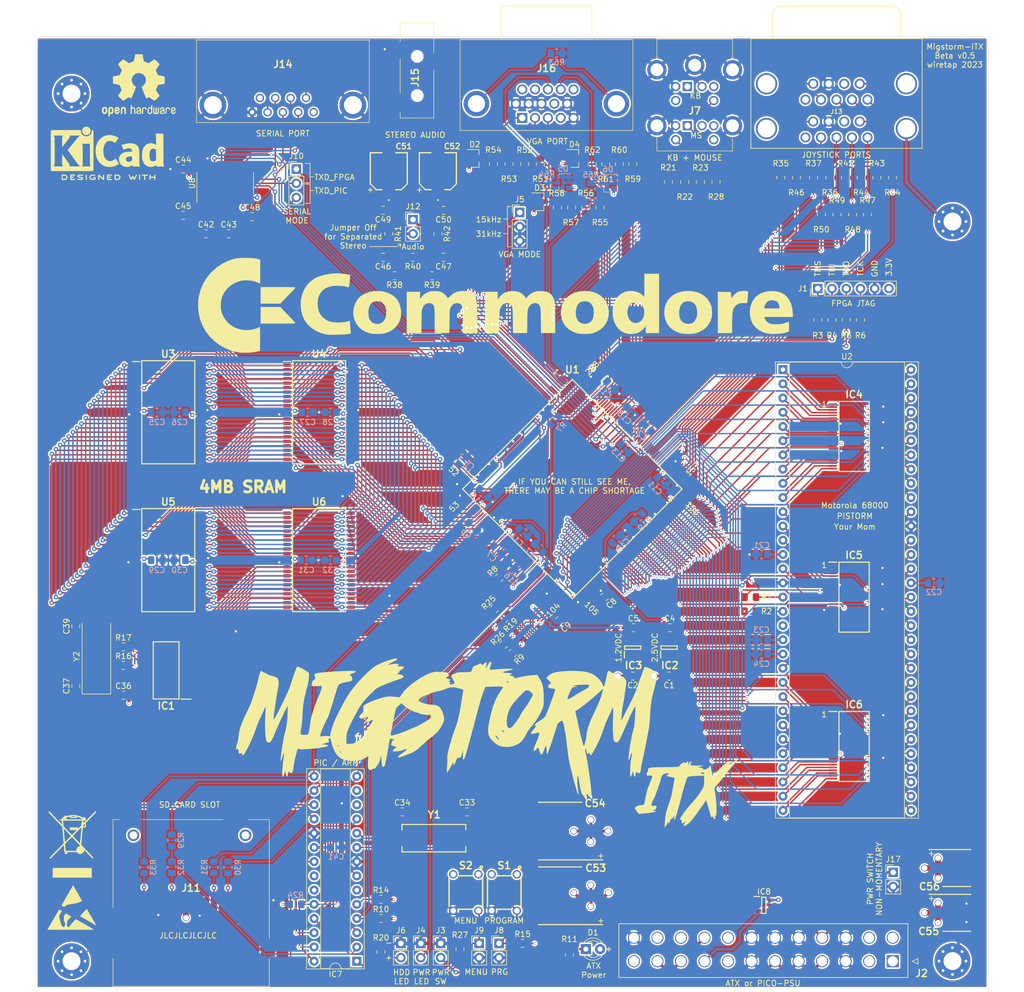
<source format=kicad_pcb>
(kicad_pcb (version 20171130) (host pcbnew "(5.1.6)-1")
  (layers (0 F.Cu signal) (1 In1.Cu power) (2 In2.Cu power) (31 B.Cu signal) (34 B.Paste user) (35 F.Paste user) (36 B.SilkS user) (37 F.SilkS user) (38 B.Mask user) (39 F.Mask user) (44 Edge.Cuts user))
  (net 0 "")
  (net 1 GND)
  (net 2 5VDC)
  (net 3 3.3V)
  (net 4 +2V5)
  (net 5 +1V2)
  (net 6 "Net-(C33-Pad1)")
  (net 7 "Net-(C34-Pad2)")
  (net 8 5VSB)
  (net 9 "Net-(C37-Pad1)")
  (net 10 "Net-(C39-Pad1)")
  (net 11 "Net-(C42-Pad1)")
  (net 12 "Net-(C42-Pad2)")
  (net 13 "Net-(C43-Pad2)")
  (net 14 "Net-(C43-Pad1)")
  (net 15 "Net-(C45-Pad2)")
  (net 16 "Net-(C46-Pad1)")
  (net 17 "Net-(C47-Pad2)")
  (net 18 "Net-(C48-Pad2)")
  (net 19 "Net-(C49-Pad1)")
  (net 20 "Net-(C50-Pad2)")
  (net 21 "Net-(C51-Pad2)")
  (net 22 "Net-(C52-Pad2)")
  (net 23 "Net-(D1-Pad1)")
  (net 24 "Net-(D2-Pad3)")
  (net 25 "Net-(D3-Pad3)")
  (net 26 "Net-(D4-Pad3)")
  (net 27 "Net-(D5-Pad3)")
  (net 28 "Net-(D6-Pad3)")
  (net 29 MCLK)
  (net 30 "Net-(IC1-Pad10)")
  (net 31 D4)
  (net 32 CPU_D5)
  (net 33 D3)
  (net 34 CPU_D6)
  (net 35 D2)
  (net 36 CPU_D7)
  (net 37 D1)
  (net 38 CPU_D8)
  (net 39 D0)
  (net 40 CPU_D9)
  (net 41 AS)
  (net 42 CPU_D10)
  (net 43 UDS)
  (net 44 CPU_D11)
  (net 45 LDS)
  (net 46 CPU_D12)
  (net 47 RW)
  (net 48 CPU_D13)
  (net 49 DTACK)
  (net 50 CPU_D14)
  (net 51 D14)
  (net 52 CPU_DTACK)
  (net 53 D13)
  (net 54 CPU_RW)
  (net 55 D12)
  (net 56 CPU_LDS)
  (net 57 D11)
  (net 58 CPU_UDS)
  (net 59 D10)
  (net 60 CPU_AS)
  (net 61 D9)
  (net 62 CPU_D0)
  (net 63 D8)
  (net 64 CPU_D1)
  (net 65 D7)
  (net 66 CPU_D2)
  (net 67 D6)
  (net 68 CPU_D3)
  (net 69 D5)
  (net 70 CPU_D4)
  (net 71 D15)
  (net 72 A23)
  (net 73 A22)
  (net 74 CPU_CLK)
  (net 75 A21)
  (net 76 A20)
  (net 77 CPU_RESET)
  (net 78 A19)
  (net 79 A18)
  (net 80 A17)
  (net 81 A16)
  (net 82 A15)
  (net 83 CPU_A15)
  (net 84 BERR)
  (net 85 CPU_A16)
  (net 86 CPU_A17)
  (net 87 CPU_A18)
  (net 88 CPU_A19)
  (net 89 RESET)
  (net 90 CPU_A20)
  (net 91 CPU_A21)
  (net 92 CLK)
  (net 93 CPU_A22)
  (net 94 BR)
  (net 95 CPU_A23)
  (net 96 BGACK)
  (net 97 CPU_D15)
  (net 98 BG)
  (net 99 IPL2)
  (net 100 CPU_A14)
  (net 101 IPL1)
  (net 102 CPU_A13)
  (net 103 IPL0)
  (net 104 CPU_A12)
  (net 105 FC2)
  (net 106 CPU_A11)
  (net 107 FC1)
  (net 108 CPU_A10)
  (net 109 FC0)
  (net 110 CPU_A9)
  (net 111 A1)
  (net 112 CPU_A8)
  (net 113 A2)
  (net 114 CPU_A7)
  (net 115 A3)
  (net 116 CPU_A6)
  (net 117 A4)
  (net 118 CPU_A5)
  (net 119 A5)
  (net 120 CPU_A4)
  (net 121 A6)
  (net 122 CPU_A3)
  (net 123 A7)
  (net 124 CPU_A2)
  (net 125 A8)
  (net 126 CPU_A1)
  (net 127 A9)
  (net 128 A10)
  (net 129 A11)
  (net 130 A12)
  (net 131 CPU_IPL0)
  (net 132 A13)
  (net 133 CPU_IPL1)
  (net 134 A14)
  (net 135 CPU_IPL2)
  (net 136 MCLR)
  (net 137 MCC_CLKEN)
  (net 138 FPGA_SEL0)
  (net 139 "Net-(IC7-Pad4)")
  (net 140 "Net-(IC7-Pad5)")
  (net 141 "Net-(IC7-Pad7)")
  (net 142 SPI_CLK)
  (net 143 SPI_DOUT)
  (net 144 SPI_DIN)
  (net 145 TXD_MCU)
  (net 146 RXD)
  (net 147 "Net-(IC7-Pad21)")
  (net 148 "Net-(IC7-Pad24)")
  (net 149 DISKLED)
  (net 150 FPGA_SEL1)
  (net 151 FPGA_SEL2)
  (net 152 "Net-(IC7-Pad28)")
  (net 153 "Net-(J1-Pad1)")
  (net 154 "Net-(J1-Pad2)")
  (net 155 "Net-(J1-Pad3)")
  (net 156 "Net-(J1-Pad4)")
  (net 157 12VDC)
  (net 158 PS_ON)
  (net 159 "Net-(J4-Pad2)")
  (net 160 15KHZ)
  (net 161 "Net-(J6-Pad2)")
  (net 162 "Net-(J7-PadB1)")
  (net 163 "Net-(J7-PadB6)")
  (net 164 BUTTON)
  (net 165 "Net-(J10-Pad2)")
  (net 166 TXD)
  (net 167 "Net-(J11-Pad1)")
  (net 168 "Net-(J11-Pad2)")
  (net 169 "Net-(J11-Pad5)")
  (net 170 "Net-(J11-Pad7)")
  (net 171 "Net-(J12-Pad1)")
  (net 172 "Net-(J13-Pad9B)")
  (net 173 "Net-(J13-Pad6B)")
  (net 174 "Net-(J13-Pad4B)")
  (net 175 "Net-(J13-Pad1B)")
  (net 176 "Net-(J13-Pad2B)")
  (net 177 "Net-(J13-Pad9A)")
  (net 178 "Net-(J13-Pad6A)")
  (net 179 "Net-(J13-Pad4A)")
  (net 180 "Net-(J13-Pad1A)")
  (net 181 "Net-(J13-Pad2A)")
  (net 182 "Net-(J13-Pad3B)")
  (net 183 "Net-(J13-Pad3A)")
  (net 184 "Net-(J14-Pad3)")
  (net 185 "Net-(J14-Pad4)")
  (net 186 "Net-(J14-Pad5)")
  (net 187 "Net-(J14-Pad6)")
  (net 188 "Net-(J14-Pad7)")
  (net 189 "Net-(J16-PadMH1)")
  (net 190 "Net-(R1-Pad1)")
  (net 191 "Net-(R2-Pad1)")
  (net 192 TMS)
  (net 193 TDI)
  (net 194 TDO)
  (net 195 TCK)
  (net 196 PROG_B)
  (net 197 INIT_B)
  (net 198 CCLK)
  (net 199 PWRLED)
  (net 200 KBDDAT)
  (net 201 KBDCLK)
  (net 202 MSDAT)
  (net 203 DIN)
  (net 204 DONE)
  (net 205 MSCLK)
  (net 206 MCC_SEL)
  (net 207 JOYA4)
  (net 208 JOYA5)
  (net 209 JOYB4)
  (net 210 JOYB5)
  (net 211 AUDIOL)
  (net 212 AUDIOR)
  (net 213 JOYA3)
  (net 214 JOYA2)
  (net 215 JOYA1)
  (net 216 JOYA0)
  (net 217 JOYB3)
  (net 218 JOYB2)
  (net 219 JOYB1)
  (net 220 JOYB0)
  (net 221 RED0)
  (net 222 RED1)
  (net 223 RED2)
  (net 224 RED3)
  (net 225 GREEN0)
  (net 226 GREEN1)
  (net 227 GREEN2)
  (net 228 GREEN3)
  (net 229 BLUE0)
  (net 230 BLUE1)
  (net 231 BLUE2)
  (net 232 BLUE3)
  (net 233 HSYNC)
  (net 234 VSYNC)
  (net 235 RAM_SEL2)
  (net 236 RAM_SEL3)
  (net 237 RAM_SEL1)
  (net 238 RAM_A5)
  (net 239 RAM_A4)
  (net 240 RAM_A3)
  (net 241 RAM_A2)
  (net 242 RAM_A1)
  (net 243 RAM_SEL0)
  (net 244 RAM_D0)
  (net 245 RAM_D1)
  (net 246 RAM_D2)
  (net 247 RAM_D3)
  (net 248 RAM_A6)
  (net 249 RAM_A7)
  (net 250 RAM_A8)
  (net 251 RAM_OE)
  (net 252 RAM_UB)
  (net 253 RAM_LB)
  (net 254 RAM_D15)
  (net 255 RAM_D14)
  (net 256 RAM_D13)
  (net 257 RAM_D12)
  (net 258 RAM_D11)
  (net 259 RAM_D10)
  (net 260 RAM_D9)
  (net 261 RAM_D8)
  (net 262 RAM_A9)
  (net 263 RAM_A10)
  (net 264 RAM_A11)
  (net 265 RAM_A12)
  (net 266 RAM_A13)
  (net 267 RAM_A14)
  (net 268 RAM_D4)
  (net 269 RAM_D5)
  (net 270 RAM_D6)
  (net 271 RAM_D7)
  (net 272 RAM_WE)
  (net 273 RAM_A19)
  (net 274 RAM_A18)
  (net 275 RAM_A17)
  (net 276 RAM_A16)
  (net 277 RAM_A15)
  (net 278 RTS)
  (net 279 CTS)
  (net 280 "Net-(IC8-Pad1)")
  (net 281 "Net-(J7-PadA2)")
  (net 282 "Net-(J7-PadA8)")
  (module Symbol:KiCad-Logo2_8mm_SilkScreen (layer F.Cu) (at 140.0302 76.8858)
    (fp_text reference REF** hide)
    (fp_text value KiCad-Logo2_8mm_SilkScreen hide)
  )
  (module Symbol:OSHW-Logo2_14.6x12mm_SilkScreen (layer F.Cu) (at 145.6182 65.5574)
    (fp_text reference REF** hide)
    (fp_text value OSHW-Logo2_14.6x12mm_SilkScreen hide)
  )
  (module Symbol:WEEE-Logo_8.4x12mm_SilkScreen (layer F.Cu) (at 133.7564 201.0918)
    (fp_text reference REF** hide)
    (fp_text value WEEE-Logo_8.4x12mm_SilkScreen hide)
  )
  (module Symbol:ESD-Logo_8.9x8mm_SilkScreen (layer F.Cu) (at 133.6802 212.3948)
    (fp_text reference REF** hide)
    (fp_text value ESD-Logo_8.9x8mm_SilkScreen hide)
  )
  (module SamacSys_Parts:commodore-logo (layer F.Cu) (at 209.4484 104.7242)
    (fp_text reference G*** hide)
    (fp_text value LOGO hide)
  )
  (module SamacSys_Parts:migstorm-logo-big (layer F.Cu) (at 206.6036 182.7022)
    (fp_text reference G*** hide)
    (fp_text value LOGO hide)
  )
  (module MountingHole:MountingHole_3.2mm_M3_Pad_Via (layer F.Cu) (at 133.604 67.0306)
    (fp_text reference REF** hide)
    (fp_text value MountingHole_3.2mm_M3_Pad_Via)
    (pad 1 thru_hole circle (at 0 0) (size 6.4 6.4) (drill 3.2) (layers *.Cu *.Mask))
    (pad 1 thru_hole circle (at 2.4 0) (size 0.8 0.8) (drill 0.5) (layers *.Cu *.Mask))
    (pad 1 thru_hole circle (at 1.697056 1.697056) (size 0.8 0.8) (drill 0.5) (layers *.Cu *.Mask))
    (pad 1 thru_hole circle (at 0 2.4) (size 0.8 0.8) (drill 0.5) (layers *.Cu *.Mask))
    (pad 1 thru_hole circle (at -1.697056 1.697056) (size 0.8 0.8) (drill 0.5) (layers *.Cu *.Mask))
    (pad 1 thru_hole circle (at -2.4 0) (size 0.8 0.8) (drill 0.5) (layers *.Cu *.Mask))
    (pad 1 thru_hole circle (at -1.697056 -1.697056) (size 0.8 0.8) (drill 0.5) (layers *.Cu *.Mask))
    (pad 1 thru_hole circle (at 0 -2.4) (size 0.8 0.8) (drill 0.5) (layers *.Cu *.Mask))
    (pad 1 thru_hole circle (at 1.697056 -1.697056) (size 0.8 0.8) (drill 0.5) (layers *.Cu *.Mask))
  )
  (module MountingHole:MountingHole_3.2mm_M3_Pad_Via (layer F.Cu) (at 290.8808 89.8906)
    (fp_text reference REF** hide)
    (fp_text value MountingHole_3.2mm_M3_Pad_Via)
    (pad 1 thru_hole circle (at 0 0) (size 6.4 6.4) (drill 3.2) (layers *.Cu *.Mask))
    (pad 1 thru_hole circle (at 2.4 0) (size 0.8 0.8) (drill 0.5) (layers *.Cu *.Mask))
    (pad 1 thru_hole circle (at 1.697056 1.697056) (size 0.8 0.8) (drill 0.5) (layers *.Cu *.Mask))
    (pad 1 thru_hole circle (at 0 2.4) (size 0.8 0.8) (drill 0.5) (layers *.Cu *.Mask))
    (pad 1 thru_hole circle (at -1.697056 1.697056) (size 0.8 0.8) (drill 0.5) (layers *.Cu *.Mask))
    (pad 1 thru_hole circle (at -2.4 0) (size 0.8 0.8) (drill 0.5) (layers *.Cu *.Mask))
    (pad 1 thru_hole circle (at -1.697056 -1.697056) (size 0.8 0.8) (drill 0.5) (layers *.Cu *.Mask))
    (pad 1 thru_hole circle (at 0 -2.4) (size 0.8 0.8) (drill 0.5) (layers *.Cu *.Mask))
    (pad 1 thru_hole circle (at 1.697056 -1.697056) (size 0.8 0.8) (drill 0.5) (layers *.Cu *.Mask))
  )
  (module MountingHole:MountingHole_3.2mm_M3_Pad_Via (layer F.Cu) (at 290.8808 221.9706)
    (fp_text reference REF** hide)
    (fp_text value MountingHole_3.2mm_M3_Pad_Via)
    (pad 1 thru_hole circle (at 0 0) (size 6.4 6.4) (drill 3.2) (layers *.Cu *.Mask))
    (pad 1 thru_hole circle (at 2.4 0) (size 0.8 0.8) (drill 0.5) (layers *.Cu *.Mask))
    (pad 1 thru_hole circle (at 1.697056 1.697056) (size 0.8 0.8) (drill 0.5) (layers *.Cu *.Mask))
    (pad 1 thru_hole circle (at 0 2.4) (size 0.8 0.8) (drill 0.5) (layers *.Cu *.Mask))
    (pad 1 thru_hole circle (at -1.697056 1.697056) (size 0.8 0.8) (drill 0.5) (layers *.Cu *.Mask))
    (pad 1 thru_hole circle (at -2.4 0) (size 0.8 0.8) (drill 0.5) (layers *.Cu *.Mask))
    (pad 1 thru_hole circle (at -1.697056 -1.697056) (size 0.8 0.8) (drill 0.5) (layers *.Cu *.Mask))
    (pad 1 thru_hole circle (at 0 -2.4) (size 0.8 0.8) (drill 0.5) (layers *.Cu *.Mask))
    (pad 1 thru_hole circle (at 1.697056 -1.697056) (size 0.8 0.8) (drill 0.5) (layers *.Cu *.Mask))
  )
  (module MountingHole:MountingHole_3.2mm_M3_Pad_Via (layer F.Cu) (at 133.604 221.996)
    (fp_text reference REF** hide)
    (fp_text value MountingHole_3.2mm_M3_Pad_Via)
    (pad 1 thru_hole circle (at 1.697056 -1.697056) (size 0.8 0.8) (drill 0.5) (layers *.Cu *.Mask))
    (pad 1 thru_hole circle (at 0 -2.4) (size 0.8 0.8) (drill 0.5) (layers *.Cu *.Mask))
    (pad 1 thru_hole circle (at -1.697056 -1.697056) (size 0.8 0.8) (drill 0.5) (layers *.Cu *.Mask))
    (pad 1 thru_hole circle (at -2.4 0) (size 0.8 0.8) (drill 0.5) (layers *.Cu *.Mask))
    (pad 1 thru_hole circle (at -1.697056 1.697056) (size 0.8 0.8) (drill 0.5) (layers *.Cu *.Mask))
    (pad 1 thru_hole circle (at 0 2.4) (size 0.8 0.8) (drill 0.5) (layers *.Cu *.Mask))
    (pad 1 thru_hole circle (at 1.697056 1.697056) (size 0.8 0.8) (drill 0.5) (layers *.Cu *.Mask))
    (pad 1 thru_hole circle (at 2.4 0) (size 0.8 0.8) (drill 0.5) (layers *.Cu *.Mask))
    (pad 1 thru_hole circle (at 0 0) (size 6.4 6.4) (drill 3.2) (layers *.Cu *.Mask))
  )
  (module Capacitor_SMD:C_0805_2012Metric_Pad1.15x1.40mm_HandSolder (layer F.Cu) (at 240.275 171.069)
    (fp_text reference C1 (at 0 1.651 180) (layer F.SilkS))
    (fp_text value "1uF X5R")
    (pad 2 smd roundrect (at 1.025 0) (size 1.15 1.4) (layers F.Cu F.Paste F.Mask) (roundrect_rratio 0.217391) (net 1 GND))
    (pad 1 smd roundrect (at -1.025 0) (size 1.15 1.4) (layers F.Cu F.Paste F.Mask) (roundrect_rratio 0.217391) (net 2 5VDC))
  )
  (module Capacitor_SMD:C_0805_2012Metric_Pad1.15x1.40mm_HandSolder (layer F.Cu) (at 233.798 171.069)
    (fp_text reference C2 (at 0 1.651) (layer F.SilkS))
    (fp_text value "1uF X5R")
    (pad 2 smd roundrect (at 1.025 0) (size 1.15 1.4) (layers F.Cu F.Paste F.Mask) (roundrect_rratio 0.217391) (net 1 GND))
    (pad 1 smd roundrect (at -1.025 0) (size 1.15 1.4) (layers F.Cu F.Paste F.Mask) (roundrect_rratio 0.217391) (net 2 5VDC))
  )
  (module Capacitor_SMD:C_0805_2012Metric_Pad1.15x1.40mm_HandSolder (layer B.Cu) (at 203.491216 132.550784 45)
    (fp_text reference C3 (at 0 1.65 45) (layer B.SilkS) (effects (justify mirror)))
    (fp_text value 10nF)
    (pad 2 smd roundrect (at 1.025 0 45) (size 1.15 1.4) (layers B.Cu B.Paste B.Mask) (roundrect_rratio 0.217391) (net 1 GND))
    (pad 1 smd roundrect (at -1.025 0 45) (size 1.15 1.4) (layers B.Cu B.Paste B.Mask) (roundrect_rratio 0.217391) (net 3 3.3V))
  )
  (module Capacitor_SMD:C_0805_2012Metric_Pad1.15x1.40mm_HandSolder (layer F.Cu) (at 240.402 162.433)
    (fp_text reference C4 (at -0.009 -1.651) (layer F.SilkS))
    (fp_text value "1uF X5R")
    (pad 1 smd roundrect (at -1.025 0) (size 1.15 1.4) (layers F.Cu F.Paste F.Mask) (roundrect_rratio 0.217391) (net 4 +2V5))
    (pad 2 smd roundrect (at 1.025 0) (size 1.15 1.4) (layers F.Cu F.Paste F.Mask) (roundrect_rratio 0.217391) (net 1 GND))
  )
  (module Capacitor_SMD:C_0805_2012Metric_Pad1.15x1.40mm_HandSolder (layer F.Cu) (at 233.925 162.433)
    (fp_text reference C5 (at 0 -1.65) (layer F.SilkS))
    (fp_text value "1uF X5R")
    (pad 1 smd roundrect (at -1.025 0) (size 1.15 1.4) (layers F.Cu F.Paste F.Mask) (roundrect_rratio 0.217391) (net 5 +1V2))
    (pad 2 smd roundrect (at 1.025 0) (size 1.15 1.4) (layers F.Cu F.Paste F.Mask) (roundrect_rratio 0.217391) (net 1 GND))
  )
  (module Capacitor_SMD:C_0805_2012Metric_Pad1.15x1.40mm_HandSolder (layer B.Cu) (at 205.232 144.399 315)
    (fp_text reference C6 (at 0 1.65 315) (layer B.SilkS) (effects (justify mirror)))
    (fp_text value 10nF)
    (pad 1 smd roundrect (at -1.025 0 315) (size 1.15 1.4) (layers B.Cu B.Paste B.Mask) (roundrect_rratio 0.217391) (net 3 3.3V))
    (pad 2 smd roundrect (at 1.025 0 315) (size 1.15 1.4) (layers B.Cu B.Paste B.Mask) (roundrect_rratio 0.217391) (net 1 GND))
  )
  (module Capacitor_SMD:C_0805_2012Metric_Pad1.15x1.40mm_HandSolder (layer B.Cu) (at 209.677 148.59 315)
    (fp_text reference C7 (at 0 1.65 135) (layer B.SilkS) (effects (justify mirror)))
    (fp_text value 10nF)
    (pad 2 smd roundrect (at 1.025 0 315) (size 1.15 1.4) (layers B.Cu B.Paste B.Mask) (roundrect_rratio 0.217391) (net 1 GND))
    (pad 1 smd roundrect (at -1.025 0 315) (size 1.15 1.4) (layers B.Cu B.Paste B.Mask) (roundrect_rratio 0.217391) (net 3 3.3V))
  )
  (module Capacitor_SMD:C_0805_2012Metric_Pad1.15x1.40mm_HandSolder (layer F.Cu) (at 228.764216 156.934784 45)
    (fp_text reference C8 (at 0.037171 1.706249 45) (layer F.SilkS))
    (fp_text value 10nF)
    (pad 1 smd roundrect (at -1.025 0 45) (size 1.15 1.4) (layers F.Cu F.Paste F.Mask) (roundrect_rratio 0.217391) (net 3 3.3V))
    (pad 2 smd roundrect (at 1.025 0 45) (size 1.15 1.4) (layers F.Cu F.Paste F.Mask) (roundrect_rratio 0.217391) (net 1 GND))
  )
  (module Capacitor_SMD:C_0805_2012Metric_Pad1.15x1.40mm_HandSolder (layer F.Cu) (at 220.726 161.163 225)
    (fp_text reference C9 (at 0 -1.65 45) (layer F.SilkS))
    (fp_text value 10nF)
    (pad 1 smd roundrect (at -1.025 0 225) (size 1.15 1.4) (layers F.Cu F.Paste F.Mask) (roundrect_rratio 0.217391) (net 3 3.3V))
    (pad 2 smd roundrect (at 1.025 0 225) (size 1.15 1.4) (layers F.Cu F.Paste F.Mask) (roundrect_rratio 0.217391) (net 1 GND))
  )
  (module Capacitor_SMD:C_0805_2012Metric_Pad1.15x1.40mm_HandSolder (layer B.Cu) (at 230.886 146.558 45)
    (fp_text reference C10 (at 0 1.65 225) (layer B.SilkS) (effects (justify mirror)))
    (fp_text value 10nF)
    (pad 1 smd roundrect (at -1.025 0 45) (size 1.15 1.4) (layers B.Cu B.Paste B.Mask) (roundrect_rratio 0.217391) (net 3 3.3V))
    (pad 2 smd roundrect (at 1.025 0 45) (size 1.15 1.4) (layers B.Cu B.Paste B.Mask) (roundrect_rratio 0.217391) (net 1 GND))
  )
  (module Capacitor_SMD:C_0805_2012Metric_Pad1.15x1.40mm_HandSolder (layer B.Cu) (at 238.924216 136.308216 315)
    (fp_text reference C11 (at 0 1.65 315) (layer B.SilkS) (effects (justify mirror)))
    (fp_text value 10nF)
    (pad 2 smd roundrect (at 1.025 0 315) (size 1.15 1.4) (layers B.Cu B.Paste B.Mask) (roundrect_rratio 0.217391) (net 1 GND))
    (pad 1 smd roundrect (at -1.025 0 315) (size 1.15 1.4) (layers B.Cu B.Paste B.Mask) (roundrect_rratio 0.217391) (net 3 3.3V))
  )
  (module Capacitor_SMD:C_0805_2012Metric_Pad1.15x1.40mm_HandSolder (layer B.Cu) (at 229.907216 119.163216 315)
    (fp_text reference C12 (at 0 1.65 315) (layer B.SilkS) (effects (justify mirror)))
    (fp_text value 10nF)
    (pad 1 smd roundrect (at -1.025 0 315) (size 1.15 1.4) (layers B.Cu B.Paste B.Mask) (roundrect_rratio 0.217391) (net 3 3.3V))
    (pad 2 smd roundrect (at 1.025 0 315) (size 1.15 1.4) (layers B.Cu B.Paste B.Mask) (roundrect_rratio 0.217391) (net 1 GND))
  )
  (module Capacitor_SMD:C_0805_2012Metric_Pad1.15x1.40mm_HandSolder (layer B.Cu) (at 232.41 130.429 315)
    (fp_text reference C13 (at 0 1.65 315) (layer B.SilkS) (effects (justify mirror)))
    (fp_text value 10nF)
    (pad 2 smd roundrect (at 1.025 0 315) (size 1.15 1.4) (layers B.Cu B.Paste B.Mask) (roundrect_rratio 0.217391) (net 1 GND))
    (pad 1 smd roundrect (at -1.025 0 315) (size 1.15 1.4) (layers B.Cu B.Paste B.Mask) (roundrect_rratio 0.217391) (net 4 +2V5))
  )
  (module Capacitor_SMD:C_0805_2012Metric_Pad1.15x1.40mm_HandSolder (layer B.Cu) (at 214.249 145.415 315)
    (fp_text reference C14 (at 0 1.796051 315) (layer B.SilkS) (effects (justify mirror)))
    (fp_text value 10nF)
    (pad 2 smd roundrect (at 1.025 0 315) (size 1.15 1.4) (layers B.Cu B.Paste B.Mask) (roundrect_rratio 0.217391) (net 1 GND))
    (pad 1 smd roundrect (at -1.025 0 315) (size 1.15 1.4) (layers B.Cu B.Paste B.Mask) (roundrect_rratio 0.217391) (net 5 +1V2))
  )
  (module Capacitor_SMD:C_0805_2012Metric_Pad1.15x1.40mm_HandSolder (layer B.Cu) (at 207.137 138.392784 315)
    (fp_text reference C15 (at 0.026316 1.642762 135) (layer B.SilkS) (effects (justify mirror)))
    (fp_text value 10nF)
    (pad 1 smd roundrect (at -1.025 0 315) (size 1.15 1.4) (layers B.Cu B.Paste B.Mask) (roundrect_rratio 0.217391) (net 4 +2V5))
    (pad 2 smd roundrect (at 1.025 0 315) (size 1.15 1.4) (layers B.Cu B.Paste B.Mask) (roundrect_rratio 0.217391) (net 1 GND))
  )
  (module Capacitor_SMD:C_0805_2012Metric_Pad1.15x1.40mm_HandSolder (layer B.Cu) (at 213.322784 152.616784 135)
    (fp_text reference C16 (at 0.037171 -1.706249 315) (layer B.SilkS) (effects (justify mirror)))
    (fp_text value 10nF)
    (pad 1 smd roundrect (at -1.025 0 135) (size 1.15 1.4) (layers B.Cu B.Paste B.Mask) (roundrect_rratio 0.217391) (net 5 +1V2))
    (pad 2 smd roundrect (at 1.025 0 135) (size 1.15 1.4) (layers B.Cu B.Paste B.Mask) (roundrect_rratio 0.217391) (net 1 GND))
  )
  (module Capacitor_SMD:C_0805_2012Metric_Pad1.15x1.40mm_HandSolder (layer B.Cu) (at 217.043 148.209 135)
    (fp_text reference C17 (at 0 -1.796051 135) (layer B.SilkS) (effects (justify mirror)))
    (fp_text value 10nF)
    (pad 2 smd roundrect (at 1.025 0 135) (size 1.15 1.4) (layers B.Cu B.Paste B.Mask) (roundrect_rratio 0.217391) (net 1 GND))
    (pad 1 smd roundrect (at -1.025 0 135) (size 1.15 1.4) (layers B.Cu B.Paste B.Mask) (roundrect_rratio 0.217391) (net 4 +2V5))
  )
  (module Capacitor_SMD:C_0805_2012Metric_Pad1.15x1.40mm_HandSolder (layer B.Cu) (at 233.463216 123.735216 315)
    (fp_text reference C18 (at 0 1.65 315) (layer B.SilkS) (effects (justify mirror)))
    (fp_text value 10nF)
    (pad 2 smd roundrect (at 1.025 0 315) (size 1.15 1.4) (layers B.Cu B.Paste B.Mask) (roundrect_rratio 0.217391) (net 1 GND))
    (pad 1 smd roundrect (at -1.025 0 315) (size 1.15 1.4) (layers B.Cu B.Paste B.Mask) (roundrect_rratio 0.217391) (net 5 +1V2))
  )
  (module Capacitor_SMD:C_0805_2012Metric_Pad1.15x1.40mm_HandSolder (layer B.Cu) (at 234.696 142.748 225)
    (fp_text reference C19 (at -0.089803 -1.706249 45) (layer B.SilkS) (effects (justify mirror)))
    (fp_text value 10nF)
    (pad 1 smd roundrect (at -1.025 0 225) (size 1.15 1.4) (layers B.Cu B.Paste B.Mask) (roundrect_rratio 0.217391) (net 4 +2V5))
    (pad 2 smd roundrect (at 1.025 0 225) (size 1.15 1.4) (layers B.Cu B.Paste B.Mask) (roundrect_rratio 0.217391) (net 1 GND))
  )
  (module Capacitor_SMD:C_0805_2012Metric_Pad1.15x1.40mm_HandSolder (layer B.Cu) (at 236.309784 126.581784 135)
    (fp_text reference C20 (at 0.037171 -1.706249 315) (layer B.SilkS) (effects (justify mirror)))
    (fp_text value 10nF)
    (pad 1 smd roundrect (at -1.025 0 135) (size 1.15 1.4) (layers B.Cu B.Paste B.Mask) (roundrect_rratio 0.217391) (net 5 +1V2))
    (pad 2 smd roundrect (at 1.025 0 135) (size 1.15 1.4) (layers B.Cu B.Paste B.Mask) (roundrect_rratio 0.217391) (net 1 GND))
  )
  (module Capacitor_SMD:C_0805_2012Metric_Pad1.15x1.40mm_HandSolder (layer B.Cu) (at 256.794 149.352 180)
    (fp_text reference C21 (at 0 1.65) (layer B.SilkS) (effects (justify mirror)))
    (fp_text value 100nF)
    (pad 2 smd roundrect (at 1.025 0 180) (size 1.15 1.4) (layers B.Cu B.Paste B.Mask) (roundrect_rratio 0.217391) (net 1 GND))
    (pad 1 smd roundrect (at -1.025 0 180) (size 1.15 1.4) (layers B.Cu B.Paste B.Mask) (roundrect_rratio 0.217391) (net 2 5VDC))
  )
  (module Capacitor_SMD:C_0805_2012Metric_Pad1.15x1.40mm_HandSolder (layer B.Cu) (at 287.537 154.432)
    (fp_text reference C22 (at 0 1.65) (layer B.SilkS) (effects (justify mirror)))
    (fp_text value 100nF)
    (pad 2 smd roundrect (at 1.025 0) (size 1.15 1.4) (layers B.Cu B.Paste B.Mask) (roundrect_rratio 0.217391) (net 1 GND))
    (pad 1 smd roundrect (at -1.025 0) (size 1.15 1.4) (layers B.Cu B.Paste B.Mask) (roundrect_rratio 0.217391) (net 2 5VDC))
  )
  (module Capacitor_SMD:C_0805_2012Metric_Pad1.15x1.40mm_HandSolder (layer B.Cu) (at 256.785 164.592 180)
    (fp_text reference C23 (at 0.009 1.778) (layer B.SilkS) (effects (justify mirror)))
    (fp_text value 10nF)
    (pad 1 smd roundrect (at -1.025 0 180) (size 1.15 1.4) (layers B.Cu B.Paste B.Mask) (roundrect_rratio 0.217391) (net 2 5VDC))
    (pad 2 smd roundrect (at 1.025 0 180) (size 1.15 1.4) (layers B.Cu B.Paste B.Mask) (roundrect_rratio 0.217391) (net 1 GND))
  )
  (module Capacitor_SMD:C_0805_2012Metric_Pad1.15x1.40mm_HandSolder (layer B.Cu) (at 256.785 167.132 180)
    (fp_text reference C24 (at -0.009 -1.778) (layer B.SilkS) (effects (justify mirror)))
    (fp_text value 10nF)
    (pad 2 smd roundrect (at 1.025 0 180) (size 1.15 1.4) (layers B.Cu B.Paste B.Mask) (roundrect_rratio 0.217391) (net 1 GND))
    (pad 1 smd roundrect (at -1.025 0 180) (size 1.15 1.4) (layers B.Cu B.Paste B.Mask) (roundrect_rratio 0.217391) (net 2 5VDC))
  )
  (module Capacitor_SMD:C_0805_2012Metric_Pad1.15x1.40mm_HandSolder (layer B.Cu) (at 148.844 123.952)
    (fp_text reference C25 (at 0 1.778) (layer B.SilkS) (effects (justify mirror)))
    (fp_text value 100nF)
    (pad 1 smd roundrect (at -1.025 0) (size 1.15 1.4) (layers B.Cu B.Paste B.Mask) (roundrect_rratio 0.217391) (net 3 3.3V))
    (pad 2 smd roundrect (at 1.025 0) (size 1.15 1.4) (layers B.Cu B.Paste B.Mask) (roundrect_rratio 0.217391) (net 1 GND))
  )
  (module Capacitor_SMD:C_0805_2012Metric_Pad1.15x1.40mm_HandSolder (layer B.Cu) (at 152.899 123.952 180)
    (fp_text reference C26 (at 0 -1.778) (layer B.SilkS) (effects (justify mirror)))
    (fp_text value 100nF)
    (pad 1 smd roundrect (at -1.025 0 180) (size 1.15 1.4) (layers B.Cu B.Paste B.Mask) (roundrect_rratio 0.217391) (net 3 3.3V))
    (pad 2 smd roundrect (at 1.025 0 180) (size 1.15 1.4) (layers B.Cu B.Paste B.Mask) (roundrect_rratio 0.217391) (net 1 GND))
  )
  (module Capacitor_SMD:C_0805_2012Metric_Pad1.15x1.40mm_HandSolder (layer B.Cu) (at 175.768 123.952)
    (fp_text reference C27 (at 0 1.778) (layer B.SilkS) (effects (justify mirror)))
    (fp_text value 100nF)
    (pad 2 smd roundrect (at 1.025 0) (size 1.15 1.4) (layers B.Cu B.Paste B.Mask) (roundrect_rratio 0.217391) (net 1 GND))
    (pad 1 smd roundrect (at -1.025 0) (size 1.15 1.4) (layers B.Cu B.Paste B.Mask) (roundrect_rratio 0.217391) (net 3 3.3V))
  )
  (module Capacitor_SMD:C_0805_2012Metric_Pad1.15x1.40mm_HandSolder (layer B.Cu) (at 179.832 123.952 180)
    (fp_text reference C28 (at 0 -1.778) (layer B.SilkS) (effects (justify mirror)))
    (fp_text value 100nF)
    (pad 1 smd roundrect (at -1.025 0 180) (size 1.15 1.4) (layers B.Cu B.Paste B.Mask) (roundrect_rratio 0.217391) (net 3 3.3V))
    (pad 2 smd roundrect (at 1.025 0 180) (size 1.15 1.4) (layers B.Cu B.Paste B.Mask) (roundrect_rratio 0.217391) (net 1 GND))
  )
  (module Capacitor_SMD:C_0805_2012Metric_Pad1.15x1.40mm_HandSolder (layer B.Cu) (at 148.844 150.368)
    (fp_text reference C29 (at 0 1.778) (layer B.SilkS) (effects (justify mirror)))
    (fp_text value 100nF)
    (pad 2 smd roundrect (at 1.025 0) (size 1.15 1.4) (layers B.Cu B.Paste B.Mask) (roundrect_rratio 0.217391) (net 1 GND))
    (pad 1 smd roundrect (at -1.025 0) (size 1.15 1.4) (layers B.Cu B.Paste B.Mask) (roundrect_rratio 0.217391) (net 3 3.3V))
  )
  (module Capacitor_SMD:C_0805_2012Metric_Pad1.15x1.40mm_HandSolder (layer B.Cu) (at 152.908 150.368 180)
    (fp_text reference C30 (at 0 -1.778) (layer B.SilkS) (effects (justify mirror)))
    (fp_text value 100nF)
    (pad 1 smd roundrect (at -1.025 0 180) (size 1.15 1.4) (layers B.Cu B.Paste B.Mask) (roundrect_rratio 0.217391) (net 3 3.3V))
    (pad 2 smd roundrect (at 1.025 0 180) (size 1.15 1.4) (layers B.Cu B.Paste B.Mask) (roundrect_rratio 0.217391) (net 1 GND))
  )
  (module Capacitor_SMD:C_0805_2012Metric_Pad1.15x1.40mm_HandSolder (layer B.Cu) (at 175.514 150.368)
    (fp_text reference C31 (at 0 1.778) (layer B.SilkS) (effects (justify mirror)))
    (fp_text value 100nF)
    (pad 2 smd roundrect (at 1.025 0) (size 1.15 1.4) (layers B.Cu B.Paste B.Mask) (roundrect_rratio 0.217391) (net 1 GND))
    (pad 1 smd roundrect (at -1.025 0) (size 1.15 1.4) (layers B.Cu B.Paste B.Mask) (roundrect_rratio 0.217391) (net 3 3.3V))
  )
  (module Capacitor_SMD:C_0805_2012Metric_Pad1.15x1.40mm_HandSolder (layer B.Cu) (at 179.832 150.368 180)
    (fp_text reference C32 (at 0 -1.778) (layer B.SilkS) (effects (justify mirror)))
    (fp_text value 100nF)
    (pad 1 smd roundrect (at -1.025 0 180) (size 1.15 1.4) (layers B.Cu B.Paste B.Mask) (roundrect_rratio 0.217391) (net 3 3.3V))
    (pad 2 smd roundrect (at 1.025 0 180) (size 1.15 1.4) (layers B.Cu B.Paste B.Mask) (roundrect_rratio 0.217391) (net 1 GND))
  )
  (module Capacitor_SMD:C_0805_2012Metric_Pad1.15x1.40mm_HandSolder (layer F.Cu) (at 204.207 195.326)
    (fp_text reference C33 (at 0 -1.65) (layer F.SilkS))
    (fp_text value 47pf)
    (pad 2 smd roundrect (at 1.025 0) (size 1.15 1.4) (layers F.Cu F.Paste F.Mask) (roundrect_rratio 0.217391) (net 1 GND))
    (pad 1 smd roundrect (at -1.025 0) (size 1.15 1.4) (layers F.Cu F.Paste F.Mask) (roundrect_rratio 0.217391) (net 6 "Net-(C33-Pad1)"))
  )
  (module Capacitor_SMD:C_0805_2012Metric_Pad1.15x1.40mm_HandSolder (layer F.Cu) (at 192.668 195.326)
    (fp_text reference C34 (at 0 -1.65) (layer F.SilkS))
    (fp_text value 47pf)
    (pad 1 smd roundrect (at -1.025 0) (size 1.15 1.4) (layers F.Cu F.Paste F.Mask) (roundrect_rratio 0.217391) (net 1 GND))
    (pad 2 smd roundrect (at 1.025 0) (size 1.15 1.4) (layers F.Cu F.Paste F.Mask) (roundrect_rratio 0.217391) (net 7 "Net-(C34-Pad2)"))
  )
  (module Capacitor_SMD:C_0805_2012Metric_Pad1.15x1.40mm_HandSolder (layer F.Cu) (at 142.866 174.498 180)
    (fp_text reference C36 (at 0 1.651) (layer F.SilkS))
    (fp_text value 100nF)
    (pad 1 smd roundrect (at -1.025 0 180) (size 1.15 1.4) (layers F.Cu F.Paste F.Mask) (roundrect_rratio 0.217391) (net 3 3.3V))
    (pad 2 smd roundrect (at 1.025 0 180) (size 1.15 1.4) (layers F.Cu F.Paste F.Mask) (roundrect_rratio 0.217391) (net 1 GND))
  )
  (module Capacitor_SMD:C_0805_2012Metric_Pad1.15x1.40mm_HandSolder (layer F.Cu) (at 134.366 172.856 270)
    (fp_text reference C37 (at 0 1.651 90) (layer F.SilkS))
    (fp_text value 100pF)
    (pad 1 smd roundrect (at -1.025 0 270) (size 1.15 1.4) (layers F.Cu F.Paste F.Mask) (roundrect_rratio 0.217391) (net 9 "Net-(C37-Pad1)"))
    (pad 2 smd roundrect (at 1.025 0 270) (size 1.15 1.4) (layers F.Cu F.Paste F.Mask) (roundrect_rratio 0.217391) (net 1 GND))
  )
  (module Capacitor_SMD:C_0805_2012Metric_Pad1.15x1.40mm_HandSolder (layer F.Cu) (at 134.366 162.188 90)
    (fp_text reference C39 (at 0 -1.65 90) (layer F.SilkS))
    (fp_text value 22pF)
    (pad 1 smd roundrect (at -1.025 0 90) (size 1.15 1.4) (layers F.Cu F.Paste F.Mask) (roundrect_rratio 0.217391) (net 10 "Net-(C39-Pad1)"))
    (pad 2 smd roundrect (at 1.025 0 90) (size 1.15 1.4) (layers F.Cu F.Paste F.Mask) (roundrect_rratio 0.217391) (net 1 GND))
  )
  (module Capacitor_SMD:C_0805_2012Metric_Pad1.15x1.40mm_HandSolder (layer B.Cu) (at 180.839 201.676)
    (fp_text reference C41 (at 0 1.65) (layer B.SilkS) (effects (justify mirror)))
    (fp_text value 100nF)
    (pad 2 smd roundrect (at 1.025 0) (size 1.15 1.4) (layers B.Cu B.Paste B.Mask) (roundrect_rratio 0.217391) (net 1 GND))
    (pad 1 smd roundrect (at -1.025 0) (size 1.15 1.4) (layers B.Cu B.Paste B.Mask) (roundrect_rratio 0.217391) (net 3 3.3V))
  )
  (module Capacitor_SMD:C_0805_2012Metric_Pad1.15x1.40mm_HandSolder (layer F.Cu) (at 157.607 92.075)
    (fp_text reference C42 (at 0 -1.65) (layer F.SilkS))
    (fp_text value 100nF)
    (pad 1 smd roundrect (at -1.025 0) (size 1.15 1.4) (layers F.Cu F.Paste F.Mask) (roundrect_rratio 0.217391) (net 11 "Net-(C42-Pad1)"))
    (pad 2 smd roundrect (at 1.025 0) (size 1.15 1.4) (layers F.Cu F.Paste F.Mask) (roundrect_rratio 0.217391) (net 12 "Net-(C42-Pad2)"))
  )
  (module Capacitor_SMD:C_0805_2012Metric_Pad1.15x1.40mm_HandSolder (layer F.Cu) (at 161.671 92.075)
    (fp_text reference C43 (at 0 -1.65) (layer F.SilkS))
    (fp_text value 100nF)
    (pad 2 smd roundrect (at 1.025 0) (size 1.15 1.4) (layers F.Cu F.Paste F.Mask) (roundrect_rratio 0.217391) (net 13 "Net-(C43-Pad2)"))
    (pad 1 smd roundrect (at -1.025 0) (size 1.15 1.4) (layers F.Cu F.Paste F.Mask) (roundrect_rratio 0.217391) (net 14 "Net-(C43-Pad1)"))
  )
  (module Capacitor_SMD:C_0805_2012Metric_Pad1.15x1.40mm_HandSolder (layer F.Cu) (at 153.552 80.518 180)
    (fp_text reference C44 (at 0 1.651) (layer F.SilkS))
    (fp_text value 100nF)
    (pad 2 smd roundrect (at 1.025 0 180) (size 1.15 1.4) (layers F.Cu F.Paste F.Mask) (roundrect_rratio 0.217391) (net 1 GND))
    (pad 1 smd roundrect (at -1.025 0 180) (size 1.15 1.4) (layers F.Cu F.Paste F.Mask) (roundrect_rratio 0.217391) (net 3 3.3V))
  )
  (module Capacitor_SMD:C_0805_2012Metric_Pad1.15x1.40mm_HandSolder (layer F.Cu) (at 153.534 88.773)
    (fp_text reference C45 (at 0 -1.65) (layer F.SilkS))
    (fp_text value 100nF)
    (pad 1 smd roundrect (at -1.025 0) (size 1.15 1.4) (layers F.Cu F.Paste F.Mask) (roundrect_rratio 0.217391) (net 1 GND))
    (pad 2 smd roundrect (at 1.025 0) (size 1.15 1.4) (layers F.Cu F.Paste F.Mask) (roundrect_rratio 0.217391) (net 15 "Net-(C45-Pad2)"))
  )
  (module Capacitor_SMD:C_0805_2012Metric_Pad1.15x1.40mm_HandSolder (layer F.Cu) (at 189.23 96.266 180)
    (fp_text reference C46 (at 0 -1.65) (layer F.SilkS))
    (fp_text value 10nF)
    (pad 1 smd roundrect (at -1.025 0 180) (size 1.15 1.4) (layers F.Cu F.Paste F.Mask) (roundrect_rratio 0.217391) (net 16 "Net-(C46-Pad1)"))
    (pad 2 smd roundrect (at 1.025 0 180) (size 1.15 1.4) (layers F.Cu F.Paste F.Mask) (roundrect_rratio 0.217391) (net 1 GND))
  )
  (module Capacitor_SMD:C_0805_2012Metric_Pad1.15x1.40mm_HandSolder (layer F.Cu) (at 200.016 96.266 180)
    (fp_text reference C47 (at 0 -1.65) (layer F.SilkS))
    (fp_text value 10nF)
    (pad 2 smd roundrect (at 1.025 0 180) (size 1.15 1.4) (layers F.Cu F.Paste F.Mask) (roundrect_rratio 0.217391) (net 17 "Net-(C47-Pad2)"))
    (pad 1 smd roundrect (at -1.025 0 180) (size 1.15 1.4) (layers F.Cu F.Paste F.Mask) (roundrect_rratio 0.217391) (net 1 GND))
  )
  (module Capacitor_SMD:C_0805_2012Metric_Pad1.15x1.40mm_HandSolder (layer F.Cu) (at 165.853 89.027 180)
    (fp_text reference C48 (at 0.009 1.651) (layer F.SilkS))
    (fp_text value 100nF)
    (pad 2 smd roundrect (at 1.025 0 180) (size 1.15 1.4) (layers F.Cu F.Paste F.Mask) (roundrect_rratio 0.217391) (net 18 "Net-(C48-Pad2)"))
    (pad 1 smd roundrect (at -1.025 0 180) (size 1.15 1.4) (layers F.Cu F.Paste F.Mask) (roundrect_rratio 0.217391) (net 1 GND))
  )
  (module Capacitor_SMD:C_0805_2012Metric_Pad1.15x1.40mm_HandSolder (layer F.Cu) (at 189.221 87.884 180)
    (fp_text reference C49 (at 0 -1.65) (layer F.SilkS))
    (fp_text value 10nF)
    (pad 1 smd roundrect (at -1.025 0 180) (size 1.15 1.4) (layers F.Cu F.Paste F.Mask) (roundrect_rratio 0.217391) (net 19 "Net-(C49-Pad1)"))
    (pad 2 smd roundrect (at 1.025 0 180) (size 1.15 1.4) (layers F.Cu F.Paste F.Mask) (roundrect_rratio 0.217391) (net 1 GND))
  )
  (module Capacitor_SMD:C_0805_2012Metric_Pad1.15x1.40mm_HandSolder (layer F.Cu) (at 200.025 87.884 180)
    (fp_text reference C50 (at 0 -1.65) (layer F.SilkS))
    (fp_text value 10nF)
    (pad 2 smd roundrect (at 1.025 0 180) (size 1.15 1.4) (layers F.Cu F.Paste F.Mask) (roundrect_rratio 0.217391) (net 20 "Net-(C50-Pad2)"))
    (pad 1 smd roundrect (at -1.025 0 180) (size 1.15 1.4) (layers F.Cu F.Paste F.Mask) (roundrect_rratio 0.217391) (net 1 GND))
  )
  (module 16SVPT100M (layer F.Cu) (at 190.246 80.905 90)
    (fp_text reference C51 (at 4.451 2.667 180) (layer F.SilkS) (effects (font (thickness 0.2))))
    (fp_text value 16SVT100M hide)
    (pad 2 smd rect (at 2.8 0 180) (size 1.6 3.5) (layers F.Cu F.Paste F.Mask) (net 21 "Net-(C51-Pad2)"))
    (pad 1 smd rect (at -2.8 0 180) (size 1.6 3.5) (layers F.Cu F.Paste F.Mask) (net 19 "Net-(C49-Pad1)"))
  )
  (module 16SVPT100M (layer F.Cu) (at 199.009 80.899 90)
    (fp_text reference C52 (at 4.445 2.54 180) (layer F.SilkS) (effects (font (thickness 0.2))))
    (fp_text value 16SVT100M hide)
    (pad 1 smd rect (at -2.8 0 180) (size 1.6 3.5) (layers F.Cu F.Paste F.Mask) (net 20 "Net-(C50-Pad2)"))
    (pad 2 smd rect (at 2.8 0 180) (size 1.6 3.5) (layers F.Cu F.Paste F.Mask) (net 22 "Net-(C52-Pad2)"))
  )
  (module LED_THT:LED_D3.0mm (layer F.Cu) (at 225.425 219.837)
    (fp_text reference D1 (at 1.27 -2.96) (layer F.SilkS))
    (fp_text value BrdPwr)
    (pad 1 thru_hole rect (at 0 0) (size 1.8 1.8) (drill 0.9) (layers *.Cu *.Mask) (net 23 "Net-(D1-Pad1)"))
    (pad 2 thru_hole circle (at 2.54 0) (size 1.8 1.8) (drill 0.9) (layers *.Cu *.Mask) (net 2 5VDC))
  )
  (module Package_TO_SOT_SMD:SOT-23 (layer F.Cu) (at 205.597 78.613)
    (fp_text reference D2 (at 0 -2.5) (layer F.SilkS))
    (fp_text value BAV99)
    (pad 1 smd rect (at -1 -0.95) (size 0.9 0.8) (layers F.Cu F.Paste F.Mask) (net 1 GND))
    (pad 2 smd rect (at -1 0.95) (size 0.9 0.8) (layers F.Cu F.Paste F.Mask) (net 3 3.3V))
    (pad 3 smd rect (at 1 0) (size 0.9 0.8) (layers F.Cu F.Paste F.Mask) (net 24 "Net-(D2-Pad3)"))
  )
  (module Package_TO_SOT_SMD:SOT-23 (layer F.Cu) (at 217.186 86.36)
    (fp_text reference D3 (at 0 -2.5) (layer F.SilkS))
    (fp_text value BAV99)
    (pad 3 smd rect (at 1 0) (size 0.9 0.8) (layers F.Cu F.Paste F.Mask) (net 25 "Net-(D3-Pad3)"))
    (pad 2 smd rect (at -1 0.95) (size 0.9 0.8) (layers F.Cu F.Paste F.Mask) (net 3 3.3V))
    (pad 1 smd rect (at -1 -0.95) (size 0.9 0.8) (layers F.Cu F.Paste F.Mask) (net 1 GND))
  )
  (module Package_TO_SOT_SMD:SOT-23 (layer F.Cu) (at 223.393 78.613)
    (fp_text reference D4 (at 0 -2.5) (layer F.SilkS))
    (fp_text value BAV99)
    (pad 1 smd rect (at -1 -0.95) (size 0.9 0.8) (layers F.Cu F.Paste F.Mask) (net 1 GND))
    (pad 2 smd rect (at -1 0.95) (size 0.9 0.8) (layers F.Cu F.Paste F.Mask) (net 3 3.3V))
    (pad 3 smd rect (at 1 0) (size 0.9 0.8) (layers F.Cu F.Paste F.Mask) (net 26 "Net-(D4-Pad3)"))
  )
  (module Package_TO_SOT_SMD:SOT-23 (layer B.Cu) (at 221.361 82.931 180)
    (fp_text reference D5 (at 0 2.5) (layer B.SilkS) (effects (justify mirror)))
    (fp_text value BAV99)
    (pad 3 smd rect (at 1 0 180) (size 0.9 0.8) (layers B.Cu B.Paste B.Mask) (net 27 "Net-(D5-Pad3)"))
    (pad 2 smd rect (at -1 -0.95 180) (size 0.9 0.8) (layers B.Cu B.Paste B.Mask) (net 3 3.3V))
    (pad 1 smd rect (at -1 0.95 180) (size 0.9 0.8) (layers B.Cu B.Paste B.Mask) (net 1 GND))
  )
  (module Package_TO_SOT_SMD:SOT-23 (layer B.Cu) (at 229.378 83.058 180)
    (fp_text reference D6 (at 0 2.5) (layer B.SilkS) (effects (justify mirror)))
    (fp_text value BAV99)
    (pad 1 smd rect (at -1 0.95 180) (size 0.9 0.8) (layers B.Cu B.Paste B.Mask) (net 1 GND))
    (pad 2 smd rect (at -1 -0.95 180) (size 0.9 0.8) (layers B.Cu B.Paste B.Mask) (net 3 3.3V))
    (pad 3 smd rect (at 1 0 180) (size 0.9 0.8) (layers B.Cu B.Paste B.Mask) (net 28 "Net-(D6-Pad3)"))
  )
  (module SOIC127P780X200-16N (layer F.Cu) (at 150.495 170.053 180)
    (fp_text reference IC1 (at -0.03556 -6.33984) (layer F.SilkS) (effects (font (size 1.27 1.27) (thickness 0.254))))
    (fp_text value SN74HC4060NSR hide)
    (pad 1 smd rect (at -3.562 -4.445 270) (size 0.7 1.825) (layers F.Cu F.Paste F.Mask))
    (pad 2 smd rect (at -3.562 -3.175 270) (size 0.7 1.825) (layers F.Cu F.Paste F.Mask))
    (pad 3 smd rect (at -3.562 -1.905 270) (size 0.7 1.825) (layers F.Cu F.Paste F.Mask))
    (pad 4 smd rect (at -3.562 -0.635 270) (size 0.7 1.825) (layers F.Cu F.Paste F.Mask))
    (pad 5 smd rect (at -3.562 0.635 270) (size 0.7 1.825) (layers F.Cu F.Paste F.Mask))
    (pad 6 smd rect (at -3.562 1.905 270) (size 0.7 1.825) (layers F.Cu F.Paste F.Mask))
    (pad 7 smd rect (at -3.562 3.175 270) (size 0.7 1.825) (layers F.Cu F.Paste F.Mask))
    (pad 8 smd rect (at -3.562 4.445 270) (size 0.7 1.825) (layers F.Cu F.Paste F.Mask) (net 1 GND))
    (pad 9 smd rect (at 3.562 4.445 270) (size 0.7 1.825) (layers F.Cu F.Paste F.Mask) (net 29 MCLK))
    (pad 10 smd rect (at 3.562 3.175 270) (size 0.7 1.825) (layers F.Cu F.Paste F.Mask) (net 30 "Net-(IC1-Pad10)"))
    (pad 11 smd rect (at 3.562 1.905 270) (size 0.7 1.825) (layers F.Cu F.Paste F.Mask) (net 10 "Net-(C39-Pad1)"))
    (pad 12 smd rect (at 3.562 0.635 270) (size 0.7 1.825) (layers F.Cu F.Paste F.Mask) (net 1 GND))
    (pad 13 smd rect (at 3.562 -0.635 270) (size 0.7 1.825) (layers F.Cu F.Paste F.Mask))
    (pad 14 smd rect (at 3.562 -1.905 270) (size 0.7 1.825) (layers F.Cu F.Paste F.Mask))
    (pad 15 smd rect (at 3.562 -3.175 270) (size 0.7 1.825) (layers F.Cu F.Paste F.Mask))
    (pad 16 smd rect (at 3.562 -4.445 270) (size 0.7 1.825) (layers F.Cu F.Paste F.Mask) (net 3 3.3V))
  )
  (module SOT95P280X145-5N (layer F.Cu) (at 240.284 165.989 90)
    (fp_text reference IC2 (at -3.175 0.127 180) (layer F.SilkS) (effects (font (size 1.27 1.27) (thickness 0.254))))
    (fp_text value MIC5504-2.5YM5-TR hide)
    (pad 5 smd rect (at 1.25 -0.95 180) (size 0.6 1.2) (layers F.Cu F.Paste F.Mask) (net 4 +2V5))
    (pad 4 smd rect (at 1.25 0.95 180) (size 0.6 1.2) (layers F.Cu F.Paste F.Mask))
    (pad 3 smd rect (at -1.25 0.95 180) (size 0.6 1.2) (layers F.Cu F.Paste F.Mask) (net 2 5VDC))
    (pad 2 smd rect (at -1.25 0 180) (size 0.6 1.2) (layers F.Cu F.Paste F.Mask) (net 1 GND))
    (pad 1 smd rect (at -1.25 -0.95 180) (size 0.6 1.2) (layers F.Cu F.Paste F.Mask) (net 2 5VDC))
  )
  (module SOT95P280X145-5N (layer F.Cu) (at 233.807 165.989 90)
    (fp_text reference IC3 (at -3.175 0.127 180) (layer F.SilkS) (effects (font (size 1.27 1.27) (thickness 0.254))))
    (fp_text value TPS731125DBVR hide)
    (pad 1 smd rect (at -1.25 -0.95 180) (size 0.6 1.2) (layers F.Cu F.Paste F.Mask) (net 2 5VDC))
    (pad 2 smd rect (at -1.25 0 180) (size 0.6 1.2) (layers F.Cu F.Paste F.Mask) (net 1 GND))
    (pad 3 smd rect (at -1.25 0.95 180) (size 0.6 1.2) (layers F.Cu F.Paste F.Mask) (net 2 5VDC))
    (pad 4 smd rect (at 1.25 0.95 180) (size 0.6 1.2) (layers F.Cu F.Paste F.Mask))
    (pad 5 smd rect (at 1.25 -0.95 180) (size 0.6 1.2) (layers F.Cu F.Paste F.Mask) (net 5 +1V2))
  )
  (module SOP50P810X120-48N (layer F.Cu) (at 273.304 128.27)
    (fp_text reference IC4 (at 0 -7.493) (layer F.SilkS) (effects (font (size 1.27 1.27) (thickness 0.254))))
    (fp_text value SN74CBTD16210DGGR hide)
    (pad 1 smd rect (at -3.788 -5.75 90) (size 0.3 1.475) (layers F.Cu F.Paste F.Mask))
    (pad 2 smd rect (at -3.788 -5.25 90) (size 0.3 1.475) (layers F.Cu F.Paste F.Mask) (net 31 D4))
    (pad 3 smd rect (at -3.788 -4.75 90) (size 0.3 1.475) (layers F.Cu F.Paste F.Mask) (net 32 CPU_D5))
    (pad 4 smd rect (at -3.788 -4.25 90) (size 0.3 1.475) (layers F.Cu F.Paste F.Mask) (net 33 D3))
    (pad 5 smd rect (at -3.788 -3.75 90) (size 0.3 1.475) (layers F.Cu F.Paste F.Mask) (net 34 CPU_D6))
    (pad 6 smd rect (at -3.788 -3.25 90) (size 0.3 1.475) (layers F.Cu F.Paste F.Mask) (net 35 D2))
    (pad 7 smd rect (at -3.788 -2.75 90) (size 0.3 1.475) (layers F.Cu F.Paste F.Mask) (net 36 CPU_D7))
    (pad 8 smd rect (at -3.788 -2.25 90) (size 0.3 1.475) (layers F.Cu F.Paste F.Mask) (net 1 GND))
    (pad 9 smd rect (at -3.788 -1.75 90) (size 0.3 1.475) (layers F.Cu F.Paste F.Mask) (net 37 D1))
    (pad 10 smd rect (at -3.788 -1.25 90) (size 0.3 1.475) (layers F.Cu F.Paste F.Mask) (net 38 CPU_D8))
    (pad 11 smd rect (at -3.788 -0.75 90) (size 0.3 1.475) (layers F.Cu F.Paste F.Mask) (net 39 D0))
    (pad 12 smd rect (at -3.788 -0.25 90) (size 0.3 1.475) (layers F.Cu F.Paste F.Mask) (net 40 CPU_D9))
    (pad 13 smd rect (at -3.788 0.25 90) (size 0.3 1.475) (layers F.Cu F.Paste F.Mask) (net 41 AS))
    (pad 14 smd rect (at -3.788 0.75 90) (size 0.3 1.475) (layers F.Cu F.Paste F.Mask) (net 42 CPU_D10))
    (pad 15 smd rect (at -3.788 1.25 90) (size 0.3 1.475) (layers F.Cu F.Paste F.Mask) (net 2 5VDC))
    (pad 16 smd rect (at -3.788 1.75 90) (size 0.3 1.475) (layers F.Cu F.Paste F.Mask) (net 43 UDS))
    (pad 17 smd rect (at -3.788 2.25 90) (size 0.3 1.475) (layers F.Cu F.Paste F.Mask) (net 1 GND))
    (pad 18 smd rect (at -3.788 2.75 90) (size 0.3 1.475) (layers F.Cu F.Paste F.Mask) (net 44 CPU_D11))
    (pad 19 smd rect (at -3.788 3.25 90) (size 0.3 1.475) (layers F.Cu F.Paste F.Mask) (net 45 LDS))
    (pad 20 smd rect (at -3.788 3.75 90) (size 0.3 1.475) (layers F.Cu F.Paste F.Mask) (net 46 CPU_D12))
    (pad 21 smd rect (at -3.788 4.25 90) (size 0.3 1.475) (layers F.Cu F.Paste F.Mask) (net 47 RW))
    (pad 22 smd rect (at -3.788 4.75 90) (size 0.3 1.475) (layers F.Cu F.Paste F.Mask) (net 48 CPU_D13))
    (pad 23 smd rect (at -3.788 5.25 90) (size 0.3 1.475) (layers F.Cu F.Paste F.Mask) (net 49 DTACK))
    (pad 24 smd rect (at -3.788 5.75 90) (size 0.3 1.475) (layers F.Cu F.Paste F.Mask) (net 50 CPU_D14))
    (pad 25 smd rect (at 3.788 5.75 90) (size 0.3 1.475) (layers F.Cu F.Paste F.Mask) (net 51 D14))
    (pad 26 smd rect (at 3.788 5.25 90) (size 0.3 1.475) (layers F.Cu F.Paste F.Mask) (net 52 CPU_DTACK))
    (pad 27 smd rect (at 3.788 4.75 90) (size 0.3 1.475) (layers F.Cu F.Paste F.Mask) (net 53 D13))
    (pad 28 smd rect (at 3.788 4.25 90) (size 0.3 1.475) (layers F.Cu F.Paste F.Mask) (net 54 CPU_RW))
    (pad 29 smd rect (at 3.788 3.75 90) (size 0.3 1.475) (layers F.Cu F.Paste F.Mask) (net 55 D12))
    (pad 30 smd rect (at 3.788 3.25 90) (size 0.3 1.475) (layers F.Cu F.Paste F.Mask) (net 56 CPU_LDS))
    (pad 31 smd rect (at 3.788 2.75 90) (size 0.3 1.475) (layers F.Cu F.Paste F.Mask) (net 57 D11))
    (pad 32 smd rect (at 3.788 2.25 90) (size 0.3 1.475) (layers F.Cu F.Paste F.Mask) (net 1 GND))
    (pad 33 smd rect (at 3.788 1.75 90) (size 0.3 1.475) (layers F.Cu F.Paste F.Mask) (net 58 CPU_UDS))
    (pad 34 smd rect (at 3.788 1.25 90) (size 0.3 1.475) (layers F.Cu F.Paste F.Mask) (net 59 D10))
    (pad 35 smd rect (at 3.788 0.75 90) (size 0.3 1.475) (layers F.Cu F.Paste F.Mask) (net 60 CPU_AS))
    (pad 36 smd rect (at 3.788 0.25 90) (size 0.3 1.475) (layers F.Cu F.Paste F.Mask) (net 61 D9))
    (pad 37 smd rect (at 3.788 -0.25 90) (size 0.3 1.475) (layers F.Cu F.Paste F.Mask) (net 62 CPU_D0))
    (pad 38 smd rect (at 3.788 -0.75 90) (size 0.3 1.475) (layers F.Cu F.Paste F.Mask) (net 63 D8))
    (pad 39 smd rect (at 3.788 -1.25 90) (size 0.3 1.475) (layers F.Cu F.Paste F.Mask) (net 64 CPU_D1))
    (pad 40 smd rect (at 3.788 -1.75 90) (size 0.3 1.475) (layers F.Cu F.Paste F.Mask) (net 65 D7))
    (pad 41 smd rect (at 3.788 -2.25 90) (size 0.3 1.475) (layers F.Cu F.Paste F.Mask) (net 1 GND))
    (pad 42 smd rect (at 3.788 -2.75 90) (size 0.3 1.475) (layers F.Cu F.Paste F.Mask) (net 66 CPU_D2))
    (pad 43 smd rect (at 3.788 -3.25 90) (size 0.3 1.475) (layers F.Cu F.Paste F.Mask) (net 67 D6))
    (pad 44 smd rect (at 3.788 -3.75 90) (size 0.3 1.475) (layers F.Cu F.Paste F.Mask) (net 68 CPU_D3))
    (pad 45 smd rect (at 3.788 -4.25 90) (size 0.3 1.475) (layers F.Cu F.Paste F.Mask) (net 69 D5))
    (pad 46 smd rect (at 3.788 -4.75 90) (size 0.3 1.475) (layers F.Cu F.Paste F.Mask) (net 70 CPU_D4))
    (pad 47 smd rect (at 3.788 -5.25 90) (size 0.3 1.475) (layers F.Cu F.Paste F.Mask) (net 1 GND))
    (pad 48 smd rect (at 3.788 -5.75 90) (size 0.3 1.475) (layers F.Cu F.Paste F.Mask) (net 1 GND))
  )
  (module SOP50P810X120-48N (layer F.Cu) (at 273.304 156.972)
    (fp_text reference IC5 (at 0 -7.493) (layer F.SilkS) (effects (font (size 1.27 1.27) (thickness 0.254))))
    (fp_text value SN74CBTD16210DGGR hide)
    (pad 48 smd rect (at 3.788 -5.75 90) (size 0.3 1.475) (layers F.Cu F.Paste F.Mask) (net 1 GND))
    (pad 47 smd rect (at 3.788 -5.25 90) (size 0.3 1.475) (layers F.Cu F.Paste F.Mask) (net 1 GND))
    (pad 46 smd rect (at 3.788 -4.75 90) (size 0.3 1.475) (layers F.Cu F.Paste F.Mask))
    (pad 45 smd rect (at 3.788 -4.25 90) (size 0.3 1.475) (layers F.Cu F.Paste F.Mask) (net 71 D15))
    (pad 44 smd rect (at 3.788 -3.75 90) (size 0.3 1.475) (layers F.Cu F.Paste F.Mask))
    (pad 43 smd rect (at 3.788 -3.25 90) (size 0.3 1.475) (layers F.Cu F.Paste F.Mask) (net 72 A23))
    (pad 42 smd rect (at 3.788 -2.75 90) (size 0.3 1.475) (layers F.Cu F.Paste F.Mask))
    (pad 41 smd rect (at 3.788 -2.25 90) (size 0.3 1.475) (layers F.Cu F.Paste F.Mask) (net 1 GND))
    (pad 40 smd rect (at 3.788 -1.75 90) (size 0.3 1.475) (layers F.Cu F.Paste F.Mask) (net 73 A22))
    (pad 39 smd rect (at 3.788 -1.25 90) (size 0.3 1.475) (layers F.Cu F.Paste F.Mask) (net 74 CPU_CLK))
    (pad 38 smd rect (at 3.788 -0.75 90) (size 0.3 1.475) (layers F.Cu F.Paste F.Mask) (net 75 A21))
    (pad 37 smd rect (at 3.788 -0.25 90) (size 0.3 1.475) (layers F.Cu F.Paste F.Mask))
    (pad 36 smd rect (at 3.788 0.25 90) (size 0.3 1.475) (layers F.Cu F.Paste F.Mask) (net 76 A20))
    (pad 35 smd rect (at 3.788 0.75 90) (size 0.3 1.475) (layers F.Cu F.Paste F.Mask) (net 77 CPU_RESET))
    (pad 34 smd rect (at 3.788 1.25 90) (size 0.3 1.475) (layers F.Cu F.Paste F.Mask) (net 78 A19))
    (pad 33 smd rect (at 3.788 1.75 90) (size 0.3 1.475) (layers F.Cu F.Paste F.Mask))
    (pad 32 smd rect (at 3.788 2.25 90) (size 0.3 1.475) (layers F.Cu F.Paste F.Mask) (net 1 GND))
    (pad 31 smd rect (at 3.788 2.75 90) (size 0.3 1.475) (layers F.Cu F.Paste F.Mask) (net 79 A18))
    (pad 30 smd rect (at 3.788 3.25 90) (size 0.3 1.475) (layers F.Cu F.Paste F.Mask))
    (pad 29 smd rect (at 3.788 3.75 90) (size 0.3 1.475) (layers F.Cu F.Paste F.Mask) (net 80 A17))
    (pad 28 smd rect (at 3.788 4.25 90) (size 0.3 1.475) (layers F.Cu F.Paste F.Mask))
    (pad 27 smd rect (at 3.788 4.75 90) (size 0.3 1.475) (layers F.Cu F.Paste F.Mask) (net 81 A16))
    (pad 26 smd rect (at 3.788 5.25 90) (size 0.3 1.475) (layers F.Cu F.Paste F.Mask))
    (pad 25 smd rect (at 3.788 5.75 90) (size 0.3 1.475) (layers F.Cu F.Paste F.Mask) (net 82 A15))
    (pad 24 smd rect (at -3.788 5.75 90) (size 0.3 1.475) (layers F.Cu F.Paste F.Mask) (net 83 CPU_A15))
    (pad 23 smd rect (at -3.788 5.25 90) (size 0.3 1.475) (layers F.Cu F.Paste F.Mask) (net 84 BERR))
    (pad 22 smd rect (at -3.788 4.75 90) (size 0.3 1.475) (layers F.Cu F.Paste F.Mask) (net 85 CPU_A16))
    (pad 21 smd rect (at -3.788 4.25 90) (size 0.3 1.475) (layers F.Cu F.Paste F.Mask))
    (pad 20 smd rect (at -3.788 3.75 90) (size 0.3 1.475) (layers F.Cu F.Paste F.Mask) (net 86 CPU_A17))
    (pad 19 smd rect (at -3.788 3.25 90) (size 0.3 1.475) (layers F.Cu F.Paste F.Mask))
    (pad 18 smd rect (at -3.788 2.75 90) (size 0.3 1.475) (layers F.Cu F.Paste F.Mask) (net 87 CPU_A18))
    (pad 17 smd rect (at -3.788 2.25 90) (size 0.3 1.475) (layers F.Cu F.Paste F.Mask) (net 1 GND))
    (pad 16 smd rect (at -3.788 1.75 90) (size 0.3 1.475) (layers F.Cu F.Paste F.Mask))
    (pad 15 smd rect (at -3.788 1.25 90) (size 0.3 1.475) (layers F.Cu F.Paste F.Mask) (net 2 5VDC))
    (pad 14 smd rect (at -3.788 0.75 90) (size 0.3 1.475) (layers F.Cu F.Paste F.Mask) (net 88 CPU_A19))
    (pad 13 smd rect (at -3.788 0.25 90) (size 0.3 1.475) (layers F.Cu F.Paste F.Mask) (net 89 RESET))
    (pad 12 smd rect (at -3.788 -0.25 90) (size 0.3 1.475) (layers F.Cu F.Paste F.Mask) (net 90 CPU_A20))
    (pad 11 smd rect (at -3.788 -0.75 90) (size 0.3 1.475) (layers F.Cu F.Paste F.Mask))
    (pad 10 smd rect (at -3.788 -1.25 90) (size 0.3 1.475) (layers F.Cu F.Paste F.Mask) (net 91 CPU_A21))
    (pad 9 smd rect (at -3.788 -1.75 90) (size 0.3 1.475) (layers F.Cu F.Paste F.Mask) (net 92 CLK))
    (pad 8 smd rect (at -3.788 -2.25 90) (size 0.3 1.475) (layers F.Cu F.Paste F.Mask) (net 1 GND))
    (pad 7 smd rect (at -3.788 -2.75 90) (size 0.3 1.475) (layers F.Cu F.Paste F.Mask) (net 93 CPU_A22))
    (pad 6 smd rect (at -3.788 -3.25 90) (size 0.3 1.475) (layers F.Cu F.Paste F.Mask) (net 94 BR))
    (pad 5 smd rect (at -3.788 -3.75 90) (size 0.3 1.475) (layers F.Cu F.Paste F.Mask) (net 95 CPU_A23))
    (pad 4 smd rect (at -3.788 -4.25 90) (size 0.3 1.475) (layers F.Cu F.Paste F.Mask) (net 96 BGACK))
    (pad 3 smd rect (at -3.788 -4.75 90) (size 0.3 1.475) (layers F.Cu F.Paste F.Mask) (net 97 CPU_D15))
    (pad 2 smd rect (at -3.788 -5.25 90) (size 0.3 1.475) (layers F.Cu F.Paste F.Mask) (net 98 BG))
    (pad 1 smd rect (at -3.788 -5.75 90) (size 0.3 1.475) (layers F.Cu F.Paste F.Mask))
  )
  (module SOP50P810X120-48N (layer F.Cu) (at 273.304 183.642)
    (fp_text reference IC6 (at 0 -7.493) (layer F.SilkS) (effects (font (size 1.27 1.27) (thickness 0.254))))
    (fp_text value SN74CBTD16210DGGR hide)
    (pad 1 smd rect (at -3.788 -5.75 90) (size 0.3 1.475) (layers F.Cu F.Paste F.Mask))
    (pad 2 smd rect (at -3.788 -5.25 90) (size 0.3 1.475) (layers F.Cu F.Paste F.Mask) (net 99 IPL2))
    (pad 3 smd rect (at -3.788 -4.75 90) (size 0.3 1.475) (layers F.Cu F.Paste F.Mask) (net 100 CPU_A14))
    (pad 4 smd rect (at -3.788 -4.25 90) (size 0.3 1.475) (layers F.Cu F.Paste F.Mask) (net 101 IPL1))
    (pad 5 smd rect (at -3.788 -3.75 90) (size 0.3 1.475) (layers F.Cu F.Paste F.Mask) (net 102 CPU_A13))
    (pad 6 smd rect (at -3.788 -3.25 90) (size 0.3 1.475) (layers F.Cu F.Paste F.Mask) (net 103 IPL0))
    (pad 7 smd rect (at -3.788 -2.75 90) (size 0.3 1.475) (layers F.Cu F.Paste F.Mask) (net 104 CPU_A12))
    (pad 8 smd rect (at -3.788 -2.25 90) (size 0.3 1.475) (layers F.Cu F.Paste F.Mask) (net 1 GND))
    (pad 9 smd rect (at -3.788 -1.75 90) (size 0.3 1.475) (layers F.Cu F.Paste F.Mask) (net 105 FC2))
    (pad 10 smd rect (at -3.788 -1.25 90) (size 0.3 1.475) (layers F.Cu F.Paste F.Mask) (net 106 CPU_A11))
    (pad 11 smd rect (at -3.788 -0.75 90) (size 0.3 1.475) (layers F.Cu F.Paste F.Mask) (net 107 FC1))
    (pad 12 smd rect (at -3.788 -0.25 90) (size 0.3 1.475) (layers F.Cu F.Paste F.Mask) (net 108 CPU_A10))
    (pad 13 smd rect (at -3.788 0.25 90) (size 0.3 1.475) (layers F.Cu F.Paste F.Mask) (net 109 FC0))
    (pad 14 smd rect (at -3.788 0.75 90) (size 0.3 1.475) (layers F.Cu F.Paste F.Mask) (net 110 CPU_A9))
    (pad 15 smd rect (at -3.788 1.25 90) (size 0.3 1.475) (layers F.Cu F.Paste F.Mask) (net 2 5VDC))
    (pad 16 smd rect (at -3.788 1.75 90) (size 0.3 1.475) (layers F.Cu F.Paste F.Mask) (net 111 A1))
    (pad 17 smd rect (at -3.788 2.25 90) (size 0.3 1.475) (layers F.Cu F.Paste F.Mask) (net 1 GND))
    (pad 18 smd rect (at -3.788 2.75 90) (size 0.3 1.475) (layers F.Cu F.Paste F.Mask) (net 112 CPU_A8))
    (pad 19 smd rect (at -3.788 3.25 90) (size 0.3 1.475) (layers F.Cu F.Paste F.Mask) (net 113 A2))
    (pad 20 smd rect (at -3.788 3.75 90) (size 0.3 1.475) (layers F.Cu F.Paste F.Mask) (net 114 CPU_A7))
    (pad 21 smd rect (at -3.788 4.25 90) (size 0.3 1.475) (layers F.Cu F.Paste F.Mask) (net 115 A3))
    (pad 22 smd rect (at -3.788 4.75 90) (size 0.3 1.475) (layers F.Cu F.Paste F.Mask) (net 116 CPU_A6))
    (pad 23 smd rect (at -3.788 5.25 90) (size 0.3 1.475) (layers F.Cu F.Paste F.Mask) (net 117 A4))
    (pad 24 smd rect (at -3.788 5.75 90) (size 0.3 1.475) (layers F.Cu F.Paste F.Mask) (net 118 CPU_A5))
    (pad 25 smd rect (at 3.788 5.75 90) (size 0.3 1.475) (layers F.Cu F.Paste F.Mask) (net 119 A5))
    (pad 26 smd rect (at 3.788 5.25 90) (size 0.3 1.475) (layers F.Cu F.Paste F.Mask) (net 120 CPU_A4))
    (pad 27 smd rect (at 3.788 4.75 90) (size 0.3 1.475) (layers F.Cu F.Paste F.Mask) (net 121 A6))
    (pad 28 smd rect (at 3.788 4.25 90) (size 0.3 1.475) (layers F.Cu F.Paste F.Mask) (net 122 CPU_A3))
    (pad 29 smd rect (at 3.788 3.75 90) (size 0.3 1.475) (layers F.Cu F.Paste F.Mask) (net 123 A7))
    (pad 30 smd rect (at 3.788 3.25 90) (size 0.3 1.475) (layers F.Cu F.Paste F.Mask) (net 124 CPU_A2))
    (pad 31 smd rect (at 3.788 2.75 90) (size 0.3 1.475) (layers F.Cu F.Paste F.Mask) (net 125 A8))
    (pad 32 smd rect (at 3.788 2.25 90) (size 0.3 1.475) (layers F.Cu F.Paste F.Mask) (net 1 GND))
    (pad 33 smd rect (at 3.788 1.75 90) (size 0.3 1.475) (layers F.Cu F.Paste F.Mask) (net 126 CPU_A1))
    (pad 34 smd rect (at 3.788 1.25 90) (size 0.3 1.475) (layers F.Cu F.Paste F.Mask) (net 127 A9))
    (pad 35 smd rect (at 3.788 0.75 90) (size 0.3 1.475) (layers F.Cu F.Paste F.Mask))
    (pad 36 smd rect (at 3.788 0.25 90) (size 0.3 1.475) (layers F.Cu F.Paste F.Mask) (net 128 A10))
    (pad 37 smd rect (at 3.788 -0.25 90) (size 0.3 1.475) (layers F.Cu F.Paste F.Mask))
    (pad 38 smd rect (at 3.788 -0.75 90) (size 0.3 1.475) (layers F.Cu F.Paste F.Mask) (net 129 A11))
    (pad 39 smd rect (at 3.788 -1.25 90) (size 0.3 1.475) (layers F.Cu F.Paste F.Mask))
    (pad 40 smd rect (at 3.788 -1.75 90) (size 0.3 1.475) (layers F.Cu F.Paste F.Mask) (net 130 A12))
    (pad 41 smd rect (at 3.788 -2.25 90) (size 0.3 1.475) (layers F.Cu F.Paste F.Mask) (net 1 GND))
    (pad 42 smd rect (at 3.788 -2.75 90) (size 0.3 1.475) (layers F.Cu F.Paste F.Mask) (net 131 CPU_IPL0))
    (pad 43 smd rect (at 3.788 -3.25 90) (size 0.3 1.475) (layers F.Cu F.Paste F.Mask) (net 132 A13))
    (pad 44 smd rect (at 3.788 -3.75 90) (size 0.3 1.475) (layers F.Cu F.Paste F.Mask) (net 133 CPU_IPL1))
    (pad 45 smd rect (at 3.788 -4.25 90) (size 0.3 1.475) (layers F.Cu F.Paste F.Mask) (net 134 A14))
    (pad 46 smd rect (at 3.788 -4.75 90) (size 0.3 1.475) (layers F.Cu F.Paste F.Mask) (net 135 CPU_IPL2))
    (pad 47 smd rect (at 3.788 -5.25 90) (size 0.3 1.475) (layers F.Cu F.Paste F.Mask) (net 1 GND))
    (pad 48 smd rect (at 3.788 -5.75 90) (size 0.3 1.475) (layers F.Cu F.Paste F.Mask) (net 1 GND))
  )
  (module Connector_PinHeader_2.54mm:PinHeader_1x06_P2.54mm_Vertical (layer F.Cu) (at 266.827 101.854 90)
    (fp_text reference J1 (at 0 -2.667) (layer F.SilkS))
    (fp_text value JTAG)
    (pad 1 thru_hole rect (at 0 0 90) (size 1.7 1.7) (drill 1) (layers *.Cu *.Mask) (net 153 "Net-(J1-Pad1)"))
    (pad 2 thru_hole oval (at 0 2.54 90) (size 1.7 1.7) (drill 1) (layers *.Cu *.Mask) (net 154 "Net-(J1-Pad2)"))
    (pad 3 thru_hole oval (at 0 5.08 90) (size 1.7 1.7) (drill 1) (layers *.Cu *.Mask) (net 155 "Net-(J1-Pad3)"))
    (pad 4 thru_hole oval (at 0 7.62 90) (size 1.7 1.7) (drill 1) (layers *.Cu *.Mask) (net 156 "Net-(J1-Pad4)"))
    (pad 5 thru_hole oval (at 0 10.16 90) (size 1.7 1.7) (drill 1) (layers *.Cu *.Mask) (net 1 GND))
    (pad 6 thru_hole oval (at 0 12.7 90) (size 1.7 1.7) (drill 1) (layers *.Cu *.Mask) (net 3 3.3V))
  )
  (module 87427-2442 (layer F.Cu) (at 280.207 222.005)
    (fp_text reference J2 (at 5.162 2.15) (layer F.SilkS) (effects (font (size 1.27 1.27) (thickness 0.254))))
    (fp_text value 87427-2442 hide)
    (pad 1 thru_hole rect (at 0 0) (size 2.15 2.15) (drill 1.8) (layers *.Cu *.Mask) (net 3 3.3V))
    (pad 2 thru_hole circle (at -4.2 0) (size 2.15 2.15) (drill 1.8) (layers *.Cu *.Mask) (net 3 3.3V))
    (pad 3 thru_hole circle (at -8.4 0) (size 2.15 2.15) (drill 1.8) (layers *.Cu *.Mask) (net 1 GND))
    (pad 4 thru_hole circle (at -12.6 0) (size 2.15 2.15) (drill 1.8) (layers *.Cu *.Mask) (net 2 5VDC))
    (pad 5 thru_hole circle (at -16.8 0) (size 2.15 2.15) (drill 1.8) (layers *.Cu *.Mask) (net 1 GND))
    (pad 6 thru_hole circle (at -21 0) (size 2.15 2.15) (drill 1.8) (layers *.Cu *.Mask) (net 2 5VDC))
    (pad 7 thru_hole circle (at -25.2 0) (size 2.15 2.15) (drill 1.8) (layers *.Cu *.Mask) (net 1 GND))
    (pad 8 thru_hole circle (at -29.4 0) (size 2.15 2.15) (drill 1.8) (layers *.Cu *.Mask))
    (pad 9 thru_hole circle (at -33.6 0) (size 2.15 2.15) (drill 1.8) (layers *.Cu *.Mask) (net 8 5VSB))
    (pad 10 thru_hole circle (at -37.8 0) (size 2.15 2.15) (drill 1.8) (layers *.Cu *.Mask) (net 157 12VDC))
    (pad 11 thru_hole circle (at -42 0) (size 2.15 2.15) (drill 1.8) (layers *.Cu *.Mask) (net 157 12VDC))
    (pad 12 thru_hole circle (at -46.2 0) (size 2.15 2.15) (drill 1.8) (layers *.Cu *.Mask) (net 3 3.3V))
    (pad 13 thru_hole circle (at 0 -4.2) (size 2.15 2.15) (drill 1.8) (layers *.Cu *.Mask) (net 3 3.3V))
    (pad 14 thru_hole circle (at -4.2 -4.2) (size 2.15 2.15) (drill 1.8) (layers *.Cu *.Mask))
    (pad 15 thru_hole circle (at -8.4 -4.2) (size 2.15 2.15) (drill 1.8) (layers *.Cu *.Mask) (net 1 GND))
    (pad 16 thru_hole circle (at -12.6 -4.2) (size 2.15 2.15) (drill 1.8) (layers *.Cu *.Mask) (net 158 PS_ON))
    (pad 17 thru_hole circle (at -16.8 -4.2) (size 2.15 2.15) (drill 1.8) (layers *.Cu *.Mask) (net 1 GND))
    (pad 18 thru_hole circle (at -21 -4.2) (size 2.15 2.15) (drill 1.8) (layers *.Cu *.Mask) (net 1 GND))
    (pad 19 thru_hole circle (at -25.2 -4.2) (size 2.15 2.15) (drill 1.8) (layers *.Cu *.Mask) (net 1 GND))
    (pad 20 thru_hole circle (at -29.4 -4.2) (size 2.15 2.15) (drill 1.8) (layers *.Cu *.Mask))
    (pad 21 thru_hole circle (at -33.6 -4.2) (size 2.15 2.15) (drill 1.8) (layers *.Cu *.Mask) (net 2 5VDC))
    (pad 22 thru_hole circle (at -37.8 -4.2) (size 2.15 2.15) (drill 1.8) (layers *.Cu *.Mask) (net 2 5VDC))
    (pad 23 thru_hole circle (at -42 -4.2) (size 2.15 2.15) (drill 1.8) (layers *.Cu *.Mask) (net 2 5VDC))
    (pad 24 thru_hole circle (at -46.2 -4.2) (size 2.15 2.15) (drill 1.8) (layers *.Cu *.Mask) (net 1 GND))
  )
  (module Connector_PinHeader_2.54mm:PinHeader_1x02_P2.54mm_Vertical (layer F.Cu) (at 199.517 218.821)
    (fp_text reference J3 (at 0 -2.33) (layer F.SilkS))
    (fp_text value PWRSWCH)
    (pad 1 thru_hole rect (at 0 0) (size 1.7 1.7) (drill 1) (layers *.Cu *.Mask) (net 1 GND))
    (pad 2 thru_hole oval (at 0 2.54) (size 1.7 1.7) (drill 1) (layers *.Cu *.Mask) (net 280 "Net-(IC8-Pad1)"))
  )
  (module Connector_PinHeader_2.54mm:PinHeader_1x02_P2.54mm_Vertical (layer F.Cu) (at 195.961 218.821)
    (fp_text reference J4 (at 0 -2.33) (layer F.SilkS))
    (fp_text value PWRLED)
    (pad 1 thru_hole rect (at 0 0) (size 1.7 1.7) (drill 1) (layers *.Cu *.Mask) (net 1 GND))
    (pad 2 thru_hole oval (at 0 2.54) (size 1.7 1.7) (drill 1) (layers *.Cu *.Mask) (net 159 "Net-(J4-Pad2)"))
  )
  (module Connector_PinHeader_2.54mm:PinHeader_1x03_P2.54mm_Vertical (layer F.Cu) (at 213.614 88.265)
    (fp_text reference J5 (at 0 -2.33) (layer F.SilkS))
    (fp_text value "Video Mode")
    (pad 1 thru_hole rect (at 0 0) (size 1.7 1.7) (drill 1) (layers *.Cu *.Mask) (net 160 15KHZ))
    (pad 2 thru_hole oval (at 0 2.54) (size 1.7 1.7) (drill 1) (layers *.Cu *.Mask) (net 1 GND))
    (pad 3 thru_hole oval (at 0 5.08) (size 1.7 1.7) (drill 1) (layers *.Cu *.Mask) (net 1 GND))
  )
  (module Connector_PinHeader_2.54mm:PinHeader_1x02_P2.54mm_Vertical (layer F.Cu) (at 192.405 218.821)
    (fp_text reference J6 (at 0 -2.33) (layer F.SilkS))
    (fp_text value DISKLED)
    (pad 2 thru_hole oval (at 0 2.54) (size 1.7 1.7) (drill 1) (layers *.Cu *.Mask) (net 161 "Net-(J6-Pad2)"))
    (pad 1 thru_hole rect (at 0 0) (size 1.7 1.7) (drill 1) (layers *.Cu *.Mask) (net 1 GND))
  )
  (module KMDGX6S6SS4N1 (layer F.Cu) (at 244.856 57.276 180)
    (fp_text reference J7 (at 0 -12.828) (layer F.SilkS) (effects (font (size 1.27 1.27) (thickness 0.254))))
    (fp_text value KMDGX-6S_6S-S4N1 hide)
    (pad A1 thru_hole rect (at 1.3 -8.5 180) (size 1.65 1.65) (drill 1.1) (layers *.Cu *.Mask))
    (pad A2 thru_hole circle (at -1.3 -8.5 180) (size 1.65 1.65) (drill 1.1) (layers *.Cu *.Mask) (net 281 "Net-(J7-PadA2)"))
    (pad A3 thru_hole circle (at 3.4 -8.5 180) (size 1.65 1.65) (drill 1.1) (layers *.Cu *.Mask) (net 1 GND))
    (pad A5 thru_hole circle (at -3.4 -8.5 180) (size 1.65 1.65) (drill 1.1) (layers *.Cu *.Mask) (net 2 5VDC))
    (pad A6 thru_hole circle (at 3.4 -11 180) (size 1.65 1.65) (drill 1.1) (layers *.Cu *.Mask))
    (pad A8 thru_hole circle (at -3.4 -11 180) (size 1.65 1.65) (drill 1.1) (layers *.Cu *.Mask) (net 282 "Net-(J7-PadA8)"))
    (pad B1 thru_hole rect (at 1.3 -15.5 180) (size 1.65 1.65) (drill 1.1) (layers *.Cu *.Mask) (net 162 "Net-(J7-PadB1)"))
    (pad B2 thru_hole circle (at -1.3 -15.5 180) (size 1.65 1.65) (drill 1.1) (layers *.Cu *.Mask))
    (pad B3 thru_hole circle (at 3.4 -15.5 180) (size 1.65 1.65) (drill 1.1) (layers *.Cu *.Mask) (net 1 GND))
    (pad B5 thru_hole circle (at -3.4 -15.5 180) (size 1.65 1.65) (drill 1.1) (layers *.Cu *.Mask) (net 2 5VDC))
    (pad B6 thru_hole circle (at 3.4 -18 180) (size 1.65 1.65) (drill 1.1) (layers *.Cu *.Mask) (net 163 "Net-(J7-PadB6)"))
    (pad B8 thru_hole circle (at -3.4 -18 180) (size 1.65 1.65) (drill 1.1) (layers *.Cu *.Mask))
    (pad MH1 thru_hole circle (at -6.75 -5.5 180) (size 3.45 3.45) (drill 2.3) (layers *.Cu *.Mask) (net 1 GND))
    (pad MH2 thru_hole circle (at 0 -4.7 180) (size 3.45 3.45) (drill 2.3) (layers *.Cu *.Mask) (net 1 GND))
    (pad MH3 thru_hole circle (at 6.75 -5.5 180) (size 3.45 3.45) (drill 2.3) (layers *.Cu *.Mask) (net 1 GND))
    (pad MH4 thru_hole circle (at -6.75 -15.5 180) (size 3.45 3.45) (drill 2.3) (layers *.Cu *.Mask) (net 1 GND))
    (pad MH5 thru_hole circle (at 6.75 -15.5 180) (size 3.45 3.45) (drill 2.3) (layers *.Cu *.Mask) (net 1 GND))
  )
  (module Connector_PinHeader_2.54mm:PinHeader_1x02_P2.54mm_Vertical (layer F.Cu) (at 209.931 218.821)
    (fp_text reference J8 (at 0 -2.33) (layer F.SilkS))
    (fp_text value PROGRAM)
    (pad 1 thru_hole rect (at 0 0) (size 1.7 1.7) (drill 1) (layers *.Cu *.Mask) (net 136 MCLR))
    (pad 2 thru_hole oval (at 0 2.54) (size 1.7 1.7) (drill 1) (layers *.Cu *.Mask) (net 1 GND))
  )
  (module Connector_PinHeader_2.54mm:PinHeader_1x02_P2.54mm_Vertical (layer F.Cu) (at 206.375 218.821)
    (fp_text reference J9 (at 0 -2.33) (layer F.SilkS))
    (fp_text value MENU)
    (pad 2 thru_hole oval (at 0 2.54) (size 1.7 1.7) (drill 1) (layers *.Cu *.Mask) (net 1 GND))
    (pad 1 thru_hole rect (at 0 0) (size 1.7 1.7) (drill 1) (layers *.Cu *.Mask) (net 164 BUTTON))
  )
  (module Connector_PinHeader_2.54mm:PinHeader_1x03_P2.54mm_Vertical (layer F.Cu) (at 173.736 80.518)
    (fp_text reference J10 (at 0 -2.33) (layer F.SilkS))
    (fp_text value Serial)
    (pad 3 thru_hole oval (at 0 5.08) (size 1.7 1.7) (drill 1) (layers *.Cu *.Mask) (net 145 TXD_MCU))
    (pad 2 thru_hole oval (at 0 2.54) (size 1.7 1.7) (drill 1) (layers *.Cu *.Mask) (net 165 "Net-(J10-Pad2)"))
    (pad 1 thru_hole rect (at 0 0) (size 1.7 1.7) (drill 1) (layers *.Cu *.Mask) (net 166 TXD))
  )
  (module 5009980900 (layer F.Cu) (at 154.956 211.328 180)
    (fp_text reference J11 (at 0 2.413) (layer F.SilkS) (effects (font (size 1.27 1.27) (thickness 0.254))))
    (fp_text value 500998-0900 hide)
    (pad 1 smd rect (at -6.575 0.225 180) (size 1.1 2.5) (layers F.Cu F.Paste F.Mask) (net 167 "Net-(J11-Pad1)"))
    (pad 2 smd rect (at -4.075 -0.275 180) (size 1.1 2.5) (layers F.Cu F.Paste F.Mask) (net 168 "Net-(J11-Pad2)"))
    (pad 3 smd rect (at -1.575 -0.575 180) (size 1.1 2.5) (layers F.Cu F.Paste F.Mask) (net 1 GND))
    (pad 4 smd rect (at 0.925 -0.575 180) (size 1.1 2.5) (layers F.Cu F.Paste F.Mask) (net 3 3.3V))
    (pad 5 smd rect (at 3.425 -0.275 180) (size 1.1 2.5) (layers F.Cu F.Paste F.Mask) (net 169 "Net-(J11-Pad5)"))
    (pad 6 smd rect (at 5.925 -0.275 180) (size 1.1 2.5) (layers F.Cu F.Paste F.Mask) (net 1 GND))
    (pad 7 smd rect (at 8.425 -0.275 180) (size 1.1 2.5) (layers F.Cu F.Paste F.Mask) (net 170 "Net-(J11-Pad7)"))
    (pad 8 smd rect (at 10.05 -0.275 180) (size 1.1 2.5) (layers F.Cu F.Paste F.Mask))
    (pad 9 smd rect (at -9.075 -2.675 180) (size 1.1 2.5) (layers F.Cu F.Paste F.Mask))
    (pad 10 smd rect (at 13.425 -2.775 180) (size 1.7 2.3) (layers F.Cu F.Paste F.Mask))
    (pad 11 smd rect (at 10.85 14.325 270) (size 1.7 2.8) (layers F.Cu F.Paste F.Mask))
    (pad 12 smd rect (at -8.05 14.325 270) (size 1.7 3.3) (layers F.Cu F.Paste F.Mask))
    (pad 13 smd rect (at -13.7 -8.495 180) (size 2.5 2.6) (layers F.Cu F.Paste F.Mask) (net 1 GND))
    (pad 14 smd rect (at 13.7 -8.495 180) (size 2.5 2.6) (layers F.Cu F.Paste F.Mask))
    (pad 15 thru_hole circle (at -9.7 11.825 180) (size 2.085 2.085) (drill 1.39) (layers *.Cu *.Mask))
    (pad 16 thru_hole circle (at 10.3 11.825 180) (size 2.085 2.085) (drill 1.39) (layers *.Cu *.Mask))
  )
  (module Connector_PinHeader_2.54mm:PinHeader_1x02_P2.54mm_Vertical (layer F.Cu) (at 194.564 89.535)
    (fp_text reference J12 (at 0 -2.33) (layer F.SilkS))
    (fp_text value Audio)
    (pad 2 thru_hole oval (at 0 2.54) (size 1.7 1.7) (drill 1) (layers *.Cu *.Mask) (net 16 "Net-(C46-Pad1)"))
    (pad 1 thru_hole rect (at 0 0) (size 1.7 1.7) (drill 1) (layers *.Cu *.Mask) (net 171 "Net-(J12-Pad1)"))
  )
  (module 178-009-613R571 (layer F.Cu) (at 270.165 69.278 180)
    (fp_text reference J13 (at 0 -0.953) (layer F.SilkS) (effects (font (size 0.787402 0.787402))))
    (fp_text value 178-009-613R571)
    (pad 9B thru_hole circle (at 4.155 -2.75 180) (size 1.8 1.8) (drill 1.2) (layers *.Cu *.Mask) (net 172 "Net-(J13-Pad9B)"))
    (pad 6B thru_hole circle (at -4.155 -2.75 180) (size 1.8 1.8) (drill 1.2) (layers *.Cu *.Mask) (net 173 "Net-(J13-Pad6B)"))
    (pad 7B thru_hole circle (at -1.385 -2.75 180) (size 1.8 1.8) (drill 1.2) (layers *.Cu *.Mask) (net 2 5VDC))
    (pad 8B thru_hole circle (at 1.385 -2.75 180) (size 1.8 1.8) (drill 1.2) (layers *.Cu *.Mask) (net 1 GND))
    (pad 5B thru_hole circle (at 5.54 -5.59 180) (size 1.8 1.8) (drill 1.2) (layers *.Cu *.Mask))
    (pad 4B thru_hole circle (at 2.77 -5.59 180) (size 1.8 1.8) (drill 1.2) (layers *.Cu *.Mask) (net 174 "Net-(J13-Pad4B)"))
    (pad 1B thru_hole circle (at -5.54 -5.59 180) (size 1.8 1.8) (drill 1.2) (layers *.Cu *.Mask) (net 175 "Net-(J13-Pad1B)"))
    (pad 2B thru_hole circle (at -2.77 -5.59 180) (size 1.8 1.8) (drill 1.2) (layers *.Cu *.Mask) (net 176 "Net-(J13-Pad2B)"))
    (pad 9A thru_hole circle (at 4.155 4 180) (size 1.8 1.8) (drill 1.2) (layers *.Cu *.Mask) (net 177 "Net-(J13-Pad9A)"))
    (pad 6A thru_hole circle (at -4.155 4 180) (size 1.8 1.8) (drill 1.2) (layers *.Cu *.Mask) (net 178 "Net-(J13-Pad6A)"))
    (pad 7A thru_hole circle (at -1.385 4 180) (size 1.8 1.8) (drill 1.2) (layers *.Cu *.Mask) (net 2 5VDC))
    (pad 8A thru_hole circle (at 1.385 4 180) (size 1.8 1.8) (drill 1.2) (layers *.Cu *.Mask) (net 1 GND))
    (pad 5A thru_hole circle (at 5.54 1.16 180) (size 1.8 1.8) (drill 1.2) (layers *.Cu *.Mask))
    (pad 4A thru_hole circle (at 2.77 1.16 180) (size 1.8 1.8) (drill 1.2) (layers *.Cu *.Mask) (net 179 "Net-(J13-Pad4A)"))
    (pad 1A thru_hole circle (at -5.54 1.16 180) (size 1.8 1.8) (drill 1.2) (layers *.Cu *.Mask) (net 180 "Net-(J13-Pad1A)"))
    (pad 2A thru_hole circle (at -2.77 1.16 180) (size 1.8 1.8) (drill 1.2) (layers *.Cu *.Mask) (net 181 "Net-(J13-Pad2A)"))
    (pad 3B thru_hole circle (at 0 -5.59 180) (size 1.8 1.8) (drill 1.2) (layers *.Cu *.Mask) (net 182 "Net-(J13-Pad3B)"))
    (pad 3A thru_hole circle (at 0 1.16 180) (size 1.8 1.8) (drill 1.2) (layers *.Cu *.Mask) (net 183 "Net-(J13-Pad3A)"))
    (pad MH3 thru_hole circle (at 12.49 -4 180) (size 3.81 3.81) (drill 3.175) (layers *.Cu *.Mask))
    (pad MH4 thru_hole circle (at 12.49 4 180) (size 3.81 3.81) (drill 3.175) (layers *.Cu *.Mask))
    (pad MH2 thru_hole circle (at -12.49 4 180) (size 3.81 3.81) (drill 3.175) (layers *.Cu *.Mask))
    (pad MH1 thru_hole circle (at -12.49 -4 180) (size 3.81 3.81) (drill 3.175) (layers *.Cu *.Mask))
  )
  (module L77SDE09S1ACO4R (layer F.Cu) (at 165.862 70.358 180)
    (fp_text reference J14 (at -5.48 8.565) (layer F.SilkS) (effects (font (size 1.27 1.27) (thickness 0.254))))
    (fp_text value L77SDE09S1ACO4R hide)
    (pad 1 thru_hole rect (at 0 0 180) (size 1.2 1.2) (drill 0.75) (layers *.Cu *.Mask) (net 1 GND))
    (pad 2 thru_hole circle (at -1.37 2.54 180) (size 1.5 1.5) (drill 1) (layers *.Cu *.Mask))
    (pad 3 thru_hole circle (at -2.74 0 180) (size 1.5 1.5) (drill 1) (layers *.Cu *.Mask) (net 184 "Net-(J14-Pad3)"))
    (pad 4 thru_hole circle (at -4.11 2.54 180) (size 1.5 1.5) (drill 1) (layers *.Cu *.Mask) (net 185 "Net-(J14-Pad4)"))
    (pad 5 thru_hole circle (at -5.48 0 180) (size 1.5 1.5) (drill 1) (layers *.Cu *.Mask) (net 186 "Net-(J14-Pad5)"))
    (pad 6 thru_hole circle (at -6.85 2.54 180) (size 1.5 1.5) (drill 1) (layers *.Cu *.Mask) (net 187 "Net-(J14-Pad6)"))
    (pad 7 thru_hole circle (at -8.22 0 180) (size 1.5 1.5) (drill 1) (layers *.Cu *.Mask) (net 188 "Net-(J14-Pad7)"))
    (pad 8 thru_hole circle (at -9.59 2.54 180) (size 1.5 1.5) (drill 1) (layers *.Cu *.Mask) (net 184 "Net-(J14-Pad3)"))
    (pad 9 thru_hole circle (at -10.96 0 180) (size 1.5 1.5) (drill 1) (layers *.Cu *.Mask))
    (pad MH1 thru_hole circle (at 7.015 1.27 180) (size 4.8 4.8) (drill 3.2) (layers *.Cu *.Mask) (net 1 GND))
    (pad MH2 thru_hole circle (at -17.975 1.27 180) (size 4.8 4.8) (drill 3.2) (layers *.Cu *.Mask) (net 1 GND))
  )
  (module SJ3523SMTTR (layer F.Cu) (at 195.326 56.896 270)
    (fp_text reference J15 (at 7.3 0.4 90) (layer F.SilkS) (effects (font (size 1.27 1.27) (thickness 0.254))))
    (fp_text value SJ-3523-SMT-TR hide)
    (pad 1 smd rect (at 2.4 3.7 270) (size 2.2 2.8) (layers F.Cu F.Paste F.Mask) (net 1 GND))
    (pad 2 smd rect (at 11.8 3.8) (size 2.6 2.8) (layers F.Cu F.Paste F.Mask) (net 21 "Net-(C51-Pad2)"))
    (pad 3 smd rect (at 4.4 -3.7 270) (size 2.2 2.8) (layers F.Cu F.Paste F.Mask) (net 22 "Net-(C52-Pad2)"))
    (pad MH1 np_thru_hole circle (at 3.5 0 270) (size 1.7 0) (drill 1.7) (layers *.Cu *.Mask))
    (pad MH2 np_thru_hole circle (at 10.5 0 270) (size 1.7 0) (drill 1.7) (layers *.Cu *.Mask))
  )
  (module L77HDE15SD1CH4RHNVGA (layer F.Cu) (at 214.066 66.294 180)
    (fp_text reference J16 (at -4.325 3.78) (layer F.SilkS) (effects (font (size 1.27 1.27) (thickness 0.254))))
    (fp_text value L77HDE15SD1CH4RHNVGA hide)
    (pad 1 thru_hole rect (at 0 -5.08 180) (size 1.785 1.785) (drill 1.19) (layers *.Cu *.Mask) (net 24 "Net-(D2-Pad3)"))
    (pad 2 thru_hole circle (at -2.29 -5.08 180) (size 1.785 1.785) (drill 1.19) (layers *.Cu *.Mask) (net 25 "Net-(D3-Pad3)"))
    (pad 3 thru_hole circle (at -4.58 -5.08 180) (size 1.785 1.785) (drill 1.19) (layers *.Cu *.Mask) (net 26 "Net-(D4-Pad3)"))
    (pad 4 thru_hole circle (at -6.87 -5.08 180) (size 1.785 1.785) (drill 1.19) (layers *.Cu *.Mask))
    (pad 5 thru_hole circle (at -9.16 -5.08 180) (size 1.785 1.785) (drill 1.19) (layers *.Cu *.Mask) (net 1 GND))
    (pad 6 thru_hole circle (at 1.145 -2.54 180) (size 1.785 1.785) (drill 1.19) (layers *.Cu *.Mask) (net 1 GND))
    (pad 7 thru_hole circle (at -1.145 -2.54 180) (size 1.785 1.785) (drill 1.19) (layers *.Cu *.Mask) (net 1 GND))
    (pad 8 thru_hole circle (at -3.435 -2.54 180) (size 1.785 1.785) (drill 1.19) (layers *.Cu *.Mask) (net 1 GND))
    (pad 9 thru_hole circle (at -5.725 -2.54 180) (size 1.785 1.785) (drill 1.19) (layers *.Cu *.Mask))
    (pad 10 thru_hole circle (at -8.015 -2.54 180) (size 1.785 1.785) (drill 1.19) (layers *.Cu *.Mask) (net 1 GND))
    (pad 11 thru_hole circle (at 0 0 180) (size 1.785 1.785) (drill 1.19) (layers *.Cu *.Mask))
    (pad 12 thru_hole circle (at -2.29 0 180) (size 1.785 1.785) (drill 1.19) (layers *.Cu *.Mask))
    (pad 13 thru_hole circle (at -4.58 0 180) (size 1.785 1.785) (drill 1.19) (layers *.Cu *.Mask) (net 27 "Net-(D5-Pad3)"))
    (pad 14 thru_hole circle (at -6.87 0 180) (size 1.785 1.785) (drill 1.19) (layers *.Cu *.Mask) (net 28 "Net-(D6-Pad3)"))
    (pad 15 thru_hole circle (at -9.16 0 180) (size 1.785 1.785) (drill 1.19) (layers *.Cu *.Mask))
    (pad MH1 thru_hole circle (at 8.17 -2.54 180) (size 4.575 4.575) (drill 3.05) (layers *.Cu *.Mask) (net 189 "Net-(J16-PadMH1)"))
    (pad MH2 thru_hole circle (at -16.82 -2.54 180) (size 4.575 4.575) (drill 3.05) (layers *.Cu *.Mask) (net 189 "Net-(J16-PadMH1)"))
  )
  (module Resistor_SMD:R_0805_2012Metric_Pad1.15x1.40mm_HandSolder (layer F.Cu) (at 254.771 156.972 180)
    (fp_text reference R1 (at -2.912 0) (layer F.SilkS))
    (fp_text value 2.2k)
    (pad 1 smd roundrect (at -1.025 0 180) (size 1.15 1.4) (layers F.Cu F.Paste F.Mask) (roundrect_rratio 0.217391) (net 190 "Net-(R1-Pad1)"))
    (pad 2 smd roundrect (at 1.025 0 180) (size 1.15 1.4) (layers F.Cu F.Paste F.Mask) (roundrect_rratio 0.217391) (net 89 RESET))
  )
  (module Resistor_SMD:R_0805_2012Metric_Pad1.15x1.40mm_HandSolder (layer F.Cu) (at 254.771 159.512 180)
    (fp_text reference R2 (at -2.912 0) (layer F.SilkS))
    (fp_text value 2.2k)
    (pad 2 smd roundrect (at 1.025 0 180) (size 1.15 1.4) (layers F.Cu F.Paste F.Mask) (roundrect_rratio 0.217391) (net 89 RESET))
    (pad 1 smd roundrect (at -1.025 0 180) (size 1.15 1.4) (layers F.Cu F.Paste F.Mask) (roundrect_rratio 0.217391) (net 191 "Net-(R2-Pad1)"))
  )
  (module Resistor_SMD:R_0805_2012Metric_Pad1.15x1.40mm_HandSolder (layer F.Cu) (at 266.827 107.433 270)
    (fp_text reference R3 (at 2.803 0 180) (layer F.SilkS))
    (fp_text value 100)
    (pad 2 smd roundrect (at 1.025 0 270) (size 1.15 1.4) (layers F.Cu F.Paste F.Mask) (roundrect_rratio 0.217391) (net 192 TMS))
    (pad 1 smd roundrect (at -1.025 0 270) (size 1.15 1.4) (layers F.Cu F.Paste F.Mask) (roundrect_rratio 0.217391) (net 153 "Net-(J1-Pad1)"))
  )
  (module Resistor_SMD:R_0805_2012Metric_Pad1.15x1.40mm_HandSolder (layer F.Cu) (at 269.367 107.433 270)
    (fp_text reference R4 (at 2.785 0 180) (layer F.SilkS))
    (fp_text value 100)
    (pad 2 smd roundrect (at 1.025 0 270) (size 1.15 1.4) (layers F.Cu F.Paste F.Mask) (roundrect_rratio 0.217391) (net 193 TDI))
    (pad 1 smd roundrect (at -1.025 0 270) (size 1.15 1.4) (layers F.Cu F.Paste F.Mask) (roundrect_rratio 0.217391) (net 154 "Net-(J1-Pad2)"))
  )
  (module Resistor_SMD:R_0805_2012Metric_Pad1.15x1.40mm_HandSolder (layer F.Cu) (at 271.907 107.433 270)
    (fp_text reference R5 (at 2.794 0 180) (layer F.SilkS))
    (fp_text value 100)
    (pad 1 smd roundrect (at -1.025 0 270) (size 1.15 1.4) (layers F.Cu F.Paste F.Mask) (roundrect_rratio 0.217391) (net 155 "Net-(J1-Pad3)"))
    (pad 2 smd roundrect (at 1.025 0 270) (size 1.15 1.4) (layers F.Cu F.Paste F.Mask) (roundrect_rratio 0.217391) (net 194 TDO))
  )
  (module Resistor_SMD:R_0805_2012Metric_Pad1.15x1.40mm_HandSolder (layer F.Cu) (at 274.447 107.451 270)
    (fp_text reference R6 (at 2.785 0 180) (layer F.SilkS))
    (fp_text value 100)
    (pad 2 smd roundrect (at 1.025 0 270) (size 1.15 1.4) (layers F.Cu F.Paste F.Mask) (roundrect_rratio 0.217391) (net 195 TCK))
    (pad 1 smd roundrect (at -1.025 0 270) (size 1.15 1.4) (layers F.Cu F.Paste F.Mask) (roundrect_rratio 0.217391) (net 156 "Net-(J1-Pad4)"))
  )
  (module Resistor_SMD:R_0805_2012Metric_Pad1.15x1.40mm_HandSolder (layer B.Cu) (at 219.874216 125.438784 45)
    (fp_text reference R7 (at 0 1.65 45) (layer B.SilkS) (effects (justify mirror)))
    (fp_text value 270)
    (pad 2 smd roundrect (at 1.025 0 45) (size 1.15 1.4) (layers B.Cu B.Paste B.Mask) (roundrect_rratio 0.217391) (net 196 PROG_B))
    (pad 1 smd roundrect (at -1.025 0 45) (size 1.15 1.4) (layers B.Cu B.Paste B.Mask) (roundrect_rratio 0.217391) (net 139 "Net-(IC7-Pad4)"))
  )
  (module Resistor_SMD:R_0805_2012Metric_Pad1.15x1.40mm_HandSolder (layer F.Cu) (at 209.968216 153.505784 45)
    (fp_text reference R8 (at 0 -1.65 45) (layer F.SilkS))
    (fp_text value 270)
    (pad 2 smd roundrect (at 1.025 0 45) (size 1.15 1.4) (layers F.Cu F.Paste F.Mask) (roundrect_rratio 0.217391) (net 197 INIT_B))
    (pad 1 smd roundrect (at -1.025 0 45) (size 1.15 1.4) (layers F.Cu F.Paste F.Mask) (roundrect_rratio 0.217391) (net 140 "Net-(IC7-Pad5)"))
  )
  (module Resistor_SMD:R_0805_2012Metric_Pad1.15x1.40mm_HandSolder (layer F.Cu) (at 212.381216 166.967784 45)
    (fp_text reference R9 (at 0.052631 1.616446 45) (layer F.SilkS))
    (fp_text value 270)
    (pad 2 smd roundrect (at 1.025 0 45) (size 1.15 1.4) (layers F.Cu F.Paste F.Mask) (roundrect_rratio 0.217391) (net 198 CCLK))
    (pad 1 smd roundrect (at -1.025 0 45) (size 1.15 1.4) (layers F.Cu F.Paste F.Mask) (roundrect_rratio 0.217391) (net 141 "Net-(IC7-Pad7)"))
  )
  (module Resistor_SMD:R_0805_2012Metric_Pad1.15x1.40mm_HandSolder (layer F.Cu) (at 188.858 214.376 180)
    (fp_text reference R10 (at 0 1.651) (layer F.SilkS))
    (fp_text value 4.7k)
    (pad 1 smd roundrect (at -1.025 0 180) (size 1.15 1.4) (layers F.Cu F.Paste F.Mask) (roundrect_rratio 0.217391) (net 3 3.3V))
    (pad 2 smd roundrect (at 1.025 0 180) (size 1.15 1.4) (layers F.Cu F.Paste F.Mask) (roundrect_rratio 0.217391) (net 139 "Net-(IC7-Pad4)"))
  )
  (module Resistor_SMD:R_0805_2012Metric_Pad1.15x1.40mm_HandSolder (layer F.Cu) (at 222.504 220.862 90)
    (fp_text reference R11 (at 2.803 0 180) (layer F.SilkS))
    (fp_text value 1k)
    (pad 2 smd roundrect (at 1.025 0 90) (size 1.15 1.4) (layers F.Cu F.Paste F.Mask) (roundrect_rratio 0.217391) (net 23 "Net-(D1-Pad1)"))
    (pad 1 smd roundrect (at -1.025 0 90) (size 1.15 1.4) (layers F.Cu F.Paste F.Mask) (roundrect_rratio 0.217391) (net 1 GND))
  )
  (module Resistor_SMD:R_0805_2012Metric_Pad1.15x1.40mm_HandSolder (layer F.Cu) (at 188.84 210.947 180)
    (fp_text reference R14 (at 0 1.651) (layer F.SilkS))
    (fp_text value 4.7k)
    (pad 2 smd roundrect (at 1.025 0 180) (size 1.15 1.4) (layers F.Cu F.Paste F.Mask) (roundrect_rratio 0.217391) (net 140 "Net-(IC7-Pad5)"))
    (pad 1 smd roundrect (at -1.025 0 180) (size 1.15 1.4) (layers F.Cu F.Paste F.Mask) (roundrect_rratio 0.217391) (net 3 3.3V))
  )
  (module Resistor_SMD:R_0805_2012Metric_Pad1.15x1.40mm_HandSolder (layer F.Cu) (at 214.131 218.821 180)
    (fp_text reference R15 (at 0 1.651) (layer F.SilkS))
    (fp_text value 4.7k)
    (pad 1 smd roundrect (at -1.025 0 180) (size 1.15 1.4) (layers F.Cu F.Paste F.Mask) (roundrect_rratio 0.217391) (net 3 3.3V))
    (pad 2 smd roundrect (at 1.025 0 180) (size 1.15 1.4) (layers F.Cu F.Paste F.Mask) (roundrect_rratio 0.217391) (net 136 MCLR))
  )
  (module Resistor_SMD:R_0805_2012Metric_Pad1.15x1.40mm_HandSolder (layer F.Cu) (at 142.866 169.164 180)
    (fp_text reference R16 (at -0.009 1.651) (layer F.SilkS))
    (fp_text value 2.2k)
    (pad 1 smd roundrect (at -1.025 0 180) (size 1.15 1.4) (layers F.Cu F.Paste F.Mask) (roundrect_rratio 0.217391) (net 30 "Net-(IC1-Pad10)"))
    (pad 2 smd roundrect (at 1.025 0 180) (size 1.15 1.4) (layers F.Cu F.Paste F.Mask) (roundrect_rratio 0.217391) (net 9 "Net-(C37-Pad1)"))
  )
  (module Resistor_SMD:R_0805_2012Metric_Pad1.15x1.40mm_HandSolder (layer F.Cu) (at 142.866 165.862)
    (fp_text reference R17 (at 0 -1.651) (layer F.SilkS))
    (fp_text value 1M)
    (pad 2 smd roundrect (at 1.025 0) (size 1.15 1.4) (layers F.Cu F.Paste F.Mask) (roundrect_rratio 0.217391) (net 30 "Net-(IC1-Pad10)"))
    (pad 1 smd roundrect (at -1.025 0) (size 1.15 1.4) (layers F.Cu F.Paste F.Mask) (roundrect_rratio 0.217391) (net 10 "Net-(C39-Pad1)"))
  )
  (module Resistor_SMD:R_0805_2012Metric_Pad1.15x1.40mm_HandSolder (layer F.Cu) (at 210.82 160.782 225)
    (fp_text reference R19 (at 0 -1.65 45) (layer F.SilkS))
    (fp_text value 330)
    (pad 1 smd roundrect (at -1.025 0 225) (size 1.15 1.4) (layers F.Cu F.Paste F.Mask) (roundrect_rratio 0.217391) (net 199 PWRLED))
    (pad 2 smd roundrect (at 1.025 0 225) (size 1.15 1.4) (layers F.Cu F.Paste F.Mask) (roundrect_rratio 0.217391) (net 159 "Net-(J4-Pad2)"))
  )
  (module Resistor_SMD:R_0805_2012Metric_Pad1.15x1.40mm_HandSolder (layer F.Cu) (at 188.849 220.336 270)
    (fp_text reference R20 (at -2.531 0 180) (layer F.SilkS))
    (fp_text value 330)
    (pad 2 smd roundrect (at 1.025 0 270) (size 1.15 1.4) (layers F.Cu F.Paste F.Mask) (roundrect_rratio 0.217391) (net 161 "Net-(J6-Pad2)"))
    (pad 1 smd roundrect (at -1.025 0 270) (size 1.15 1.4) (layers F.Cu F.Paste F.Mask) (roundrect_rratio 0.217391) (net 149 DISKLED))
  )
  (module Resistor_SMD:R_0805_2012Metric_Pad1.15x1.40mm_HandSolder (layer F.Cu) (at 240.157 82.795 270)
    (fp_text reference R21 (at -2.54 0 180) (layer F.SilkS))
    (fp_text value 270)
    (pad 1 smd roundrect (at -1.025 0 270) (size 1.15 1.4) (layers F.Cu F.Paste F.Mask) (roundrect_rratio 0.217391) (net 281 "Net-(J7-PadA2)"))
    (pad 2 smd roundrect (at 1.025 0 270) (size 1.15 1.4) (layers F.Cu F.Paste F.Mask) (roundrect_rratio 0.217391) (net 200 KBDDAT))
  )
  (module Resistor_SMD:R_0805_2012Metric_Pad1.15x1.40mm_HandSolder (layer F.Cu) (at 243.078 82.813 270)
    (fp_text reference R22 (at 2.658 0 180) (layer F.SilkS))
    (fp_text value 270)
    (pad 1 smd roundrect (at -1.025 0 270) (size 1.15 1.4) (layers F.Cu F.Paste F.Mask) (roundrect_rratio 0.217391) (net 282 "Net-(J7-PadA8)"))
    (pad 2 smd roundrect (at 1.025 0 270) (size 1.15 1.4) (layers F.Cu F.Paste F.Mask) (roundrect_rratio 0.217391) (net 201 KBDCLK))
  )
  (module Resistor_SMD:R_0805_2012Metric_Pad1.15x1.40mm_HandSolder (layer F.Cu) (at 245.872 82.813 270)
    (fp_text reference R23 (at -2.54 -0.009 180) (layer F.SilkS))
    (fp_text value 270)
    (pad 1 smd roundrect (at -1.025 0 270) (size 1.15 1.4) (layers F.Cu F.Paste F.Mask) (roundrect_rratio 0.217391) (net 162 "Net-(J7-PadB1)"))
    (pad 2 smd roundrect (at 1.025 0 270) (size 1.15 1.4) (layers F.Cu F.Paste F.Mask) (roundrect_rratio 0.217391) (net 202 MSDAT))
  )
  (module Resistor_SMD:R_0805_2012Metric_Pad1.15x1.40mm_HandSolder (layer B.Cu) (at 173.6 211.836)
    (fp_text reference R24 (at 0 -1.651) (layer B.SilkS) (effects (justify mirror)))
    (fp_text value 4.7k)
    (pad 2 smd roundrect (at 1.025 0) (size 1.15 1.4) (layers B.Cu B.Paste B.Mask) (roundrect_rratio 0.217391) (net 148 "Net-(IC7-Pad24)"))
    (pad 1 smd roundrect (at -1.025 0) (size 1.15 1.4) (layers B.Cu B.Paste B.Mask) (roundrect_rratio 0.217391) (net 3 3.3V))
  )
  (module Resistor_SMD:R_0805_2012Metric_Pad1.15x1.40mm_HandSolder (layer F.Cu) (at 209.079216 159.093784 225)
    (fp_text reference R25 (at -0.096167 1.52028 45) (layer F.SilkS))
    (fp_text value 270)
    (pad 1 smd roundrect (at -1.025 0 225) (size 1.15 1.4) (layers F.Cu F.Paste F.Mask) (roundrect_rratio 0.217391) (net 203 DIN))
    (pad 2 smd roundrect (at 1.025 0 225) (size 1.15 1.4) (layers F.Cu F.Paste F.Mask) (roundrect_rratio 0.217391) (net 152 "Net-(IC7-Pad28)"))
  )
  (module Resistor_SMD:R_0805_2012Metric_Pad1.15x1.40mm_HandSolder (layer F.Cu) (at 210.730216 165.443784 225)
    (fp_text reference R26 (at -0.083439 1.533008 45) (layer F.SilkS))
    (fp_text value 270)
    (pad 2 smd roundrect (at 1.025 0 225) (size 1.15 1.4) (layers F.Cu F.Paste F.Mask) (roundrect_rratio 0.217391) (net 148 "Net-(IC7-Pad24)"))
    (pad 1 smd roundrect (at -1.025 0 225) (size 1.15 1.4) (layers F.Cu F.Paste F.Mask) (roundrect_rratio 0.217391) (net 204 DONE))
  )
  (module Resistor_SMD:R_0805_2012Metric_Pad1.15x1.40mm_HandSolder (layer F.Cu) (at 202.946 219.846 270)
    (fp_text reference R27 (at -2.531 0 180) (layer F.SilkS))
    (fp_text value 270)
    (pad 1 smd roundrect (at -1.025 0 270) (size 1.15 1.4) (layers F.Cu F.Paste F.Mask) (roundrect_rratio 0.217391) (net 164 BUTTON))
    (pad 2 smd roundrect (at 1.025 0 270) (size 1.15 1.4) (layers F.Cu F.Paste F.Mask) (roundrect_rratio 0.217391) (net 147 "Net-(IC7-Pad21)"))
  )
  (module Resistor_SMD:R_0805_2012Metric_Pad1.15x1.40mm_HandSolder (layer F.Cu) (at 248.666 82.813 90)
    (fp_text reference R28 (at -2.658 0 180) (layer F.SilkS))
    (fp_text value 270)
    (pad 1 smd roundrect (at -1.025 0 90) (size 1.15 1.4) (layers F.Cu F.Paste F.Mask) (roundrect_rratio 0.217391) (net 205 MSCLK))
    (pad 2 smd roundrect (at 1.025 0 90) (size 1.15 1.4) (layers F.Cu F.Paste F.Mask) (roundrect_rratio 0.217391) (net 163 "Net-(J7-PadB6)"))
  )
  (module Resistor_SMD:R_0805_2012Metric_Pad1.15x1.40mm_HandSolder (layer B.Cu) (at 151.511 200.415 90)
    (fp_text reference R29 (at 0 1.65 270) (layer B.SilkS) (effects (justify mirror)))
    (fp_text value 1k)
    (pad 2 smd roundrect (at 1.025 0 90) (size 1.15 1.4) (layers B.Cu B.Paste B.Mask) (roundrect_rratio 0.217391) (net 142 SPI_CLK))
    (pad 1 smd roundrect (at -1.025 0 90) (size 1.15 1.4) (layers B.Cu B.Paste B.Mask) (roundrect_rratio 0.217391) (net 137 MCC_CLKEN))
  )
  (module Resistor_SMD:R_0805_2012Metric_Pad1.15x1.40mm_HandSolder (layer B.Cu) (at 161.544 205.241 90)
    (fp_text reference R30 (at 0.009 1.778 270) (layer B.SilkS) (effects (justify mirror)))
    (fp_text value 270)
    (pad 2 smd roundrect (at 1.025 0 90) (size 1.15 1.4) (layers B.Cu B.Paste B.Mask) (roundrect_rratio 0.217391) (net 206 MCC_SEL))
    (pad 1 smd roundrect (at -1.025 0 90) (size 1.15 1.4) (layers B.Cu B.Paste B.Mask) (roundrect_rratio 0.217391) (net 167 "Net-(J11-Pad1)"))
  )
  (module Resistor_SMD:R_0805_2012Metric_Pad1.15x1.40mm_HandSolder (layer B.Cu) (at 159.004 205.223 90)
    (fp_text reference R31 (at -0.009 -1.651 90) (layer B.SilkS) (effects (justify mirror)))
    (fp_text value 270)
    (pad 1 smd roundrect (at -1.025 0 90) (size 1.15 1.4) (layers B.Cu B.Paste B.Mask) (roundrect_rratio 0.217391) (net 168 "Net-(J11-Pad2)"))
    (pad 2 smd roundrect (at 1.025 0 90) (size 1.15 1.4) (layers B.Cu B.Paste B.Mask) (roundrect_rratio 0.217391) (net 144 SPI_DIN))
  )
  (module Resistor_SMD:R_0805_2012Metric_Pad1.15x1.40mm_HandSolder (layer B.Cu) (at 151.511 205.223 90)
    (fp_text reference R32 (at 0 1.65 90) (layer B.SilkS) (effects (justify mirror)))
    (fp_text value 270)
    (pad 1 smd roundrect (at -1.025 0 90) (size 1.15 1.4) (layers B.Cu B.Paste B.Mask) (roundrect_rratio 0.217391) (net 169 "Net-(J11-Pad5)"))
    (pad 2 smd roundrect (at 1.025 0 90) (size 1.15 1.4) (layers B.Cu B.Paste B.Mask) (roundrect_rratio 0.217391) (net 137 MCC_CLKEN))
  )
  (module Resistor_SMD:R_0805_2012Metric_Pad1.15x1.40mm_HandSolder (layer B.Cu) (at 146.558 205.241 90)
    (fp_text reference R33 (at 0.009 1.651 90) (layer B.SilkS) (effects (justify mirror)))
    (fp_text value 100)
    (pad 1 smd roundrect (at -1.025 0 90) (size 1.15 1.4) (layers B.Cu B.Paste B.Mask) (roundrect_rratio 0.217391) (net 170 "Net-(J11-Pad7)"))
    (pad 2 smd roundrect (at 1.025 0 90) (size 1.15 1.4) (layers B.Cu B.Paste B.Mask) (roundrect_rratio 0.217391) (net 143 SPI_DOUT))
  )
  (module Resistor_SMD:R_0805_2012Metric_Pad1.15x1.40mm_HandSolder (layer F.Cu) (at 280.162 82.051 270)
    (fp_text reference R34 (at 2.658 0 180) (layer F.SilkS))
    (fp_text value 270)
    (pad 1 smd roundrect (at -1.025 0 270) (size 1.15 1.4) (layers F.Cu F.Paste F.Mask) (roundrect_rratio 0.217391) (net 178 "Net-(J13-Pad6A)"))
    (pad 2 smd roundrect (at 1.025 0 270) (size 1.15 1.4) (layers F.Cu F.Paste F.Mask) (roundrect_rratio 0.217391) (net 207 JOYA4))
  )
  (module Resistor_SMD:R_0805_2012Metric_Pad1.15x1.40mm_HandSolder (layer F.Cu) (at 260.223 82.051 270)
    (fp_text reference R35 (at -2.54 -0.009 180) (layer F.SilkS))
    (fp_text value 270)
    (pad 1 smd roundrect (at -1.025 0 270) (size 1.15 1.4) (layers F.Cu F.Paste F.Mask) (roundrect_rratio 0.217391) (net 177 "Net-(J13-Pad9A)"))
    (pad 2 smd roundrect (at 1.025 0 270) (size 1.15 1.4) (layers F.Cu F.Paste F.Mask) (roundrect_rratio 0.217391) (net 208 JOYA5))
  )
  (module Resistor_SMD:R_0805_2012Metric_Pad1.15x1.40mm_HandSolder (layer F.Cu) (at 268.986 82.051 270)
    (fp_text reference R36 (at 2.658 0 180) (layer F.SilkS))
    (fp_text value 270)
    (pad 2 smd roundrect (at 1.025 0 270) (size 1.15 1.4) (layers F.Cu F.Paste F.Mask) (roundrect_rratio 0.217391) (net 209 JOYB4))
    (pad 1 smd roundrect (at -1.025 0 270) (size 1.15 1.4) (layers F.Cu F.Paste F.Mask) (roundrect_rratio 0.217391) (net 173 "Net-(J13-Pad6B)"))
  )
  (module Resistor_SMD:R_0805_2012Metric_Pad1.15x1.40mm_HandSolder (layer F.Cu) (at 266.065 82.051 270)
    (fp_text reference R37 (at -2.549 0 180) (layer F.SilkS))
    (fp_text value 270)
    (pad 1 smd roundrect (at -1.025 0 270) (size 1.15 1.4) (layers F.Cu F.Paste F.Mask) (roundrect_rratio 0.217391) (net 172 "Net-(J13-Pad9B)"))
    (pad 2 smd roundrect (at 1.025 0 270) (size 1.15 1.4) (layers F.Cu F.Paste F.Mask) (roundrect_rratio 0.217391) (net 210 JOYB5))
  )
  (module Resistor_SMD:R_0805_2012Metric_Pad1.15x1.40mm_HandSolder (layer F.Cu) (at 191.271 99.568)
    (fp_text reference R38 (at 0 1.651) (layer F.SilkS))
    (fp_text value 560)
    (pad 2 smd roundrect (at 1.025 0) (size 1.15 1.4) (layers F.Cu F.Paste F.Mask) (roundrect_rratio 0.217391) (net 211 AUDIOL))
    (pad 1 smd roundrect (at -1.025 0) (size 1.15 1.4) (layers F.Cu F.Paste F.Mask) (roundrect_rratio 0.217391) (net 16 "Net-(C46-Pad1)"))
  )
  (module Resistor_SMD:R_0805_2012Metric_Pad1.15x1.40mm_HandSolder (layer F.Cu) (at 197.984 99.568 180)
    (fp_text reference R39 (at 0.009 -1.651) (layer F.SilkS))
    (fp_text value 560)
    (pad 1 smd roundrect (at -1.025 0 180) (size 1.15 1.4) (layers F.Cu F.Paste F.Mask) (roundrect_rratio 0.217391) (net 17 "Net-(C47-Pad2)"))
    (pad 2 smd roundrect (at 1.025 0 180) (size 1.15 1.4) (layers F.Cu F.Paste F.Mask) (roundrect_rratio 0.217391) (net 212 AUDIOR))
  )
  (module Resistor_SMD:R_0805_2012Metric_Pad1.15x1.40mm_HandSolder (layer F.Cu) (at 194.555 96.266)
    (fp_text reference R40 (at 0 1.651) (layer F.SilkS))
    (fp_text value 1k)
    (pad 1 smd roundrect (at -1.025 0) (size 1.15 1.4) (layers F.Cu F.Paste F.Mask) (roundrect_rratio 0.217391) (net 171 "Net-(J12-Pad1)"))
    (pad 2 smd roundrect (at 1.025 0) (size 1.15 1.4) (layers F.Cu F.Paste F.Mask) (roundrect_rratio 0.217391) (net 17 "Net-(C47-Pad2)"))
  )
  (module Resistor_SMD:R_0805_2012Metric_Pad1.15x1.40mm_HandSolder (layer F.Cu) (at 190.246 92.075 270)
    (fp_text reference R41 (at 0 -1.65 90) (layer F.SilkS))
    (fp_text value 560)
    (pad 2 smd roundrect (at 1.025 0 270) (size 1.15 1.4) (layers F.Cu F.Paste F.Mask) (roundrect_rratio 0.217391) (net 16 "Net-(C46-Pad1)"))
    (pad 1 smd roundrect (at -1.025 0 270) (size 1.15 1.4) (layers F.Cu F.Paste F.Mask) (roundrect_rratio 0.217391) (net 19 "Net-(C49-Pad1)"))
  )
  (module Resistor_SMD:R_0805_2012Metric_Pad1.15x1.40mm_HandSolder (layer F.Cu) (at 199.009 92.075 270)
    (fp_text reference R42 (at 0 -1.65 90) (layer F.SilkS))
    (fp_text value 560)
    (pad 1 smd roundrect (at -1.025 0 270) (size 1.15 1.4) (layers F.Cu F.Paste F.Mask) (roundrect_rratio 0.217391) (net 20 "Net-(C50-Pad2)"))
    (pad 2 smd roundrect (at 1.025 0 270) (size 1.15 1.4) (layers F.Cu F.Paste F.Mask) (roundrect_rratio 0.217391) (net 17 "Net-(C47-Pad2)"))
  )
  (module Resistor_SMD:R_0805_2012Metric_Pad1.15x1.40mm_HandSolder (layer F.Cu) (at 277.368 82.051 90)
    (fp_text reference R43 (at 2.549 0 180) (layer F.SilkS))
    (fp_text value 270)
    (pad 2 smd roundrect (at 1.025 0 90) (size 1.15 1.4) (layers F.Cu F.Paste F.Mask) (roundrect_rratio 0.217391) (net 180 "Net-(J13-Pad1A)"))
    (pad 1 smd roundrect (at -1.025 0 90) (size 1.15 1.4) (layers F.Cu F.Paste F.Mask) (roundrect_rratio 0.217391) (net 213 JOYA3))
  )
  (module Resistor_SMD:R_0805_2012Metric_Pad1.15x1.40mm_HandSolder (layer F.Cu) (at 274.574 82.051 90)
    (fp_text reference R44 (at -2.658 0 180) (layer F.SilkS))
    (fp_text value 270)
    (pad 1 smd roundrect (at -1.025 0 90) (size 1.15 1.4) (layers F.Cu F.Paste F.Mask) (roundrect_rratio 0.217391) (net 214 JOYA2))
    (pad 2 smd roundrect (at 1.025 0 90) (size 1.15 1.4) (layers F.Cu F.Paste F.Mask) (roundrect_rratio 0.217391) (net 181 "Net-(J13-Pad2A)"))
  )
  (module Resistor_SMD:R_0805_2012Metric_Pad1.15x1.40mm_HandSolder (layer F.Cu) (at 271.78 82.051 90)
    (fp_text reference R45 (at 2.549 0 180) (layer F.SilkS))
    (fp_text value 270)
    (pad 2 smd roundrect (at 1.025 0 90) (size 1.15 1.4) (layers F.Cu F.Paste F.Mask) (roundrect_rratio 0.217391) (net 183 "Net-(J13-Pad3A)"))
    (pad 1 smd roundrect (at -1.025 0 90) (size 1.15 1.4) (layers F.Cu F.Paste F.Mask) (roundrect_rratio 0.217391) (net 215 JOYA1))
  )
  (module Resistor_SMD:R_0805_2012Metric_Pad1.15x1.40mm_HandSolder (layer F.Cu) (at 263.017 82.042 90)
    (fp_text reference R46 (at -2.667 0 180) (layer F.SilkS))
    (fp_text value 270)
    (pad 1 smd roundrect (at -1.025 0 90) (size 1.15 1.4) (layers F.Cu F.Paste F.Mask) (roundrect_rratio 0.217391) (net 216 JOYA0))
    (pad 2 smd roundrect (at 1.025 0 90) (size 1.15 1.4) (layers F.Cu F.Paste F.Mask) (roundrect_rratio 0.217391) (net 179 "Net-(J13-Pad4A)"))
  )
  (module Resistor_SMD:R_0805_2012Metric_Pad1.15x1.40mm_HandSolder (layer F.Cu) (at 275.717 88.655 90)
    (fp_text reference R47 (at 2.54 0 180) (layer F.SilkS))
    (fp_text value 270)
    (pad 2 smd roundrect (at 1.025 0 90) (size 1.15 1.4) (layers F.Cu F.Paste F.Mask) (roundrect_rratio 0.217391) (net 175 "Net-(J13-Pad1B)"))
    (pad 1 smd roundrect (at -1.025 0 90) (size 1.15 1.4) (layers F.Cu F.Paste F.Mask) (roundrect_rratio 0.217391) (net 217 JOYB3))
  )
  (module Resistor_SMD:R_0805_2012Metric_Pad1.15x1.40mm_HandSolder (layer F.Cu) (at 273.05 88.655 90)
    (fp_text reference R48 (at -2.658 0 180) (layer F.SilkS))
    (fp_text value 270)
    (pad 1 smd roundrect (at -1.025 0 90) (size 1.15 1.4) (layers F.Cu F.Paste F.Mask) (roundrect_rratio 0.217391) (net 218 JOYB2))
    (pad 2 smd roundrect (at 1.025 0 90) (size 1.15 1.4) (layers F.Cu F.Paste F.Mask) (roundrect_rratio 0.217391) (net 176 "Net-(J13-Pad2B)"))
  )
  (module Resistor_SMD:R_0805_2012Metric_Pad1.15x1.40mm_HandSolder (layer F.Cu) (at 270.256 88.655 90)
    (fp_text reference R49 (at 2.54 0.009 180) (layer F.SilkS))
    (fp_text value 270)
    (pad 2 smd roundrect (at 1.025 0 90) (size 1.15 1.4) (layers F.Cu F.Paste F.Mask) (roundrect_rratio 0.217391) (net 182 "Net-(J13-Pad3B)"))
    (pad 1 smd roundrect (at -1.025 0 90) (size 1.15 1.4) (layers F.Cu F.Paste F.Mask) (roundrect_rratio 0.217391) (net 219 JOYB1))
  )
  (module Resistor_SMD:R_0805_2012Metric_Pad1.15x1.40mm_HandSolder (layer F.Cu) (at 267.462 88.646 90)
    (fp_text reference R50 (at -2.667 0 180) (layer F.SilkS))
    (fp_text value 270)
    (pad 1 smd roundrect (at -1.025 0 90) (size 1.15 1.4) (layers F.Cu F.Paste F.Mask) (roundrect_rratio 0.217391) (net 220 JOYB0))
    (pad 2 smd roundrect (at 1.025 0 90) (size 1.15 1.4) (layers F.Cu F.Paste F.Mask) (roundrect_rratio 0.217391) (net 174 "Net-(J13-Pad4B)"))
  )
  (module Resistor_SMD:R_0805_2012Metric_Pad1.15x1.40mm_HandSolder (layer F.Cu) (at 217.297 79.638 270)
    (fp_text reference R51 (at 2.658 0 180) (layer F.SilkS))
    (fp_text value 4.7k)
    (pad 2 smd roundrect (at 1.025 0 270) (size 1.15 1.4) (layers F.Cu F.Paste F.Mask) (roundrect_rratio 0.217391) (net 221 RED0))
    (pad 1 smd roundrect (at -1.025 0 270) (size 1.15 1.4) (layers F.Cu F.Paste F.Mask) (roundrect_rratio 0.217391) (net 24 "Net-(D2-Pad3)"))
  )
  (module Resistor_SMD:R_0805_2012Metric_Pad1.15x1.40mm_HandSolder (layer F.Cu) (at 214.503 79.638 270)
    (fp_text reference R52 (at -2.54 0 180) (layer F.SilkS))
    (fp_text value 2.2k)
    (pad 1 smd roundrect (at -1.025 0 270) (size 1.15 1.4) (layers F.Cu F.Paste F.Mask) (roundrect_rratio 0.217391) (net 24 "Net-(D2-Pad3)"))
    (pad 2 smd roundrect (at 1.025 0 270) (size 1.15 1.4) (layers F.Cu F.Paste F.Mask) (roundrect_rratio 0.217391) (net 222 RED1))
  )
  (module Resistor_SMD:R_0805_2012Metric_Pad1.15x1.40mm_HandSolder (layer F.Cu) (at 211.709 79.62 270)
    (fp_text reference R53 (at 2.676 0 180) (layer F.SilkS))
    (fp_text value 1k)
    (pad 2 smd roundrect (at 1.025 0 270) (size 1.15 1.4) (layers F.Cu F.Paste F.Mask) (roundrect_rratio 0.217391) (net 223 RED2))
    (pad 1 smd roundrect (at -1.025 0 270) (size 1.15 1.4) (layers F.Cu F.Paste F.Mask) (roundrect_rratio 0.217391) (net 24 "Net-(D2-Pad3)"))
  )
  (module Resistor_SMD:R_0805_2012Metric_Pad1.15x1.40mm_HandSolder (layer F.Cu) (at 208.915 79.638 270)
    (fp_text reference R54 (at -2.549 0 180) (layer F.SilkS))
    (fp_text value 560)
    (pad 1 smd roundrect (at -1.025 0 270) (size 1.15 1.4) (layers F.Cu F.Paste F.Mask) (roundrect_rratio 0.217391) (net 24 "Net-(D2-Pad3)"))
    (pad 2 smd roundrect (at 1.025 0 270) (size 1.15 1.4) (layers F.Cu F.Paste F.Mask) (roundrect_rratio 0.217391) (net 224 RED3))
  )
  (module Resistor_SMD:R_0805_2012Metric_Pad1.15x1.40mm_HandSolder (layer F.Cu) (at 227.965 87.376 270)
    (fp_text reference R55 (at 2.667 0 180) (layer F.SilkS))
    (fp_text value 4.7k)
    (pad 1 smd roundrect (at -1.025 0 270) (size 1.15 1.4) (layers F.Cu F.Paste F.Mask) (roundrect_rratio 0.217391) (net 25 "Net-(D3-Pad3)"))
    (pad 2 smd roundrect (at 1.025 0 270) (size 1.15 1.4) (layers F.Cu F.Paste F.Mask) (roundrect_rratio 0.217391) (net 225 GREEN0))
  )
  (module Resistor_SMD:R_0805_2012Metric_Pad1.15x1.40mm_HandSolder (layer F.Cu) (at 225.425 87.376 270)
    (fp_text reference R56 (at -2.54 0 180) (layer F.SilkS))
    (fp_text value 2.2k)
    (pad 2 smd roundrect (at 1.025 0 270) (size 1.15 1.4) (layers F.Cu F.Paste F.Mask) (roundrect_rratio 0.217391) (net 226 GREEN1))
    (pad 1 smd roundrect (at -1.025 0 270) (size 1.15 1.4) (layers F.Cu F.Paste F.Mask) (roundrect_rratio 0.217391) (net 25 "Net-(D3-Pad3)"))
  )
  (module Resistor_SMD:R_0805_2012Metric_Pad1.15x1.40mm_HandSolder (layer F.Cu) (at 222.885 87.376 270)
    (fp_text reference R57 (at 2.667 0.127 180) (layer F.SilkS))
    (fp_text value 1k)
    (pad 1 smd roundrect (at -1.025 0 270) (size 1.15 1.4) (layers F.Cu F.Paste F.Mask) (roundrect_rratio 0.217391) (net 25 "Net-(D3-Pad3)"))
    (pad 2 smd roundrect (at 1.025 0 270) (size 1.15 1.4) (layers F.Cu F.Paste F.Mask) (roundrect_rratio 0.217391) (net 227 GREEN2))
  )
  (module Resistor_SMD:R_0805_2012Metric_Pad1.15x1.40mm_HandSolder (layer F.Cu) (at 220.345 87.376 270)
    (fp_text reference R58 (at -2.54 0.127 180) (layer F.SilkS))
    (fp_text value 560)
    (pad 2 smd roundrect (at 1.025 0 270) (size 1.15 1.4) (layers F.Cu F.Paste F.Mask) (roundrect_rratio 0.217391) (net 228 GREEN3))
    (pad 1 smd roundrect (at -1.025 0 270) (size 1.15 1.4) (layers F.Cu F.Paste F.Mask) (roundrect_rratio 0.217391) (net 25 "Net-(D3-Pad3)"))
  )
  (module Resistor_SMD:R_0805_2012Metric_Pad1.15x1.40mm_HandSolder (layer F.Cu) (at 233.807 79.629 270)
    (fp_text reference R59 (at 2.667 0 180) (layer F.SilkS))
    (fp_text value 4.7k)
    (pad 2 smd roundrect (at 1.025 0 270) (size 1.15 1.4) (layers F.Cu F.Paste F.Mask) (roundrect_rratio 0.217391) (net 229 BLUE0))
    (pad 1 smd roundrect (at -1.025 0 270) (size 1.15 1.4) (layers F.Cu F.Paste F.Mask) (roundrect_rratio 0.217391) (net 26 "Net-(D4-Pad3)"))
  )
  (module Resistor_SMD:R_0805_2012Metric_Pad1.15x1.40mm_HandSolder (layer F.Cu) (at 231.394 79.629 270)
    (fp_text reference R60 (at -2.54 0 180) (layer F.SilkS))
    (fp_text value 2.2k)
    (pad 2 smd roundrect (at 1.025 0 270) (size 1.15 1.4) (layers F.Cu F.Paste F.Mask) (roundrect_rratio 0.217391) (net 230 BLUE1))
    (pad 1 smd roundrect (at -1.025 0 270) (size 1.15 1.4) (layers F.Cu F.Paste F.Mask) (roundrect_rratio 0.217391) (net 26 "Net-(D4-Pad3)"))
  )
  (module Resistor_SMD:R_0805_2012Metric_Pad1.15x1.40mm_HandSolder (layer F.Cu) (at 228.981 79.629 270)
    (fp_text reference R61 (at 2.667 0 180) (layer F.SilkS))
    (fp_text value 1k)
    (pad 1 smd roundrect (at -1.025 0 270) (size 1.15 1.4) (layers F.Cu F.Paste F.Mask) (roundrect_rratio 0.217391) (net 26 "Net-(D4-Pad3)"))
    (pad 2 smd roundrect (at 1.025 0 270) (size 1.15 1.4) (layers F.Cu F.Paste F.Mask) (roundrect_rratio 0.217391) (net 231 BLUE2))
  )
  (module Resistor_SMD:R_0805_2012Metric_Pad1.15x1.40mm_HandSolder (layer F.Cu) (at 226.568 79.629 270)
    (fp_text reference R62 (at -2.54 0 180) (layer F.SilkS))
    (fp_text value 560)
    (pad 2 smd roundrect (at 1.025 0 270) (size 1.15 1.4) (layers F.Cu F.Paste F.Mask) (roundrect_rratio 0.217391) (net 232 BLUE3))
    (pad 1 smd roundrect (at -1.025 0 270) (size 1.15 1.4) (layers F.Cu F.Paste F.Mask) (roundrect_rratio 0.217391) (net 26 "Net-(D4-Pad3)"))
  )
  (module Resistor_SMD:R_0805_2012Metric_Pad1.15x1.40mm_HandSolder (layer B.Cu) (at 220.218 59.817)
    (fp_text reference R63 (at 0 1.65) (layer B.SilkS) (effects (justify mirror)))
    (fp_text value 1k)
    (pad 1 smd roundrect (at -1.025 0) (size 1.15 1.4) (layers B.Cu B.Paste B.Mask) (roundrect_rratio 0.217391) (net 189 "Net-(J16-PadMH1)"))
    (pad 2 smd roundrect (at 1.025 0) (size 1.15 1.4) (layers B.Cu B.Paste B.Mask) (roundrect_rratio 0.217391) (net 1 GND))
  )
  (module Resistor_SMD:R_0805_2012Metric_Pad1.15x1.40mm_HandSolder (layer B.Cu) (at 218.44 83.956 90)
    (fp_text reference R64 (at 2.54 0 180) (layer B.SilkS) (effects (justify mirror)))
    (fp_text value 180)
    (pad 1 smd roundrect (at -1.025 0 90) (size 1.15 1.4) (layers B.Cu B.Paste B.Mask) (roundrect_rratio 0.217391) (net 233 HSYNC))
    (pad 2 smd roundrect (at 1.025 0 90) (size 1.15 1.4) (layers B.Cu B.Paste B.Mask) (roundrect_rratio 0.217391) (net 27 "Net-(D5-Pad3)"))
  )
  (module Resistor_SMD:R_0805_2012Metric_Pad1.15x1.40mm_HandSolder (layer B.Cu) (at 226.314 84.065 90)
    (fp_text reference R65 (at 2.54 0) (layer B.SilkS) (effects (justify mirror)))
    (fp_text value 100)
    (pad 2 smd roundrect (at 1.025 0 90) (size 1.15 1.4) (layers B.Cu B.Paste B.Mask) (roundrect_rratio 0.217391) (net 28 "Net-(D6-Pad3)"))
    (pad 1 smd roundrect (at -1.025 0 90) (size 1.15 1.4) (layers B.Cu B.Paste B.Mask) (roundrect_rratio 0.217391) (net 234 VSYNC))
  )
  (module FSM4JH (layer F.Cu) (at 210.856 209.729 270)
    (fp_text reference S1 (at -4.826 0 180) (layer F.SilkS) (effects (font (size 1.27 1.27) (thickness 0.254))))
    (fp_text value FSM4JH hide)
    (pad 4 thru_hole circle (at 3.25 2.25 270) (size 1.5 1.5) (drill 1) (layers *.Cu *.Mask) (net 1 GND))
    (pad 3 thru_hole circle (at -3.25 2.25 270) (size 1.5 1.5) (drill 1) (layers *.Cu *.Mask))
    (pad 2 thru_hole circle (at 3.25 -2.25 270) (size 1.5 1.5) (drill 1) (layers *.Cu *.Mask) (net 136 MCLR))
    (pad 1 thru_hole circle (at -3.25 -2.25 270) (size 1.5 1.5) (drill 1) (layers *.Cu *.Mask))
  )
  (module FSM4JH (layer F.Cu) (at 203.998 209.729 270)
    (fp_text reference S2 (at -4.826 0 180) (layer F.SilkS) (effects (font (size 1.27 1.27) (thickness 0.254))))
    (fp_text value FSM4JH hide)
    (pad 1 thru_hole circle (at -3.25 -2.25 270) (size 1.5 1.5) (drill 1) (layers *.Cu *.Mask))
    (pad 2 thru_hole circle (at 3.25 -2.25 270) (size 1.5 1.5) (drill 1) (layers *.Cu *.Mask) (net 164 BUTTON))
    (pad 3 thru_hole circle (at -3.25 2.25 270) (size 1.5 1.5) (drill 1) (layers *.Cu *.Mask))
    (pad 4 thru_hole circle (at 3.25 2.25 270) (size 1.5 1.5) (drill 1) (layers *.Cu *.Mask) (net 1 GND))
  )
  (module QFP50P3060X3060X410-208N (layer F.Cu) (at 223.012 137.668 315)
    (fp_text reference U1 (at -15.08683 -15.08683) (layer F.SilkS) (effects (font (size 1.27 1.27) (thickness 0.254))))
    (fp_text value XC3S400-4PQ208C hide)
    (pad 1 smd rect (at -14.975 -12.75 45) (size 0.3 1.55) (layers F.Cu F.Paste F.Mask) (net 1 GND))
    (pad 2 smd rect (at -14.975 -12.25 45) (size 0.3 1.55) (layers F.Cu F.Paste F.Mask) (net 227 GREEN2))
    (pad 3 smd rect (at -14.975 -11.75 45) (size 0.3 1.55) (layers F.Cu F.Paste F.Mask) (net 228 GREEN3))
    (pad 4 smd rect (at -14.975 -11.25 45) (size 0.3 1.55) (layers F.Cu F.Paste F.Mask) (net 221 RED0))
    (pad 5 smd rect (at -14.975 -10.75 45) (size 0.3 1.55) (layers F.Cu F.Paste F.Mask) (net 222 RED1))
    (pad 6 smd rect (at -14.975 -10.25 45) (size 0.3 1.55) (layers F.Cu F.Paste F.Mask) (net 3 3.3V))
    (pad 7 smd rect (at -14.975 -9.75 45) (size 0.3 1.55) (layers F.Cu F.Paste F.Mask) (net 223 RED2))
    (pad 8 smd rect (at -14.975 -9.25 45) (size 0.3 1.55) (layers F.Cu F.Paste F.Mask) (net 1 GND))
    (pad 9 smd rect (at -14.975 -8.75 45) (size 0.3 1.55) (layers F.Cu F.Paste F.Mask) (net 224 RED3))
    (pad 10 smd rect (at -14.975 -8.25 45) (size 0.3 1.55) (layers F.Cu F.Paste F.Mask) (net 200 KBDDAT))
    (pad 11 smd rect (at -14.975 -7.75 45) (size 0.3 1.55) (layers F.Cu F.Paste F.Mask) (net 201 KBDCLK))
    (pad 12 smd rect (at -14.975 -7.25 45) (size 0.3 1.55) (layers F.Cu F.Paste F.Mask) (net 202 MSDAT))
    (pad 13 smd rect (at -14.975 -6.75 45) (size 0.3 1.55) (layers F.Cu F.Paste F.Mask) (net 205 MSCLK))
    (pad 14 smd rect (at -14.975 -6.25 45) (size 0.3 1.55) (layers F.Cu F.Paste F.Mask) (net 1 GND))
    (pad 15 smd rect (at -14.975 -5.75 45) (size 0.3 1.55) (layers F.Cu F.Paste F.Mask) (net 235 RAM_SEL2))
    (pad 16 smd rect (at -14.975 -5.25 45) (size 0.3 1.55) (layers F.Cu F.Paste F.Mask))
    (pad 17 smd rect (at -14.975 -4.75 45) (size 0.3 1.55) (layers F.Cu F.Paste F.Mask) (net 4 +2V5))
    (pad 18 smd rect (at -14.975 -4.25 45) (size 0.3 1.55) (layers F.Cu F.Paste F.Mask) (net 236 RAM_SEL3))
    (pad 19 smd rect (at -14.975 -3.75 45) (size 0.3 1.55) (layers F.Cu F.Paste F.Mask) (net 143 SPI_DOUT))
    (pad 20 smd rect (at -14.975 -3.25 45) (size 0.3 1.55) (layers F.Cu F.Paste F.Mask) (net 237 RAM_SEL1))
    (pad 21 smd rect (at -14.975 -2.75 45) (size 0.3 1.55) (layers F.Cu F.Paste F.Mask) (net 238 RAM_A5))
    (pad 22 smd rect (at -14.975 -2.25 45) (size 0.3 1.55) (layers F.Cu F.Paste F.Mask) (net 239 RAM_A4))
    (pad 23 smd rect (at -14.975 -1.75 45) (size 0.3 1.55) (layers F.Cu F.Paste F.Mask) (net 3 3.3V))
    (pad 24 smd rect (at -14.975 -1.25 45) (size 0.3 1.55) (layers F.Cu F.Paste F.Mask) (net 240 RAM_A3))
    (pad 25 smd rect (at -14.975 -0.75 45) (size 0.3 1.55) (layers F.Cu F.Paste F.Mask) (net 1 GND))
    (pad 26 smd rect (at -14.975 -0.25 45) (size 0.3 1.55) (layers F.Cu F.Paste F.Mask) (net 241 RAM_A2))
    (pad 27 smd rect (at -14.975 0.25 45) (size 0.3 1.55) (layers F.Cu F.Paste F.Mask) (net 242 RAM_A1))
    (pad 28 smd rect (at -14.975 0.75 45) (size 0.3 1.55) (layers F.Cu F.Paste F.Mask) (net 243 RAM_SEL0))
    (pad 29 smd rect (at -14.975 1.25 45) (size 0.3 1.55) (layers F.Cu F.Paste F.Mask) (net 244 RAM_D0))
    (pad 30 smd rect (at -14.975 1.75 45) (size 0.3 1.55) (layers F.Cu F.Paste F.Mask) (net 1 GND))
    (pad 31 smd rect (at -14.975 2.25 45) (size 0.3 1.55) (layers F.Cu F.Paste F.Mask) (net 245 RAM_D1))
    (pad 32 smd rect (at -14.975 2.75 45) (size 0.3 1.55) (layers F.Cu F.Paste F.Mask) (net 3 3.3V))
    (pad 33 smd rect (at -14.975 3.25 45) (size 0.3 1.55) (layers F.Cu F.Paste F.Mask) (net 246 RAM_D2))
    (pad 34 smd rect (at -14.975 3.75 45) (size 0.3 1.55) (layers F.Cu F.Paste F.Mask) (net 247 RAM_D3))
    (pad 35 smd rect (at -14.975 4.25 45) (size 0.3 1.55) (layers F.Cu F.Paste F.Mask) (net 248 RAM_A6))
    (pad 36 smd rect (at -14.975 4.75 45) (size 0.3 1.55) (layers F.Cu F.Paste F.Mask) (net 249 RAM_A7))
    (pad 37 smd rect (at -14.975 5.25 45) (size 0.3 1.55) (layers F.Cu F.Paste F.Mask) (net 250 RAM_A8))
    (pad 38 smd rect (at -14.975 5.75 45) (size 0.3 1.55) (layers F.Cu F.Paste F.Mask) (net 4 +2V5))
    (pad 39 smd rect (at -14.975 6.25 45) (size 0.3 1.55) (layers F.Cu F.Paste F.Mask) (net 251 RAM_OE))
    (pad 40 smd rect (at -14.975 6.75 45) (size 0.3 1.55) (layers F.Cu F.Paste F.Mask) (net 252 RAM_UB))
    (pad 41 smd rect (at -14.975 7.25 45) (size 0.3 1.55) (layers F.Cu F.Paste F.Mask) (net 1 GND))
    (pad 42 smd rect (at -14.975 7.75 45) (size 0.3 1.55) (layers F.Cu F.Paste F.Mask) (net 253 RAM_LB))
    (pad 43 smd rect (at -14.975 8.25 45) (size 0.3 1.55) (layers F.Cu F.Paste F.Mask) (net 254 RAM_D15))
    (pad 44 smd rect (at -14.975 8.75 45) (size 0.3 1.55) (layers F.Cu F.Paste F.Mask) (net 255 RAM_D14))
    (pad 45 smd rect (at -14.975 9.25 45) (size 0.3 1.55) (layers F.Cu F.Paste F.Mask) (net 256 RAM_D13))
    (pad 46 smd rect (at -14.975 9.75 45) (size 0.3 1.55) (layers F.Cu F.Paste F.Mask) (net 257 RAM_D12))
    (pad 47 smd rect (at -14.975 10.25 45) (size 0.3 1.55) (layers F.Cu F.Paste F.Mask) (net 1 GND))
    (pad 48 smd rect (at -14.975 10.75 45) (size 0.3 1.55) (layers F.Cu F.Paste F.Mask) (net 258 RAM_D11))
    (pad 49 smd rect (at -14.975 11.25 45) (size 0.3 1.55) (layers F.Cu F.Paste F.Mask) (net 3 3.3V))
    (pad 50 smd rect (at -14.975 11.75 45) (size 0.3 1.55) (layers F.Cu F.Paste F.Mask) (net 259 RAM_D10))
    (pad 51 smd rect (at -14.975 12.25 45) (size 0.3 1.55) (layers F.Cu F.Paste F.Mask) (net 260 RAM_D9))
    (pad 52 smd rect (at -14.975 12.75 45) (size 0.3 1.55) (layers F.Cu F.Paste F.Mask) (net 261 RAM_D8))
    (pad 53 smd rect (at -12.75 14.975 315) (size 0.3 1.55) (layers F.Cu F.Paste F.Mask) (net 1 GND))
    (pad 54 smd rect (at -12.25 14.975 315) (size 0.3 1.55) (layers F.Cu F.Paste F.Mask) (net 4 +2V5))
    (pad 55 smd rect (at -11.75 14.975 315) (size 0.3 1.55) (layers F.Cu F.Paste F.Mask) (net 4 +2V5))
    (pad 56 smd rect (at -11.25 14.975 315) (size 0.3 1.55) (layers F.Cu F.Paste F.Mask) (net 4 +2V5))
    (pad 57 smd rect (at -10.75 14.975 315) (size 0.3 1.55) (layers F.Cu F.Paste F.Mask) (net 262 RAM_A9))
    (pad 58 smd rect (at -10.25 14.975 315) (size 0.3 1.55) (layers F.Cu F.Paste F.Mask) (net 263 RAM_A10))
    (pad 59 smd rect (at -9.75 14.975 315) (size 0.3 1.55) (layers F.Cu F.Paste F.Mask) (net 1 GND))
    (pad 60 smd rect (at -9.25 14.975 315) (size 0.3 1.55) (layers F.Cu F.Paste F.Mask) (net 3 3.3V))
    (pad 61 smd rect (at -8.75 14.975 315) (size 0.3 1.55) (layers F.Cu F.Paste F.Mask) (net 264 RAM_A11))
    (pad 62 smd rect (at -8.25 14.975 315) (size 0.3 1.55) (layers F.Cu F.Paste F.Mask) (net 265 RAM_A12))
    (pad 63 smd rect (at -7.75 14.975 315) (size 0.3 1.55) (layers F.Cu F.Paste F.Mask) (net 266 RAM_A13))
    (pad 64 smd rect (at -7.25 14.975 315) (size 0.3 1.55) (layers F.Cu F.Paste F.Mask) (net 267 RAM_A14))
    (pad 65 smd rect (at -6.75 14.975 315) (size 0.3 1.55) (layers F.Cu F.Paste F.Mask) (net 268 RAM_D4))
    (pad 66 smd rect (at -6.25 14.975 315) (size 0.3 1.55) (layers F.Cu F.Paste F.Mask) (net 1 GND))
    (pad 67 smd rect (at -5.75 14.975 315) (size 0.3 1.55) (layers F.Cu F.Paste F.Mask) (net 269 RAM_D5))
    (pad 68 smd rect (at -5.25 14.975 315) (size 0.3 1.55) (layers F.Cu F.Paste F.Mask) (net 270 RAM_D6))
    (pad 69 smd rect (at -4.75 14.975 315) (size 0.3 1.55) (layers F.Cu F.Paste F.Mask) (net 4 +2V5))
    (pad 70 smd rect (at -4.25 14.975 315) (size 0.3 1.55) (layers F.Cu F.Paste F.Mask) (net 5 +1V2))
    (pad 71 smd rect (at -3.75 14.975 315) (size 0.3 1.55) (layers F.Cu F.Paste F.Mask) (net 271 RAM_D7))
    (pad 72 smd rect (at -3.25 14.975 315) (size 0.3 1.55) (layers F.Cu F.Paste F.Mask) (net 272 RAM_WE))
    (pad 73 smd rect (at -2.75 14.975 315) (size 0.3 1.55) (layers F.Cu F.Paste F.Mask) (net 3 3.3V))
    (pad 74 smd rect (at -2.25 14.975 315) (size 0.3 1.55) (layers F.Cu F.Paste F.Mask) (net 273 RAM_A19))
    (pad 75 smd rect (at -1.75 14.975 315) (size 0.3 1.55) (layers F.Cu F.Paste F.Mask) (net 1 GND))
    (pad 76 smd rect (at -1.25 14.975 315) (size 0.3 1.55) (layers F.Cu F.Paste F.Mask) (net 274 RAM_A18))
    (pad 77 smd rect (at -0.75 14.975 315) (size 0.3 1.55) (layers F.Cu F.Paste F.Mask) (net 275 RAM_A17))
    (pad 78 smd rect (at -0.25 14.975 315) (size 0.3 1.55) (layers F.Cu F.Paste F.Mask) (net 276 RAM_A16))
    (pad 79 smd rect (at 0.25 14.975 315) (size 0.3 1.55) (layers F.Cu F.Paste F.Mask) (net 277 RAM_A15))
    (pad 80 smd rect (at 0.75 14.975 315) (size 0.3 1.55) (layers F.Cu F.Paste F.Mask) (net 29 MCLK))
    (pad 81 smd rect (at 1.25 14.975 315) (size 0.3 1.55) (layers F.Cu F.Paste F.Mask))
    (pad 82 smd rect (at 1.75 14.975 315) (size 0.3 1.55) (layers F.Cu F.Paste F.Mask) (net 1 GND))
    (pad 83 smd rect (at 2.25 14.975 315) (size 0.3 1.55) (layers F.Cu F.Paste F.Mask) (net 197 INIT_B))
    (pad 84 smd rect (at 2.75 14.975 315) (size 0.3 1.55) (layers F.Cu F.Paste F.Mask) (net 3 3.3V))
    (pad 85 smd rect (at 3.25 14.975 315) (size 0.3 1.55) (layers F.Cu F.Paste F.Mask) (net 144 SPI_DIN))
    (pad 86 smd rect (at 3.75 14.975 315) (size 0.3 1.55) (layers F.Cu F.Paste F.Mask) (net 150 FPGA_SEL1))
    (pad 87 smd rect (at 4.25 14.975 315) (size 0.3 1.55) (layers F.Cu F.Paste F.Mask) (net 151 FPGA_SEL2))
    (pad 88 smd rect (at 4.75 14.975 315) (size 0.3 1.55) (layers F.Cu F.Paste F.Mask) (net 5 +1V2))
    (pad 89 smd rect (at 5.25 14.975 315) (size 0.3 1.55) (layers F.Cu F.Paste F.Mask) (net 4 +2V5))
    (pad 90 smd rect (at 5.75 14.975 315) (size 0.3 1.55) (layers F.Cu F.Paste F.Mask) (net 142 SPI_CLK))
    (pad 91 smd rect (at 6.25 14.975 315) (size 0.3 1.55) (layers F.Cu F.Paste F.Mask) (net 1 GND))
    (pad 92 smd rect (at 6.75 14.975 315) (size 0.3 1.55) (layers F.Cu F.Paste F.Mask) (net 203 DIN))
    (pad 93 smd rect (at 7.25 14.975 315) (size 0.3 1.55) (layers F.Cu F.Paste F.Mask) (net 138 FPGA_SEL0))
    (pad 94 smd rect (at 7.75 14.975 315) (size 0.3 1.55) (layers F.Cu F.Paste F.Mask) (net 199 PWRLED))
    (pad 95 smd rect (at 8.25 14.975 315) (size 0.3 1.55) (layers F.Cu F.Paste F.Mask) (net 77 CPU_RESET))
    (pad 96 smd rect (at 8.75 14.975 315) (size 0.3 1.55) (layers F.Cu F.Paste F.Mask) (net 131 CPU_IPL0))
    (pad 97 smd rect (at 9.25 14.975 315) (size 0.3 1.55) (layers F.Cu F.Paste F.Mask) (net 133 CPU_IPL1))
    (pad 98 smd rect (at 9.75 14.975 315) (size 0.3 1.55) (layers F.Cu F.Paste F.Mask) (net 3 3.3V))
    (pad 99 smd rect (at 10.25 14.975 315) (size 0.3 1.55) (layers F.Cu F.Paste F.Mask) (net 1 GND))
    (pad 100 smd rect (at 10.75 14.975 315) (size 0.3 1.55) (layers F.Cu F.Paste F.Mask) (net 135 CPU_IPL2))
    (pad 101 smd rect (at 11.25 14.975 315) (size 0.3 1.55) (layers F.Cu F.Paste F.Mask) (net 74 CPU_CLK))
    (pad 102 smd rect (at 11.75 14.975 315) (size 0.3 1.55) (layers F.Cu F.Paste F.Mask) (net 52 CPU_DTACK))
    (pad 103 smd rect (at 12.25 14.975 315) (size 0.3 1.55) (layers F.Cu F.Paste F.Mask) (net 204 DONE))
    (pad 104 smd rect (at 12.75 14.975 315) (size 0.3 1.55) (layers F.Cu F.Paste F.Mask) (net 198 CCLK))
    (pad 105 smd rect (at 14.975 12.75 45) (size 0.3 1.55) (layers F.Cu F.Paste F.Mask) (net 1 GND))
    (pad 106 smd rect (at 14.975 12.25 45) (size 0.3 1.55) (layers F.Cu F.Paste F.Mask) (net 54 CPU_RW))
    (pad 107 smd rect (at 14.975 11.75 45) (size 0.3 1.55) (layers F.Cu F.Paste F.Mask) (net 56 CPU_LDS))
    (pad 108 smd rect (at 14.975 11.25 45) (size 0.3 1.55) (layers F.Cu F.Paste F.Mask) (net 58 CPU_UDS))
    (pad 109 smd rect (at 14.975 10.75 45) (size 0.3 1.55) (layers F.Cu F.Paste F.Mask) (net 60 CPU_AS))
    (pad 110 smd rect (at 14.975 10.25 45) (size 0.3 1.55) (layers F.Cu F.Paste F.Mask) (net 3 3.3V))
    (pad 111 smd rect (at 14.975 9.75 45) (size 0.3 1.55) (layers F.Cu F.Paste F.Mask) (net 62 CPU_D0))
    (pad 112 smd rect (at 14.975 9.25 45) (size 0.3 1.55) (layers F.Cu F.Paste F.Mask) (net 1 GND))
    (pad 113 smd rect (at 14.975 8.75 45) (size 0.3 1.55) (layers F.Cu F.Paste F.Mask) (net 64 CPU_D1))
    (pad 114 smd rect (at 14.975 8.25 45) (size 0.3 1.55) (layers F.Cu F.Paste F.Mask) (net 66 CPU_D2))
    (pad 115 smd rect (at 14.975 7.75 45) (size 0.3 1.55) (layers F.Cu F.Paste F.Mask) (net 68 CPU_D3))
    (pad 116 smd rect (at 14.975 7.25 45) (size 0.3 1.55) (layers F.Cu F.Paste F.Mask) (net 70 CPU_D4))
    (pad 117 smd rect (at 14.975 6.75 45) (size 0.3 1.55) (layers F.Cu F.Paste F.Mask) (net 32 CPU_D5))
    (pad 118 smd rect (at 14.975 6.25 45) (size 0.3 1.55) (layers F.Cu F.Paste F.Mask) (net 1 GND))
    (pad 119 smd rect (at 14.975 5.75 45) (size 0.3 1.55) (layers F.Cu F.Paste F.Mask) (net 34 CPU_D6))
    (pad 120 smd rect (at 14.975 5.25 45) (size 0.3 1.55) (layers F.Cu F.Paste F.Mask) (net 36 CPU_D7))
    (pad 121 smd rect (at 14.975 4.75 45) (size 0.3 1.55) (layers F.Cu F.Paste F.Mask) (net 4 +2V5))
    (pad 122 smd rect (at 14.975 4.25 45) (size 0.3 1.55) (layers F.Cu F.Paste F.Mask) (net 38 CPU_D8))
    (pad 123 smd rect (at 14.975 3.75 45) (size 0.3 1.55) (layers F.Cu F.Paste F.Mask) (net 40 CPU_D9))
    (pad 124 smd rect (at 14.975 3.25 45) (size 0.3 1.55) (layers F.Cu F.Paste F.Mask) (net 42 CPU_D10))
    (pad 125 smd rect (at 14.975 2.75 45) (size 0.3 1.55) (layers F.Cu F.Paste F.Mask) (net 44 CPU_D11))
    (pad 126 smd rect (at 14.975 2.25 45) (size 0.3 1.55) (layers F.Cu F.Paste F.Mask) (net 46 CPU_D12))
    (pad 127 smd rect (at 14.975 1.75 45) (size 0.3 1.55) (layers F.Cu F.Paste F.Mask) (net 3 3.3V))
    (pad 128 smd rect (at 14.975 1.25 45) (size 0.3 1.55) (layers F.Cu F.Paste F.Mask) (net 48 CPU_D13))
    (pad 129 smd rect (at 14.975 0.75 45) (size 0.3 1.55) (layers F.Cu F.Paste F.Mask) (net 1 GND))
    (pad 130 smd rect (at 14.975 0.25 45) (size 0.3 1.55) (layers F.Cu F.Paste F.Mask) (net 50 CPU_D14))
    (pad 131 smd rect (at 14.975 -0.25 45) (size 0.3 1.55) (layers F.Cu F.Paste F.Mask) (net 97 CPU_D15))
    (pad 132 smd rect (at 14.975 -0.75 45) (size 0.3 1.55) (layers F.Cu F.Paste F.Mask) (net 95 CPU_A23))
    (pad 133 smd rect (at 14.975 -1.25 45) (size 0.3 1.55) (layers F.Cu F.Paste F.Mask) (net 93 CPU_A22))
    (pad 134 smd rect (at 14.975 -1.75 45) (size 0.3 1.55) (layers F.Cu F.Paste F.Mask) (net 1 GND))
    (pad 135 smd rect (at 14.975 -2.25 45) (size 0.3 1.55) (layers F.Cu F.Paste F.Mask) (net 91 CPU_A21))
    (pad 136 smd rect (at 14.975 -2.75 45) (size 0.3 1.55) (layers F.Cu F.Paste F.Mask) (net 3 3.3V))
    (pad 137 smd rect (at 14.975 -3.25 45) (size 0.3 1.55) (layers F.Cu F.Paste F.Mask) (net 90 CPU_A20))
    (pad 138 smd rect (at 14.975 -3.75 45) (size 0.3 1.55) (layers F.Cu F.Paste F.Mask) (net 88 CPU_A19))
    (pad 139 smd rect (at 14.975 -4.25 45) (size 0.3 1.55) (layers F.Cu F.Paste F.Mask) (net 87 CPU_A18))
    (pad 140 smd rect (at 14.975 -4.75 45) (size 0.3 1.55) (layers F.Cu F.Paste F.Mask) (net 86 CPU_A17))
    (pad 141 smd rect (at 14.975 -5.25 45) (size 0.3 1.55) (layers F.Cu F.Paste F.Mask) (net 85 CPU_A16))
    (pad 142 smd rect (at 14.975 -5.75 45) (size 0.3 1.55) (layers F.Cu F.Paste F.Mask) (net 4 +2V5))
    (pad 143 smd rect (at 14.975 -6.25 45) (size 0.3 1.55) (layers F.Cu F.Paste F.Mask) (net 83 CPU_A15))
    (pad 144 smd rect (at 14.975 -6.75 45) (size 0.3 1.55) (layers F.Cu F.Paste F.Mask) (net 100 CPU_A14))
    (pad 145 smd rect (at 14.975 -7.25 45) (size 0.3 1.55) (layers F.Cu F.Paste F.Mask) (net 1 GND))
    (pad 146 smd rect (at 14.975 -7.75 45) (size 0.3 1.55) (layers F.Cu F.Paste F.Mask) (net 102 CPU_A13))
    (pad 147 smd rect (at 14.975 -8.25 45) (size 0.3 1.55) (layers F.Cu F.Paste F.Mask) (net 104 CPU_A12))
    (pad 148 smd rect (at 14.975 -8.75 45) (size 0.3 1.55) (layers F.Cu F.Paste F.Mask) (net 106 CPU_A11))
    (pad 149 smd rect (at 14.975 -9.25 45) (size 0.3 1.55) (layers F.Cu F.Paste F.Mask) (net 108 CPU_A10))
    (pad 150 smd rect (at 14.975 -9.75 45) (size 0.3 1.55) (layers F.Cu F.Paste F.Mask) (net 110 CPU_A9))
    (pad 151 smd rect (at 14.975 -10.25 45) (size 0.3 1.55) (layers F.Cu F.Paste F.Mask) (net 1 GND))
    (pad 152 smd rect (at 14.975 -10.75 45) (size 0.3 1.55) (layers F.Cu F.Paste F.Mask) (net 112 CPU_A8))
    (pad 153 smd rect (at 14.975 -11.25 45) (size 0.3 1.55) (layers F.Cu F.Paste F.Mask) (net 3 3.3V))
    (pad 154 smd rect (at 14.975 -11.75 45) (size 0.3 1.55) (layers F.Cu F.Paste F.Mask) (net 114 CPU_A7))
    (pad 155 smd rect (at 14.975 -12.25 45) (size 0.3 1.55) (layers F.Cu F.Paste F.Mask) (net 116 CPU_A6))
    (pad 156 smd rect (at 14.975 -12.75 45) (size 0.3 1.55) (layers F.Cu F.Paste F.Mask) (net 118 CPU_A5))
    (pad 157 smd rect (at 12.75 -14.975 315) (size 0.3 1.55) (layers F.Cu F.Paste F.Mask) (net 1 GND))
    (pad 158 smd rect (at 12.25 -14.975 315) (size 0.3 1.55) (layers F.Cu F.Paste F.Mask) (net 194 TDO))
    (pad 159 smd rect (at 11.75 -14.975 315) (size 0.3 1.55) (layers F.Cu F.Paste F.Mask) (net 195 TCK))
    (pad 160 smd rect (at 11.25 -14.975 315) (size 0.3 1.55) (layers F.Cu F.Paste F.Mask) (net 192 TMS))
    (pad 161 smd rect (at 10.75 -14.975 315) (size 0.3 1.55) (layers F.Cu F.Paste F.Mask) (net 120 CPU_A4))
    (pad 162 smd rect (at 10.25 -14.975 315) (size 0.3 1.55) (layers F.Cu F.Paste F.Mask) (net 122 CPU_A3))
    (pad 163 smd rect (at 9.75 -14.975 315) (size 0.3 1.55) (layers F.Cu F.Paste F.Mask) (net 1 GND))
    (pad 164 smd rect (at 9.25 -14.975 315) (size 0.3 1.55) (layers F.Cu F.Paste F.Mask) (net 3 3.3V))
    (pad 165 smd rect (at 8.75 -14.975 315) (size 0.3 1.55) (layers F.Cu F.Paste F.Mask) (net 124 CPU_A2))
    (pad 166 smd rect (at 8.25 -14.975 315) (size 0.3 1.55) (layers F.Cu F.Paste F.Mask) (net 126 CPU_A1))
    (pad 167 smd rect (at 7.75 -14.975 315) (size 0.3 1.55) (layers F.Cu F.Paste F.Mask) (net 213 JOYA3))
    (pad 168 smd rect (at 7.25 -14.975 315) (size 0.3 1.55) (layers F.Cu F.Paste F.Mask) (net 207 JOYA4))
    (pad 169 smd rect (at 6.75 -14.975 315) (size 0.3 1.55) (layers F.Cu F.Paste F.Mask) (net 214 JOYA2))
    (pad 170 smd rect (at 6.25 -14.975 315) (size 0.3 1.55) (layers F.Cu F.Paste F.Mask) (net 1 GND))
    (pad 171 smd rect (at 5.75 -14.975 315) (size 0.3 1.55) (layers F.Cu F.Paste F.Mask) (net 215 JOYA1))
    (pad 172 smd rect (at 5.25 -14.975 315) (size 0.3 1.55) (layers F.Cu F.Paste F.Mask) (net 216 JOYA0))
    (pad 173 smd rect (at 4.75 -14.975 315) (size 0.3 1.55) (layers F.Cu F.Paste F.Mask) (net 4 +2V5))
    (pad 174 smd rect (at 4.25 -14.975 315) (size 0.3 1.55) (layers F.Cu F.Paste F.Mask) (net 5 +1V2))
    (pad 175 smd rect (at 3.75 -14.975 315) (size 0.3 1.55) (layers F.Cu F.Paste F.Mask) (net 208 JOYA5))
    (pad 176 smd rect (at 3.25 -14.975 315) (size 0.3 1.55) (layers F.Cu F.Paste F.Mask) (net 217 JOYB3))
    (pad 177 smd rect (at 2.75 -14.975 315) (size 0.3 1.55) (layers F.Cu F.Paste F.Mask) (net 3 3.3V))
    (pad 178 smd rect (at 2.25 -14.975 315) (size 0.3 1.55) (layers F.Cu F.Paste F.Mask) (net 209 JOYB4))
    (pad 179 smd rect (at 1.75 -14.975 315) (size 0.3 1.55) (layers F.Cu F.Paste F.Mask) (net 1 GND))
    (pad 180 smd rect (at 1.25 -14.975 315) (size 0.3 1.55) (layers F.Cu F.Paste F.Mask) (net 218 JOYB2))
    (pad 181 smd rect (at 0.75 -14.975 315) (size 0.3 1.55) (layers F.Cu F.Paste F.Mask) (net 219 JOYB1))
    (pad 182 smd rect (at 0.25 -14.975 315) (size 0.3 1.55) (layers F.Cu F.Paste F.Mask) (net 220 JOYB0))
    (pad 183 smd rect (at -0.25 -14.975 315) (size 0.3 1.55) (layers F.Cu F.Paste F.Mask) (net 210 JOYB5))
    (pad 184 smd rect (at -0.75 -14.975 315) (size 0.3 1.55) (layers F.Cu F.Paste F.Mask) (net 166 TXD))
    (pad 185 smd rect (at -1.25 -14.975 315) (size 0.3 1.55) (layers F.Cu F.Paste F.Mask) (net 146 RXD))
    (pad 186 smd rect (at -1.75 -14.975 315) (size 0.3 1.55) (layers F.Cu F.Paste F.Mask) (net 1 GND))
    (pad 187 smd rect (at -2.25 -14.975 315) (size 0.3 1.55) (layers F.Cu F.Paste F.Mask) (net 278 RTS))
    (pad 188 smd rect (at -2.75 -14.975 315) (size 0.3 1.55) (layers F.Cu F.Paste F.Mask) (net 3 3.3V))
    (pad 189 smd rect (at -3.25 -14.975 315) (size 0.3 1.55) (layers F.Cu F.Paste F.Mask) (net 279 CTS))
    (pad 190 smd rect (at -3.75 -14.975 315) (size 0.3 1.55) (layers F.Cu F.Paste F.Mask) (net 212 AUDIOR))
    (pad 191 smd rect (at -4.25 -14.975 315) (size 0.3 1.55) (layers F.Cu F.Paste F.Mask) (net 211 AUDIOL))
    (pad 192 smd rect (at -4.75 -14.975 315) (size 0.3 1.55) (layers F.Cu F.Paste F.Mask) (net 5 +1V2))
    (pad 193 smd rect (at -5.25 -14.975 315) (size 0.3 1.55) (layers F.Cu F.Paste F.Mask) (net 4 +2V5))
    (pad 194 smd rect (at -5.75 -14.975 315) (size 0.3 1.55) (layers F.Cu F.Paste F.Mask) (net 160 15KHZ))
    (pad 195 smd rect (at -6.25 -14.975 315) (size 0.3 1.55) (layers F.Cu F.Paste F.Mask) (net 1 GND))
    (pad 196 smd rect (at -6.75 -14.975 315) (size 0.3 1.55) (layers F.Cu F.Paste F.Mask) (net 233 HSYNC))
    (pad 197 smd rect (at -7.25 -14.975 315) (size 0.3 1.55) (layers F.Cu F.Paste F.Mask) (net 234 VSYNC))
    (pad 198 smd rect (at -7.75 -14.975 315) (size 0.3 1.55) (layers F.Cu F.Paste F.Mask) (net 229 BLUE0))
    (pad 199 smd rect (at -8.25 -14.975 315) (size 0.3 1.55) (layers F.Cu F.Paste F.Mask) (net 230 BLUE1))
    (pad 200 smd rect (at -8.75 -14.975 315) (size 0.3 1.55) (layers F.Cu F.Paste F.Mask) (net 231 BLUE2))
    (pad 201 smd rect (at -9.25 -14.975 315) (size 0.3 1.55) (layers F.Cu F.Paste F.Mask) (net 3 3.3V))
    (pad 202 smd rect (at -9.75 -14.975 315) (size 0.3 1.55) (layers F.Cu F.Paste F.Mask) (net 1 GND))
    (pad 203 smd rect (at -10.25 -14.975 315) (size 0.3 1.55) (layers F.Cu F.Paste F.Mask) (net 232 BLUE3))
    (pad 204 smd rect (at -10.75 -14.975 315) (size 0.3 1.55) (layers F.Cu F.Paste F.Mask) (net 225 GREEN0))
    (pad 205 smd rect (at -11.25 -14.975 315) (size 0.3 1.55) (layers F.Cu F.Paste F.Mask) (net 226 GREEN1))
    (pad 206 smd rect (at -11.75 -14.975 315) (size 0.3 1.55) (layers F.Cu F.Paste F.Mask) (net 1 GND))
    (pad 207 smd rect (at -12.25 -14.975 315) (size 0.3 1.55) (layers F.Cu F.Paste F.Mask) (net 196 PROG_B))
    (pad 208 smd rect (at -12.75 -14.975 315) (size 0.3 1.55) (layers F.Cu F.Paste F.Mask) (net 193 TDI))
  )
  (module SOP80P1176X120-44N (layer F.Cu) (at 150.876 123.952)
    (fp_text reference U3 (at 0 -10.414) (layer F.SilkS) (effects (font (size 1.27 1.27) (thickness 0.254))))
    (fp_text value IS62WV51216EBLL-45TLI hide)
    (pad 1 smd rect (at -5.728 -8.4 90) (size 0.6 1.295) (layers F.Cu F.Paste F.Mask) (net 238 RAM_A5))
    (pad 2 smd rect (at -5.728 -7.6 90) (size 0.6 1.295) (layers F.Cu F.Paste F.Mask) (net 239 RAM_A4))
    (pad 3 smd rect (at -5.728 -6.8 90) (size 0.6 1.295) (layers F.Cu F.Paste F.Mask) (net 240 RAM_A3))
    (pad 4 smd rect (at -5.728 -6 90) (size 0.6 1.295) (layers F.Cu F.Paste F.Mask) (net 241 RAM_A2))
    (pad 5 smd rect (at -5.728 -5.2 90) (size 0.6 1.295) (layers F.Cu F.Paste F.Mask) (net 242 RAM_A1))
    (pad 6 smd rect (at -5.728 -4.4 90) (size 0.6 1.295) (layers F.Cu F.Paste F.Mask) (net 243 RAM_SEL0))
    (pad 7 smd rect (at -5.728 -3.6 90) (size 0.6 1.295) (layers F.Cu F.Paste F.Mask) (net 244 RAM_D0))
    (pad 8 smd rect (at -5.728 -2.8 90) (size 0.6 1.295) (layers F.Cu F.Paste F.Mask) (net 245 RAM_D1))
    (pad 9 smd rect (at -5.728 -2 90) (size 0.6 1.295) (layers F.Cu F.Paste F.Mask) (net 246 RAM_D2))
    (pad 10 smd rect (at -5.728 -1.2 90) (size 0.6 1.295) (layers F.Cu F.Paste F.Mask) (net 247 RAM_D3))
    (pad 11 smd rect (at -5.728 -0.4 90) (size 0.6 1.295) (layers F.Cu F.Paste F.Mask) (net 3 3.3V))
    (pad 12 smd rect (at -5.728 0.4 90) (size 0.6 1.295) (layers F.Cu F.Paste F.Mask) (net 1 GND))
    (pad 13 smd rect (at -5.728 1.2 90) (size 0.6 1.295) (layers F.Cu F.Paste F.Mask) (net 268 RAM_D4))
    (pad 14 smd rect (at -5.728 2 90) (size 0.6 1.295) (layers F.Cu F.Paste F.Mask) (net 269 RAM_D5))
    (pad 15 smd rect (at -5.728 2.8 90) (size 0.6 1.295) (layers F.Cu F.Paste F.Mask) (net 270 RAM_D6))
    (pad 16 smd rect (at -5.728 3.6 90) (size 0.6 1.295) (layers F.Cu F.Paste F.Mask) (net 271 RAM_D7))
    (pad 17 smd rect (at -5.728 4.4 90) (size 0.6 1.295) (layers F.Cu F.Paste F.Mask) (net 272 RAM_WE))
    (pad 18 smd rect (at -5.728 5.2 90) (size 0.6 1.295) (layers F.Cu F.Paste F.Mask) (net 275 RAM_A17))
    (pad 19 smd rect (at -5.728 6 90) (size 0.6 1.295) (layers F.Cu F.Paste F.Mask) (net 276 RAM_A16))
    (pad 20 smd rect (at -5.728 6.8 90) (size 0.6 1.295) (layers F.Cu F.Paste F.Mask) (net 277 RAM_A15))
    (pad 21 smd rect (at -5.728 7.6 90) (size 0.6 1.295) (layers F.Cu F.Paste F.Mask) (net 267 RAM_A14))
    (pad 22 smd rect (at -5.728 8.4 90) (size 0.6 1.295) (layers F.Cu F.Paste F.Mask) (net 266 RAM_A13))
    (pad 23 smd rect (at 5.728 8.4 90) (size 0.6 1.295) (layers F.Cu F.Paste F.Mask) (net 274 RAM_A18))
    (pad 24 smd rect (at 5.728 7.6 90) (size 0.6 1.295) (layers F.Cu F.Paste F.Mask) (net 265 RAM_A12))
    (pad 25 smd rect (at 5.728 6.8 90) (size 0.6 1.295) (layers F.Cu F.Paste F.Mask) (net 264 RAM_A11))
    (pad 26 smd rect (at 5.728 6 90) (size 0.6 1.295) (layers F.Cu F.Paste F.Mask) (net 263 RAM_A10))
    (pad 27 smd rect (at 5.728 5.2 90) (size 0.6 1.295) (layers F.Cu F.Paste F.Mask) (net 262 RAM_A9))
    (pad 28 smd rect (at 5.728 4.4 90) (size 0.6 1.295) (layers F.Cu F.Paste F.Mask) (net 273 RAM_A19))
    (pad 29 smd rect (at 5.728 3.6 90) (size 0.6 1.295) (layers F.Cu F.Paste F.Mask) (net 261 RAM_D8))
    (pad 30 smd rect (at 5.728 2.8 90) (size 0.6 1.295) (layers F.Cu F.Paste F.Mask) (net 260 RAM_D9))
    (pad 31 smd rect (at 5.728 2 90) (size 0.6 1.295) (layers F.Cu F.Paste F.Mask) (net 259 RAM_D10))
    (pad 32 smd rect (at 5.728 1.2 90) (size 0.6 1.295) (layers F.Cu F.Paste F.Mask) (net 258 RAM_D11))
    (pad 33 smd rect (at 5.728 0.4 90) (size 0.6 1.295) (layers F.Cu F.Paste F.Mask) (net 3 3.3V))
    (pad 34 smd rect (at 5.728 -0.4 90) (size 0.6 1.295) (layers F.Cu F.Paste F.Mask) (net 1 GND))
    (pad 35 smd rect (at 5.728 -1.2 90) (size 0.6 1.295) (layers F.Cu F.Paste F.Mask) (net 257 RAM_D12))
    (pad 36 smd rect (at 5.728 -2 90) (size 0.6 1.295) (layers F.Cu F.Paste F.Mask) (net 256 RAM_D13))
    (pad 37 smd rect (at 5.728 -2.8 90) (size 0.6 1.295) (layers F.Cu F.Paste F.Mask) (net 255 RAM_D14))
    (pad 38 smd rect (at 5.728 -3.6 90) (size 0.6 1.295) (layers F.Cu F.Paste F.Mask) (net 254 RAM_D15))
    (pad 39 smd rect (at 5.728 -4.4 90) (size 0.6 1.295) (layers F.Cu F.Paste F.Mask) (net 253 RAM_LB))
    (pad 40 smd rect (at 5.728 -5.2 90) (size 0.6 1.295) (layers F.Cu F.Paste F.Mask) (net 252 RAM_UB))
    (pad 41 smd rect (at 5.728 -6 90) (size 0.6 1.295) (layers F.Cu F.Paste F.Mask) (net 251 RAM_OE))
    (pad 42 smd rect (at 5.728 -6.8 90) (size 0.6 1.295) (layers F.Cu F.Paste F.Mask) (net 250 RAM_A8))
    (pad 43 smd rect (at 5.728 -7.6 90) (size 0.6 1.295) (layers F.Cu F.Paste F.Mask) (net 249 RAM_A7))
    (pad 44 smd rect (at 5.728 -8.4 90) (size 0.6 1.295) (layers F.Cu F.Paste F.Mask) (net 248 RAM_A6))
  )
  (module SOP80P1176X120-44N (layer F.Cu) (at 177.8 123.952)
    (fp_text reference U4 (at 0 -10.414) (layer F.SilkS) (effects (font (size 1.27 1.27) (thickness 0.254))))
    (fp_text value IS62WV51216EBLL-45TLI hide)
    (pad 1 smd rect (at -5.728 -8.4 90) (size 0.6 1.295) (layers F.Cu F.Paste F.Mask) (net 238 RAM_A5))
    (pad 2 smd rect (at -5.728 -7.6 90) (size 0.6 1.295) (layers F.Cu F.Paste F.Mask) (net 239 RAM_A4))
    (pad 3 smd rect (at -5.728 -6.8 90) (size 0.6 1.295) (layers F.Cu F.Paste F.Mask) (net 240 RAM_A3))
    (pad 4 smd rect (at -5.728 -6 90) (size 0.6 1.295) (layers F.Cu F.Paste F.Mask) (net 241 RAM_A2))
    (pad 5 smd rect (at -5.728 -5.2 90) (size 0.6 1.295) (layers F.Cu F.Paste F.Mask) (net 242 RAM_A1))
    (pad 6 smd rect (at -5.728 -4.4 90) (size 0.6 1.295) (layers F.Cu F.Paste F.Mask) (net 237 RAM_SEL1))
    (pad 7 smd rect (at -5.728 -3.6 90) (size 0.6 1.295) (layers F.Cu F.Paste F.Mask) (net 244 RAM_D0))
    (pad 8 smd rect (at -5.728 -2.8 90) (size 0.6 1.295) (layers F.Cu F.Paste F.Mask) (net 245 RAM_D1))
    (pad 9 smd rect (at -5.728 -2 90) (size 0.6 1.295) (layers F.Cu F.Paste F.Mask) (net 246 RAM_D2))
    (pad 10 smd rect (at -5.728 -1.2 90) (size 0.6 1.295) (layers F.Cu F.Paste F.Mask) (net 247 RAM_D3))
    (pad 11 smd rect (at -5.728 -0.4 90) (size 0.6 1.295) (layers F.Cu F.Paste F.Mask) (net 3 3.3V))
    (pad 12 smd rect (at -5.728 0.4 90) (size 0.6 1.295) (layers F.Cu F.Paste F.Mask) (net 1 GND))
    (pad 13 smd rect (at -5.728 1.2 90) (size 0.6 1.295) (layers F.Cu F.Paste F.Mask) (net 268 RAM_D4))
    (pad 14 smd rect (at -5.728 2 90) (size 0.6 1.295) (layers F.Cu F.Paste F.Mask) (net 269 RAM_D5))
    (pad 15 smd rect (at -5.728 2.8 90) (size 0.6 1.295) (layers F.Cu F.Paste F.Mask) (net 270 RAM_D6))
    (pad 16 smd rect (at -5.728 3.6 90) (size 0.6 1.295) (layers F.Cu F.Paste F.Mask) (net 271 RAM_D7))
    (pad 17 smd rect (at -5.728 4.4 90) (size 0.6 1.295) (layers F.Cu F.Paste F.Mask) (net 272 RAM_WE))
    (pad 18 smd rect (at -5.728 5.2 90) (size 0.6 1.295) (layers F.Cu F.Paste F.Mask) (net 275 RAM_A17))
    (pad 19 smd rect (at -5.728 6 90) (size 0.6 1.295) (layers F.Cu F.Paste F.Mask) (net 276 RAM_A16))
    (pad 20 smd rect (at -5.728 6.8 90) (size 0.6 1.295) (layers F.Cu F.Paste F.Mask) (net 277 RAM_A15))
    (pad 21 smd rect (at -5.728 7.6 90) (size 0.6 1.295) (layers F.Cu F.Paste F.Mask) (net 267 RAM_A14))
    (pad 22 smd rect (at -5.728 8.4 90) (size 0.6 1.295) (layers F.Cu F.Paste F.Mask) (net 266 RAM_A13))
    (pad 23 smd rect (at 5.728 8.4 90) (size 0.6 1.295) (layers F.Cu F.Paste F.Mask) (net 274 RAM_A18))
    (pad 24 smd rect (at 5.728 7.6 90) (size 0.6 1.295) (layers F.Cu F.Paste F.Mask) (net 265 RAM_A12))
    (pad 25 smd rect (at 5.728 6.8 90) (size 0.6 1.295) (layers F.Cu F.Paste F.Mask) (net 264 RAM_A11))
    (pad 26 smd rect (at 5.728 6 90) (size 0.6 1.295) (layers F.Cu F.Paste F.Mask) (net 263 RAM_A10))
    (pad 27 smd rect (at 5.728 5.2 90) (size 0.6 1.295) (layers F.Cu F.Paste F.Mask) (net 262 RAM_A9))
    (pad 28 smd rect (at 5.728 4.4 90) (size 0.6 1.295) (layers F.Cu F.Paste F.Mask) (net 273 RAM_A19))
    (pad 29 smd rect (at 5.728 3.6 90) (size 0.6 1.295) (layers F.Cu F.Paste F.Mask) (net 261 RAM_D8))
    (pad 30 smd rect (at 5.728 2.8 90) (size 0.6 1.295) (layers F.Cu F.Paste F.Mask) (net 260 RAM_D9))
    (pad 31 smd rect (at 5.728 2 90) (size 0.6 1.295) (layers F.Cu F.Paste F.Mask) (net 259 RAM_D10))
    (pad 32 smd rect (at 5.728 1.2 90) (size 0.6 1.295) (layers F.Cu F.Paste F.Mask) (net 258 RAM_D11))
    (pad 33 smd rect (at 5.728 0.4 90) (size 0.6 1.295) (layers F.Cu F.Paste F.Mask) (net 3 3.3V))
    (pad 34 smd rect (at 5.728 -0.4 90) (size 0.6 1.295) (layers F.Cu F.Paste F.Mask) (net 1 GND))
    (pad 35 smd rect (at 5.728 -1.2 90) (size 0.6 1.295) (layers F.Cu F.Paste F.Mask) (net 257 RAM_D12))
    (pad 36 smd rect (at 5.728 -2 90) (size 0.6 1.295) (layers F.Cu F.Paste F.Mask) (net 256 RAM_D13))
    (pad 37 smd rect (at 5.728 -2.8 90) (size 0.6 1.295) (layers F.Cu F.Paste F.Mask) (net 255 RAM_D14))
    (pad 38 smd rect (at 5.728 -3.6 90) (size 0.6 1.295) (layers F.Cu F.Paste F.Mask) (net 254 RAM_D15))
    (pad 39 smd rect (at 5.728 -4.4 90) (size 0.6 1.295) (layers F.Cu F.Paste F.Mask) (net 253 RAM_LB))
    (pad 40 smd rect (at 5.728 -5.2 90) (size 0.6 1.295) (layers F.Cu F.Paste F.Mask) (net 252 RAM_UB))
    (pad 41 smd rect (at 5.728 -6 90) (size 0.6 1.295) (layers F.Cu F.Paste F.Mask) (net 251 RAM_OE))
    (pad 42 smd rect (at 5.728 -6.8 90) (size 0.6 1.295) (layers F.Cu F.Paste F.Mask) (net 250 RAM_A8))
    (pad 43 smd rect (at 5.728 -7.6 90) (size 0.6 1.295) (layers F.Cu F.Paste F.Mask) (net 249 RAM_A7))
    (pad 44 smd rect (at 5.728 -8.4 90) (size 0.6 1.295) (layers F.Cu F.Paste F.Mask) (net 248 RAM_A6))
  )
  (module SOP80P1176X120-44N (layer F.Cu) (at 150.876 150.368)
    (fp_text reference U5 (at 0 -10.414) (layer F.SilkS) (effects (font (size 1.27 1.27) (thickness 0.254))))
    (fp_text value IS62WV51216EBLL-45TLI hide)
    (pad 44 smd rect (at 5.728 -8.4 90) (size 0.6 1.295) (layers F.Cu F.Paste F.Mask) (net 248 RAM_A6))
    (pad 43 smd rect (at 5.728 -7.6 90) (size 0.6 1.295) (layers F.Cu F.Paste F.Mask) (net 249 RAM_A7))
    (pad 42 smd rect (at 5.728 -6.8 90) (size 0.6 1.295) (layers F.Cu F.Paste F.Mask) (net 250 RAM_A8))
    (pad 41 smd rect (at 5.728 -6 90) (size 0.6 1.295) (layers F.Cu F.Paste F.Mask) (net 251 RAM_OE))
    (pad 40 smd rect (at 5.728 -5.2 90) (size 0.6 1.295) (layers F.Cu F.Paste F.Mask) (net 252 RAM_UB))
    (pad 39 smd rect (at 5.728 -4.4 90) (size 0.6 1.295) (layers F.Cu F.Paste F.Mask) (net 253 RAM_LB))
    (pad 38 smd rect (at 5.728 -3.6 90) (size 0.6 1.295) (layers F.Cu F.Paste F.Mask) (net 254 RAM_D15))
    (pad 37 smd rect (at 5.728 -2.8 90) (size 0.6 1.295) (layers F.Cu F.Paste F.Mask) (net 255 RAM_D14))
    (pad 36 smd rect (at 5.728 -2 90) (size 0.6 1.295) (layers F.Cu F.Paste F.Mask) (net 256 RAM_D13))
    (pad 35 smd rect (at 5.728 -1.2 90) (size 0.6 1.295) (layers F.Cu F.Paste F.Mask) (net 257 RAM_D12))
    (pad 34 smd rect (at 5.728 -0.4 90) (size 0.6 1.295) (layers F.Cu F.Paste F.Mask) (net 1 GND))
    (pad 33 smd rect (at 5.728 0.4 90) (size 0.6 1.295) (layers F.Cu F.Paste F.Mask) (net 3 3.3V))
    (pad 32 smd rect (at 5.728 1.2 90) (size 0.6 1.295) (layers F.Cu F.Paste F.Mask) (net 258 RAM_D11))
    (pad 31 smd rect (at 5.728 2 90) (size 0.6 1.295) (layers F.Cu F.Paste F.Mask) (net 259 RAM_D10))
    (pad 30 smd rect (at 5.728 2.8 90) (size 0.6 1.295) (layers F.Cu F.Paste F.Mask) (net 260 RAM_D9))
    (pad 29 smd rect (at 5.728 3.6 90) (size 0.6 1.295) (layers F.Cu F.Paste F.Mask) (net 261 RAM_D8))
    (pad 28 smd rect (at 5.728 4.4 90) (size 0.6 1.295) (layers F.Cu F.Paste F.Mask) (net 273 RAM_A19))
    (pad 27 smd rect (at 5.728 5.2 90) (size 0.6 1.295) (layers F.Cu F.Paste F.Mask) (net 262 RAM_A9))
    (pad 26 smd rect (at 5.728 6 90) (size 0.6 1.295) (layers F.Cu F.Paste F.Mask) (net 263 RAM_A10))
    (pad 25 smd rect (at 5.728 6.8 90) (size 0.6 1.295) (layers F.Cu F.Paste F.Mask) (net 264 RAM_A11))
    (pad 24 smd rect (at 5.728 7.6 90) (size 0.6 1.295) (layers F.Cu F.Paste F.Mask) (net 265 RAM_A12))
    (pad 23 smd rect (at 5.728 8.4 90) (size 0.6 1.295) (layers F.Cu F.Paste F.Mask) (net 274 RAM_A18))
    (pad 22 smd rect (at -5.728 8.4 90) (size 0.6 1.295) (layers F.Cu F.Paste F.Mask) (net 266 RAM_A13))
    (pad 21 smd rect (at -5.728 7.6 90) (size 0.6 1.295) (layers F.Cu F.Paste F.Mask) (net 267 RAM_A14))
    (pad 20 smd rect (at -5.728 6.8 90) (size 0.6 1.295) (layers F.Cu F.Paste F.Mask) (net 277 RAM_A15))
    (pad 19 smd rect (at -5.728 6 90) (size 0.6 1.295) (layers F.Cu F.Paste F.Mask) (net 276 RAM_A16))
    (pad 18 smd rect (at -5.728 5.2 90) (size 0.6 1.295) (layers F.Cu F.Paste F.Mask) (net 275 RAM_A17))
    (pad 17 smd rect (at -5.728 4.4 90) (size 0.6 1.295) (layers F.Cu F.Paste F.Mask) (net 272 RAM_WE))
    (pad 16 smd rect (at -5.728 3.6 90) (size 0.6 1.295) (layers F.Cu F.Paste F.Mask) (net 271 RAM_D7))
    (pad 15 smd rect (at -5.728 2.8 90) (size 0.6 1.295) (layers F.Cu F.Paste F.Mask) (net 270 RAM_D6))
    (pad 14 smd rect (at -5.728 2 90) (size 0.6 1.295) (layers F.Cu F.Paste F.Mask) (net 269 RAM_D5))
    (pad 13 smd rect (at -5.728 1.2 90) (size 0.6 1.295) (layers F.Cu F.Paste F.Mask) (net 268 RAM_D4))
    (pad 12 smd rect (at -5.728 0.4 90) (size 0.6 1.295) (layers F.Cu F.Paste F.Mask) (net 1 GND))
    (pad 11 smd rect (at -5.728 -0.4 90) (size 0.6 1.295) (layers F.Cu F.Paste F.Mask) (net 3 3.3V))
    (pad 10 smd rect (at -5.728 -1.2 90) (size 0.6 1.295) (layers F.Cu F.Paste F.Mask) (net 247 RAM_D3))
    (pad 9 smd rect (at -5.728 -2 90) (size 0.6 1.295) (layers F.Cu F.Paste F.Mask) (net 246 RAM_D2))
    (pad 8 smd rect (at -5.728 -2.8 90) (size 0.6 1.295) (layers F.Cu F.Paste F.Mask) (net 245 RAM_D1))
    (pad 7 smd rect (at -5.728 -3.6 90) (size 0.6 1.295) (layers F.Cu F.Paste F.Mask) (net 244 RAM_D0))
    (pad 6 smd rect (at -5.728 -4.4 90) (size 0.6 1.295) (layers F.Cu F.Paste F.Mask) (net 235 RAM_SEL2))
    (pad 5 smd rect (at -5.728 -5.2 90) (size 0.6 1.295) (layers F.Cu F.Paste F.Mask) (net 242 RAM_A1))
    (pad 4 smd rect (at -5.728 -6 90) (size 0.6 1.295) (layers F.Cu F.Paste F.Mask) (net 241 RAM_A2))
    (pad 3 smd rect (at -5.728 -6.8 90) (size 0.6 1.295) (layers F.Cu F.Paste F.Mask) (net 240 RAM_A3))
    (pad 2 smd rect (at -5.728 -7.6 90) (size 0.6 1.295) (layers F.Cu F.Paste F.Mask) (net 239 RAM_A4))
    (pad 1 smd rect (at -5.728 -8.4 90) (size 0.6 1.295) (layers F.Cu F.Paste F.Mask) (net 238 RAM_A5))
  )
  (module SOP80P1176X120-44N (layer F.Cu) (at 177.8 150.368)
    (fp_text reference U6 (at 0 -10.414) (layer F.SilkS) (effects (font (size 1.27 1.27) (thickness 0.254))))
    (fp_text value IS62WV51216EBLL-45TLI hide)
    (pad 44 smd rect (at 5.728 -8.4 90) (size 0.6 1.295) (layers F.Cu F.Paste F.Mask) (net 248 RAM_A6))
    (pad 43 smd rect (at 5.728 -7.6 90) (size 0.6 1.295) (layers F.Cu F.Paste F.Mask) (net 249 RAM_A7))
    (pad 42 smd rect (at 5.728 -6.8 90) (size 0.6 1.295) (layers F.Cu F.Paste F.Mask) (net 250 RAM_A8))
    (pad 41 smd rect (at 5.728 -6 90) (size 0.6 1.295) (layers F.Cu F.Paste F.Mask) (net 251 RAM_OE))
    (pad 40 smd rect (at 5.728 -5.2 90) (size 0.6 1.295) (layers F.Cu F.Paste F.Mask) (net 252 RAM_UB))
    (pad 39 smd rect (at 5.728 -4.4 90) (size 0.6 1.295) (layers F.Cu F.Paste F.Mask) (net 253 RAM_LB))
    (pad 38 smd rect (at 5.728 -3.6 90) (size 0.6 1.295) (layers F.Cu F.Paste F.Mask) (net 254 RAM_D15))
    (pad 37 smd rect (at 5.728 -2.8 90) (size 0.6 1.295) (layers F.Cu F.Paste F.Mask) (net 255 RAM_D14))
    (pad 36 smd rect (at 5.728 -2 90) (size 0.6 1.295) (layers F.Cu F.Paste F.Mask) (net 256 RAM_D13))
    (pad 35 smd rect (at 5.728 -1.2 90) (size 0.6 1.295) (layers F.Cu F.Paste F.Mask) (net 257 RAM_D12))
    (pad 34 smd rect (at 5.728 -0.4 90) (size 0.6 1.295) (layers F.Cu F.Paste F.Mask) (net 1 GND))
    (pad 33 smd rect (at 5.728 0.4 90) (size 0.6 1.295) (layers F.Cu F.Paste F.Mask) (net 3 3.3V))
    (pad 32 smd rect (at 5.728 1.2 90) (size 0.6 1.295) (layers F.Cu F.Paste F.Mask) (net 258 RAM_D11))
    (pad 31 smd rect (at 5.728 2 90) (size 0.6 1.295) (layers F.Cu F.Paste F.Mask) (net 259 RAM_D10))
    (pad 30 smd rect (at 5.728 2.8 90) (size 0.6 1.295) (layers F.Cu F.Paste F.Mask) (net 260 RAM_D9))
    (pad 29 smd rect (at 5.728 3.6 90) (size 0.6 1.295) (layers F.Cu F.Paste F.Mask) (net 261 RAM_D8))
    (pad 28 smd rect (at 5.728 4.4 90) (size 0.6 1.295) (layers F.Cu F.Paste F.Mask) (net 273 RAM_A19))
    (pad 27 smd rect (at 5.728 5.2 90) (size 0.6 1.295) (layers F.Cu F.Paste F.Mask) (net 262 RAM_A9))
    (pad 26 smd rect (at 5.728 6 90) (size 0.6 1.295) (layers F.Cu F.Paste F.Mask) (net 263 RAM_A10))
    (pad 25 smd rect (at 5.728 6.8 90) (size 0.6 1.295) (layers F.Cu F.Paste F.Mask) (net 264 RAM_A11))
    (pad 24 smd rect (at 5.728 7.6 90) (size 0.6 1.295) (layers F.Cu F.Paste F.Mask) (net 265 RAM_A12))
    (pad 23 smd rect (at 5.728 8.4 90) (size 0.6 1.295) (layers F.Cu F.Paste F.Mask) (net 274 RAM_A18))
    (pad 22 smd rect (at -5.728 8.4 90) (size 0.6 1.295) (layers F.Cu F.Paste F.Mask) (net 266 RAM_A13))
    (pad 21 smd rect (at -5.728 7.6 90) (size 0.6 1.295) (layers F.Cu F.Paste F.Mask) (net 267 RAM_A14))
    (pad 20 smd rect (at -5.728 6.8 90) (size 0.6 1.295) (layers F.Cu F.Paste F.Mask) (net 277 RAM_A15))
    (pad 19 smd rect (at -5.728 6 90) (size 0.6 1.295) (layers F.Cu F.Paste F.Mask) (net 276 RAM_A16))
    (pad 18 smd rect (at -5.728 5.2 90) (size 0.6 1.295) (layers F.Cu F.Paste F.Mask) (net 275 RAM_A17))
    (pad 17 smd rect (at -5.728 4.4 90) (size 0.6 1.295) (layers F.Cu F.Paste F.Mask) (net 272 RAM_WE))
    (pad 16 smd rect (at -5.728 3.6 90) (size 0.6 1.295) (layers F.Cu F.Paste F.Mask) (net 271 RAM_D7))
    (pad 15 smd rect (at -5.728 2.8 90) (size 0.6 1.295) (layers F.Cu F.Paste F.Mask) (net 270 RAM_D6))
    (pad 14 smd rect (at -5.728 2 90) (size 0.6 1.295) (layers F.Cu F.Paste F.Mask) (net 269 RAM_D5))
    (pad 13 smd rect (at -5.728 1.2 90) (size 0.6 1.295) (layers F.Cu F.Paste F.Mask) (net 268 RAM_D4))
    (pad 12 smd rect (at -5.728 0.4 90) (size 0.6 1.295) (layers F.Cu F.Paste F.Mask) (net 1 GND))
    (pad 11 smd rect (at -5.728 -0.4 90) (size 0.6 1.295) (layers F.Cu F.Paste F.Mask) (net 3 3.3V))
    (pad 10 smd rect (at -5.728 -1.2 90) (size 0.6 1.295) (layers F.Cu F.Paste F.Mask) (net 247 RAM_D3))
    (pad 9 smd rect (at -5.728 -2 90) (size 0.6 1.295) (layers F.Cu F.Paste F.Mask) (net 246 RAM_D2))
    (pad 8 smd rect (at -5.728 -2.8 90) (size 0.6 1.295) (layers F.Cu F.Paste F.Mask) (net 245 RAM_D1))
    (pad 7 smd rect (at -5.728 -3.6 90) (size 0.6 1.295) (layers F.Cu F.Paste F.Mask) (net 244 RAM_D0))
    (pad 6 smd rect (at -5.728 -4.4 90) (size 0.6 1.295) (layers F.Cu F.Paste F.Mask) (net 236 RAM_SEL3))
    (pad 5 smd rect (at -5.728 -5.2 90) (size 0.6 1.295) (layers F.Cu F.Paste F.Mask) (net 242 RAM_A1))
    (pad 4 smd rect (at -5.728 -6 90) (size 0.6 1.295) (layers F.Cu F.Paste F.Mask) (net 241 RAM_A2))
    (pad 3 smd rect (at -5.728 -6.8 90) (size 0.6 1.295) (layers F.Cu F.Paste F.Mask) (net 240 RAM_A3))
    (pad 2 smd rect (at -5.728 -7.6 90) (size 0.6 1.295) (layers F.Cu F.Paste F.Mask) (net 239 RAM_A4))
    (pad 1 smd rect (at -5.728 -8.4 90) (size 0.6 1.295) (layers F.Cu F.Paste F.Mask) (net 238 RAM_A5))
  )
  (module Package_SO:SOIC-16_3.9x9.9mm_P1.27mm (layer F.Cu) (at 161.036 83.058 90)
    (fp_text reference U8 (at 0 -5.9 90) (layer F.SilkS))
    (fp_text value SP3232EUCN)
    (pad 1 smd roundrect (at -2.475 -4.445 90) (size 1.95 0.6) (layers F.Cu F.Paste F.Mask) (net 11 "Net-(C42-Pad1)"))
    (pad 2 smd roundrect (at -2.475 -3.175 90) (size 1.95 0.6) (layers F.Cu F.Paste F.Mask) (net 15 "Net-(C45-Pad2)"))
    (pad 3 smd roundrect (at -2.475 -1.905 90) (size 1.95 0.6) (layers F.Cu F.Paste F.Mask) (net 12 "Net-(C42-Pad2)"))
    (pad 4 smd roundrect (at -2.475 -0.635 90) (size 1.95 0.6) (layers F.Cu F.Paste F.Mask) (net 14 "Net-(C43-Pad1)"))
    (pad 5 smd roundrect (at -2.475 0.635 90) (size 1.95 0.6) (layers F.Cu F.Paste F.Mask) (net 13 "Net-(C43-Pad2)"))
    (pad 6 smd roundrect (at -2.475 1.905 90) (size 1.95 0.6) (layers F.Cu F.Paste F.Mask) (net 18 "Net-(C48-Pad2)"))
    (pad 7 smd roundrect (at -2.475 3.175 90) (size 1.95 0.6) (layers F.Cu F.Paste F.Mask) (net 187 "Net-(J14-Pad6)"))
    (pad 8 smd roundrect (at -2.475 4.445 90) (size 1.95 0.6) (layers F.Cu F.Paste F.Mask) (net 185 "Net-(J14-Pad4)"))
    (pad 9 smd roundrect (at 2.475 4.445 90) (size 1.95 0.6) (layers F.Cu F.Paste F.Mask) (net 279 CTS))
    (pad 10 smd roundrect (at 2.475 3.175 90) (size 1.95 0.6) (layers F.Cu F.Paste F.Mask) (net 278 RTS))
    (pad 11 smd roundrect (at 2.475 1.905 90) (size 1.95 0.6) (layers F.Cu F.Paste F.Mask) (net 165 "Net-(J10-Pad2)"))
    (pad 12 smd roundrect (at 2.475 0.635 90) (size 1.95 0.6) (layers F.Cu F.Paste F.Mask) (net 146 RXD))
    (pad 13 smd roundrect (at 2.475 -0.635 90) (size 1.95 0.6) (layers F.Cu F.Paste F.Mask) (net 188 "Net-(J14-Pad7)"))
    (pad 14 smd roundrect (at 2.475 -1.905 90) (size 1.95 0.6) (layers F.Cu F.Paste F.Mask) (net 186 "Net-(J14-Pad5)"))
    (pad 15 smd roundrect (at 2.475 -3.175 90) (size 1.95 0.6) (layers F.Cu F.Paste F.Mask) (net 1 GND))
    (pad 16 smd roundrect (at 2.475 -4.445 90) (size 1.95 0.6) (layers F.Cu F.Paste F.Mask) (net 3 3.3V))
  )
  (module LFXTAL020423CUTT (layer F.Cu) (at 198.298 200.025)
    (fp_text reference Y1 (at 0.051 -4.191) (layer F.SilkS) (effects (font (size 1.27 1.27) (thickness 0.254))))
    (fp_text value LFXTAL035939Reel hide)
    (pad 1 smd rect (at -4.75 0 90) (size 2 5.5) (layers F.Cu F.Paste F.Mask) (net 7 "Net-(C34-Pad2)"))
    (pad 2 smd rect (at 4.75 0 90) (size 2 5.5) (layers F.Cu F.Paste F.Mask) (net 6 "Net-(C33-Pad1)"))
  )
  (module Crystal:Crystal_SMD_HC49-SD (layer F.Cu) (at 138.049 167.572 90)
    (fp_text reference Y2 (at 0 -3.55 90) (layer F.SilkS))
    (fp_text value 4.433619)
    (pad 1 smd rect (at -4.25 0 90) (size 4.5 2) (layers F.Cu F.Paste F.Mask) (net 9 "Net-(C37-Pad1)"))
    (pad 2 smd rect (at 4.25 0 90) (size 4.5 2) (layers F.Cu F.Paste F.Mask) (net 10 "Net-(C39-Pad1)"))
  )
  (module Package_DIP:DIP-28_W7.62mm_Socket (layer F.Cu) (at 184.531 221.996 180)
    (fp_text reference IC7 (at 3.81 -2.33) (layer F.SilkS))
    (fp_text value PIC18F26K20-I_SP)
    (pad 1 thru_hole rect (at 0 0 180) (size 1.6 1.6) (drill 0.8) (layers *.Cu *.Mask) (net 136 MCLR))
    (pad 15 thru_hole oval (at 7.62 33.02 180) (size 1.6 1.6) (drill 0.8) (layers *.Cu *.Mask) (net 143 SPI_DOUT))
    (pad 2 thru_hole oval (at 0 2.54 180) (size 1.6 1.6) (drill 0.8) (layers *.Cu *.Mask) (net 137 MCC_CLKEN))
    (pad 16 thru_hole oval (at 7.62 30.48 180) (size 1.6 1.6) (drill 0.8) (layers *.Cu *.Mask) (net 144 SPI_DIN))
    (pad 3 thru_hole oval (at 0 5.08 180) (size 1.6 1.6) (drill 0.8) (layers *.Cu *.Mask) (net 138 FPGA_SEL0))
    (pad 17 thru_hole oval (at 7.62 27.94 180) (size 1.6 1.6) (drill 0.8) (layers *.Cu *.Mask) (net 145 TXD_MCU))
    (pad 4 thru_hole oval (at 0 7.62 180) (size 1.6 1.6) (drill 0.8) (layers *.Cu *.Mask) (net 139 "Net-(IC7-Pad4)"))
    (pad 18 thru_hole oval (at 7.62 25.4 180) (size 1.6 1.6) (drill 0.8) (layers *.Cu *.Mask) (net 146 RXD))
    (pad 5 thru_hole oval (at 0 10.16 180) (size 1.6 1.6) (drill 0.8) (layers *.Cu *.Mask) (net 140 "Net-(IC7-Pad5)"))
    (pad 19 thru_hole oval (at 7.62 22.86 180) (size 1.6 1.6) (drill 0.8) (layers *.Cu *.Mask) (net 1 GND))
    (pad 6 thru_hole oval (at 0 12.7 180) (size 1.6 1.6) (drill 0.8) (layers *.Cu *.Mask))
    (pad 20 thru_hole oval (at 7.62 20.32 180) (size 1.6 1.6) (drill 0.8) (layers *.Cu *.Mask) (net 3 3.3V))
    (pad 7 thru_hole oval (at 0 15.24 180) (size 1.6 1.6) (drill 0.8) (layers *.Cu *.Mask) (net 141 "Net-(IC7-Pad7)"))
    (pad 21 thru_hole oval (at 7.62 17.78 180) (size 1.6 1.6) (drill 0.8) (layers *.Cu *.Mask) (net 147 "Net-(IC7-Pad21)"))
    (pad 8 thru_hole oval (at 0 17.78 180) (size 1.6 1.6) (drill 0.8) (layers *.Cu *.Mask) (net 1 GND))
    (pad 22 thru_hole oval (at 7.62 15.24 180) (size 1.6 1.6) (drill 0.8) (layers *.Cu *.Mask))
    (pad 9 thru_hole oval (at 0 20.32 180) (size 1.6 1.6) (drill 0.8) (layers *.Cu *.Mask) (net 6 "Net-(C33-Pad1)"))
    (pad 23 thru_hole oval (at 7.62 12.7 180) (size 1.6 1.6) (drill 0.8) (layers *.Cu *.Mask))
    (pad 10 thru_hole oval (at 0 22.86 180) (size 1.6 1.6) (drill 0.8) (layers *.Cu *.Mask) (net 7 "Net-(C34-Pad2)"))
    (pad 24 thru_hole oval (at 7.62 10.16 180) (size 1.6 1.6) (drill 0.8) (layers *.Cu *.Mask) (net 148 "Net-(IC7-Pad24)"))
    (pad 11 thru_hole oval (at 0 25.4 180) (size 1.6 1.6) (drill 0.8) (layers *.Cu *.Mask) (net 206 MCC_SEL))
    (pad 25 thru_hole oval (at 7.62 7.62 180) (size 1.6 1.6) (drill 0.8) (layers *.Cu *.Mask) (net 149 DISKLED))
    (pad 12 thru_hole oval (at 0 27.94 180) (size 1.6 1.6) (drill 0.8) (layers *.Cu *.Mask))
    (pad 26 thru_hole oval (at 7.62 5.08 180) (size 1.6 1.6) (drill 0.8) (layers *.Cu *.Mask) (net 150 FPGA_SEL1))
    (pad 13 thru_hole oval (at 0 30.48 180) (size 1.6 1.6) (drill 0.8) (layers *.Cu *.Mask))
    (pad 27 thru_hole oval (at 7.62 2.54 180) (size 1.6 1.6) (drill 0.8) (layers *.Cu *.Mask) (net 151 FPGA_SEL2))
    (pad 14 thru_hole oval (at 0 33.02 180) (size 1.6 1.6) (drill 0.8) (layers *.Cu *.Mask) (net 142 SPI_CLK))
    (pad 28 thru_hole oval (at 7.62 0 180) (size 1.6 1.6) (drill 0.8) (layers *.Cu *.Mask) (net 152 "Net-(IC7-Pad28)"))
  )
  (module Connector_PinHeader_2.54mm:PinHeader_1x02_P2.54mm_Vertical (layer F.Cu) (at 280.289 206.121)
    (fp_text reference J17 (at 0 -2.33) (layer F.SilkS))
    (fp_text value ON-OFF)
    (pad 1 thru_hole rect (at 0 0) (size 1.7 1.7) (drill 1) (layers *.Cu *.Mask) (net 158 PS_ON))
    (pad 2 thru_hole oval (at 0 2.54) (size 1.7 1.7) (drill 1) (layers *.Cu *.Mask) (net 1 GND))
  )
  (module CAPAE1030X1050N (layer F.Cu) (at 222.123 210.312 180)
    (fp_text reference C53 (at -5.08 4.953) (layer F.SilkS) (effects (font (size 1.27 1.27) (thickness 0.254))))
    (fp_text value 865230257007 hide)
    (pad 2 smd rect (at 4.2 0 270) (size 2.05 4.25) (layers F.Cu F.Paste F.Mask) (net 1 GND))
    (pad 1 smd rect (at -4.2 0 270) (size 2.05 4.25) (layers F.Cu F.Paste F.Mask) (net 2 5VDC))
  )
  (module CAPAE1030X1050N (layer F.Cu) (at 222.123 198.755 180)
    (fp_text reference C54 (at -4.953 4.953) (layer F.SilkS) (effects (font (size 1.27 1.27) (thickness 0.254))))
    (fp_text value 865230257007 hide)
    (pad 1 smd rect (at -4.2 0 270) (size 2.05 4.25) (layers F.Cu F.Paste F.Mask) (net 2 5VDC))
    (pad 2 smd rect (at 4.2 0 270) (size 2.05 4.25) (layers F.Cu F.Paste F.Mask) (net 1 GND))
  )
  (module CAPAE660X550N (layer F.Cu) (at 290.82 213.36)
    (fp_text reference C55 (at -4.181 3.302) (layer F.SilkS) (effects (font (size 1.27 1.27) (thickness 0.254))))
    (fp_text value 865230143004 hide)
    (pad 1 smd rect (at -2.55 0 90) (size 1.8 3.15) (layers F.Cu F.Paste F.Mask) (net 3 3.3V))
    (pad 2 smd rect (at 2.55 0 90) (size 1.8 3.15) (layers F.Cu F.Paste F.Mask) (net 1 GND))
  )
  (module CAPAE660X550N (layer F.Cu) (at 290.82 205.359)
    (fp_text reference C56 (at -4.054 3.302) (layer F.SilkS) (effects (font (size 1.27 1.27) (thickness 0.254))))
    (fp_text value 865230143004 hide)
    (pad 2 smd rect (at 2.55 0 90) (size 1.8 3.15) (layers F.Cu F.Paste F.Mask) (net 1 GND))
    (pad 1 smd rect (at -2.55 0 90) (size 1.8 3.15) (layers F.Cu F.Paste F.Mask) (net 3 3.3V))
  )
  (module Package_DIP:DIP-64_W22.86mm_Socket (layer F.Cu) (at 260.604 116.332)
    (fp_text reference U2 (at 11.43 -2.33) (layer F.SilkS))
    (fp_text value 68000D)
    (pad 1 thru_hole rect (at 0 0) (size 1.6 1.6) (drill 0.8) (layers *.Cu *.Mask) (net 31 D4))
    (pad 33 thru_hole oval (at 22.86 78.74) (size 1.6 1.6) (drill 0.8) (layers *.Cu *.Mask) (net 119 A5))
    (pad 2 thru_hole oval (at 0 2.54) (size 1.6 1.6) (drill 0.8) (layers *.Cu *.Mask) (net 33 D3))
    (pad 34 thru_hole oval (at 22.86 76.2) (size 1.6 1.6) (drill 0.8) (layers *.Cu *.Mask) (net 121 A6))
    (pad 3 thru_hole oval (at 0 5.08) (size 1.6 1.6) (drill 0.8) (layers *.Cu *.Mask) (net 35 D2))
    (pad 35 thru_hole oval (at 22.86 73.66) (size 1.6 1.6) (drill 0.8) (layers *.Cu *.Mask) (net 123 A7))
    (pad 4 thru_hole oval (at 0 7.62) (size 1.6 1.6) (drill 0.8) (layers *.Cu *.Mask) (net 37 D1))
    (pad 36 thru_hole oval (at 22.86 71.12) (size 1.6 1.6) (drill 0.8) (layers *.Cu *.Mask) (net 125 A8))
    (pad 5 thru_hole oval (at 0 10.16) (size 1.6 1.6) (drill 0.8) (layers *.Cu *.Mask) (net 39 D0))
    (pad 37 thru_hole oval (at 22.86 68.58) (size 1.6 1.6) (drill 0.8) (layers *.Cu *.Mask) (net 127 A9))
    (pad 6 thru_hole oval (at 0 12.7) (size 1.6 1.6) (drill 0.8) (layers *.Cu *.Mask) (net 41 AS))
    (pad 38 thru_hole oval (at 22.86 66.04) (size 1.6 1.6) (drill 0.8) (layers *.Cu *.Mask) (net 128 A10))
    (pad 7 thru_hole oval (at 0 15.24) (size 1.6 1.6) (drill 0.8) (layers *.Cu *.Mask) (net 43 UDS))
    (pad 39 thru_hole oval (at 22.86 63.5) (size 1.6 1.6) (drill 0.8) (layers *.Cu *.Mask) (net 129 A11))
    (pad 8 thru_hole oval (at 0 17.78) (size 1.6 1.6) (drill 0.8) (layers *.Cu *.Mask) (net 45 LDS))
    (pad 40 thru_hole oval (at 22.86 60.96) (size 1.6 1.6) (drill 0.8) (layers *.Cu *.Mask) (net 130 A12))
    (pad 9 thru_hole oval (at 0 20.32) (size 1.6 1.6) (drill 0.8) (layers *.Cu *.Mask) (net 47 RW))
    (pad 41 thru_hole oval (at 22.86 58.42) (size 1.6 1.6) (drill 0.8) (layers *.Cu *.Mask) (net 132 A13))
    (pad 10 thru_hole oval (at 0 22.86) (size 1.6 1.6) (drill 0.8) (layers *.Cu *.Mask) (net 49 DTACK))
    (pad 42 thru_hole oval (at 22.86 55.88) (size 1.6 1.6) (drill 0.8) (layers *.Cu *.Mask) (net 134 A14))
    (pad 11 thru_hole oval (at 0 25.4) (size 1.6 1.6) (drill 0.8) (layers *.Cu *.Mask) (net 98 BG))
    (pad 43 thru_hole oval (at 22.86 53.34) (size 1.6 1.6) (drill 0.8) (layers *.Cu *.Mask) (net 82 A15))
    (pad 12 thru_hole oval (at 0 27.94) (size 1.6 1.6) (drill 0.8) (layers *.Cu *.Mask) (net 96 BGACK))
    (pad 44 thru_hole oval (at 22.86 50.8) (size 1.6 1.6) (drill 0.8) (layers *.Cu *.Mask) (net 81 A16))
    (pad 13 thru_hole oval (at 0 30.48) (size 1.6 1.6) (drill 0.8) (layers *.Cu *.Mask) (net 94 BR))
    (pad 45 thru_hole oval (at 22.86 48.26) (size 1.6 1.6) (drill 0.8) (layers *.Cu *.Mask) (net 80 A17))
    (pad 14 thru_hole oval (at 0 33.02) (size 1.6 1.6) (drill 0.8) (layers *.Cu *.Mask) (net 2 5VDC))
    (pad 46 thru_hole oval (at 22.86 45.72) (size 1.6 1.6) (drill 0.8) (layers *.Cu *.Mask) (net 79 A18))
    (pad 15 thru_hole oval (at 0 35.56) (size 1.6 1.6) (drill 0.8) (layers *.Cu *.Mask) (net 92 CLK))
    (pad 47 thru_hole oval (at 22.86 43.18) (size 1.6 1.6) (drill 0.8) (layers *.Cu *.Mask) (net 78 A19))
    (pad 16 thru_hole oval (at 0 38.1) (size 1.6 1.6) (drill 0.8) (layers *.Cu *.Mask) (net 1 GND))
    (pad 48 thru_hole oval (at 22.86 40.64) (size 1.6 1.6) (drill 0.8) (layers *.Cu *.Mask) (net 76 A20))
    (pad 17 thru_hole oval (at 0 40.64) (size 1.6 1.6) (drill 0.8) (layers *.Cu *.Mask) (net 190 "Net-(R1-Pad1)"))
    (pad 49 thru_hole oval (at 22.86 38.1) (size 1.6 1.6) (drill 0.8) (layers *.Cu *.Mask) (net 2 5VDC))
    (pad 18 thru_hole oval (at 0 43.18) (size 1.6 1.6) (drill 0.8) (layers *.Cu *.Mask) (net 191 "Net-(R2-Pad1)"))
    (pad 50 thru_hole oval (at 22.86 35.56) (size 1.6 1.6) (drill 0.8) (layers *.Cu *.Mask) (net 75 A21))
    (pad 19 thru_hole oval (at 0 45.72) (size 1.6 1.6) (drill 0.8) (layers *.Cu *.Mask) (net 2 5VDC))
    (pad 51 thru_hole oval (at 22.86 33.02) (size 1.6 1.6) (drill 0.8) (layers *.Cu *.Mask) (net 73 A22))
    (pad 20 thru_hole oval (at 0 48.26) (size 1.6 1.6) (drill 0.8) (layers *.Cu *.Mask) (net 2 5VDC))
    (pad 52 thru_hole oval (at 22.86 30.48) (size 1.6 1.6) (drill 0.8) (layers *.Cu *.Mask) (net 72 A23))
    (pad 21 thru_hole oval (at 0 50.8) (size 1.6 1.6) (drill 0.8) (layers *.Cu *.Mask) (net 2 5VDC))
    (pad 53 thru_hole oval (at 22.86 27.94) (size 1.6 1.6) (drill 0.8) (layers *.Cu *.Mask) (net 1 GND))
    (pad 22 thru_hole oval (at 0 53.34) (size 1.6 1.6) (drill 0.8) (layers *.Cu *.Mask) (net 84 BERR))
    (pad 54 thru_hole oval (at 22.86 25.4) (size 1.6 1.6) (drill 0.8) (layers *.Cu *.Mask) (net 71 D15))
    (pad 23 thru_hole oval (at 0 55.88) (size 1.6 1.6) (drill 0.8) (layers *.Cu *.Mask) (net 99 IPL2))
    (pad 55 thru_hole oval (at 22.86 22.86) (size 1.6 1.6) (drill 0.8) (layers *.Cu *.Mask) (net 51 D14))
    (pad 24 thru_hole oval (at 0 58.42) (size 1.6 1.6) (drill 0.8) (layers *.Cu *.Mask) (net 101 IPL1))
    (pad 56 thru_hole oval (at 22.86 20.32) (size 1.6 1.6) (drill 0.8) (layers *.Cu *.Mask) (net 53 D13))
    (pad 25 thru_hole oval (at 0 60.96) (size 1.6 1.6) (drill 0.8) (layers *.Cu *.Mask) (net 103 IPL0))
    (pad 57 thru_hole oval (at 22.86 17.78) (size 1.6 1.6) (drill 0.8) (layers *.Cu *.Mask) (net 55 D12))
    (pad 26 thru_hole oval (at 0 63.5) (size 1.6 1.6) (drill 0.8) (layers *.Cu *.Mask) (net 105 FC2))
    (pad 58 thru_hole oval (at 22.86 15.24) (size 1.6 1.6) (drill 0.8) (layers *.Cu *.Mask) (net 57 D11))
    (pad 27 thru_hole oval (at 0 66.04) (size 1.6 1.6) (drill 0.8) (layers *.Cu *.Mask) (net 107 FC1))
    (pad 59 thru_hole oval (at 22.86 12.7) (size 1.6 1.6) (drill 0.8) (layers *.Cu *.Mask) (net 59 D10))
    (pad 28 thru_hole oval (at 0 68.58) (size 1.6 1.6) (drill 0.8) (layers *.Cu *.Mask) (net 109 FC0))
    (pad 60 thru_hole oval (at 22.86 10.16) (size 1.6 1.6) (drill 0.8) (layers *.Cu *.Mask) (net 61 D9))
    (pad 29 thru_hole oval (at 0 71.12) (size 1.6 1.6) (drill 0.8) (layers *.Cu *.Mask) (net 111 A1))
    (pad 61 thru_hole oval (at 22.86 7.62) (size 1.6 1.6) (drill 0.8) (layers *.Cu *.Mask) (net 63 D8))
    (pad 30 thru_hole oval (at 0 73.66) (size 1.6 1.6) (drill 0.8) (layers *.Cu *.Mask) (net 113 A2))
    (pad 62 thru_hole oval (at 22.86 5.08) (size 1.6 1.6) (drill 0.8) (layers *.Cu *.Mask) (net 65 D7))
    (pad 31 thru_hole oval (at 0 76.2) (size 1.6 1.6) (drill 0.8) (layers *.Cu *.Mask) (net 115 A3))
    (pad 63 thru_hole oval (at 22.86 2.54) (size 1.6 1.6) (drill 0.8) (layers *.Cu *.Mask) (net 67 D6))
    (pad 32 thru_hole oval (at 0 78.74) (size 1.6 1.6) (drill 0.8) (layers *.Cu *.Mask) (net 117 A4))
    (pad 64 thru_hole oval (at 22.86 0) (size 1.6 1.6) (drill 0.8) (layers *.Cu *.Mask) (net 69 D5))
  )
  (module SOT95P275X110-6N (layer F.Cu) (at 257.2004 212.0138)
    (fp_text reference IC8 (at 0.0254 -2.4384) (layer F.SilkS))
    (fp_text value MAX16054AZT+T hide)
    (pad 1 smd rect (at -1.25 -0.95 90) (size 0.55 1.05) (layers F.Cu F.Paste F.Mask) (net 280 "Net-(IC8-Pad1)"))
    (pad 2 smd rect (at -1.25 0 90) (size 0.55 1.05) (layers F.Cu F.Paste F.Mask) (net 1 GND))
    (pad 3 smd rect (at -1.25 0.95 90) (size 0.55 1.05) (layers F.Cu F.Paste F.Mask) (net 1 GND))
    (pad 4 smd rect (at 1.25 0.95 90) (size 0.55 1.05) (layers F.Cu F.Paste F.Mask) (net 158 PS_ON))
    (pad 5 smd rect (at 1.25 0 90) (size 0.55 1.05) (layers F.Cu F.Paste F.Mask))
    (pad 6 smd rect (at 1.25 -0.95 90) (size 0.55 1.05) (layers F.Cu F.Paste F.Mask) (net 8 5VSB))
  )
  (gr_line (start 211.39404 92.05976) (end 210.7184 92.05976) (layer F.SilkS) (width 0.12))
  (gr_line (start 211.41944 94.39148) (end 212.0392 94.39148) (layer F.SilkS) (width 0.12))
  (gr_line (start 211.41944 90.87104) (end 211.41944 94.39148) (layer F.SilkS) (width 0.12))
  (gr_line (start 212.00364 90.87104) (end 211.41944 90.87104) (layer F.SilkS) (width 0.12))
  (gr_line (start 211.41436 89.44864) (end 210.7184 89.44864) (layer F.SilkS) (width 0.12))
  (gr_line (start 211.41944 90.6272) (end 212.00872 90.6272) (layer F.SilkS) (width 0.12))
  (gr_line (start 211.41944 87.20328) (end 211.41944 90.6272) (layer F.SilkS) (width 0.12))
  (gr_line (start 212.02904 87.20328) (end 211.41944 87.20328) (layer F.SilkS) (width 0.12))
  (gr_line (start 176.22012 84.34832) (end 176.81956 84.34832) (layer F.SilkS) (width 0.12))
  (gr_line (start 176.18964 86.6394) (end 175.30064 86.6394) (layer F.SilkS) (width 0.12))
  (gr_line (start 176.19472 83.2104) (end 176.19472 86.63432) (layer F.SilkS) (width 0.12))
  (gr_line (start 175.27524 83.20024) (end 176.19472 83.20024) (layer F.SilkS) (width 0.12))
  (gr_line (start 176.20996 81.89468) (end 176.81448 81.89468) (layer F.SilkS) (width 0.12))
  (gr_line (start 176.19472 82.97164) (end 175.28032 82.97164) (layer F.SilkS) (width 0.12))
  (gr_line (start 176.19472 79.51216) (end 176.19472 82.97164) (layer F.SilkS) (width 0.12))
  (gr_line (start 175.26 79.51216) (end 176.19472 79.51216) (layer F.SilkS) (width 0.12))
  (gr_text + (at 229.54996 219.7862) (layer F.SilkS) (effects (font (size 1 1))))
  (gr_text - (at 224.06356 219.83192 90) (layer F.SilkS) (effects (font (size 1 1))))
  (gr_text + (at 195.71716 84.1756) (layer F.SilkS) (effects (font (size 1 1))))
  (gr_text + (at 186.92876 84.1756) (layer F.SilkS) (effects (font (size 1 1))))
  (gr_text + (at 228.10724 214.72144) (layer F.SilkS) (effects (font (size 1 1))))
  (gr_text + (at 228.092 203.12888) (layer F.SilkS) (effects (font (size 1 1))))
  (gr_text + (at 287.11144 210.73872) (layer F.SilkS) (effects (font (size 1 1))))
  (gr_text + (at 287.11144 202.72756) (layer F.SilkS) (effects (font (size 1 1))))
  (gr_text KB (at 244.98808 67.42176) (layer F.SilkS) (effects (font (size 1 1))))
  (gr_text MS (at 245.13032 74.51852) (layer F.SilkS) (effects (font (size 1 1))))
  (gr_text JLCJLCJLCJLC (at 154.432 217.424) (layer F.SilkS) (effects (font (size 1 1))))
  (gr_text Audio (at 194.564 94.361) (layer F.SilkS) (effects (font (size 1 1))))
  (gr_text "ATX or PICO-PSU" (at 257.048 225.933) (layer F.SilkS) (effects (font (size 1 1))))
  (gr_text "Migstorm-ITX\nBeta v0.5\nwiretap 2023" (at 291.31768 60.26912) (layer F.SilkS) (effects (font (size 1 1))))
  (gr_text "PWR SWITCH\nNON-MOMENTARY" (at 276.987 207.2894 90) (layer F.SilkS) (effects (font (size 1 1))))
  (gr_text "PIC / ARM" (at 180.848 186.563) (layer F.SilkS) (effects (font (size 1 1))))
  (gr_text "SD CARD SLOT" (at 154.686 194.056) (layer F.SilkS) (effects (font (size 1 1))))
  (gr_text 2.5VDC (at 237.744 165.989 90) (layer F.SilkS) (effects (font (size 1 1))))
  (gr_text 1.2VDC (at 231.267 165.989 90) (layer F.SilkS) (effects (font (size 1 1))))
  (gr_text + (at 190.246 221.361) (layer F.SilkS) (effects (font (size 1 1))))
  (gr_text - (at 190.246 218.694) (layer F.SilkS) (effects (font (size 1 1))))
  (gr_text PROGRAM (at 210.82 214.757) (layer F.SilkS) (effects (font (size 1 1))))
  (gr_text MENU (at 203.962 214.757) (layer F.SilkS) (effects (font (size 1 1))))
  (gr_text PRG (at 210.01736 223.90608) (layer F.SilkS) (effects (font (size 1 1))))
  (gr_text MENU (at 205.84668 223.91624) (layer F.SilkS) (effects (font (size 1 1))))
  (gr_text "JOYSTICK PORTS" (at 270.129 77.978) (layer F.SilkS) (effects (font (size 1 1))))
  (gr_text "KB + MOUSE" (at 244.856 78.486) (layer F.SilkS) (effects (font (size 1 1))))
  (gr_text 31kHz (at 208.07172 92.08516) (layer F.SilkS) (effects (font (size 1 1))))
  (gr_text 15kHz (at 208.07172 89.52992) (layer F.SilkS) (effects (font (size 1 1))))
  (gr_text "VGA MODE" (at 213.614 95.758) (layer F.SilkS) (effects (font (size 1 1))))
  (gr_line (start 192.405 93.98) (end 191.897 93.853) (layer F.SilkS) (width 0.12))
  (gr_line (start 192.405 93.98) (end 192.278 94.488) (layer F.SilkS) (width 0.12))
  (gr_line (start 191.643 94.361) (end 192.405 93.98) (layer F.SilkS) (width 0.12))
  (gr_line (start 186.817 94.361) (end 191.643 94.361) (layer F.SilkS) (width 0.12))
  (gr_text "VGA PORT" (at 218.567 75.565) (layer F.SilkS) (effects (font (size 1 1))))
  (gr_text "STEREO AUDIO" (at 194.945 74.422) (layer F.SilkS) (effects (font (size 1 1))))
  (gr_text "Jumper Off\nfor Separated\nStereo" (at 183.896 92.583) (layer F.SilkS) (effects (font (size 1 1))))
  (gr_text "SERIAL PORT" (at 171.323 74.168) (layer F.SilkS) (effects (font (size 1 1))))
  (gr_text TXD_PIC (at 179.9336 84.3788) (layer F.SilkS) (effects (font (size 1 1))))
  (gr_text TXD_FPGA (at 180.53304 81.98104) (layer F.SilkS) (effects (font (size 1 1))))
  (gr_text "SERIAL\nMODE" (at 173.863 88.9) (layer F.SilkS) (effects (font (size 1 1))))
  (gr_text "PWR\nSW" (at 199.517 224.79) (layer F.SilkS) (effects (font (size 1 1))))
  (gr_text "PWR\nLED" (at 196.088 224.79) (layer F.SilkS) (effects (font (size 1 1))))
  (gr_text "HDD\nLED" (at 192.532 224.79) (layer F.SilkS) (effects (font (size 1 1))))
  (gr_text "ATX\nPower" (at 226.822 223.647) (layer F.SilkS) (effects (font (size 1 1))))
  (gr_text "Your Mom" (at 273.431 144.399) (layer F.SilkS) (effects (font (size 1 1))))
  (gr_text PISTORM (at 273.431 142.494) (layer F.SilkS) (effects (font (size 1 1))))
  (gr_text "Motorola 68000" (at 273.431 140.589) (layer F.SilkS) (effects (font (size 1 1))))
  (gr_text "4MB SRAM" (at 164.211 137.287) (layer F.SilkS) (effects (font (size 2 2) (thickness 0.5))))
  (gr_text 1 (at 267.97 177.927) (layer F.SilkS) (effects (font (size 1 1))))
  (gr_text 1 (at 267.97 151.257) (layer F.SilkS) (effects (font (size 1 1))))
  (gr_text 1 (at 267.97 122.555) (layer F.SilkS) (effects (font (size 1 1))))
  (gr_text 3.3V (at 279.527 98.044 90) (layer F.SilkS) (effects (font (size 1 1))))
  (gr_text GND (at 276.987 98.298 90) (layer F.SilkS) (effects (font (size 1 1))))
  (gr_text TCK (at 274.447 98.298 90) (layer F.SilkS) (effects (font (size 1 1))))
  (gr_text TDO (at 271.907 98.298 90) (layer F.SilkS) (effects (font (size 1 1))))
  (gr_text TDI (at 269.367 98.552 90) (layer F.SilkS) (effects (font (size 1 1))))
  (gr_text TMS (at 266.827 98.298 90) (layer F.SilkS) (effects (font (size 1 1))))
  (gr_text "IF YOU CAN STILL SEE ME,\nTHERE MAY BE A CHIP SHORTAGE" (at 223.393 137.16) (layer F.SilkS) (effects (font (size 1 1))))
  (gr_text 52 (at 201.803 134.493 315) (layer F.SilkS) (effects (font (size 1 1))))
  (gr_text 53 (at 201.93 140.843 45) (layer F.SilkS) (effects (font (size 1 1))))
  (gr_text 104 (at 219.583 159.258 45) (layer F.SilkS) (effects (font (size 1 1))))
  (gr_text 105 (at 226.441 159.004 315) (layer F.SilkS) (effects (font (size 1 1))))
  (gr_text 156 (at 244.475 141.097 315) (layer F.SilkS) (effects (font (size 1 1))))
  (gr_text 157 (at 244.475 134.112 45) (layer F.SilkS) (effects (font (size 1 1))))
  (gr_text 208 (at 226.568 116.078 45) (layer F.SilkS) (effects (font (size 1 1))))
  (gr_text 1 (at 220.091 116.713 315) (layer F.SilkS) (effects (font (size 1 1))))
  (gr_text "FPGA JTAG" (at 273.177 104.521) (layer F.SilkS) (effects (font (size 1 1))))
  (gr_line (start 297.254 226.896) (end 297.254 56.896) (layer Edge.Cuts) (width 0.05))
  (gr_line (start 127.254 226.896) (end 297.254 226.896) (layer Edge.Cuts) (width 0.05))
  (gr_line (start 127.254 56.896) (end 127.254 226.896) (layer Edge.Cuts) (width 0.05))
  (gr_line (start 127.254 56.896) (end 297.254 56.896) (layer Edge.Cuts) (width 0.05))
  (segment (start 282.655 82.999002) (end 289.571998 89.916) (width 0.5) (layer B.Cu) (net 0))
  (segment (start 289.571998 89.916) (end 290.83 89.916) (width 0.5) (layer B.Cu) (net 0))
  (segment (start 282.655 73.278) (end 282.655 82.999002) (width 0.5) (layer B.Cu) (net 0))
  (segment (start 277.092 154.205001) (end 277.092 154.23) (width 0.25) (layer F.Cu) (net 0))
  (via (at 151.257 80.518) (size 0.5) (drill 0.4) (layers F.Cu B.Cu) (net 1))
  (segment (start 152.527 80.518) (end 151.257 80.518) (width 0.25) (layer F.Cu) (net 1))
  (via (at 239.903 140.081) (size 0.5) (drill 0.4) (layers F.Cu B.Cu) (net 1))
  (segment (start 240.848769 141.00908) (end 240.83108 141.00908) (width 0.25) (layer F.Cu) (net 1))
  (segment (start 240.83108 141.00908) (end 239.903 140.081) (width 0.25) (layer F.Cu) (net 1))
  (segment (start 238.727448 143.1304) (end 238.727448 143.096448) (width 0.25) (layer F.Cu) (net 1))
  (via (at 237.744 142.113) (size 0.5) (drill 0.4) (layers F.Cu B.Cu) (net 1))
  (segment (start 238.727448 143.096448) (end 237.744 142.113) (width 0.25) (layer F.Cu) (net 1))
  (via (at 241.681 137.033) (size 0.5) (drill 0.4) (layers F.Cu B.Cu) (net 1))
  (segment (start 242.616536 136.094687) (end 242.616536 136.097464) (width 0.25) (layer F.Cu) (net 1))
  (segment (start 242.616536 136.097464) (end 241.681 137.033) (width 0.25) (layer F.Cu) (net 1))
  (segment (start 240.495215 133.973367) (end 241.427 133.041582) (width 0.25) (layer F.Cu) (net 1))
  (via (at 241.427 132.715) (size 0.5) (drill 0.4) (layers F.Cu B.Cu) (net 1))
  (segment (start 241.427 133.041582) (end 241.427 132.715) (width 0.25) (layer F.Cu) (net 1))
  (via (at 238.296586 134.156586) (size 0.5) (drill 0.4) (layers F.Cu B.Cu) (net 1))
  (segment (start 237.394811 133.254811) (end 238.296586 134.156586) (width 0.25) (layer F.Cu) (net 1))
  (segment (start 238.020341 131.498493) (end 237.394811 132.124023) (width 0.25) (layer F.Cu) (net 1))
  (segment (start 237.394811 132.124023) (end 237.394811 133.254811) (width 0.25) (layer F.Cu) (net 1))
  (via (at 231.902 132.08) (size 0.5) (drill 0.4) (layers F.Cu B.Cu) (net 1))
  (segment (start 231.902 128.561998) (end 231.902 132.08) (width 0.25) (layer F.Cu) (net 1))
  (segment (start 234.212831 128.942043) (end 233.552045 128.942043) (width 0.25) (layer F.Cu) (net 1))
  (segment (start 234.838361 128.316513) (end 234.212831 128.942043) (width 0.25) (layer F.Cu) (net 1))
  (segment (start 233.552045 128.942043) (end 232.813001 128.202999) (width 0.25) (layer F.Cu) (net 1))
  (segment (start 232.813001 128.202999) (end 232.260999 128.202999) (width 0.25) (layer F.Cu) (net 1))
  (segment (start 232.260999 128.202999) (end 231.902 128.561998) (width 0.25) (layer F.Cu) (net 1))
  (via (at 231.394 120.65) (size 0.5) (drill 0.4) (layers F.Cu B.Cu) (net 1))
  (segment (start 229.181507 122.659659) (end 231.191166 120.65) (width 0.25) (layer F.Cu) (net 1))
  (segment (start 231.191166 120.65) (end 231.394 120.65) (width 0.25) (layer F.Cu) (net 1))
  (via (at 225.476173 120.852827) (size 0.5) (drill 0.4) (layers F.Cu B.Cu) (net 1))
  (segment (start 226.706633 120.184785) (end 226.038591 120.852827) (width 0.25) (layer F.Cu) (net 1))
  (segment (start 226.038591 120.852827) (end 225.476173 120.852827) (width 0.25) (layer F.Cu) (net 1))
  (via (at 226.314 117.602) (size 0.5) (drill 0.4) (layers F.Cu B.Cu) (net 1))
  (segment (start 225.292419 118.770571) (end 226.314 117.74899) (width 0.25) (layer F.Cu) (net 1))
  (segment (start 226.314 117.74899) (end 226.314 117.602) (width 0.25) (layer F.Cu) (net 1))
  (via (at 222.047175 117.423828) (size 0.5) (drill 0.4) (layers F.Cu B.Cu) (net 1))
  (segment (start 221.438687 118.063464) (end 221.438687 118.032316) (width 0.25) (layer F.Cu) (net 1))
  (segment (start 221.438687 118.032316) (end 222.047175 117.423828) (width 0.25) (layer F.Cu) (net 1))
  (segment (start 219.589344 121.862482) (end 218.922413 122.529413) (width 0.25) (layer F.Cu) (net 1))
  (via (at 218.922413 122.529413) (size 0.5) (drill 0.4) (layers F.Cu B.Cu) (net 1))
  (segment (start 218.963814 120.538338) (end 219.589344 121.163868) (width 0.25) (layer F.Cu) (net 1))
  (segment (start 219.589344 121.163868) (end 219.589344 121.862482) (width 0.25) (layer F.Cu) (net 1))
  (via (at 217.832451 123.543549) (size 0.5) (drill 0.4) (layers F.Cu B.Cu) (net 1))
  (segment (start 216.842493 122.659659) (end 217.726383 123.543549) (width 0.25) (layer F.Cu) (net 1))
  (segment (start 217.726383 123.543549) (end 217.832451 123.543549) (width 0.25) (layer F.Cu) (net 1))
  (via (at 213.711043 127.762) (size 0.5) (drill 0.4) (layers F.Cu B.Cu) (net 1))
  (segment (start 212.953406 126.548746) (end 213.711043 127.306383) (width 0.25) (layer F.Cu) (net 1))
  (segment (start 213.711043 127.306383) (end 213.711043 127.762) (width 0.25) (layer F.Cu) (net 1))
  (via (at 212.445413 129.133413) (size 0.5) (drill 0.4) (layers F.Cu B.Cu) (net 1))
  (segment (start 211.185639 128.316513) (end 212.002539 129.133413) (width 0.25) (layer F.Cu) (net 1))
  (segment (start 212.002539 129.133413) (end 212.445413 129.133413) (width 0.25) (layer F.Cu) (net 1))
  (via (at 208.153 133.223) (size 0.5) (drill 0.4) (layers F.Cu B.Cu) (net 1))
  (segment (start 207.296552 132.2056) (end 208.153 133.062048) (width 0.25) (layer F.Cu) (net 1))
  (segment (start 208.153 133.062048) (end 208.153 133.223) (width 0.25) (layer F.Cu) (net 1))
  (via (at 206.248 135.128) (size 0.5) (drill 0.4) (layers F.Cu B.Cu) (net 1))
  (segment (start 205.175231 134.32692) (end 205.976311 135.128) (width 0.25) (layer F.Cu) (net 1))
  (segment (start 205.976311 135.128) (end 206.248 135.128) (width 0.25) (layer F.Cu) (net 1))
  (segment (start 206.154315 140.464682) (end 206.589999 140.028998) (width 0.25) (layer F.Cu) (net 1))
  (via (at 206.589999 140.028998) (size 0.5) (drill 0.4) (layers F.Cu B.Cu) (net 1))
  (segment (start 205.528785 141.362633) (end 206.154315 140.737103) (width 0.25) (layer F.Cu) (net 1))
  (segment (start 206.154315 140.737103) (end 206.154315 140.464682) (width 0.25) (layer F.Cu) (net 1))
  (via (at 208.788 139.954) (size 0.5) (drill 0.4) (layers F.Cu B.Cu) (net 1))
  (segment (start 207.861784 139.117568) (end 207.951568 139.117568) (width 0.25) (layer B.Cu) (net 1))
  (segment (start 207.951568 139.117568) (end 208.788 139.954) (width 0.25) (layer B.Cu) (net 1))
  (via (at 202.946 138.811) (size 0.5) (drill 0.4) (layers F.Cu B.Cu) (net 1))
  (segment (start 203.407464 139.241313) (end 203.376313 139.241313) (width 0.25) (layer F.Cu) (net 1))
  (segment (start 203.376313 139.241313) (end 202.946 138.811) (width 0.25) (layer F.Cu) (net 1))
  (via (at 209.042 142.748) (size 0.5) (drill 0.4) (layers F.Cu B.Cu) (net 1))
  (segment (start 208.003659 143.837507) (end 209.042 142.799166) (width 0.25) (layer F.Cu) (net 1))
  (segment (start 209.042 142.799166) (end 209.042 142.748) (width 0.25) (layer F.Cu) (net 1))
  (via (at 212.344 145.796) (size 0.5) (drill 0.4) (layers F.Cu B.Cu) (net 1))
  (segment (start 211.185639 147.019487) (end 212.344 145.861126) (width 0.25) (layer F.Cu) (net 1))
  (segment (start 212.344 145.861126) (end 212.344 145.796) (width 0.25) (layer F.Cu) (net 1))
  (via (at 212.344 150.368) (size 0.5) (drill 0.4) (layers F.Cu B.Cu) (net 1))
  (segment (start 213.660513 149.494361) (end 212.786874 150.368) (width 0.25) (layer F.Cu) (net 1))
  (segment (start 212.786874 150.368) (end 212.344 150.368) (width 0.25) (layer F.Cu) (net 1))
  (via (at 217.805 151.638) (size 0.5) (drill 0.4) (layers F.Cu B.Cu) (net 1))
  (segment (start 216.842493 152.676341) (end 217.805 151.713834) (width 0.25) (layer F.Cu) (net 1))
  (segment (start 217.805 151.713834) (end 217.805 151.638) (width 0.25) (layer F.Cu) (net 1))
  (segment (start 219.67092 155.504769) (end 218.838689 156.337) (width 0.25) (layer F.Cu) (net 1))
  (via (at 218.44 156.337) (size 0.5) (drill 0.4) (layers F.Cu B.Cu) (net 1))
  (segment (start 218.838689 156.337) (end 218.44 156.337) (width 0.25) (layer F.Cu) (net 1))
  (segment (start 224.585313 157.272536) (end 224.585313 157.303687) (width 0.25) (layer F.Cu) (net 1))
  (via (at 224.028 157.861) (size 0.5) (drill 0.4) (layers F.Cu B.Cu) (net 1))
  (segment (start 224.585313 157.303687) (end 224.028 157.861) (width 0.25) (layer F.Cu) (net 1))
  (via (at 228.092 155.829) (size 0.5) (drill 0.4) (layers F.Cu B.Cu) (net 1))
  (segment (start 227.060186 154.797662) (end 227.060662 154.797662) (width 0.25) (layer F.Cu) (net 1))
  (segment (start 227.060662 154.797662) (end 228.092 155.829) (width 0.25) (layer F.Cu) (net 1))
  (via (at 228.092 151.638) (size 0.5) (drill 0.4) (layers F.Cu B.Cu) (net 1))
  (segment (start 229.181507 152.676341) (end 228.143166 151.638) (width 0.25) (layer F.Cu) (net 1))
  (segment (start 228.143166 151.638) (end 228.092 151.638) (width 0.25) (layer F.Cu) (net 1))
  (via (at 232.309646 147.852528) (size 0.5) (drill 0.4) (layers F.Cu B.Cu) (net 1))
  (segment (start 233.070594 148.787254) (end 232.309646 148.026306) (width 0.25) (layer F.Cu) (net 1))
  (segment (start 232.309646 148.026306) (end 232.309646 147.852528) (width 0.25) (layer F.Cu) (net 1))
  (via (at 233.896087 146.266087) (size 0.5) (drill 0.4) (layers F.Cu B.Cu) (net 1))
  (segment (start 234.838361 147.019487) (end 234.084961 146.266087) (width 0.25) (layer F.Cu) (net 1))
  (segment (start 234.084961 146.266087) (end 233.896087 146.266087) (width 0.25) (layer F.Cu) (net 1))
  (via (at 232.41 145.034) (size 0.5) (drill 0.4) (layers F.Cu B.Cu) (net 1))
  (segment (start 231.610784 145.833216) (end 232.41 145.034) (width 0.25) (layer B.Cu) (net 1))
  (via (at 143.891 124.333) (size 0.5) (drill 0.4) (layers F.Cu B.Cu) (net 1))
  (segment (start 145.148 124.352) (end 143.91 124.352) (width 0.25) (layer F.Cu) (net 1))
  (segment (start 143.91 124.352) (end 143.891 124.333) (width 0.25) (layer F.Cu) (net 1))
  (via (at 157.861 123.571) (size 0.5) (drill 0.4) (layers F.Cu B.Cu) (net 1))
  (segment (start 156.604 123.552) (end 157.842 123.552) (width 0.25) (layer F.Cu) (net 1))
  (segment (start 157.842 123.552) (end 157.861 123.571) (width 0.25) (layer F.Cu) (net 1))
  (via (at 157.988 149.987) (size 0.5) (drill 0.4) (layers F.Cu B.Cu) (net 1))
  (segment (start 156.604 149.968) (end 157.969 149.968) (width 0.25) (layer F.Cu) (net 1))
  (segment (start 157.969 149.968) (end 157.988 149.987) (width 0.25) (layer F.Cu) (net 1))
  (via (at 143.764 150.749) (size 0.5) (drill 0.4) (layers F.Cu B.Cu) (net 1))
  (segment (start 145.148 150.768) (end 143.783 150.768) (width 0.25) (layer F.Cu) (net 1))
  (segment (start 143.783 150.768) (end 143.764 150.749) (width 0.25) (layer F.Cu) (net 1))
  (via (at 170.688 150.749) (size 0.5) (drill 0.4) (layers F.Cu B.Cu) (net 1))
  (segment (start 172.072 150.768) (end 170.707 150.768) (width 0.25) (layer F.Cu) (net 1))
  (segment (start 170.707 150.768) (end 170.688 150.749) (width 0.25) (layer F.Cu) (net 1))
  (via (at 184.785 149.606) (size 0.5) (drill 0.4) (layers F.Cu B.Cu) (net 1))
  (segment (start 183.528 149.968) (end 184.423 149.968) (width 0.25) (layer F.Cu) (net 1))
  (segment (start 184.423 149.968) (end 184.785 149.606) (width 0.25) (layer F.Cu) (net 1))
  (segment (start 172.072 124.352) (end 170.707 124.352) (width 0.25) (layer F.Cu) (net 1))
  (via (at 170.688 124.333) (size 0.5) (drill 0.4) (layers F.Cu B.Cu) (net 1))
  (segment (start 170.707 124.352) (end 170.688 124.333) (width 0.25) (layer F.Cu) (net 1))
  (via (at 184.785 123.571) (size 0.5) (drill 0.4) (layers F.Cu B.Cu) (net 1))
  (segment (start 183.528 123.552) (end 184.766 123.552) (width 0.25) (layer F.Cu) (net 1))
  (segment (start 184.766 123.552) (end 184.785 123.571) (width 0.25) (layer F.Cu) (net 1))
  (via (at 234.95 161.163) (size 0.5) (drill 0.4) (layers F.Cu B.Cu) (net 1))
  (segment (start 234.95 162.433) (end 234.95 161.163) (width 0.25) (layer F.Cu) (net 1))
  (via (at 293.37 211.709) (size 0.5) (drill 0.4) (layers F.Cu B.Cu) (net 1))
  (segment (start 293.37 213.36) (end 293.37 211.709) (width 0.5) (layer F.Cu) (net 1))
  (via (at 293.37 215.011) (size 0.5) (drill 0.4) (layers F.Cu B.Cu) (net 1))
  (segment (start 293.37 213.36) (end 293.37 215.011) (width 0.5) (layer F.Cu) (net 1))
  (segment (start 291.94222 220.88378) (end 290.83 221.996) (width 0.5) (layer B.Cu) (net 1))
  (segment (start 291.94222 216.43878) (end 291.94222 220.88378) (width 0.5) (layer B.Cu) (net 1))
  (segment (start 293.37 215.011) (end 291.94222 216.43878) (width 0.5) (layer B.Cu) (net 1))
  (via (at 157.861 78.613) (size 0.5) (drill 0.4) (layers F.Cu B.Cu) (net 1))
  (segment (start 157.861 80.583) (end 157.861 78.613) (width 0.25) (layer F.Cu) (net 1))
  (segment (start 145.992998 80.518) (end 151.257 80.518) (width 0.25) (layer B.Cu) (net 1))
  (segment (start 133.604 68.129002) (end 145.992998 80.518) (width 0.25) (layer B.Cu) (net 1))
  (via (at 149.098 213.741) (size 0.5) (drill 0.4) (layers F.Cu B.Cu) (net 1))
  (segment (start 149.031 211.603) (end 149.031 213.674) (width 0.25) (layer F.Cu) (net 1))
  (segment (start 149.031 213.674) (end 149.098 213.741) (width 0.25) (layer F.Cu) (net 1))
  (via (at 156.464 213.868) (size 0.5) (drill 0.4) (layers F.Cu B.Cu) (net 1))
  (segment (start 156.531 211.903) (end 156.531 213.801) (width 0.25) (layer F.Cu) (net 1))
  (segment (start 156.531 213.801) (end 156.464 213.868) (width 0.25) (layer F.Cu) (net 1))
  (segment (start 142.932002 213.741) (end 149.098 213.741) (width 0.25) (layer B.Cu) (net 1))
  (segment (start 134.677002 221.996) (end 142.932002 213.741) (width 0.25) (layer B.Cu) (net 1))
  (segment (start 133.604 221.996) (end 134.677002 221.996) (width 0.25) (layer B.Cu) (net 1))
  (via (at 270.764 181.356) (size 0.5) (drill 0.4) (layers F.Cu B.Cu) (net 1))
  (segment (start 269.516 181.392) (end 270.728 181.392) (width 0.25) (layer F.Cu) (net 1))
  (segment (start 270.728 181.392) (end 270.764 181.356) (width 0.25) (layer F.Cu) (net 1))
  (via (at 275.689166 181.431528) (size 0.5) (drill 0.4) (layers F.Cu B.Cu) (net 1))
  (segment (start 277.092 181.392) (end 275.728694 181.392) (width 0.25) (layer F.Cu) (net 1))
  (segment (start 275.728694 181.392) (end 275.689166 181.431528) (width 0.25) (layer F.Cu) (net 1))
  (via (at 278.511 185.674) (size 0.5) (drill 0.4) (layers F.Cu B.Cu) (net 1))
  (segment (start 277.092 185.892) (end 278.293 185.892) (width 0.25) (layer F.Cu) (net 1))
  (segment (start 278.293 185.892) (end 278.511 185.674) (width 0.25) (layer F.Cu) (net 1))
  (via (at 278.511 178.054) (size 0.5) (drill 0.4) (layers F.Cu B.Cu) (net 1))
  (segment (start 277.092 178.392) (end 278.173 178.392) (width 0.25) (layer F.Cu) (net 1))
  (segment (start 278.173 178.392) (end 278.511 178.054) (width 0.25) (layer F.Cu) (net 1))
  (via (at 271.399 185.547) (size 0.5) (drill 0.4) (layers F.Cu B.Cu) (net 1))
  (segment (start 269.516 185.892) (end 271.054 185.892) (width 0.25) (layer F.Cu) (net 1))
  (segment (start 271.054 185.892) (end 271.399 185.547) (width 0.25) (layer F.Cu) (net 1))
  (via (at 267.97 159.258) (size 0.5) (drill 0.4) (layers F.Cu B.Cu) (net 1))
  (segment (start 269.516 159.222) (end 268.006 159.222) (width 0.25) (layer F.Cu) (net 1))
  (segment (start 268.006 159.222) (end 267.97 159.258) (width 0.25) (layer F.Cu) (net 1))
  (via (at 270.764 154.813) (size 0.5) (drill 0.4) (layers F.Cu B.Cu) (net 1))
  (segment (start 269.516 154.722) (end 270.673 154.722) (width 0.25) (layer F.Cu) (net 1))
  (segment (start 270.673 154.722) (end 270.764 154.813) (width 0.25) (layer F.Cu) (net 1))
  (via (at 278.384 151.765) (size 0.5) (drill 0.4) (layers F.Cu B.Cu) (net 1))
  (segment (start 277.092 151.722) (end 278.341 151.722) (width 0.25) (layer F.Cu) (net 1))
  (segment (start 278.341 151.722) (end 278.384 151.765) (width 0.25) (layer F.Cu) (net 1))
  (via (at 278.384 154.647) (size 0.5) (drill 0.4) (layers F.Cu B.Cu) (net 1))
  (segment (start 277.092 154.722) (end 278.309 154.722) (width 0.25) (layer F.Cu) (net 1))
  (segment (start 278.309 154.722) (end 278.384 154.647) (width 0.25) (layer F.Cu) (net 1))
  (via (at 278.384 159.131) (size 0.5) (drill 0.4) (layers F.Cu B.Cu) (net 1))
  (segment (start 277.092 159.222) (end 278.293 159.222) (width 0.25) (layer F.Cu) (net 1))
  (segment (start 278.293 159.222) (end 278.384 159.131) (width 0.25) (layer F.Cu) (net 1))
  (via (at 270.891 125.984) (size 0.5) (drill 0.4) (layers F.Cu B.Cu) (net 1))
  (segment (start 269.516 126.02) (end 270.855 126.02) (width 0.25) (layer F.Cu) (net 1))
  (segment (start 270.855 126.02) (end 270.891 125.984) (width 0.25) (layer F.Cu) (net 1))
  (via (at 271.018 130.877) (size 0.5) (drill 0.4) (layers F.Cu B.Cu) (net 1))
  (segment (start 269.516 130.52) (end 270.661 130.52) (width 0.25) (layer F.Cu) (net 1))
  (segment (start 270.661 130.52) (end 271.018 130.877) (width 0.25) (layer F.Cu) (net 1))
  (via (at 278.511 122.936) (size 0.5) (drill 0.4) (layers F.Cu B.Cu) (net 1))
  (segment (start 277.092 123.02) (end 278.427 123.02) (width 0.25) (layer F.Cu) (net 1))
  (segment (start 278.427 123.02) (end 278.511 122.936) (width 0.25) (layer F.Cu) (net 1))
  (via (at 278.511 125.73) (size 0.5) (drill 0.4) (layers F.Cu B.Cu) (net 1))
  (segment (start 277.092 126.02) (end 278.221 126.02) (width 0.25) (layer F.Cu) (net 1))
  (segment (start 278.221 126.02) (end 278.511 125.73) (width 0.25) (layer F.Cu) (net 1))
  (via (at 278.384 130.302) (size 0.5) (drill 0.4) (layers F.Cu B.Cu) (net 1))
  (segment (start 277.092 130.52) (end 278.166 130.52) (width 0.25) (layer F.Cu) (net 1))
  (segment (start 278.166 130.52) (end 278.384 130.302) (width 0.25) (layer F.Cu) (net 1))
  (via (at 177.8 123.952) (size 0.5) (drill 0.4) (layers F.Cu B.Cu) (net 1))
  (segment (start 176.793 123.952) (end 177.8 123.952) (width 0.25) (layer B.Cu) (net 1))
  (segment (start 178.807 123.952) (end 177.8 123.952) (width 0.25) (layer B.Cu) (net 1))
  (via (at 177.673 150.368) (size 0.5) (drill 0.4) (layers F.Cu B.Cu) (net 1))
  (segment (start 176.539 150.368) (end 177.673 150.368) (width 0.25) (layer B.Cu) (net 1))
  (segment (start 178.807 150.368) (end 177.673 150.368) (width 0.25) (layer B.Cu) (net 1))
  (via (at 215.646 146.812) (size 0.5) (drill 0.4) (layers F.Cu B.Cu) (net 1))
  (segment (start 216.318216 147.484216) (end 215.646 146.812) (width 0.25) (layer B.Cu) (net 1))
  (segment (start 214.973784 146.139784) (end 215.646 146.812) (width 0.25) (layer B.Cu) (net 1))
  (via (at 234.188 124.46) (size 0.5) (drill 0.4) (layers F.Cu B.Cu) (net 1))
  (segment (start 232.363487 125.841639) (end 233.745126 124.46) (width 0.25) (layer F.Cu) (net 1))
  (segment (start 233.745126 124.46) (end 234.188 124.46) (width 0.25) (layer F.Cu) (net 1))
  (via (at 181.991 138.938) (size 0.5) (drill 0.4) (layers F.Cu B.Cu) (net 1))
  (via (at 162.941 163.068) (size 0.5) (drill 0.4) (layers F.Cu B.Cu) (net 1))
  (via (at 190.373 156.718) (size 0.5) (drill 0.4) (layers F.Cu B.Cu) (net 1))
  (via (at 254.635 149.352) (size 0.5) (drill 0.4) (layers F.Cu B.Cu) (net 1))
  (segment (start 255.769 149.352) (end 254.635 149.352) (width 0.5) (layer B.Cu) (net 1))
  (segment (start 202.946 138.811) (end 202.946 137.287) (width 0.5) (layer B.Cu) (net 1))
  (via (at 202.438 136.779) (size 0.5) (drill 0.4) (layers F.Cu B.Cu) (net 1))
  (segment (start 202.946 137.287) (end 202.438 136.779) (width 0.5) (layer B.Cu) (net 1))
  (via (at 181.864 193.802) (size 0.5) (drill 0.4) (layers F.Cu B.Cu) (net 1))
  (segment (start 133.604 67.056) (end 133.604 68.129002) (width 0.25) (layer B.Cu) (net 1))
  (segment (start 257.819 149.352) (end 260.604 149.352) (width 0.5) (layer B.Cu) (net 2))
  (segment (start 257.81 164.592) (end 260.604 164.592) (width 0.5) (layer B.Cu) (net 2))
  (segment (start 257.81 167.132) (end 260.604 167.132) (width 0.5) (layer B.Cu) (net 2))
  (segment (start 233.346998 165.989) (end 232.857 166.478998) (width 0.5) (layer F.Cu) (net 2))
  (segment (start 234.267002 165.989) (end 233.346998 165.989) (width 0.5) (layer F.Cu) (net 2))
  (segment (start 234.757 167.239) (end 234.757 166.478998) (width 0.5) (layer F.Cu) (net 2))
  (segment (start 232.857 166.478998) (end 232.857 167.239) (width 0.5) (layer F.Cu) (net 2))
  (segment (start 234.757 166.478998) (end 234.267002 165.989) (width 0.5) (layer F.Cu) (net 2))
  (segment (start 240.744002 165.989) (end 241.234 166.478998) (width 0.5) (layer F.Cu) (net 2))
  (segment (start 239.823998 165.989) (end 240.744002 165.989) (width 0.5) (layer F.Cu) (net 2))
  (segment (start 241.234 166.478998) (end 241.234 167.239) (width 0.5) (layer F.Cu) (net 2))
  (segment (start 239.334 167.239) (end 239.334 166.478998) (width 0.5) (layer F.Cu) (net 2))
  (segment (start 239.334 166.478998) (end 239.823998 165.989) (width 0.5) (layer F.Cu) (net 2))
  (via (at 226.314 196.723) (size 1.2) (drill 1) (layers F.Cu B.Cu) (net 2))
  (segment (start 226.323 198.755) (end 226.323 196.732) (width 0.5) (layer F.Cu) (net 2))
  (segment (start 226.323 196.732) (end 226.314 196.723) (width 0.5) (layer F.Cu) (net 2))
  (via (at 229.362 198.755) (size 1.2) (drill 1) (layers F.Cu B.Cu) (net 2))
  (segment (start 226.323 198.755) (end 229.362 198.755) (width 0.5) (layer F.Cu) (net 2))
  (via (at 226.314 200.66) (size 1.2) (drill 1) (layers F.Cu B.Cu) (net 2))
  (segment (start 226.323 198.755) (end 226.323 200.651) (width 0.5) (layer F.Cu) (net 2))
  (segment (start 226.323 200.651) (end 226.314 200.66) (width 0.5) (layer F.Cu) (net 2))
  (via (at 223.266 198.755) (size 1.2) (drill 1) (layers F.Cu B.Cu) (net 2))
  (segment (start 226.323 198.755) (end 223.266 198.755) (width 0.5) (layer F.Cu) (net 2))
  (via (at 226.314 208.407) (size 1.2) (drill 1) (layers F.Cu B.Cu) (net 2))
  (segment (start 226.323 210.312) (end 226.323 208.416) (width 0.5) (layer F.Cu) (net 2))
  (segment (start 226.323 208.416) (end 226.314 208.407) (width 0.5) (layer F.Cu) (net 2))
  (via (at 226.314 212.217) (size 1.2) (drill 1) (layers F.Cu B.Cu) (net 2))
  (segment (start 226.323 210.312) (end 226.323 212.208) (width 0.5) (layer F.Cu) (net 2))
  (segment (start 226.323 212.208) (end 226.314 212.217) (width 0.5) (layer F.Cu) (net 2))
  (segment (start 226.323 210.312) (end 223.81 210.312) (width 0.5) (layer F.Cu) (net 2))
  (via (at 223.266 209.768) (size 1.2) (drill 1) (layers F.Cu B.Cu) (net 2))
  (segment (start 223.81 210.312) (end 223.266 209.768) (width 0.5) (layer F.Cu) (net 2))
  (segment (start 226.323 210.312) (end 228.945 210.312) (width 0.5) (layer F.Cu) (net 2))
  (via (at 229.489 209.768) (size 1.2) (drill 1) (layers F.Cu B.Cu) (net 2))
  (segment (start 228.945 210.312) (end 229.489 209.768) (width 0.5) (layer F.Cu) (net 2))
  (segment (start 232.773 167.323) (end 232.857 167.239) (width 0.5) (layer F.Cu) (net 2))
  (segment (start 232.773 171.069) (end 232.773 167.323) (width 0.5) (layer F.Cu) (net 2))
  (segment (start 239.25 167.323) (end 239.334 167.239) (width 0.5) (layer F.Cu) (net 2))
  (segment (start 239.25 171.069) (end 239.25 167.323) (width 0.5) (layer F.Cu) (net 2))
  (via (at 237.617 171.069) (size 1.2) (drill 1) (layers F.Cu B.Cu) (net 2))
  (segment (start 239.25 171.069) (end 237.617 171.069) (width 0.5) (layer F.Cu) (net 2))
  (via (at 231.14 171.069) (size 1.2) (drill 1) (layers F.Cu B.Cu) (net 2))
  (segment (start 232.773 171.069) (end 231.14 171.069) (width 0.5) (layer F.Cu) (net 2))
  (segment (start 269.516 184.892) (end 270.871 184.892) (width 0.25) (layer F.Cu) (net 2))
  (via (at 270.891 184.912) (size 0.5) (drill 0.4) (layers F.Cu B.Cu) (net 2))
  (segment (start 270.871 184.892) (end 270.891 184.912) (width 0.25) (layer F.Cu) (net 2))
  (via (at 271.526 158.877) (size 0.5) (drill 0.4) (layers F.Cu B.Cu) (net 2))
  (segment (start 269.516 158.222) (end 270.871 158.222) (width 0.25) (layer F.Cu) (net 2))
  (segment (start 270.871 158.222) (end 271.526 158.877) (width 0.25) (layer F.Cu) (net 2))
  (via (at 271.018 129.54) (size 0.5) (drill 0.4) (layers F.Cu B.Cu) (net 2))
  (segment (start 269.516 129.52) (end 270.998 129.52) (width 0.25) (layer F.Cu) (net 2))
  (segment (start 270.998 129.52) (end 271.018 129.54) (width 0.25) (layer F.Cu) (net 2))
  (segment (start 267.607 222.005) (end 264.949 224.663) (width 0.5) (layer F.Cu) (net 2))
  (segment (start 261.865 224.663) (end 259.207 222.005) (width 0.5) (layer F.Cu) (net 2))
  (segment (start 264.949 224.663) (end 261.865 224.663) (width 0.5) (layer F.Cu) (net 2))
  (segment (start 256.549 224.663) (end 259.207 222.005) (width 0.5) (layer F.Cu) (net 2))
  (segment (start 246.38 224.663) (end 256.549 224.663) (width 0.5) (layer F.Cu) (net 2))
  (segment (start 244.602 222.885) (end 246.38 224.663) (width 0.5) (layer F.Cu) (net 2))
  (segment (start 246.607 217.805) (end 244.602 219.81) (width 0.5) (layer F.Cu) (net 2))
  (segment (start 244.602 219.81) (end 244.602 222.885) (width 0.5) (layer F.Cu) (net 2))
  (segment (start 283.464 154.432) (end 286.512 154.432) (width 0.5) (layer B.Cu) (net 2))
  (via (at 146.558 123.698) (size 0.8) (drill 0.4) (layers F.Cu B.Cu) (net 3))
  (segment (start 145.148 123.552) (end 146.412 123.552) (width 0.25) (layer F.Cu) (net 3))
  (segment (start 146.412 123.552) (end 146.558 123.698) (width 0.25) (layer F.Cu) (net 3))
  (segment (start 147.565 123.698) (end 147.819 123.952) (width 0.25) (layer B.Cu) (net 3))
  (segment (start 146.558 123.698) (end 147.565 123.698) (width 0.25) (layer B.Cu) (net 3))
  (via (at 155.194 124.46) (size 0.8) (drill 0.4) (layers F.Cu B.Cu) (net 3))
  (segment (start 156.604 124.352) (end 155.302 124.352) (width 0.25) (layer F.Cu) (net 3))
  (segment (start 155.302 124.352) (end 155.194 124.46) (width 0.25) (layer F.Cu) (net 3))
  (segment (start 155.194 124.46) (end 154.686 123.952) (width 0.25) (layer B.Cu) (net 3))
  (segment (start 154.686 123.952) (end 153.924 123.952) (width 0.25) (layer B.Cu) (net 3))
  (via (at 173.482 123.698) (size 0.8) (drill 0.4) (layers F.Cu B.Cu) (net 3))
  (segment (start 172.072 123.552) (end 173.336 123.552) (width 0.25) (layer F.Cu) (net 3))
  (segment (start 173.336 123.552) (end 173.482 123.698) (width 0.25) (layer F.Cu) (net 3))
  (segment (start 174.489 123.698) (end 174.743 123.952) (width 0.25) (layer B.Cu) (net 3))
  (segment (start 173.482 123.698) (end 174.489 123.698) (width 0.25) (layer B.Cu) (net 3))
  (via (at 182.118 124.206) (size 0.8) (drill 0.4) (layers F.Cu B.Cu) (net 3))
  (segment (start 183.528 124.352) (end 182.264 124.352) (width 0.25) (layer F.Cu) (net 3))
  (segment (start 182.264 124.352) (end 182.118 124.206) (width 0.25) (layer F.Cu) (net 3))
  (segment (start 181.111 124.206) (end 180.857 123.952) (width 0.25) (layer B.Cu) (net 3))
  (segment (start 182.118 124.206) (end 181.111 124.206) (width 0.25) (layer B.Cu) (net 3))
  (segment (start 183.528 150.768) (end 182.264 150.768) (width 0.25) (layer F.Cu) (net 3))
  (segment (start 182.264 150.768) (end 182.118 150.622) (width 0.25) (layer F.Cu) (net 3))
  (segment (start 181.111 150.622) (end 180.857 150.368) (width 0.25) (layer B.Cu) (net 3))
  (segment (start 182.118 150.622) (end 181.111 150.622) (width 0.25) (layer B.Cu) (net 3))
  (via (at 173.482 150.114) (size 0.8) (drill 0.4) (layers F.Cu B.Cu) (net 3))
  (segment (start 172.072 149.968) (end 173.336 149.968) (width 0.25) (layer F.Cu) (net 3))
  (segment (start 173.336 149.968) (end 173.482 150.114) (width 0.25) (layer F.Cu) (net 3))
  (segment (start 174.235 150.114) (end 174.489 150.368) (width 0.25) (layer B.Cu) (net 3))
  (segment (start 173.482 150.114) (end 174.235 150.114) (width 0.25) (layer B.Cu) (net 3))
  (via (at 146.558 150.114) (size 0.8) (drill 0.4) (layers F.Cu B.Cu) (net 3))
  (segment (start 145.148 149.968) (end 146.412 149.968) (width 0.25) (layer F.Cu) (net 3))
  (segment (start 146.412 149.968) (end 146.558 150.114) (width 0.25) (layer F.Cu) (net 3))
  (segment (start 147.565 150.114) (end 147.819 150.368) (width 0.25) (layer B.Cu) (net 3))
  (segment (start 146.558 150.114) (end 147.565 150.114) (width 0.25) (layer B.Cu) (net 3))
  (via (at 155.194 150.622) (size 0.8) (drill 0.4) (layers F.Cu B.Cu) (net 3))
  (segment (start 156.604 150.768) (end 155.34 150.768) (width 0.25) (layer F.Cu) (net 3))
  (segment (start 155.34 150.768) (end 155.194 150.622) (width 0.25) (layer F.Cu) (net 3))
  (segment (start 154.187 150.622) (end 153.933 150.368) (width 0.25) (layer B.Cu) (net 3))
  (segment (start 155.194 150.622) (end 154.187 150.622) (width 0.25) (layer B.Cu) (net 3))
  (segment (start 156.526 80.518) (end 156.591 80.583) (width 0.25) (layer F.Cu) (net 3))
  (segment (start 154.577 80.518) (end 156.526 80.518) (width 0.25) (layer F.Cu) (net 3))
  (segment (start 179.814 201.676) (end 176.911 201.676) (width 0.5) (layer B.Cu) (net 3))
  (via (at 205.613 136.144) (size 0.5) (drill 0.4) (layers F.Cu B.Cu) (net 3))
  (segment (start 202.766432 133.275568) (end 205.613 136.122136) (width 0.25) (layer B.Cu) (net 3))
  (segment (start 205.613 136.122136) (end 205.613 136.144) (width 0.25) (layer B.Cu) (net 3))
  (segment (start 205.578098 136.144) (end 204.468125 135.034027) (width 0.25) (layer F.Cu) (net 3))
  (segment (start 205.613 136.144) (end 205.578098 136.144) (width 0.25) (layer F.Cu) (net 3))
  (via (at 207.01 140.589) (size 0.5) (drill 0.4) (layers F.Cu B.Cu) (net 3))
  (segment (start 204.507216 143.674216) (end 207.01 141.171432) (width 0.25) (layer B.Cu) (net 3))
  (segment (start 207.01 141.171432) (end 207.01 140.589) (width 0.25) (layer B.Cu) (net 3))
  (segment (start 207.009524 140.589) (end 205.882338 141.716186) (width 0.25) (layer F.Cu) (net 3))
  (segment (start 207.01 140.589) (end 207.009524 140.589) (width 0.25) (layer F.Cu) (net 3))
  (via (at 211.709 145.161) (size 0.5) (drill 0.4) (layers F.Cu B.Cu) (net 3))
  (segment (start 208.952216 147.865216) (end 211.656432 145.161) (width 0.25) (layer B.Cu) (net 3))
  (segment (start 211.656432 145.161) (end 211.709 145.161) (width 0.25) (layer B.Cu) (net 3))
  (segment (start 211.629912 145.161) (end 210.478532 146.31238) (width 0.25) (layer F.Cu) (net 3))
  (segment (start 211.709 145.161) (end 211.629912 145.161) (width 0.25) (layer F.Cu) (net 3))
  (segment (start 228.039432 157.659568) (end 227.203 156.823136) (width 0.25) (layer F.Cu) (net 3))
  (segment (start 227.203 156.354689) (end 226.35308 155.504769) (width 0.25) (layer F.Cu) (net 3))
  (segment (start 227.203 156.823136) (end 227.203 156.354689) (width 0.25) (layer F.Cu) (net 3))
  (segment (start 221.450784 160.438216) (end 223.012 158.877) (width 0.25) (layer F.Cu) (net 3))
  (via (at 223.012 156.591) (size 0.5) (drill 0.4) (layers F.Cu B.Cu) (net 3))
  (segment (start 223.012 158.877) (end 223.012 156.591) (width 0.25) (layer F.Cu) (net 3))
  (via (at 220.472 154.051) (size 0.5) (drill 0.4) (layers F.Cu B.Cu) (net 3))
  (segment (start 223.012 156.591) (end 220.472 154.051) (width 0.25) (layer B.Cu) (net 3))
  (segment (start 220.417582 154.051) (end 219.317367 155.151215) (width 0.25) (layer F.Cu) (net 3))
  (segment (start 220.472 154.051) (end 220.417582 154.051) (width 0.25) (layer F.Cu) (net 3))
  (via (at 231.394 148.463) (size 0.5) (drill 0.4) (layers F.Cu B.Cu) (net 3))
  (segment (start 230.161216 147.282784) (end 230.213784 147.282784) (width 0.25) (layer B.Cu) (net 3))
  (segment (start 230.213784 147.282784) (end 231.394 148.463) (width 0.25) (layer B.Cu) (net 3))
  (segment (start 231.394 148.524874) (end 232.363487 149.494361) (width 0.25) (layer F.Cu) (net 3))
  (segment (start 231.394 148.463) (end 231.394 148.524874) (width 0.25) (layer F.Cu) (net 3))
  (segment (start 234.775088 145.542) (end 235.545468 146.31238) (width 0.25) (layer F.Cu) (net 3))
  (segment (start 233.807 145.542) (end 234.775088 145.542) (width 0.25) (layer F.Cu) (net 3))
  (segment (start 231.394 148.463) (end 231.394 147.955) (width 0.25) (layer F.Cu) (net 3))
  (segment (start 231.394 147.955) (end 233.807 145.542) (width 0.25) (layer F.Cu) (net 3))
  (segment (start 215.217088 149.352) (end 214.36762 150.201468) (width 0.25) (layer F.Cu) (net 3))
  (segment (start 217.219789 149.352) (end 215.217088 149.352) (width 0.25) (layer F.Cu) (net 3))
  (segment (start 220.472 154.051) (end 220.472 152.604211) (width 0.25) (layer F.Cu) (net 3))
  (segment (start 220.472 152.604211) (end 217.219789 149.352) (width 0.25) (layer F.Cu) (net 3))
  (via (at 239.141 134.747) (size 0.5) (drill 0.4) (layers F.Cu B.Cu) (net 3))
  (segment (start 238.199432 135.583432) (end 238.304568 135.583432) (width 0.25) (layer B.Cu) (net 3))
  (segment (start 238.304568 135.583432) (end 239.141 134.747) (width 0.25) (layer B.Cu) (net 3))
  (segment (start 239.141 134.620476) (end 240.141662 133.619814) (width 0.25) (layer F.Cu) (net 3))
  (segment (start 239.141 134.747) (end 239.141 134.620476) (width 0.25) (layer F.Cu) (net 3))
  (via (at 240.538 139.319) (size 0.5) (drill 0.4) (layers F.Cu B.Cu) (net 3))
  (segment (start 240.572902 139.319) (end 241.555875 140.301973) (width 0.25) (layer F.Cu) (net 3))
  (segment (start 240.538 139.319) (end 240.572902 139.319) (width 0.25) (layer F.Cu) (net 3))
  (segment (start 240.03 139.319) (end 240.538 139.319) (width 0.25) (layer B.Cu) (net 3))
  (segment (start 238.199432 135.583432) (end 238.199432 137.488432) (width 0.25) (layer B.Cu) (net 3))
  (segment (start 238.199432 137.488432) (end 240.03 139.319) (width 0.25) (layer B.Cu) (net 3))
  (via (at 226.111173 121.487827) (size 0.5) (drill 0.4) (layers F.Cu B.Cu) (net 3))
  (segment (start 229.182432 118.438432) (end 226.133037 121.487827) (width 0.25) (layer B.Cu) (net 3))
  (segment (start 226.133037 121.487827) (end 226.111173 121.487827) (width 0.25) (layer B.Cu) (net 3))
  (segment (start 226.111173 121.487351) (end 227.060186 120.538338) (width 0.25) (layer F.Cu) (net 3))
  (segment (start 226.111173 121.487827) (end 226.111173 121.487351) (width 0.25) (layer F.Cu) (net 3))
  (via (at 234.315 122.555) (size 0.5) (drill 0.4) (layers F.Cu B.Cu) (net 3))
  (segment (start 226.111173 121.487827) (end 233.247827 121.487827) (width 0.25) (layer B.Cu) (net 3))
  (segment (start 233.247827 121.487827) (end 234.315 122.555) (width 0.25) (layer B.Cu) (net 3))
  (segment (start 234.315 122.555) (end 234.235912 122.555) (width 0.25) (layer F.Cu) (net 3))
  (segment (start 232.28191 124.509002) (end 231.65638 125.134532) (width 0.25) (layer F.Cu) (net 3))
  (segment (start 234.235912 122.555) (end 232.28191 124.509002) (width 0.25) (layer F.Cu) (net 3))
  (via (at 234.213587 129.641413) (size 0.5) (drill 0.4) (layers F.Cu B.Cu) (net 3))
  (segment (start 234.919938 129.64915) (end 235.545468 129.02362) (width 0.25) (layer F.Cu) (net 3))
  (segment (start 234.615346 129.64915) (end 234.919938 129.64915) (width 0.25) (layer F.Cu) (net 3))
  (segment (start 234.607609 129.641413) (end 234.615346 129.64915) (width 0.25) (layer F.Cu) (net 3))
  (segment (start 234.213587 129.641413) (end 234.607609 129.641413) (width 0.25) (layer F.Cu) (net 3))
  (segment (start 234.213587 125.832817) (end 234.213587 129.641413) (width 0.25) (layer B.Cu) (net 3))
  (segment (start 235.458 124.588404) (end 234.213587 125.832817) (width 0.25) (layer B.Cu) (net 3))
  (segment (start 234.315 122.555) (end 235.458 123.698) (width 0.25) (layer B.Cu) (net 3))
  (segment (start 235.458 123.698) (end 235.458 124.588404) (width 0.25) (layer B.Cu) (net 3))
  (segment (start 211.139402 129.68449) (end 210.478532 129.02362) (width 0.25) (layer F.Cu) (net 3))
  (segment (start 211.139402 131.5956) (end 211.139402 129.68449) (width 0.25) (layer F.Cu) (net 3))
  (segment (start 206.591002 136.144) (end 211.139402 131.5956) (width 0.25) (layer F.Cu) (net 3))
  (segment (start 205.613 136.144) (end 206.591002 136.144) (width 0.25) (layer F.Cu) (net 3))
  (segment (start 214.286043 126.467169) (end 213.660513 125.841639) (width 0.25) (layer F.Cu) (net 3))
  (segment (start 214.286043 128.448959) (end 214.286043 126.467169) (width 0.25) (layer F.Cu) (net 3))
  (segment (start 211.139402 131.5956) (end 214.286043 128.448959) (width 0.25) (layer F.Cu) (net 3))
  (segment (start 220.472 120.632311) (end 219.67092 119.831231) (width 0.25) (layer F.Cu) (net 3))
  (segment (start 226.111173 121.487827) (end 222.758 124.841) (width 0.25) (layer F.Cu) (net 3))
  (segment (start 219.134999 124.101001) (end 219.134999 123.130001) (width 0.25) (layer F.Cu) (net 3))
  (segment (start 220.472 121.793) (end 220.472 120.632311) (width 0.25) (layer F.Cu) (net 3))
  (segment (start 222.758 124.841) (end 219.874998 124.841) (width 0.25) (layer F.Cu) (net 3))
  (segment (start 219.134999 123.130001) (end 220.472 121.793) (width 0.25) (layer F.Cu) (net 3))
  (segment (start 219.874998 124.841) (end 219.134999 124.101001) (width 0.25) (layer F.Cu) (net 3))
  (via (at 154.051 214.249) (size 1.2) (drill 1) (layers F.Cu B.Cu) (net 3))
  (segment (start 154.031 211.903) (end 154.031 214.229) (width 1) (layer F.Cu) (net 3))
  (segment (start 154.031 214.229) (end 154.051 214.249) (width 1) (layer F.Cu) (net 3))
  (segment (start 143.891 174.498) (end 146.933 174.498) (width 0.5) (layer F.Cu) (net 3))
  (via (at 143.891 175.895) (size 0.5) (drill 0.4) (layers F.Cu B.Cu) (net 3))
  (segment (start 143.891 174.498) (end 143.891 175.895) (width 0.5) (layer F.Cu) (net 3))
  (via (at 154.559 81.915) (size 0.5) (drill 0.4) (layers F.Cu B.Cu) (net 3))
  (segment (start 154.577 80.518) (end 154.577 81.897) (width 0.5) (layer F.Cu) (net 3))
  (segment (start 154.577 81.897) (end 154.559 81.915) (width 0.5) (layer F.Cu) (net 3))
  (via (at 204.597 80.645) (size 0.5) (drill 0.4) (layers F.Cu B.Cu) (net 3))
  (segment (start 204.597 79.563) (end 204.597 80.645) (width 0.5) (layer F.Cu) (net 3))
  (segment (start 216.186 87.31) (end 216.186 88.36) (width 0.5) (layer F.Cu) (net 3))
  (via (at 216.154 88.392) (size 0.5) (drill 0.4) (layers F.Cu B.Cu) (net 3))
  (segment (start 216.186 88.36) (end 216.154 88.392) (width 0.5) (layer F.Cu) (net 3))
  (via (at 223.393 83.82) (size 0.5) (drill 0.4) (layers F.Cu B.Cu) (net 3))
  (segment (start 222.361 83.881) (end 223.332 83.881) (width 0.5) (layer B.Cu) (net 3))
  (segment (start 223.332 83.881) (end 223.393 83.82) (width 0.5) (layer B.Cu) (net 3))
  (via (at 221.361 79.502) (size 0.5) (drill 0.4) (layers F.Cu B.Cu) (net 3))
  (segment (start 222.393 79.563) (end 221.422 79.563) (width 0.5) (layer F.Cu) (net 3))
  (segment (start 221.422 79.563) (end 221.361 79.502) (width 0.5) (layer F.Cu) (net 3))
  (via (at 230.378 84.963) (size 0.5) (drill 0.4) (layers F.Cu B.Cu) (net 3))
  (segment (start 230.378 84.008) (end 230.378 84.963) (width 0.5) (layer B.Cu) (net 3))
  (via (at 288.29 215.138) (size 1.2) (drill 1) (layers F.Cu B.Cu) (net 3))
  (segment (start 288.27 213.36) (end 288.27 215.118) (width 1) (layer F.Cu) (net 3))
  (segment (start 288.27 215.118) (end 288.29 215.138) (width 1) (layer F.Cu) (net 3))
  (via (at 288.29 211.582) (size 1.2) (drill 1) (layers F.Cu B.Cu) (net 3))
  (segment (start 288.27 213.36) (end 288.27 211.602) (width 1) (layer F.Cu) (net 3))
  (segment (start 288.27 211.602) (end 288.29 211.582) (width 1) (layer F.Cu) (net 3))
  (via (at 285.877 213.36) (size 1.2) (drill 1) (layers F.Cu B.Cu) (net 3))
  (segment (start 288.27 213.36) (end 285.877 213.36) (width 1) (layer F.Cu) (net 3))
  (via (at 288.29 207.137) (size 1.2) (drill 1) (layers F.Cu B.Cu) (net 3))
  (segment (start 288.27 205.359) (end 288.27 207.117) (width 1) (layer F.Cu) (net 3))
  (segment (start 288.27 207.117) (end 288.29 207.137) (width 1) (layer F.Cu) (net 3))
  (segment (start 288.27 205.359) (end 288.27 203.601) (width 1) (layer F.Cu) (net 3))
  (via (at 288.29 203.581) (size 1.2) (drill 1) (layers F.Cu B.Cu) (net 3))
  (segment (start 288.27 203.601) (end 288.29 203.581) (width 1) (layer F.Cu) (net 3))
  (via (at 285.877 205.359) (size 1.2) (drill 1) (layers F.Cu B.Cu) (net 3))
  (segment (start 288.27 205.359) (end 285.877 205.359) (width 1) (layer F.Cu) (net 3))
  (via (at 191.135 210.947) (size 0.5) (drill 0.4) (layers F.Cu B.Cu) (net 3))
  (segment (start 189.865 210.947) (end 191.135 210.947) (width 0.5) (layer F.Cu) (net 3))
  (segment (start 189.883 214.376) (end 191.135 214.376) (width 0.5) (layer F.Cu) (net 3))
  (segment (start 191.135 214.376) (end 191.135 214.376) (width 0.5) (layer F.Cu) (net 3))
  (via (at 191.135 214.376) (size 0.5) (drill 0.4) (layers F.Cu B.Cu) (net 3))
  (via (at 171.323 211.836) (size 0.5) (drill 0.4) (layers F.Cu B.Cu) (net 3))
  (segment (start 172.575 211.836) (end 171.323 211.836) (width 0.5) (layer B.Cu) (net 3))
  (segment (start 226.822 158.877) (end 223.012 158.877) (width 0.25) (layer F.Cu) (net 3))
  (segment (start 228.039432 157.659568) (end 226.822 158.877) (width 0.25) (layer F.Cu) (net 3))
  (via (at 216.281 218.821) (size 0.5) (drill 0.4) (layers F.Cu B.Cu) (net 3))
  (segment (start 215.156 218.821) (end 216.281 218.821) (width 0.25) (layer F.Cu) (net 3))
  (segment (start 182.118 150.622) (end 182.118 150.622) (width 0.25) (layer F.Cu) (net 3))
  (via (at 182.118 150.622) (size 0.5) (drill 0.4) (layers F.Cu B.Cu) (net 3))
  (via (at 205.232 138.811) (size 0.5) (drill 0.4) (layers F.Cu B.Cu) (net 4))
  (segment (start 206.412216 137.668) (end 206.375 137.668) (width 0.25) (layer B.Cu) (net 4))
  (segment (start 206.375 137.668) (end 205.232 138.811) (width 0.25) (layer B.Cu) (net 4))
  (segment (start 205.232 138.83099) (end 204.114571 139.948419) (width 0.25) (layer F.Cu) (net 4))
  (segment (start 205.232 138.811) (end 205.232 138.83099) (width 0.25) (layer F.Cu) (net 4))
  (segment (start 205.232 139.538098) (end 204.468125 140.301973) (width 0.25) (layer F.Cu) (net 4))
  (segment (start 205.232 138.811) (end 205.232 139.538098) (width 0.25) (layer F.Cu) (net 4))
  (segment (start 204.544884 138.811) (end 203.761018 139.594866) (width 0.25) (layer F.Cu) (net 4))
  (segment (start 205.232 138.811) (end 204.544884 138.811) (width 0.25) (layer F.Cu) (net 4))
  (segment (start 217.767784 148.933784) (end 217.767784 150.405216) (width 0.25) (layer B.Cu) (net 4))
  (via (at 217.297 150.876) (size 0.5) (drill 0.4) (layers F.Cu B.Cu) (net 4))
  (segment (start 217.767784 150.405216) (end 217.297 150.876) (width 0.25) (layer B.Cu) (net 4))
  (segment (start 217.228622 150.876) (end 216.135387 151.969235) (width 0.25) (layer F.Cu) (net 4))
  (segment (start 217.297 150.876) (end 217.228622 150.876) (width 0.25) (layer F.Cu) (net 4))
  (via (at 236.601 143.129) (size 0.5) (drill 0.4) (layers F.Cu B.Cu) (net 4))
  (segment (start 235.420784 142.023216) (end 235.495216 142.023216) (width 0.25) (layer B.Cu) (net 4))
  (segment (start 235.495216 142.023216) (end 236.601 143.129) (width 0.25) (layer B.Cu) (net 4))
  (segment (start 236.604728 143.129) (end 237.666788 144.19106) (width 0.25) (layer F.Cu) (net 4))
  (segment (start 236.601 143.129) (end 236.604728 143.129) (width 0.25) (layer F.Cu) (net 4))
  (via (at 232.537 128.778) (size 0.5) (drill 0.4) (layers F.Cu B.Cu) (net 4))
  (segment (start 231.685216 129.704216) (end 231.685216 129.629784) (width 0.25) (layer B.Cu) (net 4))
  (segment (start 231.685216 129.629784) (end 232.537 128.778) (width 0.25) (layer B.Cu) (net 4))
  (via (at 228.560223 124.801223) (size 0.5) (drill 0.4) (layers F.Cu B.Cu) (net 4))
  (segment (start 232.537 128.778) (end 228.560223 124.801223) (width 0.25) (layer B.Cu) (net 4))
  (segment (start 228.560223 124.695155) (end 229.888613 123.366765) (width 0.25) (layer F.Cu) (net 4))
  (segment (start 228.560223 124.801223) (end 228.560223 124.695155) (width 0.25) (layer F.Cu) (net 4))
  (via (at 228.854 150.368) (size 0.5) (drill 0.4) (layers F.Cu B.Cu) (net 4))
  (segment (start 228.994486 150.368) (end 230.242167 151.615681) (width 0.25) (layer F.Cu) (net 4))
  (segment (start 228.854 150.368) (end 228.994486 150.368) (width 0.25) (layer F.Cu) (net 4))
  (segment (start 235.420784 142.023216) (end 233.642784 142.023216) (width 0.25) (layer B.Cu) (net 4))
  (segment (start 228.854 146.812) (end 228.854 150.368) (width 0.25) (layer B.Cu) (net 4))
  (segment (start 233.642784 142.023216) (end 228.854 146.812) (width 0.25) (layer B.Cu) (net 4))
  (via (at 210.439 143.51) (size 0.5) (drill 0.4) (layers F.Cu B.Cu) (net 4))
  (segment (start 210.439 143.523486) (end 209.064319 144.898167) (width 0.25) (layer F.Cu) (net 4))
  (segment (start 210.439 143.51) (end 210.439 143.523486) (width 0.25) (layer F.Cu) (net 4))
  (segment (start 206.412216 137.668) (end 210.312 133.768216) (width 0.25) (layer B.Cu) (net 4))
  (via (at 209.55 132.334) (size 0.5) (drill 0.4) (layers F.Cu B.Cu) (net 4))
  (segment (start 210.312 133.768216) (end 210.312 133.096) (width 0.25) (layer B.Cu) (net 4))
  (segment (start 210.312 133.096) (end 209.55 132.334) (width 0.25) (layer B.Cu) (net 4))
  (segment (start 209.546272 132.334) (end 208.357212 131.14494) (width 0.25) (layer F.Cu) (net 4))
  (segment (start 209.55 132.334) (end 209.546272 132.334) (width 0.25) (layer F.Cu) (net 4))
  (via (at 217.043 124.841) (size 0.5) (drill 0.4) (layers F.Cu B.Cu) (net 4))
  (segment (start 216.902514 124.841) (end 215.781833 123.720319) (width 0.25) (layer F.Cu) (net 4))
  (segment (start 217.043 124.841) (end 216.902514 124.841) (width 0.25) (layer F.Cu) (net 4))
  (segment (start 236.079514 131.318) (end 236.959681 130.437833) (width 0.25) (layer F.Cu) (net 4))
  (segment (start 232.537 128.778) (end 235.077 131.318) (width 0.25) (layer F.Cu) (net 4))
  (segment (start 235.077 131.318) (end 236.079514 131.318) (width 0.25) (layer F.Cu) (net 4))
  (segment (start 239.334 162.476) (end 239.377 162.433) (width 0.5) (layer F.Cu) (net 4))
  (segment (start 239.334 164.739) (end 239.334 162.476) (width 0.5) (layer F.Cu) (net 4))
  (segment (start 217.043 125.349) (end 217.043 124.841) (width 0.25) (layer B.Cu) (net 4))
  (segment (start 209.55 132.334) (end 210.058 132.334) (width 0.25) (layer B.Cu) (net 4))
  (segment (start 210.058 132.334) (end 217.043 125.349) (width 0.25) (layer B.Cu) (net 4))
  (via (at 239.395 161.036) (size 0.5) (drill 0.4) (layers F.Cu B.Cu) (net 4))
  (segment (start 239.377 162.433) (end 239.377 161.054) (width 0.5) (layer F.Cu) (net 4))
  (segment (start 239.377 161.054) (end 239.395 161.036) (width 0.5) (layer F.Cu) (net 4))
  (segment (start 236.221543 161.036) (end 239.395 161.036) (width 0.25) (layer B.Cu) (net 4))
  (segment (start 228.854 153.668457) (end 236.221543 161.036) (width 0.25) (layer B.Cu) (net 4))
  (segment (start 228.854 150.368) (end 228.854 153.668457) (width 0.25) (layer B.Cu) (net 4))
  (segment (start 215.773 143.51) (end 210.439 143.51) (width 0.25) (layer B.Cu) (net 4))
  (segment (start 217.767784 148.933784) (end 217.767784 145.504784) (width 0.25) (layer B.Cu) (net 4))
  (segment (start 217.767784 145.504784) (end 215.773 143.51) (width 0.25) (layer B.Cu) (net 4))
  (segment (start 213.524216 144.690216) (end 212.79401 143.96001) (width 0.25) (layer B.Cu) (net 5))
  (via (at 210.577766 144.197893) (size 0.5) (drill 0.4) (layers F.Cu B.Cu) (net 5))
  (segment (start 212.79401 143.96001) (end 210.815649 143.96001) (width 0.25) (layer B.Cu) (net 5))
  (segment (start 210.815649 143.96001) (end 210.577766 144.197893) (width 0.25) (layer B.Cu) (net 5))
  (segment (start 210.471699 144.197893) (end 209.417872 145.25172) (width 0.25) (layer F.Cu) (net 5))
  (segment (start 210.577766 144.197893) (end 210.471699 144.197893) (width 0.25) (layer F.Cu) (net 5))
  (via (at 217.188307 150.17152) (size 0.5) (drill 0.4) (layers F.Cu B.Cu) (net 5))
  (segment (start 214.047568 153.341568) (end 214.047568 153.312259) (width 0.25) (layer B.Cu) (net 5))
  (segment (start 214.047568 153.312259) (end 217.188307 150.17152) (width 0.25) (layer B.Cu) (net 5))
  (segment (start 216.407364 150.99015) (end 215.781833 151.615681) (width 0.25) (layer F.Cu) (net 5))
  (segment (start 216.407364 150.952463) (end 216.407364 150.99015) (width 0.25) (layer F.Cu) (net 5))
  (segment (start 217.188307 150.17152) (end 216.407364 150.952463) (width 0.25) (layer F.Cu) (net 5))
  (via (at 234.82018 130.248006) (size 0.5) (drill 0.4) (layers F.Cu B.Cu) (net 5))
  (segment (start 237.034568 127.306568) (end 234.82018 129.520956) (width 0.25) (layer B.Cu) (net 5))
  (segment (start 234.82018 129.520956) (end 234.82018 130.248006) (width 0.25) (layer B.Cu) (net 5))
  (segment (start 235.880408 130.81) (end 236.606128 130.08428) (width 0.25) (layer F.Cu) (net 5))
  (segment (start 234.82018 130.248006) (end 235.382174 130.81) (width 0.25) (layer F.Cu) (net 5))
  (segment (start 235.382174 130.81) (end 235.880408 130.81) (width 0.25) (layer F.Cu) (net 5))
  (segment (start 232.738432 123.010432) (end 232.156 122.428) (width 0.25) (layer B.Cu) (net 5))
  (via (at 231.157209 122.699209) (size 0.5) (drill 0.4) (layers F.Cu B.Cu) (net 5))
  (segment (start 232.156 122.428) (end 231.428418 122.428) (width 0.25) (layer B.Cu) (net 5))
  (segment (start 231.428418 122.428) (end 231.157209 122.699209) (width 0.25) (layer B.Cu) (net 5))
  (segment (start 231.157209 122.805277) (end 230.242167 123.720319) (width 0.25) (layer F.Cu) (net 5))
  (segment (start 231.157209 122.699209) (end 231.157209 122.805277) (width 0.25) (layer F.Cu) (net 5))
  (segment (start 232.857 162.476) (end 232.9 162.433) (width 0.5) (layer F.Cu) (net 5))
  (segment (start 232.857 164.739) (end 232.857 162.476) (width 0.5) (layer F.Cu) (net 5))
  (segment (start 229.616636 124.34585) (end 230.242167 123.720319) (width 0.25) (layer F.Cu) (net 5))
  (segment (start 229.616636 125.159023) (end 229.616636 124.34585) (width 0.25) (layer F.Cu) (net 5))
  (segment (start 210.577766 144.197893) (end 229.616636 125.159023) (width 0.25) (layer F.Cu) (net 5))
  (segment (start 212.979 145.235432) (end 213.524216 144.690216) (width 0.25) (layer B.Cu) (net 5))
  (segment (start 217.188307 150.17152) (end 212.979 145.962213) (width 0.25) (layer B.Cu) (net 5))
  (segment (start 212.979 145.962213) (end 212.979 145.235432) (width 0.25) (layer B.Cu) (net 5))
  (segment (start 233.969178 130.248006) (end 233.299 129.577828) (width 0.25) (layer B.Cu) (net 5))
  (segment (start 234.82018 130.248006) (end 233.969178 130.248006) (width 0.25) (layer B.Cu) (net 5))
  (segment (start 233.299 128.688998) (end 230.759 126.148998) (width 0.25) (layer B.Cu) (net 5))
  (segment (start 233.299 129.577828) (end 233.299 128.688998) (width 0.25) (layer B.Cu) (net 5))
  (segment (start 230.759 124.989864) (end 232.738432 123.010432) (width 0.25) (layer B.Cu) (net 5))
  (segment (start 230.759 126.148998) (end 230.759 124.989864) (width 0.25) (layer B.Cu) (net 5))
  (via (at 231.648 162.433) (size 0.5) (drill 0.4) (layers F.Cu B.Cu) (net 5))
  (segment (start 232.9 162.433) (end 231.648 162.433) (width 0.5) (layer F.Cu) (net 5))
  (via (at 216.027 158.75) (size 0.5) (drill 0.4) (layers F.Cu B.Cu) (net 5))
  (segment (start 231.648 162.433) (end 219.71 162.433) (width 0.5) (layer B.Cu) (net 5))
  (segment (start 219.71 162.433) (end 216.027 158.75) (width 0.5) (layer B.Cu) (net 5))
  (via (at 212.471 155.194) (size 0.5) (drill 0.4) (layers F.Cu B.Cu) (net 5))
  (segment (start 212.471 154.918136) (end 214.047568 153.341568) (width 0.5) (layer B.Cu) (net 5))
  (segment (start 212.471 155.194) (end 212.471 154.918136) (width 0.5) (layer B.Cu) (net 5))
  (segment (start 201.397 201.676) (end 203.048 200.025) (width 0.25) (layer F.Cu) (net 6))
  (segment (start 184.817 201.676) (end 201.397 201.676) (width 0.25) (layer F.Cu) (net 6))
  (segment (start 203.048 195.46) (end 203.182 195.326) (width 0.25) (layer F.Cu) (net 6))
  (segment (start 203.048 200.025) (end 203.048 195.46) (width 0.25) (layer F.Cu) (net 6))
  (segment (start 185.706 200.025) (end 184.817 199.136) (width 0.25) (layer F.Cu) (net 7))
  (segment (start 193.548 200.025) (end 185.706 200.025) (width 0.25) (layer F.Cu) (net 7))
  (segment (start 193.548 195.471) (end 193.693 195.326) (width 0.25) (layer F.Cu) (net 7))
  (segment (start 193.548 200.025) (end 193.548 195.471) (width 0.25) (layer F.Cu) (net 7))
  (via (at 259.7912 211.0486) (size 0.8) (drill 0.4) (layers F.Cu B.Cu) (net 8))
  (segment (start 258.4656 211.0486) (end 258.4504 211.0638) (width 0.4) (layer F.Cu) (net 8))
  (segment (start 259.7912 211.0486) (end 258.4656 211.0486) (width 0.4) (layer F.Cu) (net 8))
  (segment (start 258.6228 211.0486) (end 259.7912 211.0486) (width 0.4) (layer B.Cu) (net 8))
  (segment (start 248.775 219.837) (end 251.6124 219.837) (width 0.4) (layer B.Cu) (net 8))
  (segment (start 252.9332 216.7382) (end 258.6228 211.0486) (width 0.4) (layer B.Cu) (net 8))
  (segment (start 246.607 222.005) (end 248.775 219.837) (width 0.4) (layer B.Cu) (net 8))
  (segment (start 251.6124 219.837) (end 252.9332 218.5162) (width 0.4) (layer B.Cu) (net 8))
  (segment (start 252.9332 218.5162) (end 252.9332 216.7382) (width 0.4) (layer B.Cu) (net 8))
  (segment (start 138.04 171.831) (end 138.049 171.822) (width 0.25) (layer F.Cu) (net 9))
  (segment (start 134.366 171.831) (end 138.04 171.831) (width 0.25) (layer F.Cu) (net 9))
  (segment (start 139.183 171.822) (end 141.841 169.164) (width 0.25) (layer F.Cu) (net 9))
  (segment (start 138.049 171.822) (end 139.183 171.822) (width 0.25) (layer F.Cu) (net 9))
  (segment (start 146.92399 168.13899) (end 145.27899 168.13899) (width 0.25) (layer F.Cu) (net 10))
  (segment (start 146.933 168.148) (end 146.92399 168.13899) (width 0.25) (layer F.Cu) (net 10))
  (segment (start 145.27899 168.13899) (end 144.526 167.386) (width 0.25) (layer F.Cu) (net 10))
  (segment (start 143.365 167.386) (end 141.841 165.862) (width 0.25) (layer F.Cu) (net 10))
  (segment (start 144.526 167.386) (end 143.365 167.386) (width 0.25) (layer F.Cu) (net 10))
  (segment (start 140.589 165.862) (end 138.049 163.322) (width 0.25) (layer F.Cu) (net 10))
  (segment (start 141.841 165.862) (end 140.589 165.862) (width 0.25) (layer F.Cu) (net 10))
  (segment (start 137.94 163.213) (end 138.049 163.322) (width 0.25) (layer F.Cu) (net 10))
  (segment (start 134.366 163.213) (end 137.94 163.213) (width 0.25) (layer F.Cu) (net 10))
  (segment (start 156.591 92.066) (end 156.582 92.075) (width 0.25) (layer F.Cu) (net 11))
  (segment (start 156.591 85.533) (end 156.591 92.066) (width 0.25) (layer F.Cu) (net 11))
  (segment (start 158.632 92.075) (end 158.632 90.669) (width 0.25) (layer F.Cu) (net 12))
  (segment (start 159.131 90.17) (end 159.131 85.533) (width 0.25) (layer F.Cu) (net 12))
  (segment (start 158.632 90.669) (end 159.131 90.17) (width 0.25) (layer F.Cu) (net 12))
  (segment (start 162.696 92.075) (end 162.696 91.195) (width 0.25) (layer F.Cu) (net 13))
  (segment (start 161.671 90.17) (end 161.671 85.533) (width 0.25) (layer F.Cu) (net 13))
  (segment (start 162.696 91.195) (end 161.671 90.17) (width 0.25) (layer F.Cu) (net 13))
  (segment (start 160.401 90.297) (end 160.401 85.533) (width 0.25) (layer F.Cu) (net 14))
  (segment (start 160.646 92.075) (end 160.646 90.542) (width 0.25) (layer F.Cu) (net 14))
  (segment (start 160.646 90.542) (end 160.401 90.297) (width 0.25) (layer F.Cu) (net 14))
  (segment (start 157.861 85.533) (end 157.861 84.201) (width 0.25) (layer F.Cu) (net 15))
  (segment (start 157.861 84.201) (end 157.226 83.566) (width 0.25) (layer F.Cu) (net 15))
  (segment (start 157.226 83.566) (end 155.194 83.566) (width 0.25) (layer F.Cu) (net 15))
  (segment (start 154.559 84.201) (end 154.559 88.773) (width 0.25) (layer F.Cu) (net 15))
  (segment (start 155.194 83.566) (end 154.559 84.201) (width 0.25) (layer F.Cu) (net 15))
  (segment (start 190.246 96.257) (end 190.255 96.266) (width 0.5) (layer F.Cu) (net 16))
  (segment (start 190.246 93.1) (end 190.246 96.257) (width 0.5) (layer F.Cu) (net 16))
  (segment (start 190.255 99.559) (end 190.246 99.568) (width 0.5) (layer F.Cu) (net 16))
  (segment (start 190.255 96.266) (end 190.255 99.559) (width 0.5) (layer F.Cu) (net 16))
  (segment (start 194.564 92.075) (end 192.913 92.075) (width 0.5) (layer F.Cu) (net 16))
  (segment (start 191.888 93.1) (end 190.246 93.1) (width 0.5) (layer F.Cu) (net 16))
  (segment (start 192.913 92.075) (end 191.888 93.1) (width 0.5) (layer F.Cu) (net 16))
  (segment (start 199.009 96.248) (end 198.991 96.266) (width 0.5) (layer F.Cu) (net 17))
  (segment (start 199.009 93.1) (end 199.009 96.248) (width 0.5) (layer F.Cu) (net 17))
  (segment (start 198.991 99.55) (end 199.009 99.568) (width 0.5) (layer F.Cu) (net 17))
  (segment (start 198.991 96.266) (end 198.991 99.55) (width 0.5) (layer F.Cu) (net 17))
  (segment (start 195.58 96.266) (end 198.991 96.266) (width 0.5) (layer F.Cu) (net 17))
  (segment (start 162.941 85.533) (end 162.941 88.392) (width 0.25) (layer F.Cu) (net 18))
  (segment (start 163.576 89.027) (end 164.828 89.027) (width 0.25) (layer F.Cu) (net 18))
  (segment (start 162.941 88.392) (end 163.576 89.027) (width 0.25) (layer F.Cu) (net 18))
  (segment (start 190.246 83.705) (end 190.246 87.884) (width 0.5) (layer F.Cu) (net 19))
  (segment (start 190.246 87.884) (end 190.246 91.05) (width 0.5) (layer F.Cu) (net 19))
  (segment (start 199.009 87.875) (end 199 87.884) (width 0.5) (layer F.Cu) (net 20))
  (segment (start 199.009 83.699) (end 199.009 87.875) (width 0.5) (layer F.Cu) (net 20))
  (segment (start 199 91.041) (end 199.009 91.05) (width 0.5) (layer F.Cu) (net 20))
  (segment (start 199 87.884) (end 199 91.041) (width 0.5) (layer F.Cu) (net 20))
  (segment (start 190.246 78.105) (end 190.246 72.644) (width 0.5) (layer F.Cu) (net 21))
  (segment (start 191.526 71.364) (end 191.526 68.696) (width 0.5) (layer F.Cu) (net 21))
  (segment (start 190.246 72.644) (end 191.526 71.364) (width 0.5) (layer F.Cu) (net 21))
  (segment (start 199.009 61.313) (end 199.026 61.296) (width 0.5) (layer F.Cu) (net 22))
  (segment (start 199.009 78.099) (end 199.009 61.313) (width 0.5) (layer F.Cu) (net 22))
  (segment (start 222.504 219.837) (end 225.425 219.837) (width 0.4) (layer F.Cu) (net 23))
  (segment (start 206.597 78.613) (end 208.915 78.613) (width 0.25) (layer F.Cu) (net 24))
  (segment (start 211.691 78.613) (end 211.709 78.595) (width 0.25) (layer F.Cu) (net 24))
  (segment (start 208.915 78.613) (end 211.691 78.613) (width 0.25) (layer F.Cu) (net 24))
  (segment (start 214.485 78.595) (end 214.503 78.613) (width 0.25) (layer F.Cu) (net 24))
  (segment (start 211.709 78.595) (end 214.485 78.595) (width 0.25) (layer F.Cu) (net 24))
  (segment (start 214.503 78.613) (end 217.297 78.613) (width 0.25) (layer F.Cu) (net 24))
  (segment (start 206.597 78.613) (end 206.597 77.121) (width 0.25) (layer F.Cu) (net 24))
  (segment (start 212.344 71.374) (end 214.066 71.374) (width 0.25) (layer F.Cu) (net 24))
  (segment (start 206.597 77.121) (end 212.344 71.374) (width 0.25) (layer F.Cu) (net 24))
  (segment (start 220.336 86.36) (end 220.345 86.351) (width 0.25) (layer F.Cu) (net 25))
  (segment (start 218.186 86.36) (end 220.336 86.36) (width 0.25) (layer F.Cu) (net 25))
  (segment (start 220.345 86.351) (end 222.885 86.351) (width 0.25) (layer F.Cu) (net 25))
  (segment (start 222.885 86.351) (end 225.425 86.351) (width 0.25) (layer F.Cu) (net 25))
  (segment (start 225.425 86.351) (end 227.965 86.351) (width 0.25) (layer F.Cu) (net 25))
  (segment (start 218.821 83.82) (end 218.821 76.073) (width 0.25) (layer F.Cu) (net 25))
  (segment (start 218.186 86.36) (end 218.186 84.455) (width 0.25) (layer F.Cu) (net 25))
  (segment (start 216.356 73.608) (end 216.356 71.374) (width 0.25) (layer F.Cu) (net 25))
  (segment (start 218.821 76.073) (end 216.356 73.608) (width 0.25) (layer F.Cu) (net 25))
  (segment (start 218.186 84.455) (end 218.821 83.82) (width 0.25) (layer F.Cu) (net 25))
  (segment (start 226.559 78.613) (end 226.568 78.604) (width 0.25) (layer F.Cu) (net 26))
  (segment (start 224.393 78.613) (end 226.559 78.613) (width 0.25) (layer F.Cu) (net 26))
  (segment (start 226.568 78.604) (end 228.981 78.604) (width 0.25) (layer F.Cu) (net 26))
  (segment (start 228.981 78.604) (end 231.394 78.604) (width 0.25) (layer F.Cu) (net 26))
  (segment (start 231.394 78.604) (end 233.807 78.604) (width 0.25) (layer F.Cu) (net 26))
  (segment (start 221.234 76.2) (end 218.646 73.612) (width 0.25) (layer F.Cu) (net 26))
  (segment (start 223.139 76.2) (end 221.234 76.2) (width 0.25) (layer F.Cu) (net 26))
  (segment (start 218.646 73.612) (end 218.646 71.374) (width 0.25) (layer F.Cu) (net 26))
  (segment (start 224.393 78.613) (end 224.393 77.454) (width 0.25) (layer F.Cu) (net 26))
  (segment (start 224.393 77.454) (end 223.139 76.2) (width 0.25) (layer F.Cu) (net 26))
  (segment (start 218.44 82.931) (end 220.361 82.931) (width 0.25) (layer B.Cu) (net 27))
  (segment (start 218.646 64.595) (end 218.646 66.294) (width 0.25) (layer B.Cu) (net 27))
  (segment (start 218.186 64.135) (end 218.646 64.595) (width 0.25) (layer B.Cu) (net 27))
  (segment (start 220.361 81.677) (end 211.074 72.39) (width 0.25) (layer B.Cu) (net 27))
  (segment (start 220.361 82.931) (end 220.361 81.677) (width 0.25) (layer B.Cu) (net 27))
  (segment (start 211.074 72.39) (end 211.074 66.421) (width 0.25) (layer B.Cu) (net 27))
  (segment (start 211.074 66.421) (end 213.36 64.135) (width 0.25) (layer B.Cu) (net 27))
  (segment (start 213.36 64.135) (end 218.186 64.135) (width 0.25) (layer B.Cu) (net 27))
  (segment (start 228.36 83.04) (end 228.378 83.058) (width 0.25) (layer B.Cu) (net 28))
  (segment (start 226.314 83.04) (end 228.36 83.04) (width 0.25) (layer B.Cu) (net 28))
  (segment (start 228.378 83.058) (end 228.378 81.82) (width 0.25) (layer B.Cu) (net 28))
  (segment (start 228.378 81.82) (end 226.441 79.883) (width 0.25) (layer B.Cu) (net 28))
  (segment (start 226.441 79.883) (end 226.441 66.802) (width 0.25) (layer B.Cu) (net 28))
  (segment (start 226.441 66.802) (end 223.774 64.135) (width 0.25) (layer B.Cu) (net 28))
  (segment (start 223.774 64.135) (end 221.488 64.135) (width 0.25) (layer B.Cu) (net 28))
  (segment (start 220.936 64.687) (end 220.936 66.294) (width 0.25) (layer B.Cu) (net 28))
  (segment (start 221.488 64.135) (end 220.936 64.687) (width 0.25) (layer B.Cu) (net 28))
  (segment (start 197.40266 164.338) (end 212.953406 148.787254) (width 0.25) (layer F.Cu) (net 29))
  (segment (start 146.933 165.608) (end 148.203 164.338) (width 0.25) (layer F.Cu) (net 29))
  (segment (start 148.203 164.338) (end 197.40266 164.338) (width 0.25) (layer F.Cu) (net 29))
  (segment (start 144.907 166.878) (end 143.891 165.862) (width 0.25) (layer F.Cu) (net 30))
  (segment (start 146.933 166.878) (end 144.907 166.878) (width 0.25) (layer F.Cu) (net 30))
  (via (at 144.907 169.164) (size 0.5) (drill 0.4) (layers F.Cu B.Cu) (net 30))
  (segment (start 143.891 169.164) (end 144.907 169.164) (width 0.25) (layer F.Cu) (net 30))
  (via (at 144.907 166.878) (size 0.5) (drill 0.4) (layers F.Cu B.Cu) (net 30))
  (segment (start 144.907 169.164) (end 144.907 166.878) (width 0.25) (layer B.Cu) (net 30))
  (segment (start 267.292 123.02) (end 269.516 123.02) (width 0.25) (layer F.Cu) (net 31))
  (segment (start 260.604 116.332) (end 267.292 123.02) (width 0.25) (layer F.Cu) (net 31))
  (segment (start 266.917002 123.52) (end 260.999002 117.602) (width 0.25) (layer F.Cu) (net 32))
  (segment (start 269.516 123.52) (end 266.917002 123.52) (width 0.25) (layer F.Cu) (net 32))
  (segment (start 260.999002 117.602) (end 259.08 117.602) (width 0.25) (layer F.Cu) (net 32))
  (segment (start 259.08 117.602) (end 245.716808 130.965192) (width 0.25) (layer F.Cu) (net 32))
  (via (at 245.716808 139.153233) (size 0.5) (drill 0.4) (layers F.Cu B.Cu) (net 32))
  (segment (start 245.716808 130.965192) (end 245.716808 139.153233) (width 0.25) (layer F.Cu) (net 32))
  (via (at 232.388127 156.351582) (size 0.5) (drill 0.4) (layers F.Cu B.Cu) (net 32))
  (segment (start 232.395563 156.344146) (end 232.388127 156.351582) (width 0.25) (layer B.Cu) (net 32))
  (segment (start 245.716808 139.153233) (end 232.395563 152.474478) (width 0.25) (layer B.Cu) (net 32))
  (segment (start 232.395563 152.474478) (end 232.395563 156.344146) (width 0.25) (layer B.Cu) (net 32))
  (segment (start 229.453483 153.655425) (end 228.827953 153.029895) (width 0.25) (layer F.Cu) (net 32))
  (segment (start 232.388127 156.351582) (end 232.14964 156.351582) (width 0.25) (layer F.Cu) (net 32))
  (segment (start 232.14964 156.351582) (end 229.453483 153.655425) (width 0.25) (layer F.Cu) (net 32))
  (segment (start 265.752 124.02) (end 269.516 124.02) (width 0.25) (layer F.Cu) (net 33))
  (segment (start 260.604 118.872) (end 265.752 124.02) (width 0.25) (layer F.Cu) (net 33))
  (segment (start 265.377002 124.52) (end 260.999002 120.142) (width 0.25) (layer F.Cu) (net 34))
  (segment (start 269.516 124.52) (end 265.377002 124.52) (width 0.25) (layer F.Cu) (net 34))
  (segment (start 260.999002 120.142) (end 259.08 120.142) (width 0.25) (layer F.Cu) (net 34))
  (via (at 246.395942 139.322882) (size 0.5) (drill 0.4) (layers F.Cu B.Cu) (net 34))
  (segment (start 259.08 120.142) (end 246.395942 132.826058) (width 0.25) (layer F.Cu) (net 34))
  (segment (start 246.395942 132.826058) (end 246.395942 139.322882) (width 0.25) (layer F.Cu) (net 34))
  (via (at 232.970564 155.963291) (size 0.5) (drill 0.4) (layers F.Cu B.Cu) (net 34))
  (segment (start 232.977999 155.955856) (end 232.970564 155.963291) (width 0.25) (layer B.Cu) (net 34))
  (segment (start 246.395942 139.322882) (end 232.977999 152.740825) (width 0.25) (layer B.Cu) (net 34))
  (segment (start 232.977999 152.740825) (end 232.977999 155.955856) (width 0.25) (layer B.Cu) (net 34))
  (segment (start 232.970564 155.758292) (end 229.53506 152.322788) (width 0.25) (layer F.Cu) (net 34))
  (segment (start 232.970564 155.963291) (end 232.970564 155.758292) (width 0.25) (layer F.Cu) (net 34))
  (segment (start 264.212 125.02) (end 269.516 125.02) (width 0.25) (layer F.Cu) (net 35))
  (segment (start 260.604 121.412) (end 264.212 125.02) (width 0.25) (layer F.Cu) (net 35))
  (segment (start 263.837002 125.52) (end 260.999002 122.682) (width 0.25) (layer F.Cu) (net 36))
  (segment (start 269.516 125.52) (end 263.837002 125.52) (width 0.25) (layer F.Cu) (net 36))
  (segment (start 260.999002 122.682) (end 259.08 122.682) (width 0.25) (layer F.Cu) (net 36))
  (via (at 247.015 139.835471) (size 0.5) (drill 0.4) (layers F.Cu B.Cu) (net 36))
  (segment (start 259.08 122.682) (end 247.015 134.747) (width 0.25) (layer F.Cu) (net 36))
  (segment (start 247.015 134.747) (end 247.015 139.835471) (width 0.25) (layer F.Cu) (net 36))
  (via (at 233.553 155.575) (size 0.5) (drill 0.4) (layers F.Cu B.Cu) (net 36))
  (segment (start 233.553 152.938948) (end 233.553 155.575) (width 0.25) (layer B.Cu) (net 36))
  (segment (start 247.015 139.835471) (end 246.656477 139.835471) (width 0.25) (layer B.Cu) (net 36))
  (segment (start 246.656477 139.835471) (end 233.553 152.938948) (width 0.25) (layer B.Cu) (net 36))
  (segment (start 230.514143 152.594765) (end 229.888613 151.969235) (width 0.25) (layer F.Cu) (net 36))
  (segment (start 230.572765 152.594765) (end 230.514143 152.594765) (width 0.25) (layer F.Cu) (net 36))
  (segment (start 233.553 155.575) (end 230.572765 152.594765) (width 0.25) (layer F.Cu) (net 36))
  (segment (start 263.172 126.52) (end 269.516 126.52) (width 0.25) (layer F.Cu) (net 37))
  (segment (start 260.604 123.952) (end 263.172 126.52) (width 0.25) (layer F.Cu) (net 37))
  (segment (start 262.797002 127.02) (end 260.999002 125.222) (width 0.25) (layer F.Cu) (net 38))
  (segment (start 269.516 127.02) (end 262.797002 127.02) (width 0.25) (layer F.Cu) (net 38))
  (segment (start 260.999002 125.222) (end 259.08 125.222) (width 0.25) (layer F.Cu) (net 38))
  (via (at 247.608788 140.410471) (size 0.5) (drill 0.4) (layers F.Cu B.Cu) (net 38))
  (segment (start 259.08 125.222) (end 247.608788 136.693212) (width 0.25) (layer F.Cu) (net 38))
  (segment (start 247.608788 136.693212) (end 247.608788 140.410471) (width 0.25) (layer F.Cu) (net 38))
  (via (at 234.2004 154.972873) (size 0.5) (drill 0.4) (layers F.Cu B.Cu) (net 38))
  (segment (start 234.2004 152.927958) (end 234.2004 154.972873) (width 0.25) (layer B.Cu) (net 38))
  (segment (start 247.608788 140.410471) (end 246.717887 140.410471) (width 0.25) (layer B.Cu) (net 38))
  (segment (start 246.717887 140.410471) (end 234.2004 152.927958) (width 0.25) (layer B.Cu) (net 38))
  (segment (start 234.2004 154.866808) (end 230.59572 151.262128) (width 0.25) (layer F.Cu) (net 38))
  (segment (start 234.2004 154.972873) (end 234.2004 154.866808) (width 0.25) (layer F.Cu) (net 38))
  (segment (start 261.632 127.52) (end 269.516 127.52) (width 0.25) (layer F.Cu) (net 39))
  (segment (start 260.604 126.492) (end 261.632 127.52) (width 0.25) (layer F.Cu) (net 39))
  (segment (start 261.112 127.762) (end 259.08 127.762) (width 0.25) (layer F.Cu) (net 40))
  (segment (start 269.516 128.02) (end 261.37 128.02) (width 0.25) (layer F.Cu) (net 40))
  (segment (start 261.37 128.02) (end 261.112 127.762) (width 0.25) (layer F.Cu) (net 40))
  (segment (start 259.08 127.762) (end 258.445 127.762) (width 0.25) (layer F.Cu) (net 40))
  (via (at 248.183789 140.985471) (size 0.5) (drill 0.4) (layers F.Cu B.Cu) (net 40))
  (segment (start 258.445 127.762) (end 248.183788 138.023212) (width 0.25) (layer F.Cu) (net 40))
  (segment (start 248.183788 140.98547) (end 248.183789 140.985471) (width 0.25) (layer F.Cu) (net 40))
  (segment (start 248.183788 138.023212) (end 248.183788 140.98547) (width 0.25) (layer F.Cu) (net 40))
  (via (at 234.823 155.321) (size 0.5) (drill 0.4) (layers F.Cu B.Cu) (net 40))
  (segment (start 248.183789 140.985471) (end 246.779297 140.985471) (width 0.25) (layer B.Cu) (net 40))
  (segment (start 234.823 152.941768) (end 234.823 155.321) (width 0.25) (layer B.Cu) (net 40))
  (segment (start 246.779297 140.985471) (end 234.823 152.941768) (width 0.25) (layer B.Cu) (net 40))
  (segment (start 234.823 154.7823) (end 230.949274 150.908574) (width 0.25) (layer F.Cu) (net 40))
  (segment (start 234.823 155.321) (end 234.823 154.7823) (width 0.25) (layer F.Cu) (net 40))
  (segment (start 261.116 128.52) (end 269.516 128.52) (width 0.25) (layer F.Cu) (net 41))
  (segment (start 260.604 129.032) (end 261.116 128.52) (width 0.25) (layer F.Cu) (net 41))
  (segment (start 262.281002 129.02) (end 260.999002 130.302) (width 0.25) (layer F.Cu) (net 42))
  (segment (start 269.516 129.02) (end 262.281002 129.02) (width 0.25) (layer F.Cu) (net 42))
  (segment (start 260.999002 130.302) (end 259.08 130.302) (width 0.25) (layer F.Cu) (net 42))
  (segment (start 259.08 130.302) (end 258.191 130.302) (width 0.25) (layer F.Cu) (net 42))
  (segment (start 258.191 130.302) (end 248.758789 139.734211) (width 0.25) (layer F.Cu) (net 42))
  (via (at 248.758789 141.560471) (size 0.5) (drill 0.4) (layers F.Cu B.Cu) (net 42))
  (segment (start 248.758789 139.734211) (end 248.758789 141.560471) (width 0.25) (layer F.Cu) (net 42))
  (via (at 235.434646 154.828245) (size 0.5) (drill 0.4) (layers F.Cu B.Cu) (net 42))
  (segment (start 248.758789 141.560471) (end 246.840707 141.560471) (width 0.25) (layer B.Cu) (net 42))
  (segment (start 235.434646 152.966532) (end 235.434646 154.828245) (width 0.25) (layer B.Cu) (net 42))
  (segment (start 246.840707 141.560471) (end 235.434646 152.966532) (width 0.25) (layer B.Cu) (net 42))
  (segment (start 235.434646 154.68684) (end 231.302827 150.555021) (width 0.25) (layer F.Cu) (net 42))
  (segment (start 235.434646 154.828245) (end 235.434646 154.68684) (width 0.25) (layer F.Cu) (net 42))
  (segment (start 262.156 130.02) (end 269.516 130.02) (width 0.25) (layer F.Cu) (net 43))
  (segment (start 260.604 131.572) (end 262.156 130.02) (width 0.25) (layer F.Cu) (net 43))
  (segment (start 262.821002 131.02) (end 260.999002 132.842) (width 0.25) (layer F.Cu) (net 44))
  (segment (start 269.516 131.02) (end 262.821002 131.02) (width 0.25) (layer F.Cu) (net 44))
  (segment (start 260.999002 132.842) (end 259.08 132.842) (width 0.25) (layer F.Cu) (net 44))
  (via (at 248.895706 142.246952) (size 0.5) (drill 0.4) (layers F.Cu B.Cu) (net 44))
  (segment (start 259.08 132.842) (end 258.300658 132.842) (width 0.25) (layer F.Cu) (net 44))
  (segment (start 258.300658 132.842) (end 248.895706 142.246952) (width 0.25) (layer F.Cu) (net 44))
  (segment (start 236.152999 154.837002) (end 236.167998 154.852001) (width 0.25) (layer B.Cu) (net 44))
  (segment (start 236.152999 152.884589) (end 236.152999 154.837002) (width 0.25) (layer B.Cu) (net 44))
  (via (at 236.167998 154.852001) (size 0.5) (drill 0.4) (layers F.Cu B.Cu) (net 44))
  (segment (start 248.895706 142.246952) (end 246.790636 142.246952) (width 0.25) (layer B.Cu) (net 44))
  (segment (start 246.790636 142.246952) (end 236.152999 152.884589) (width 0.25) (layer B.Cu) (net 44))
  (segment (start 231.65638 150.236806) (end 231.65638 150.201468) (width 0.25) (layer F.Cu) (net 44))
  (segment (start 236.167998 154.852001) (end 236.167998 154.748424) (width 0.25) (layer F.Cu) (net 44))
  (segment (start 236.167998 154.748424) (end 231.65638 150.236806) (width 0.25) (layer F.Cu) (net 44))
  (segment (start 263.196 131.52) (end 269.516 131.52) (width 0.25) (layer F.Cu) (net 45))
  (segment (start 260.604 134.112) (end 263.196 131.52) (width 0.25) (layer F.Cu) (net 45))
  (segment (start 264.361002 132.02) (end 260.999002 135.382) (width 0.25) (layer F.Cu) (net 46))
  (segment (start 269.516 132.02) (end 264.361002 132.02) (width 0.25) (layer F.Cu) (net 46))
  (segment (start 260.999002 135.382) (end 259.08 135.382) (width 0.25) (layer F.Cu) (net 46))
  (segment (start 259.08 135.382) (end 256.585598 135.382) (width 0.25) (layer F.Cu) (net 46))
  (via (at 249.034552 142.933046) (size 0.5) (drill 0.4) (layers F.Cu B.Cu) (net 46))
  (segment (start 256.585598 135.382) (end 249.034552 142.933046) (width 0.25) (layer F.Cu) (net 46))
  (via (at 236.728 154.432) (size 0.5) (drill 0.4) (layers F.Cu B.Cu) (net 46))
  (segment (start 236.728 152.945998) (end 236.728 154.432) (width 0.25) (layer B.Cu) (net 46))
  (segment (start 249.034552 142.933046) (end 246.740952 142.933046) (width 0.25) (layer B.Cu) (net 46))
  (segment (start 246.740952 142.933046) (end 236.728 152.945998) (width 0.25) (layer B.Cu) (net 46))
  (segment (start 232.635465 150.473445) (end 232.009934 149.847914) (width 0.25) (layer F.Cu) (net 46))
  (segment (start 236.728 154.432) (end 236.59402 154.432) (width 0.25) (layer F.Cu) (net 46))
  (segment (start 236.59402 154.432) (end 232.635465 150.473445) (width 0.25) (layer F.Cu) (net 46))
  (segment (start 264.736 132.52) (end 269.516 132.52) (width 0.25) (layer F.Cu) (net 47))
  (segment (start 260.604 136.652) (end 264.736 132.52) (width 0.25) (layer F.Cu) (net 47))
  (segment (start 265.901002 133.02) (end 260.999002 137.922) (width 0.25) (layer F.Cu) (net 48))
  (segment (start 269.516 133.02) (end 265.901002 133.02) (width 0.25) (layer F.Cu) (net 48))
  (segment (start 260.999002 137.922) (end 259.08 137.922) (width 0.25) (layer F.Cu) (net 48))
  (via (at 249.158913 143.621913) (size 0.5) (drill 0.4) (layers F.Cu B.Cu) (net 48))
  (segment (start 259.08 137.922) (end 254.858826 137.922) (width 0.25) (layer F.Cu) (net 48))
  (segment (start 254.858826 137.922) (end 249.158913 143.621913) (width 0.25) (layer F.Cu) (net 48))
  (via (at 237.351136 153.173864) (size 0.5) (drill 0.4) (layers F.Cu B.Cu) (net 48))
  (segment (start 249.158913 143.621913) (end 246.850373 143.621913) (width 0.25) (layer B.Cu) (net 48))
  (segment (start 237.351136 153.12115) (end 237.351136 153.173864) (width 0.25) (layer B.Cu) (net 48))
  (segment (start 246.850373 143.621913) (end 237.351136 153.12115) (width 0.25) (layer B.Cu) (net 48))
  (segment (start 236.750097 153.173864) (end 232.717041 149.140808) (width 0.25) (layer F.Cu) (net 48))
  (segment (start 237.351136 153.173864) (end 236.750097 153.173864) (width 0.25) (layer F.Cu) (net 48))
  (segment (start 260.604 139.192) (end 260.942 138.854) (width 0.25) (layer F.Cu) (net 49))
  (segment (start 266.276 133.52) (end 269.516 133.52) (width 0.25) (layer F.Cu) (net 49))
  (segment (start 260.604 139.192) (end 266.276 133.52) (width 0.25) (layer F.Cu) (net 49))
  (segment (start 269.516 134.02) (end 267.554 134.02) (width 0.25) (layer F.Cu) (net 50))
  (segment (start 267.554 134.02) (end 261.112 140.462) (width 0.25) (layer F.Cu) (net 50))
  (segment (start 261.112 140.462) (end 259.08 140.462) (width 0.25) (layer F.Cu) (net 50))
  (via (at 249.134999 144.459) (size 0.5) (drill 0.4) (layers F.Cu B.Cu) (net 50))
  (segment (start 259.08 140.462) (end 253.131999 140.462) (width 0.25) (layer F.Cu) (net 50))
  (segment (start 253.131999 140.462) (end 249.134999 144.459) (width 0.25) (layer F.Cu) (net 50))
  (segment (start 238.105544 153.219454) (end 238.103834 153.219454) (width 0.25) (layer B.Cu) (net 50))
  (via (at 238.103834 153.219454) (size 0.5) (drill 0.4) (layers F.Cu B.Cu) (net 50))
  (segment (start 249.134999 144.459) (end 246.865998 144.459) (width 0.25) (layer B.Cu) (net 50))
  (segment (start 246.865998 144.459) (end 238.105544 153.219454) (width 0.25) (layer B.Cu) (net 50))
  (segment (start 238.103834 153.113388) (end 233.424147 148.433701) (width 0.25) (layer F.Cu) (net 50))
  (segment (start 238.103834 153.219454) (end 238.103834 153.113388) (width 0.25) (layer F.Cu) (net 50))
  (segment (start 278.292 134.02) (end 283.464 139.192) (width 0.25) (layer F.Cu) (net 51))
  (segment (start 277.092 134.02) (end 278.292 134.02) (width 0.25) (layer F.Cu) (net 51))
  (via (at 275.59 133.858) (size 0.5) (drill 0.4) (layers F.Cu B.Cu) (net 52))
  (segment (start 277.092 133.52) (end 275.928 133.52) (width 0.25) (layer F.Cu) (net 52))
  (segment (start 275.928 133.52) (end 275.59 133.858) (width 0.25) (layer F.Cu) (net 52))
  (via (at 222.123 154.305) (size 0.8) (drill 0.4) (layers F.Cu B.Cu) (net 52))
  (segment (start 222.123 155.17401) (end 220.731581 156.565429) (width 0.25) (layer F.Cu) (net 52))
  (segment (start 222.123 154.305) (end 222.123 155.17401) (width 0.25) (layer F.Cu) (net 52))
  (segment (start 222.123 149.516998) (end 222.123 154.305) (width 0.25) (layer B.Cu) (net 52))
  (segment (start 275.59 133.858) (end 268.986 140.462) (width 0.25) (layer B.Cu) (net 52))
  (segment (start 254.254 140.462) (end 243.010999 129.218999) (width 0.25) (layer B.Cu) (net 52))
  (segment (start 268.986 140.462) (end 254.254 140.462) (width 0.25) (layer B.Cu) (net 52))
  (segment (start 243.010999 129.218999) (end 242.420999 129.218999) (width 0.25) (layer B.Cu) (net 52))
  (segment (start 242.420999 129.218999) (end 222.123 149.516998) (width 0.25) (layer B.Cu) (net 52))
  (segment (start 279.856999 133.044999) (end 283.464 136.652) (width 0.25) (layer F.Cu) (net 53))
  (segment (start 277.595999 133.044999) (end 279.856999 133.044999) (width 0.25) (layer F.Cu) (net 53))
  (segment (start 277.571 133.02) (end 277.595999 133.044999) (width 0.25) (layer F.Cu) (net 53))
  (segment (start 277.092 133.02) (end 277.571 133.02) (width 0.25) (layer F.Cu) (net 53))
  (via (at 275.59 132.842) (size 0.5) (drill 0.4) (layers F.Cu B.Cu) (net 54))
  (segment (start 277.092 132.52) (end 275.912 132.52) (width 0.25) (layer F.Cu) (net 54))
  (segment (start 275.912 132.52) (end 275.59 132.842) (width 0.25) (layer F.Cu) (net 54))
  (via (at 221.361 152.4) (size 0.8) (drill 0.4) (layers F.Cu B.Cu) (net 54))
  (segment (start 222.885 153.924) (end 221.361 152.4) (width 0.25) (layer F.Cu) (net 54))
  (segment (start 224.938866 156.918982) (end 222.885 154.865116) (width 0.25) (layer F.Cu) (net 54))
  (segment (start 222.885 154.865116) (end 222.885 153.924) (width 0.25) (layer F.Cu) (net 54))
  (segment (start 270.51 137.922) (end 252.476 137.922) (width 0.25) (layer B.Cu) (net 54))
  (segment (start 275.59 132.842) (end 270.51 137.922) (width 0.25) (layer B.Cu) (net 54))
  (segment (start 252.476 137.922) (end 243.32299 128.76899) (width 0.25) (layer B.Cu) (net 54))
  (segment (start 221.361 149.642588) (end 221.361 152.4) (width 0.25) (layer B.Cu) (net 54))
  (segment (start 243.32299 128.76899) (end 242.234598 128.76899) (width 0.25) (layer B.Cu) (net 54))
  (segment (start 242.234598 128.76899) (end 221.361 149.642588) (width 0.25) (layer B.Cu) (net 54))
  (segment (start 277.092 132.02) (end 280.991 132.02) (width 0.25) (layer F.Cu) (net 55))
  (segment (start 283.083 134.112) (end 283.464 134.112) (width 0.25) (layer F.Cu) (net 55))
  (segment (start 280.991 132.02) (end 283.083 134.112) (width 0.25) (layer F.Cu) (net 55))
  (segment (start 277.092 131.52) (end 275.896 131.52) (width 0.25) (layer F.Cu) (net 56))
  (via (at 275.59 131.826) (size 0.5) (drill 0.4) (layers F.Cu B.Cu) (net 56))
  (segment (start 275.896 131.52) (end 275.59 131.826) (width 0.25) (layer F.Cu) (net 56))
  (via (at 220.636 150.621998) (size 0.8) (drill 0.4) (layers F.Cu B.Cu) (net 56))
  (segment (start 275.59 131.826) (end 272.034 135.382) (width 0.25) (layer B.Cu) (net 56))
  (segment (start 223.33501 154.60802) (end 223.33501 153.321008) (width 0.25) (layer F.Cu) (net 56))
  (segment (start 272.034 135.382) (end 250.57241 135.382) (width 0.25) (layer B.Cu) (net 56))
  (segment (start 220.636 149.731178) (end 220.636 150.621998) (width 0.25) (layer B.Cu) (net 56))
  (segment (start 223.33501 153.321008) (end 220.636 150.621998) (width 0.25) (layer F.Cu) (net 56))
  (segment (start 242.048197 128.318981) (end 220.636 149.731178) (width 0.25) (layer B.Cu) (net 56))
  (segment (start 243.50939 128.31898) (end 242.048197 128.318981) (width 0.25) (layer B.Cu) (net 56))
  (segment (start 250.57241 135.382) (end 243.50939 128.31898) (width 0.25) (layer B.Cu) (net 56))
  (segment (start 225.292419 156.565429) (end 223.33501 154.60802) (width 0.25) (layer F.Cu) (net 56))
  (segment (start 277.092 131.02) (end 280.714 131.02) (width 0.25) (layer F.Cu) (net 57))
  (segment (start 281.266 131.572) (end 283.464 131.572) (width 0.25) (layer F.Cu) (net 57))
  (segment (start 280.714 131.02) (end 281.266 131.572) (width 0.25) (layer F.Cu) (net 57))
  (via (at 275.59 130.302) (size 0.5) (drill 0.4) (layers F.Cu B.Cu) (net 58))
  (segment (start 277.092 130.02) (end 275.872 130.02) (width 0.25) (layer F.Cu) (net 58))
  (segment (start 275.872 130.02) (end 275.59 130.302) (width 0.25) (layer F.Cu) (net 58))
  (segment (start 275.59 130.302) (end 273.05 132.842) (width 0.25) (layer B.Cu) (net 58))
  (segment (start 273.05 132.842) (end 259.08 132.842) (width 0.25) (layer B.Cu) (net 58))
  (segment (start 259.08 132.842) (end 248.66882 132.842) (width 0.25) (layer B.Cu) (net 58))
  (segment (start 243.695789 127.868971) (end 241.861796 127.868972) (width 0.25) (layer B.Cu) (net 58))
  (segment (start 248.66882 132.842) (end 243.695789 127.868971) (width 0.25) (layer B.Cu) (net 58))
  (segment (start 241.861796 127.868972) (end 220.579118 149.15165) (width 0.25) (layer B.Cu) (net 58))
  (via (at 220.190223 149.15165) (size 0.8) (drill 0.4) (layers F.Cu B.Cu) (net 58))
  (segment (start 220.579118 149.15165) (end 220.190223 149.15165) (width 0.25) (layer B.Cu) (net 58))
  (segment (start 223.855718 154.42162) (end 225.645973 156.211875) (width 0.25) (layer F.Cu) (net 58))
  (segment (start 220.190223 149.15165) (end 220.755908 149.15165) (width 0.25) (layer F.Cu) (net 58))
  (segment (start 223.855718 152.25146) (end 223.855718 154.42162) (width 0.25) (layer F.Cu) (net 58))
  (segment (start 220.755908 149.15165) (end 223.855718 152.25146) (width 0.25) (layer F.Cu) (net 58))
  (segment (start 282.976 129.52) (end 283.464 129.032) (width 0.25) (layer F.Cu) (net 59))
  (segment (start 277.092 129.52) (end 282.976 129.52) (width 0.25) (layer F.Cu) (net 59))
  (via (at 275.59 129.286) (size 0.5) (drill 0.4) (layers F.Cu B.Cu) (net 60))
  (segment (start 277.092 129.02) (end 275.856 129.02) (width 0.25) (layer F.Cu) (net 60))
  (segment (start 275.856 129.02) (end 275.59 129.286) (width 0.25) (layer F.Cu) (net 60))
  (via (at 220.611231 148.094231) (size 0.8) (drill 0.4) (layers F.Cu B.Cu) (net 60))
  (segment (start 220.611231 148.094231) (end 224.305728 151.788728) (width 0.25) (layer F.Cu) (net 60))
  (segment (start 224.305728 154.164524) (end 225.999526 155.858322) (width 0.25) (layer F.Cu) (net 60))
  (segment (start 224.305728 151.788728) (end 224.305728 154.164524) (width 0.25) (layer F.Cu) (net 60))
  (segment (start 243.882188 127.418963) (end 241.644447 127.418963) (width 0.25) (layer B.Cu) (net 60))
  (segment (start 241.644447 127.418963) (end 220.969179 148.094231) (width 0.25) (layer B.Cu) (net 60))
  (segment (start 220.969179 148.094231) (end 220.611231 148.094231) (width 0.25) (layer B.Cu) (net 60))
  (segment (start 275.59 129.286) (end 274.574 130.302) (width 0.25) (layer B.Cu) (net 60))
  (segment (start 246.765225 130.302) (end 243.882188 127.418963) (width 0.25) (layer B.Cu) (net 60))
  (segment (start 274.574 130.302) (end 246.765225 130.302) (width 0.25) (layer B.Cu) (net 60))
  (segment (start 281.436 128.52) (end 283.464 126.492) (width 0.25) (layer F.Cu) (net 61))
  (segment (start 277.092 128.52) (end 281.436 128.52) (width 0.25) (layer F.Cu) (net 61))
  (segment (start 277.092 128.02) (end 275.848 128.02) (width 0.25) (layer F.Cu) (net 62))
  (via (at 275.59 127.762) (size 0.5) (drill 0.4) (layers F.Cu B.Cu) (net 62))
  (segment (start 275.848 128.02) (end 275.59 127.762) (width 0.25) (layer F.Cu) (net 62))
  (via (at 220.903157 147.133537) (size 0.8) (drill 0.4) (layers F.Cu B.Cu) (net 62))
  (segment (start 226.081103 154.525685) (end 226.706633 155.151215) (width 0.25) (layer F.Cu) (net 62))
  (segment (start 224.755738 153.20032) (end 226.081103 154.525685) (width 0.25) (layer F.Cu) (net 62))
  (segment (start 220.903157 147.133537) (end 224.755738 150.986118) (width 0.25) (layer F.Cu) (net 62))
  (segment (start 224.755738 150.986118) (end 224.755738 153.20032) (width 0.25) (layer F.Cu) (net 62))
  (segment (start 244.068588 126.968952) (end 241.458048 126.968952) (width 0.25) (layer B.Cu) (net 62))
  (segment (start 244.861635 127.762) (end 244.068588 126.968952) (width 0.25) (layer B.Cu) (net 62))
  (segment (start 275.59 127.762) (end 244.861635 127.762) (width 0.25) (layer B.Cu) (net 62))
  (segment (start 221.293463 147.133537) (end 220.903157 147.133537) (width 0.25) (layer B.Cu) (net 62))
  (segment (start 241.458048 126.968952) (end 221.293463 147.133537) (width 0.25) (layer B.Cu) (net 62))
  (segment (start 279.896 127.52) (end 283.464 123.952) (width 0.25) (layer F.Cu) (net 63))
  (segment (start 277.092 127.52) (end 279.896 127.52) (width 0.25) (layer F.Cu) (net 63))
  (via (at 275.59 126.746) (size 0.5) (drill 0.4) (layers F.Cu B.Cu) (net 64))
  (segment (start 277.092 127.02) (end 275.864 127.02) (width 0.25) (layer F.Cu) (net 64))
  (segment (start 275.864 127.02) (end 275.59 126.746) (width 0.25) (layer F.Cu) (net 64))
  (segment (start 275.59 126.746) (end 274.066 125.222) (width 0.25) (layer B.Cu) (net 64))
  (segment (start 274.066 125.222) (end 259.08 125.222) (width 0.25) (layer B.Cu) (net 64))
  (segment (start 259.08 125.222) (end 242.56859 125.222) (width 0.25) (layer B.Cu) (net 64))
  (via (at 221.265017 146.136678) (size 0.8) (drill 0.4) (layers F.Cu B.Cu) (net 64))
  (segment (start 242.56859 125.222) (end 221.653912 146.136678) (width 0.25) (layer B.Cu) (net 64))
  (segment (start 221.653912 146.136678) (end 221.265017 146.136678) (width 0.25) (layer B.Cu) (net 64))
  (segment (start 225.205748 152.236116) (end 227.41374 154.444108) (width 0.25) (layer F.Cu) (net 64))
  (segment (start 225.205748 150.077409) (end 225.205748 152.236116) (width 0.25) (layer F.Cu) (net 64))
  (segment (start 221.265017 146.136678) (end 225.205748 150.077409) (width 0.25) (layer F.Cu) (net 64))
  (segment (start 283.464 121.628002) (end 283.464 121.412) (width 0.25) (layer F.Cu) (net 65))
  (segment (start 278.572002 126.52) (end 283.464 121.628002) (width 0.25) (layer F.Cu) (net 65))
  (segment (start 277.092 126.52) (end 278.572002 126.52) (width 0.25) (layer F.Cu) (net 65))
  (segment (start 275.887994 125.52) (end 275.589997 125.222003) (width 0.25) (layer F.Cu) (net 66))
  (via (at 275.589997 125.222003) (size 0.5) (drill 0.4) (layers F.Cu B.Cu) (net 66))
  (segment (start 277.092 125.52) (end 275.887994 125.52) (width 0.25) (layer F.Cu) (net 66))
  (segment (start 275.589997 125.222003) (end 273.049994 122.682) (width 0.25) (layer B.Cu) (net 66))
  (segment (start 273.049994 122.682) (end 259.08 122.682) (width 0.25) (layer B.Cu) (net 66))
  (segment (start 259.08 122.682) (end 244.47218 122.682) (width 0.25) (layer B.Cu) (net 66))
  (via (at 221.639631 145.125653) (size 0.8) (drill 0.4) (layers F.Cu B.Cu) (net 66))
  (segment (start 244.47218 122.682) (end 222.028527 145.125653) (width 0.25) (layer B.Cu) (net 66))
  (segment (start 222.028527 145.125653) (end 221.639631 145.125653) (width 0.25) (layer B.Cu) (net 66))
  (segment (start 221.639631 145.125653) (end 225.679 149.165022) (width 0.25) (layer F.Cu) (net 66))
  (segment (start 225.679 152.002262) (end 227.767293 154.090555) (width 0.25) (layer F.Cu) (net 66))
  (segment (start 225.679 149.165022) (end 225.679 152.002262) (width 0.25) (layer F.Cu) (net 66))
  (segment (start 278.064502 125.02) (end 280.23101 122.853492) (width 0.25) (layer F.Cu) (net 67))
  (segment (start 277.092 125.02) (end 278.064502 125.02) (width 0.25) (layer F.Cu) (net 67))
  (segment (start 280.23101 122.10499) (end 283.464 118.872) (width 0.25) (layer F.Cu) (net 67))
  (segment (start 280.23101 122.853492) (end 280.23101 122.10499) (width 0.25) (layer F.Cu) (net 67))
  (segment (start 271.526 120.142) (end 275.59 124.206) (width 0.25) (layer B.Cu) (net 68))
  (via (at 275.59 124.206) (size 0.5) (drill 0.4) (layers F.Cu B.Cu) (net 68))
  (segment (start 259.08 120.142) (end 271.526 120.142) (width 0.25) (layer B.Cu) (net 68))
  (segment (start 275.904 124.52) (end 275.59 124.206) (width 0.25) (layer F.Cu) (net 68))
  (segment (start 277.092 124.52) (end 275.904 124.52) (width 0.25) (layer F.Cu) (net 68))
  (segment (start 259.08 120.142) (end 246.37577 120.142) (width 0.25) (layer B.Cu) (net 68))
  (via (at 222.006694 144.12218) (size 0.8) (drill 0.4) (layers F.Cu B.Cu) (net 68))
  (segment (start 246.37577 120.142) (end 222.39559 144.12218) (width 0.25) (layer B.Cu) (net 68))
  (segment (start 222.39559 144.12218) (end 222.006694 144.12218) (width 0.25) (layer B.Cu) (net 68))
  (segment (start 222.006694 144.12218) (end 226.12901 148.244496) (width 0.25) (layer F.Cu) (net 68))
  (segment (start 226.12901 151.745166) (end 228.120846 153.737002) (width 0.25) (layer F.Cu) (net 68))
  (segment (start 226.12901 148.244496) (end 226.12901 151.745166) (width 0.25) (layer F.Cu) (net 68))
  (segment (start 279.781 122.517002) (end 279.781 120.015) (width 0.25) (layer F.Cu) (net 69))
  (segment (start 277.092 124.02) (end 278.278002 124.02) (width 0.25) (layer F.Cu) (net 69))
  (segment (start 279.781 120.015) (end 283.464 116.332) (width 0.25) (layer F.Cu) (net 69))
  (segment (start 278.278002 124.02) (end 279.781 122.517002) (width 0.25) (layer F.Cu) (net 69))
  (segment (start 277.092 123.52) (end 275.92 123.52) (width 0.25) (layer F.Cu) (net 70))
  (via (at 275.59 123.19) (size 0.5) (drill 0.4) (layers F.Cu B.Cu) (net 70))
  (segment (start 275.92 123.52) (end 275.59 123.19) (width 0.25) (layer F.Cu) (net 70))
  (segment (start 275.59 123.19) (end 270.002 117.602) (width 0.25) (layer B.Cu) (net 70))
  (segment (start 270.002 117.602) (end 259.08 117.602) (width 0.25) (layer B.Cu) (net 70))
  (segment (start 259.08 117.602) (end 248.27936 117.602) (width 0.25) (layer B.Cu) (net 70))
  (via (at 222.139774 143.131073) (size 0.8) (drill 0.4) (layers F.Cu B.Cu) (net 70))
  (segment (start 248.27936 117.602) (end 222.750287 143.131073) (width 0.25) (layer B.Cu) (net 70))
  (segment (start 222.750287 143.131073) (end 222.139774 143.131073) (width 0.25) (layer B.Cu) (net 70))
  (segment (start 222.139774 143.131073) (end 226.57902 147.570319) (width 0.25) (layer F.Cu) (net 70))
  (segment (start 226.57902 151.488068) (end 228.4744 153.383448) (width 0.25) (layer F.Cu) (net 70))
  (segment (start 226.57902 147.570319) (end 226.57902 151.488068) (width 0.25) (layer F.Cu) (net 70))
  (segment (start 278.278002 152.722) (end 279.781 151.219002) (width 0.25) (layer F.Cu) (net 71))
  (segment (start 277.092 152.722) (end 278.278002 152.722) (width 0.25) (layer F.Cu) (net 71))
  (segment (start 279.781 145.415) (end 283.464 141.732) (width 0.25) (layer F.Cu) (net 71))
  (segment (start 279.781 151.219002) (end 279.781 145.415) (width 0.25) (layer F.Cu) (net 71))
  (segment (start 278.064502 153.722) (end 280.23101 151.555492) (width 0.25) (layer F.Cu) (net 72))
  (segment (start 277.092 153.722) (end 278.064502 153.722) (width 0.25) (layer F.Cu) (net 72))
  (segment (start 280.23101 150.04499) (end 283.464 146.812) (width 0.25) (layer F.Cu) (net 72))
  (segment (start 280.23101 151.555492) (end 280.23101 150.04499) (width 0.25) (layer F.Cu) (net 72))
  (segment (start 278.660002 155.222) (end 280.68102 153.200982) (width 0.25) (layer F.Cu) (net 73))
  (segment (start 277.092 155.222) (end 278.660002 155.222) (width 0.25) (layer F.Cu) (net 73))
  (segment (start 280.68102 152.13498) (end 283.464 149.352) (width 0.25) (layer F.Cu) (net 73))
  (segment (start 280.68102 153.200982) (end 280.68102 152.13498) (width 0.25) (layer F.Cu) (net 73))
  (via (at 275.59 155.448) (size 0.5) (drill 0.4) (layers F.Cu B.Cu) (net 74))
  (segment (start 277.092 155.722) (end 275.864 155.722) (width 0.25) (layer F.Cu) (net 74))
  (segment (start 275.864 155.722) (end 275.59 155.448) (width 0.25) (layer F.Cu) (net 74))
  (segment (start 275.59 155.448) (end 273.304 153.162) (width 0.25) (layer B.Cu) (net 74))
  (segment (start 273.304 153.162) (end 259.08 153.162) (width 0.25) (layer B.Cu) (net 74))
  (via (at 253.33902 154.851997) (size 0.8) (drill 0.4) (layers F.Cu B.Cu) (net 74))
  (segment (start 259.08 153.162) (end 255.029017 153.162) (width 0.25) (layer B.Cu) (net 74))
  (segment (start 255.029017 153.162) (end 253.33902 154.851997) (width 0.25) (layer B.Cu) (net 74))
  (segment (start 253.33902 154.851997) (end 237.578003 154.851997) (width 0.25) (layer F.Cu) (net 74))
  (segment (start 228.854 163.576) (end 217.17423 163.576) (width 0.25) (layer F.Cu) (net 74))
  (segment (start 215.96901 160.620892) (end 220.378027 156.211875) (width 0.25) (layer F.Cu) (net 74))
  (segment (start 217.17423 163.576) (end 215.96901 162.37078) (width 0.25) (layer F.Cu) (net 74))
  (segment (start 237.578003 154.851997) (end 228.854 163.576) (width 0.25) (layer F.Cu) (net 74))
  (segment (start 215.96901 162.37078) (end 215.96901 160.620892) (width 0.25) (layer F.Cu) (net 74))
  (segment (start 279.134 156.222) (end 283.464 151.892) (width 0.25) (layer F.Cu) (net 75))
  (segment (start 277.092 156.222) (end 279.134 156.222) (width 0.25) (layer F.Cu) (net 75))
  (segment (start 283.214 157.222) (end 283.464 156.972) (width 0.25) (layer F.Cu) (net 76))
  (segment (start 277.092 157.222) (end 283.214 157.222) (width 0.25) (layer F.Cu) (net 76))
  (via (at 275.59 157.988) (size 0.5) (drill 0.4) (layers F.Cu B.Cu) (net 77))
  (segment (start 277.092 157.722) (end 275.856 157.722) (width 0.25) (layer F.Cu) (net 77))
  (segment (start 275.856 157.722) (end 275.59 157.988) (width 0.25) (layer F.Cu) (net 77))
  (segment (start 275.59 157.988) (end 275.336 158.242) (width 0.25) (layer B.Cu) (net 77))
  (segment (start 275.336 158.242) (end 259.08 158.242) (width 0.25) (layer B.Cu) (net 77))
  (segment (start 259.08 158.242) (end 255.905 158.242) (width 0.25) (layer B.Cu) (net 77))
  (via (at 253.33902 176.747) (size 0.8) (drill 0.4) (layers F.Cu B.Cu) (net 77))
  (segment (start 255.905 158.242) (end 253.33902 160.80798) (width 0.25) (layer B.Cu) (net 77))
  (segment (start 253.33902 160.80798) (end 253.33902 176.747) (width 0.25) (layer B.Cu) (net 77))
  (segment (start 213.614 158.733262) (end 218.256707 154.090555) (width 0.25) (layer F.Cu) (net 77))
  (segment (start 227.799589 176.747) (end 213.221979 162.16939) (width 0.25) (layer F.Cu) (net 77))
  (segment (start 213.221979 162.16939) (end 213.221979 159.142021) (width 0.25) (layer F.Cu) (net 77))
  (segment (start 253.33902 176.747) (end 227.799589 176.747) (width 0.25) (layer F.Cu) (net 77))
  (segment (start 213.614 158.75) (end 213.614 158.733262) (width 0.25) (layer F.Cu) (net 77))
  (segment (start 213.221979 159.142021) (end 213.614 158.75) (width 0.25) (layer F.Cu) (net 77))
  (segment (start 282.174 158.222) (end 283.464 159.512) (width 0.25) (layer F.Cu) (net 78))
  (segment (start 277.092 158.222) (end 282.174 158.222) (width 0.25) (layer F.Cu) (net 78))
  (segment (start 281.134 159.722) (end 283.464 162.052) (width 0.25) (layer F.Cu) (net 79))
  (segment (start 277.092 159.722) (end 281.134 159.722) (width 0.25) (layer F.Cu) (net 79))
  (segment (start 279.594 160.722) (end 283.464 164.592) (width 0.25) (layer F.Cu) (net 80))
  (segment (start 277.092 160.722) (end 279.594 160.722) (width 0.25) (layer F.Cu) (net 80))
  (segment (start 278.054 161.722) (end 283.464 167.132) (width 0.25) (layer F.Cu) (net 81))
  (segment (start 277.092 161.722) (end 278.054 161.722) (width 0.25) (layer F.Cu) (net 81))
  (segment (start 277.092 163.3) (end 283.464 169.672) (width 0.25) (layer F.Cu) (net 82))
  (segment (start 277.092 162.722) (end 277.092 163.3) (width 0.25) (layer F.Cu) (net 82))
  (segment (start 269.219002 162.722) (end 260.999002 170.942) (width 0.25) (layer F.Cu) (net 83))
  (segment (start 269.516 162.722) (end 269.219002 162.722) (width 0.25) (layer F.Cu) (net 83))
  (segment (start 260.999002 170.942) (end 259.08 170.942) (width 0.25) (layer F.Cu) (net 83))
  (via (at 244.581002 170.942) (size 0.5) (drill 0.4) (layers F.Cu B.Cu) (net 83))
  (segment (start 259.08 170.942) (end 244.581002 170.942) (width 0.25) (layer F.Cu) (net 83))
  (via (at 244.581002 150.241) (size 0.5) (drill 0.4) (layers F.Cu B.Cu) (net 83))
  (segment (start 244.581002 170.942) (end 244.581002 150.241) (width 0.25) (layer B.Cu) (net 83))
  (segment (start 244.423834 150.241) (end 238.020341 143.837507) (width 0.25) (layer F.Cu) (net 83))
  (segment (start 244.581002 150.241) (end 244.423834 150.241) (width 0.25) (layer F.Cu) (net 83))
  (segment (start 268.054 162.222) (end 269.516 162.222) (width 0.25) (layer F.Cu) (net 84))
  (segment (start 260.604 169.672) (end 268.054 162.222) (width 0.25) (layer F.Cu) (net 84))
  (segment (start 267.80132 161.722) (end 263.66132 165.862) (width 0.25) (layer F.Cu) (net 85))
  (segment (start 269.516 161.722) (end 267.80132 161.722) (width 0.25) (layer F.Cu) (net 85))
  (segment (start 263.66132 165.862) (end 259.08 165.862) (width 0.25) (layer F.Cu) (net 85))
  (via (at 244.006002 165.862) (size 0.5) (drill 0.4) (layers F.Cu B.Cu) (net 85))
  (segment (start 259.08 165.862) (end 244.006002 165.862) (width 0.25) (layer F.Cu) (net 85))
  (via (at 243.967 150.876) (size 0.5) (drill 0.4) (layers F.Cu B.Cu) (net 85))
  (segment (start 243.717001 150.626001) (end 243.394623 150.626001) (width 0.25) (layer F.Cu) (net 85))
  (segment (start 244.006002 165.862) (end 244.031398 165.836604) (width 0.25) (layer B.Cu) (net 85))
  (segment (start 243.967 150.876) (end 243.717001 150.626001) (width 0.25) (layer F.Cu) (net 85))
  (segment (start 244.031398 165.836604) (end 244.031398 150.940398) (width 0.25) (layer B.Cu) (net 85))
  (segment (start 243.394623 150.626001) (end 237.313235 144.544613) (width 0.25) (layer F.Cu) (net 85))
  (segment (start 244.031398 150.940398) (end 243.967 150.876) (width 0.25) (layer B.Cu) (net 85))
  (segment (start 268.16491 160.722) (end 265.56491 163.322) (width 0.25) (layer F.Cu) (net 86))
  (segment (start 269.516 160.722) (end 268.16491 160.722) (width 0.25) (layer F.Cu) (net 86))
  (segment (start 265.56491 163.322) (end 259.08 163.322) (width 0.25) (layer F.Cu) (net 86))
  (via (at 243.431002 163.322) (size 0.5) (drill 0.4) (layers F.Cu B.Cu) (net 86))
  (segment (start 259.08 163.322) (end 243.431002 163.322) (width 0.25) (layer F.Cu) (net 86))
  (segment (start 243.431002 163.322) (end 243.456397 163.296605) (width 0.25) (layer B.Cu) (net 86))
  (via (at 243.456397 151.401008) (size 0.5) (drill 0.4) (layers F.Cu B.Cu) (net 86))
  (segment (start 243.456397 163.296605) (end 243.456397 151.401008) (width 0.25) (layer B.Cu) (net 86))
  (segment (start 243.456397 151.394883) (end 243.456397 151.401008) (width 0.25) (layer F.Cu) (net 86))
  (segment (start 236.959681 144.898167) (end 243.456397 151.394883) (width 0.25) (layer F.Cu) (net 86))
  (segment (start 268.5285 159.722) (end 267.4685 160.782) (width 0.25) (layer F.Cu) (net 87))
  (segment (start 269.516 159.722) (end 268.5285 159.722) (width 0.25) (layer F.Cu) (net 87))
  (segment (start 267.4685 160.782) (end 259.08 160.782) (width 0.25) (layer F.Cu) (net 87))
  (via (at 242.856002 160.782) (size 0.5) (drill 0.4) (layers F.Cu B.Cu) (net 87))
  (segment (start 259.08 160.782) (end 242.856002 160.782) (width 0.25) (layer F.Cu) (net 87))
  (via (at 242.856012 151.760945) (size 0.5) (drill 0.4) (layers F.Cu B.Cu) (net 87))
  (segment (start 242.856002 151.760955) (end 242.856012 151.760945) (width 0.25) (layer B.Cu) (net 87))
  (segment (start 242.856002 160.782) (end 242.856002 151.760955) (width 0.25) (layer B.Cu) (net 87))
  (segment (start 242.856012 151.501604) (end 242.856012 151.760945) (width 0.25) (layer F.Cu) (net 87))
  (segment (start 236.606128 145.25172) (end 242.856012 151.501604) (width 0.25) (layer F.Cu) (net 87))
  (segment (start 261.519002 157.722) (end 260.999002 158.242) (width 0.25) (layer F.Cu) (net 88))
  (segment (start 269.516 157.722) (end 261.519002 157.722) (width 0.25) (layer F.Cu) (net 88))
  (segment (start 260.999002 158.242) (end 259.08 158.242) (width 0.25) (layer F.Cu) (net 88))
  (via (at 242.281002 158.242) (size 0.5) (drill 0.4) (layers F.Cu B.Cu) (net 88))
  (segment (start 259.08 158.242) (end 242.281002 158.242) (width 0.25) (layer F.Cu) (net 88))
  (via (at 242.281002 152.259976) (size 0.5) (drill 0.4) (layers F.Cu B.Cu) (net 88))
  (segment (start 242.281002 158.242) (end 242.281002 152.259976) (width 0.25) (layer B.Cu) (net 88))
  (segment (start 238.76 148.1127) (end 236.252574 145.605274) (width 0.25) (layer F.Cu) (net 88))
  (segment (start 242.281002 152.259976) (end 242.281002 151.633702) (width 0.25) (layer F.Cu) (net 88))
  (segment (start 242.281002 151.633702) (end 238.76 148.1127) (width 0.25) (layer F.Cu) (net 88))
  (segment (start 255.016 155.702) (end 253.746 156.972) (width 0.25) (layer F.Cu) (net 89))
  (segment (start 260.999002 155.702) (end 255.016 155.702) (width 0.25) (layer F.Cu) (net 89))
  (segment (start 269.516 157.222) (end 262.519002 157.222) (width 0.25) (layer F.Cu) (net 89))
  (segment (start 262.519002 157.222) (end 260.999002 155.702) (width 0.25) (layer F.Cu) (net 89))
  (via (at 253.238 155.702) (size 0.5) (drill 0.4) (layers F.Cu B.Cu) (net 89))
  (segment (start 255.016 155.702) (end 253.238 155.702) (width 0.25) (layer F.Cu) (net 89))
  (via (at 253.746 159.512) (size 0.5) (drill 0.4) (layers F.Cu B.Cu) (net 89))
  (segment (start 253.238 155.702) (end 253.238 159.004) (width 0.25) (layer B.Cu) (net 89))
  (segment (start 253.238 159.004) (end 253.746 159.512) (width 0.25) (layer B.Cu) (net 89))
  (segment (start 260.999002 153.162) (end 242.332024 153.162) (width 0.25) (layer F.Cu) (net 90))
  (segment (start 269.516 156.722) (end 264.559002 156.722) (width 0.25) (layer F.Cu) (net 90))
  (segment (start 264.559002 156.722) (end 260.999002 153.162) (width 0.25) (layer F.Cu) (net 90))
  (segment (start 242.332024 153.162) (end 241.689012 152.518988) (width 0.25) (layer F.Cu) (net 90))
  (segment (start 241.689012 151.748818) (end 235.899021 145.958827) (width 0.25) (layer F.Cu) (net 90))
  (segment (start 241.689012 152.518988) (end 241.689012 151.748818) (width 0.25) (layer F.Cu) (net 90))
  (via (at 267.208 155.829) (size 0.5) (drill 0.4) (layers F.Cu B.Cu) (net 91))
  (segment (start 269.516 155.722) (end 267.315 155.722) (width 0.25) (layer F.Cu) (net 91))
  (segment (start 267.315 155.722) (end 267.208 155.829) (width 0.25) (layer F.Cu) (net 91))
  (via (at 255.016 154.178) (size 0.5) (drill 0.4) (layers F.Cu B.Cu) (net 91))
  (segment (start 242.13799 153.61201) (end 235.191914 146.665934) (width 0.25) (layer F.Cu) (net 91))
  (segment (start 254.45001 153.61201) (end 242.13799 153.61201) (width 0.25) (layer F.Cu) (net 91))
  (segment (start 255.016 154.178) (end 254.45001 153.61201) (width 0.25) (layer F.Cu) (net 91))
  (segment (start 256.54 155.702) (end 255.016 154.178) (width 0.25) (layer B.Cu) (net 91))
  (segment (start 267.208 155.829) (end 267.081 155.702) (width 0.25) (layer B.Cu) (net 91))
  (segment (start 267.081 155.702) (end 256.54 155.702) (width 0.25) (layer B.Cu) (net 91))
  (segment (start 263.934 155.222) (end 269.516 155.222) (width 0.25) (layer F.Cu) (net 92))
  (segment (start 260.604 151.892) (end 263.934 155.222) (width 0.25) (layer F.Cu) (net 92))
  (segment (start 267.139002 154.222) (end 260.999002 148.082) (width 0.25) (layer F.Cu) (net 93))
  (segment (start 269.516 154.222) (end 267.139002 154.222) (width 0.25) (layer F.Cu) (net 93))
  (segment (start 260.999002 148.082) (end 259.08 148.082) (width 0.25) (layer F.Cu) (net 93))
  (via (at 250.571 146.304) (size 0.5) (drill 0.4) (layers F.Cu B.Cu) (net 93))
  (segment (start 259.08 148.082) (end 252.349 148.082) (width 0.25) (layer F.Cu) (net 93))
  (segment (start 252.349 148.082) (end 250.571 146.304) (width 0.25) (layer F.Cu) (net 93))
  (via (at 240.665 153.035) (size 0.5) (drill 0.4) (layers F.Cu B.Cu) (net 93))
  (segment (start 240.665 153.024976) (end 240.665 153.035) (width 0.25) (layer B.Cu) (net 93))
  (segment (start 250.571 146.304) (end 247.385976 146.304) (width 0.25) (layer B.Cu) (net 93))
  (segment (start 247.385976 146.304) (end 240.665 153.024976) (width 0.25) (layer B.Cu) (net 93))
  (segment (start 240.665 153.035) (end 240.182106 153.035) (width 0.25) (layer F.Cu) (net 93))
  (segment (start 234.520147 147.373041) (end 234.484808 147.373041) (width 0.25) (layer F.Cu) (net 93))
  (segment (start 240.182106 153.035) (end 234.520147 147.373041) (width 0.25) (layer F.Cu) (net 93))
  (segment (start 267.514 153.722) (end 269.516 153.722) (width 0.25) (layer F.Cu) (net 94))
  (segment (start 260.604 146.812) (end 267.514 153.722) (width 0.25) (layer F.Cu) (net 94))
  (segment (start 263.652 148.194998) (end 260.999002 145.542) (width 0.25) (layer F.Cu) (net 95))
  (segment (start 260.999002 145.542) (end 259.08 145.542) (width 0.25) (layer F.Cu) (net 95))
  (segment (start 263.652 148.991982) (end 263.652 148.194998) (width 0.25) (layer F.Cu) (net 95))
  (segment (start 269.516 153.222) (end 267.882018 153.222) (width 0.25) (layer F.Cu) (net 95))
  (segment (start 267.882018 153.222) (end 263.652 148.991982) (width 0.25) (layer F.Cu) (net 95))
  (segment (start 259.08 145.542) (end 250.19 145.542) (width 0.25) (layer F.Cu) (net 95))
  (via (at 250.063 145.669) (size 0.5) (drill 0.4) (layers F.Cu B.Cu) (net 95))
  (segment (start 250.19 145.542) (end 250.063 145.669) (width 0.25) (layer F.Cu) (net 95))
  (segment (start 239.635966 153.213032) (end 239.635966 153.302034) (width 0.25) (layer B.Cu) (net 95))
  (segment (start 250.063 145.669) (end 247.179998 145.669) (width 0.25) (layer B.Cu) (net 95))
  (via (at 239.635966 153.302034) (size 0.5) (drill 0.4) (layers F.Cu B.Cu) (net 95))
  (segment (start 247.179998 145.669) (end 239.635966 153.213032) (width 0.25) (layer B.Cu) (net 95))
  (segment (start 239.635966 153.231306) (end 234.131254 147.726594) (width 0.25) (layer F.Cu) (net 95))
  (segment (start 239.635966 153.302034) (end 239.635966 153.231306) (width 0.25) (layer F.Cu) (net 95))
  (segment (start 260.604 144.272) (end 264.159999 147.827999) (width 0.25) (layer F.Cu) (net 96))
  (segment (start 264.159999 147.827999) (end 264.159999 148.863571) (width 0.25) (layer F.Cu) (net 96))
  (segment (start 268.018428 152.722) (end 269.516 152.722) (width 0.25) (layer F.Cu) (net 96))
  (segment (start 264.159999 148.863571) (end 268.018428 152.722) (width 0.25) (layer F.Cu) (net 96))
  (segment (start 261.112 143.002) (end 259.08 143.002) (width 0.25) (layer F.Cu) (net 97))
  (segment (start 264.61001 146.50001) (end 261.112 143.002) (width 0.25) (layer F.Cu) (net 97))
  (segment (start 268.154839 152.222) (end 264.61001 148.677171) (width 0.25) (layer F.Cu) (net 97))
  (segment (start 269.516 152.222) (end 268.154839 152.222) (width 0.25) (layer F.Cu) (net 97))
  (segment (start 264.61001 148.677171) (end 264.61001 146.50001) (width 0.25) (layer F.Cu) (net 97))
  (via (at 249.555 145.034) (size 0.5) (drill 0.4) (layers F.Cu B.Cu) (net 97))
  (segment (start 259.08 143.002) (end 251.587 143.002) (width 0.25) (layer F.Cu) (net 97))
  (segment (start 251.587 143.002) (end 249.555 145.034) (width 0.25) (layer F.Cu) (net 97))
  (via (at 238.883743 153.292257) (size 0.5) (drill 0.4) (layers F.Cu B.Cu) (net 97))
  (segment (start 238.883743 153.203255) (end 238.883743 153.292257) (width 0.25) (layer B.Cu) (net 97))
  (segment (start 249.555 145.034) (end 247.052998 145.034) (width 0.25) (layer B.Cu) (net 97))
  (segment (start 247.052998 145.034) (end 238.883743 153.203255) (width 0.25) (layer B.Cu) (net 97))
  (segment (start 238.883743 153.186189) (end 233.777701 148.080147) (width 0.25) (layer F.Cu) (net 97))
  (segment (start 238.883743 153.292257) (end 238.883743 153.186189) (width 0.25) (layer F.Cu) (net 97))
  (segment (start 268.29125 151.722) (end 269.516 151.722) (width 0.25) (layer F.Cu) (net 98))
  (segment (start 265.176 148.60675) (end 268.29125 151.722) (width 0.25) (layer F.Cu) (net 98))
  (segment (start 260.604 141.732) (end 265.176 146.304) (width 0.25) (layer F.Cu) (net 98))
  (segment (start 265.176 146.304) (end 265.176 148.60675) (width 0.25) (layer F.Cu) (net 98))
  (segment (start 266.784 178.392) (end 269.516 178.392) (width 0.25) (layer F.Cu) (net 99))
  (segment (start 260.604 172.212) (end 266.784 178.392) (width 0.25) (layer F.Cu) (net 99))
  (segment (start 266.409002 178.892) (end 260.999002 173.482) (width 0.25) (layer F.Cu) (net 100))
  (segment (start 269.516 178.892) (end 266.409002 178.892) (width 0.25) (layer F.Cu) (net 100))
  (segment (start 260.999002 173.482) (end 259.08 173.482) (width 0.25) (layer F.Cu) (net 100))
  (via (at 245.156002 173.482) (size 0.5) (drill 0.4) (layers F.Cu B.Cu) (net 100))
  (segment (start 259.08 173.482) (end 245.156002 173.482) (width 0.25) (layer F.Cu) (net 100))
  (via (at 245.103491 149.612509) (size 0.5) (drill 0.4) (layers F.Cu B.Cu) (net 100))
  (segment (start 245.156002 173.482) (end 245.156002 149.66502) (width 0.25) (layer B.Cu) (net 100))
  (segment (start 245.156002 149.66502) (end 245.103491 149.612509) (width 0.25) (layer B.Cu) (net 100))
  (segment (start 244.502451 149.612509) (end 238.373895 143.483953) (width 0.25) (layer F.Cu) (net 100))
  (segment (start 245.103491 149.612509) (end 244.502451 149.612509) (width 0.25) (layer F.Cu) (net 100))
  (segment (start 265.244 179.392) (end 269.516 179.392) (width 0.25) (layer F.Cu) (net 101))
  (segment (start 260.604 174.752) (end 265.244 179.392) (width 0.25) (layer F.Cu) (net 101))
  (segment (start 265.10759 179.892) (end 261.23759 176.022) (width 0.25) (layer F.Cu) (net 102))
  (segment (start 269.516 179.892) (end 265.10759 179.892) (width 0.25) (layer F.Cu) (net 102))
  (segment (start 261.23759 176.022) (end 259.08 176.022) (width 0.25) (layer F.Cu) (net 102))
  (via (at 245.731002 176.022) (size 0.5) (drill 0.4) (layers F.Cu B.Cu) (net 102))
  (segment (start 259.08 176.022) (end 245.731002 176.022) (width 0.25) (layer F.Cu) (net 102))
  (via (at 245.731002 150.114) (size 0.5) (drill 0.4) (layers F.Cu B.Cu) (net 102))
  (segment (start 245.731002 176.022) (end 245.731002 150.114) (width 0.25) (layer B.Cu) (net 102))
  (segment (start 245.731002 149.426846) (end 239.741871 143.437715) (width 0.25) (layer F.Cu) (net 102))
  (segment (start 239.741871 143.437715) (end 239.081002 142.776846) (width 0.25) (layer F.Cu) (net 102))
  (segment (start 245.731002 150.114) (end 245.731002 149.426846) (width 0.25) (layer F.Cu) (net 102))
  (segment (start 260.604 177.292) (end 261.164 177.852) (width 0.25) (layer F.Cu) (net 103))
  (segment (start 263.704 180.392) (end 269.516 180.392) (width 0.25) (layer F.Cu) (net 103))
  (segment (start 260.604 177.292) (end 263.704 180.392) (width 0.25) (layer F.Cu) (net 103))
  (segment (start 263.329002 180.892) (end 260.999002 178.562) (width 0.25) (layer F.Cu) (net 104))
  (segment (start 269.516 180.892) (end 263.329002 180.892) (width 0.25) (layer F.Cu) (net 104))
  (segment (start 260.999002 178.562) (end 259.08 178.562) (width 0.25) (layer F.Cu) (net 104))
  (via (at 246.306002 178.562) (size 0.5) (drill 0.4) (layers F.Cu B.Cu) (net 104))
  (segment (start 259.08 178.562) (end 246.306002 178.562) (width 0.25) (layer F.Cu) (net 104))
  (via (at 246.306012 149.597233) (size 0.5) (drill 0.4) (layers F.Cu B.Cu) (net 104))
  (segment (start 246.306002 149.597243) (end 246.306012 149.597233) (width 0.25) (layer B.Cu) (net 104))
  (segment (start 246.306012 149.29475) (end 246.306012 149.597233) (width 0.25) (layer F.Cu) (net 104))
  (segment (start 246.306002 178.562) (end 246.306002 149.597243) (width 0.25) (layer B.Cu) (net 104))
  (segment (start 239.434555 142.423293) (end 246.306012 149.29475) (width 0.25) (layer F.Cu) (net 104))
  (segment (start 260.604 179.832) (end 261.084 179.352) (width 0.25) (layer F.Cu) (net 105))
  (segment (start 262.664 181.892) (end 269.516 181.892) (width 0.25) (layer F.Cu) (net 105))
  (segment (start 260.604 179.832) (end 262.664 181.892) (width 0.25) (layer F.Cu) (net 105))
  (segment (start 262.289002 182.392) (end 260.999002 181.102) (width 0.25) (layer F.Cu) (net 106))
  (segment (start 269.516 182.392) (end 262.289002 182.392) (width 0.25) (layer F.Cu) (net 106))
  (segment (start 260.999002 181.102) (end 259.08 181.102) (width 0.25) (layer F.Cu) (net 106))
  (via (at 246.881002 181.102) (size 0.5) (drill 0.4) (layers F.Cu B.Cu) (net 106))
  (segment (start 259.08 181.102) (end 246.881002 181.102) (width 0.25) (layer F.Cu) (net 106))
  (via (at 246.881002 150.114) (size 0.5) (drill 0.4) (layers F.Cu B.Cu) (net 106))
  (segment (start 246.881002 181.102) (end 246.881002 150.114) (width 0.25) (layer B.Cu) (net 106))
  (segment (start 246.881014 149.162646) (end 239.788108 142.06974) (width 0.25) (layer F.Cu) (net 106))
  (segment (start 246.881014 150.113988) (end 246.881014 149.162646) (width 0.25) (layer F.Cu) (net 106))
  (segment (start 246.881002 150.114) (end 246.881014 150.113988) (width 0.25) (layer F.Cu) (net 106))
  (segment (start 261.124 182.892) (end 269.516 182.892) (width 0.25) (layer F.Cu) (net 107))
  (segment (start 260.604 182.372) (end 261.124 182.892) (width 0.25) (layer F.Cu) (net 107))
  (segment (start 261.182501 183.642) (end 259.08 183.642) (width 0.25) (layer F.Cu) (net 108))
  (segment (start 269.516 183.392) (end 261.432501 183.392) (width 0.25) (layer F.Cu) (net 108))
  (segment (start 261.432501 183.392) (end 261.182501 183.642) (width 0.25) (layer F.Cu) (net 108))
  (via (at 247.456002 183.642) (size 0.5) (drill 0.4) (layers F.Cu B.Cu) (net 108))
  (segment (start 259.08 183.642) (end 247.456002 183.642) (width 0.25) (layer F.Cu) (net 108))
  (segment (start 247.456002 183.642) (end 247.456002 149.606022) (width 0.25) (layer B.Cu) (net 108))
  (via (at 247.456024 149.606) (size 0.5) (drill 0.4) (layers F.Cu B.Cu) (net 108))
  (segment (start 240.141662 141.716186) (end 247.456024 149.030548) (width 0.25) (layer F.Cu) (net 108))
  (segment (start 247.456024 149.030548) (end 247.456024 149.606) (width 0.25) (layer F.Cu) (net 108))
  (segment (start 247.456002 149.606022) (end 247.456024 149.606) (width 0.25) (layer B.Cu) (net 108))
  (segment (start 261.624 183.892) (end 269.516 183.892) (width 0.25) (layer F.Cu) (net 109))
  (segment (start 260.604 184.912) (end 261.624 183.892) (width 0.25) (layer F.Cu) (net 109))
  (via (at 248.031002 186.182) (size 0.5) (drill 0.4) (layers F.Cu B.Cu) (net 110))
  (segment (start 262.789002 184.392) (end 260.999002 186.182) (width 0.25) (layer F.Cu) (net 110))
  (segment (start 260.999002 186.182) (end 248.031002 186.182) (width 0.25) (layer F.Cu) (net 110))
  (segment (start 269.516 184.392) (end 262.789002 184.392) (width 0.25) (layer F.Cu) (net 110))
  (via (at 248.031006 148.971006) (size 0.5) (drill 0.4) (layers F.Cu B.Cu) (net 110))
  (segment (start 248.031006 148.898424) (end 248.031006 148.971006) (width 0.25) (layer F.Cu) (net 110))
  (segment (start 240.495215 141.362633) (end 248.031006 148.898424) (width 0.25) (layer F.Cu) (net 110))
  (segment (start 248.031025 148.971025) (end 248.031006 148.971006) (width 0.25) (layer B.Cu) (net 110))
  (segment (start 248.031002 186.182) (end 248.031025 186.181977) (width 0.25) (layer B.Cu) (net 110))
  (segment (start 248.031025 186.181977) (end 248.031025 148.971025) (width 0.25) (layer B.Cu) (net 110))
  (segment (start 262.664 185.392) (end 269.516 185.392) (width 0.25) (layer F.Cu) (net 111))
  (segment (start 260.604 187.452) (end 262.664 185.392) (width 0.25) (layer F.Cu) (net 111))
  (segment (start 263.329002 186.392) (end 260.999002 188.722) (width 0.25) (layer F.Cu) (net 112))
  (segment (start 269.516 186.392) (end 263.329002 186.392) (width 0.25) (layer F.Cu) (net 112))
  (segment (start 260.999002 188.722) (end 259.08 188.722) (width 0.25) (layer F.Cu) (net 112))
  (via (at 248.666 188.722) (size 0.5) (drill 0.4) (layers F.Cu B.Cu) (net 112))
  (segment (start 259.08 188.722) (end 248.666 188.722) (width 0.25) (layer F.Cu) (net 112))
  (via (at 248.666 148.59) (size 0.5) (drill 0.4) (layers F.Cu B.Cu) (net 112))
  (segment (start 241.827853 141.281057) (end 241.202322 140.655526) (width 0.25) (layer F.Cu) (net 112))
  (segment (start 248.666 148.59) (end 248.666 148.119204) (width 0.25) (layer F.Cu) (net 112))
  (segment (start 248.666 148.119204) (end 241.827853 141.281057) (width 0.25) (layer F.Cu) (net 112))
  (segment (start 248.666 148.943553) (end 248.666 148.59) (width 0.25) (layer B.Cu) (net 112))
  (segment (start 248.666 188.722) (end 248.666 148.943553) (width 0.25) (layer B.Cu) (net 112))
  (segment (start 263.704 186.892) (end 269.516 186.892) (width 0.25) (layer F.Cu) (net 113))
  (segment (start 260.604 189.992) (end 263.704 186.892) (width 0.25) (layer F.Cu) (net 113))
  (segment (start 264.869002 187.392) (end 260.999002 191.262) (width 0.25) (layer F.Cu) (net 114))
  (segment (start 269.516 187.392) (end 264.869002 187.392) (width 0.25) (layer F.Cu) (net 114))
  (segment (start 260.999002 191.262) (end 259.08 191.262) (width 0.25) (layer F.Cu) (net 114))
  (via (at 249.294 191.262) (size 0.5) (drill 0.4) (layers F.Cu B.Cu) (net 114))
  (segment (start 259.08 191.262) (end 249.294 191.262) (width 0.25) (layer F.Cu) (net 114))
  (segment (start 249.294 191.262) (end 249.294 148.182599) (width 0.25) (layer B.Cu) (net 114))
  (segment (start 249.24101 147.28) (end 249.24101 147.776056) (width 0.25) (layer F.Cu) (net 114))
  (segment (start 241.909429 139.948419) (end 249.24101 147.28) (width 0.25) (layer F.Cu) (net 114))
  (segment (start 249.294 148.182599) (end 249.24101 148.129609) (width 0.25) (layer B.Cu) (net 114))
  (segment (start 249.24101 147.776056) (end 249.24101 148.129609) (width 0.25) (layer F.Cu) (net 114))
  (via (at 249.24101 148.129609) (size 0.5) (drill 0.4) (layers F.Cu B.Cu) (net 114))
  (segment (start 265.244 187.892) (end 269.516 187.892) (width 0.25) (layer F.Cu) (net 115))
  (segment (start 260.604 192.532) (end 265.244 187.892) (width 0.25) (layer F.Cu) (net 115))
  (segment (start 266.64759 188.392) (end 261.23759 193.802) (width 0.25) (layer F.Cu) (net 116))
  (segment (start 269.516 188.392) (end 266.64759 188.392) (width 0.25) (layer F.Cu) (net 116))
  (segment (start 261.23759 193.802) (end 259.08 193.802) (width 0.25) (layer F.Cu) (net 116))
  (via (at 249.869 193.802) (size 0.5) (drill 0.4) (layers F.Cu B.Cu) (net 116))
  (segment (start 259.08 193.802) (end 249.869 193.802) (width 0.25) (layer F.Cu) (net 116))
  (segment (start 249.869 193.802) (end 249.869 147.656759) (width 0.25) (layer B.Cu) (net 116))
  (segment (start 249.834623 147.166507) (end 249.834623 147.622382) (width 0.25) (layer F.Cu) (net 116))
  (segment (start 249.869 147.656759) (end 249.834623 147.622382) (width 0.25) (layer B.Cu) (net 116))
  (segment (start 242.262982 139.594866) (end 249.834623 147.166507) (width 0.25) (layer F.Cu) (net 116))
  (via (at 249.834623 147.622382) (size 0.5) (drill 0.4) (layers F.Cu B.Cu) (net 116))
  (segment (start 260.604 195.072) (end 260.604 194.291498) (width 0.25) (layer F.Cu) (net 117))
  (segment (start 266.784 188.892) (end 269.516 188.892) (width 0.25) (layer F.Cu) (net 117))
  (segment (start 260.604 195.072) (end 266.784 188.892) (width 0.25) (layer F.Cu) (net 117))
  (segment (start 268.316 189.392) (end 261.366 196.342) (width 0.25) (layer F.Cu) (net 118))
  (segment (start 269.516 189.392) (end 268.316 189.392) (width 0.25) (layer F.Cu) (net 118))
  (segment (start 261.366 196.342) (end 259.08 196.342) (width 0.25) (layer F.Cu) (net 118))
  (via (at 250.444 196.342) (size 0.5) (drill 0.4) (layers F.Cu B.Cu) (net 118))
  (segment (start 259.08 196.342) (end 250.444 196.342) (width 0.25) (layer F.Cu) (net 118))
  (via (at 250.444 147.066) (size 0.5) (drill 0.4) (layers F.Cu B.Cu) (net 118))
  (segment (start 250.444 196.342) (end 250.444 147.066) (width 0.25) (layer B.Cu) (net 118))
  (segment (start 242.619313 139.241313) (end 250.444 147.066) (width 0.25) (layer F.Cu) (net 118))
  (segment (start 242.616536 139.241313) (end 242.619313 139.241313) (width 0.25) (layer F.Cu) (net 118))
  (segment (start 277.784 189.392) (end 283.464 195.072) (width 0.25) (layer F.Cu) (net 119))
  (segment (start 277.092 189.392) (end 277.784 189.392) (width 0.25) (layer F.Cu) (net 119))
  (segment (start 277.092 188.892) (end 275.928 188.892) (width 0.25) (layer F.Cu) (net 120))
  (via (at 275.59 189.23) (size 0.5) (drill 0.4) (layers F.Cu B.Cu) (net 120))
  (segment (start 275.928 188.892) (end 275.59 189.23) (width 0.25) (layer F.Cu) (net 120))
  (via (at 242.976595 132.994595) (size 0.5) (drill 0.4) (layers F.Cu B.Cu) (net 120))
  (segment (start 241.202322 134.680474) (end 242.888201 132.994595) (width 0.25) (layer F.Cu) (net 120))
  (segment (start 242.888201 132.994595) (end 242.976595 132.994595) (width 0.25) (layer F.Cu) (net 120))
  (segment (start 271.018 193.802) (end 255.143 193.802) (width 0.25) (layer B.Cu) (net 120))
  (segment (start 275.59 189.23) (end 271.018 193.802) (width 0.25) (layer B.Cu) (net 120))
  (segment (start 255.143 193.802) (end 251.206 189.865) (width 0.25) (layer B.Cu) (net 120))
  (segment (start 251.206 189.865) (end 251.206 141.224) (width 0.25) (layer B.Cu) (net 120))
  (segment (start 251.206 141.224) (end 242.976595 132.994595) (width 0.25) (layer B.Cu) (net 120))
  (segment (start 279.324 188.392) (end 283.464 192.532) (width 0.25) (layer F.Cu) (net 121))
  (segment (start 277.092 188.392) (end 279.324 188.392) (width 0.25) (layer F.Cu) (net 121))
  (via (at 275.59 188.214) (size 0.5) (drill 0.4) (layers F.Cu B.Cu) (net 122))
  (segment (start 277.092 187.892) (end 275.912 187.892) (width 0.25) (layer F.Cu) (net 122))
  (segment (start 275.912 187.892) (end 275.59 188.214) (width 0.25) (layer F.Cu) (net 122))
  (segment (start 272.542 191.262) (end 255.905 191.262) (width 0.25) (layer B.Cu) (net 122))
  (segment (start 251.714 187.071) (end 251.714 140.715996) (width 0.25) (layer B.Cu) (net 122))
  (via (at 243.078004 132.08) (size 0.5) (drill 0.4) (layers F.Cu B.Cu) (net 122))
  (segment (start 251.714 140.715996) (end 243.078004 132.08) (width 0.25) (layer B.Cu) (net 122))
  (segment (start 255.905 191.262) (end 251.714 187.071) (width 0.25) (layer B.Cu) (net 122))
  (segment (start 275.59 188.214) (end 272.542 191.262) (width 0.25) (layer B.Cu) (net 122))
  (segment (start 240.848769 134.309235) (end 242.828005 132.329999) (width 0.25) (layer F.Cu) (net 122))
  (segment (start 240.848769 134.32692) (end 240.848769 134.309235) (width 0.25) (layer F.Cu) (net 122))
  (segment (start 242.828005 132.329999) (end 243.078004 132.08) (width 0.25) (layer F.Cu) (net 122))
  (segment (start 280.864 187.392) (end 283.464 189.992) (width 0.25) (layer F.Cu) (net 123))
  (segment (start 277.092 187.392) (end 280.864 187.392) (width 0.25) (layer F.Cu) (net 123))
  (segment (start 277.784 186.852) (end 277.092 186.852) (width 0.25) (layer F.Cu) (net 124))
  (via (at 275.59 187.198) (size 0.5) (drill 0.4) (layers F.Cu B.Cu) (net 124))
  (segment (start 277.092 186.892) (end 275.896 186.892) (width 0.25) (layer F.Cu) (net 124))
  (segment (start 275.896 186.892) (end 275.59 187.198) (width 0.25) (layer F.Cu) (net 124))
  (via (at 242.57 130.683) (size 0.5) (drill 0.4) (layers F.Cu B.Cu) (net 124))
  (segment (start 275.59 187.198) (end 274.066 188.722) (width 0.25) (layer B.Cu) (net 124))
  (segment (start 274.066 188.722) (end 255.651 188.722) (width 0.25) (layer B.Cu) (net 124))
  (segment (start 252.16401 185.23501) (end 252.16401 140.27701) (width 0.25) (layer B.Cu) (net 124))
  (segment (start 239.788108 133.26626) (end 242.371368 130.683) (width 0.25) (layer F.Cu) (net 124))
  (segment (start 242.371368 130.683) (end 242.57 130.683) (width 0.25) (layer F.Cu) (net 124))
  (segment (start 252.16401 140.27701) (end 242.57 130.683) (width 0.25) (layer B.Cu) (net 124))
  (segment (start 255.651 188.722) (end 252.16401 185.23501) (width 0.25) (layer B.Cu) (net 124))
  (segment (start 282.404 186.392) (end 283.464 187.452) (width 0.25) (layer F.Cu) (net 125))
  (segment (start 277.092 186.392) (end 282.404 186.392) (width 0.25) (layer F.Cu) (net 125))
  (segment (start 277.092 185.392) (end 275.872 185.392) (width 0.25) (layer F.Cu) (net 126))
  (via (at 275.59 185.674) (size 0.5) (drill 0.4) (layers F.Cu B.Cu) (net 126))
  (segment (start 275.872 185.392) (end 275.59 185.674) (width 0.25) (layer F.Cu) (net 126))
  (segment (start 275.59 185.674) (end 275.082 186.182) (width 0.25) (layer B.Cu) (net 126))
  (segment (start 275.082 186.182) (end 259.08 186.182) (width 0.25) (layer B.Cu) (net 126))
  (segment (start 255.27 186.182) (end 252.61402 183.52602) (width 0.25) (layer B.Cu) (net 126))
  (segment (start 259.08 186.182) (end 255.27 186.182) (width 0.25) (layer B.Cu) (net 126))
  (via (at 242.697 129.794) (size 0.5) (drill 0.4) (layers F.Cu B.Cu) (net 126))
  (segment (start 252.61402 183.52602) (end 252.61402 139.71102) (width 0.25) (layer B.Cu) (net 126))
  (segment (start 252.61402 139.71102) (end 242.697 129.794) (width 0.25) (layer B.Cu) (net 126))
  (segment (start 242.553262 129.794) (end 239.434555 132.912707) (width 0.25) (layer F.Cu) (net 126))
  (segment (start 242.697 129.794) (end 242.553262 129.794) (width 0.25) (layer F.Cu) (net 126))
  (segment (start 277.112 184.912) (end 277.092 184.892) (width 0.25) (layer F.Cu) (net 127))
  (segment (start 283.444 184.892) (end 283.464 184.912) (width 0.25) (layer F.Cu) (net 127))
  (segment (start 277.092 184.892) (end 283.444 184.892) (width 0.25) (layer F.Cu) (net 127))
  (segment (start 281.944 183.892) (end 283.464 182.372) (width 0.25) (layer F.Cu) (net 128))
  (segment (start 277.092 183.892) (end 281.944 183.892) (width 0.25) (layer F.Cu) (net 128))
  (segment (start 277.116999 182.916999) (end 277.092 182.892) (width 0.25) (layer F.Cu) (net 129))
  (segment (start 280.404 182.892) (end 283.464 179.832) (width 0.25) (layer F.Cu) (net 129))
  (segment (start 277.092 182.892) (end 280.404 182.892) (width 0.25) (layer F.Cu) (net 129))
  (segment (start 278.864 181.892) (end 283.464 177.292) (width 0.25) (layer F.Cu) (net 130))
  (segment (start 277.092 181.892) (end 278.864 181.892) (width 0.25) (layer F.Cu) (net 130))
  (via (at 275.59 180.594) (size 0.5) (drill 0.4) (layers F.Cu B.Cu) (net 131))
  (segment (start 277.092 180.892) (end 275.888 180.892) (width 0.25) (layer F.Cu) (net 131))
  (segment (start 275.888 180.892) (end 275.59 180.594) (width 0.25) (layer F.Cu) (net 131))
  (segment (start 213.671989 161.98299) (end 227.136 175.447) (width 0.25) (layer F.Cu) (net 131))
  (segment (start 213.671989 159.382379) (end 213.671989 161.98299) (width 0.25) (layer F.Cu) (net 131))
  (segment (start 275.59 180.594) (end 271.018 176.022) (width 0.25) (layer B.Cu) (net 131))
  (segment (start 254.702 176.022) (end 254.127 175.447) (width 0.25) (layer B.Cu) (net 131))
  (via (at 254.127 175.447) (size 0.5) (drill 0.4) (layers F.Cu B.Cu) (net 131))
  (segment (start 271.018 176.022) (end 254.702 176.022) (width 0.25) (layer B.Cu) (net 131))
  (segment (start 218.61026 154.444108) (end 213.671989 159.382379) (width 0.25) (layer F.Cu) (net 131))
  (segment (start 227.136 175.447) (end 254.127 175.447) (width 0.25) (layer F.Cu) (net 131))
  (segment (start 278.0795 180.392) (end 283.464 175.0075) (width 0.25) (layer F.Cu) (net 132))
  (segment (start 283.464 175.0075) (end 283.464 174.752) (width 0.25) (layer F.Cu) (net 132))
  (segment (start 277.092 180.392) (end 278.0795 180.392) (width 0.25) (layer F.Cu) (net 132))
  (via (at 275.59 179.578) (size 0.5) (drill 0.4) (layers F.Cu B.Cu) (net 133))
  (segment (start 277.092 179.892) (end 275.904 179.892) (width 0.25) (layer F.Cu) (net 133))
  (segment (start 275.904 179.892) (end 275.59 179.578) (width 0.25) (layer F.Cu) (net 133))
  (segment (start 275.59 179.578) (end 269.494 173.482) (width 0.25) (layer B.Cu) (net 133))
  (segment (start 214.122 161.79659) (end 227.072407 174.746997) (width 0.25) (layer F.Cu) (net 133))
  (segment (start 269.494 173.482) (end 255.391997 173.482) (width 0.25) (layer B.Cu) (net 133))
  (segment (start 255.391997 173.482) (end 254.127 174.746997) (width 0.25) (layer B.Cu) (net 133))
  (segment (start 227.072407 174.746997) (end 254.127 174.746997) (width 0.25) (layer F.Cu) (net 133))
  (segment (start 218.963814 154.797662) (end 214.122 159.639476) (width 0.25) (layer F.Cu) (net 133))
  (via (at 254.127 174.746997) (size 0.5) (drill 0.4) (layers F.Cu B.Cu) (net 133))
  (segment (start 214.122 159.639476) (end 214.122 161.79659) (width 0.25) (layer F.Cu) (net 133))
  (segment (start 278.0795 179.392) (end 279.527 177.9445) (width 0.25) (layer F.Cu) (net 134))
  (segment (start 277.092 179.392) (end 278.0795 179.392) (width 0.25) (layer F.Cu) (net 134))
  (segment (start 279.527 176.149) (end 283.464 172.212) (width 0.25) (layer F.Cu) (net 134))
  (segment (start 279.527 177.9445) (end 279.527 176.149) (width 0.25) (layer F.Cu) (net 134))
  (via (at 275.59 178.562) (size 0.5) (drill 0.4) (layers F.Cu B.Cu) (net 135))
  (segment (start 277.092 178.892) (end 275.92 178.892) (width 0.25) (layer F.Cu) (net 135))
  (segment (start 275.92 178.892) (end 275.59 178.562) (width 0.25) (layer F.Cu) (net 135))
  (segment (start 215.519 162.55718) (end 227.01882 174.057) (width 0.25) (layer F.Cu) (net 135))
  (segment (start 267.97 170.942) (end 257.115 170.942) (width 0.25) (layer B.Cu) (net 135))
  (segment (start 257.115 170.942) (end 254 174.057) (width 0.25) (layer B.Cu) (net 135))
  (segment (start 275.59 178.562) (end 267.97 170.942) (width 0.25) (layer B.Cu) (net 135))
  (via (at 254 174.057) (size 0.5) (drill 0.4) (layers F.Cu B.Cu) (net 135))
  (segment (start 215.519 160.363796) (end 215.519 162.55718) (width 0.25) (layer F.Cu) (net 135))
  (segment (start 220.024474 155.858322) (end 215.519 160.363796) (width 0.25) (layer F.Cu) (net 135))
  (segment (start 227.01882 174.057) (end 254 174.057) (width 0.25) (layer F.Cu) (net 135))
  (segment (start 209.931 218.821) (end 213.106 215.646) (width 0.25) (layer F.Cu) (net 136))
  (segment (start 213.106 215.646) (end 213.106 212.979) (width 0.25) (layer F.Cu) (net 136))
  (segment (start 200.854601 223.577989) (end 201.676 222.75659) (width 0.25) (layer F.Cu) (net 136))
  (segment (start 186.398989 223.577989) (end 200.854601 223.577989) (width 0.25) (layer F.Cu) (net 136))
  (segment (start 211.709 211.582) (end 213.106 212.979) (width 0.25) (layer F.Cu) (net 136))
  (segment (start 205.613 211.582) (end 211.709 211.582) (width 0.25) (layer F.Cu) (net 136))
  (segment (start 201.676 222.75659) (end 201.676 215.519) (width 0.25) (layer F.Cu) (net 136))
  (segment (start 201.676 215.519) (end 205.613 211.582) (width 0.25) (layer F.Cu) (net 136))
  (segment (start 184.817 221.996) (end 186.398989 223.577989) (width 0.25) (layer F.Cu) (net 136))
  (segment (start 209.931 218.821) (end 213.106 218.821) (width 0.25) (layer F.Cu) (net 136))
  (segment (start 151.511 204.198) (end 151.511 201.44) (width 0.25) (layer B.Cu) (net 137))
  (segment (start 168.021 220.726) (end 183.547 220.726) (width 0.25) (layer B.Cu) (net 137))
  (segment (start 151.511 201.44) (end 151.511 204.216) (width 0.25) (layer B.Cu) (net 137))
  (segment (start 183.547 220.726) (end 184.817 219.456) (width 0.25) (layer B.Cu) (net 137))
  (segment (start 151.511 204.216) (end 168.021 220.726) (width 0.25) (layer B.Cu) (net 137))
  (segment (start 180.34 212.439) (end 184.817 216.916) (width 0.25) (layer F.Cu) (net 138))
  (segment (start 216.924069 154.008979) (end 216.924069 154.044337) (width 0.25) (layer F.Cu) (net 138))
  (segment (start 217.5496 153.383448) (end 216.924069 154.008979) (width 0.25) (layer F.Cu) (net 138))
  (segment (start 180.34 189.484) (end 180.34 212.439) (width 0.25) (layer F.Cu) (net 138))
  (segment (start 216.924069 154.044337) (end 212.345406 158.623) (width 0.25) (layer F.Cu) (net 138))
  (segment (start 212.345406 158.623) (end 211.201 158.623) (width 0.25) (layer F.Cu) (net 138))
  (segment (start 211.201 158.623) (end 180.34 189.484) (width 0.25) (layer F.Cu) (net 138))
  (segment (start 186.69551 212.49749) (end 184.817 214.376) (width 0.25) (layer B.Cu) (net 139))
  (segment (start 186.69551 184.055488) (end 186.69551 212.49749) (width 0.25) (layer B.Cu) (net 139))
  (segment (start 219.149432 151.601566) (end 186.69551 184.055488) (width 0.25) (layer B.Cu) (net 139))
  (segment (start 219.149432 126.163568) (end 219.149432 151.601566) (width 0.25) (layer B.Cu) (net 139))
  (segment (start 187.833 214.376) (end 184.817 214.376) (width 0.25) (layer F.Cu) (net 139))
  (segment (start 186.2455 210.4075) (end 186.2455 177.2285) (width 0.25) (layer B.Cu) (net 140))
  (via (at 186.2455 177.2285) (size 0.5) (drill 0.4) (layers F.Cu B.Cu) (net 140))
  (segment (start 209.243432 154.230568) (end 186.2455 177.2285) (width 0.25) (layer F.Cu) (net 140))
  (segment (start 184.817 211.836) (end 186.2455 210.4075) (width 0.25) (layer B.Cu) (net 140))
  (segment (start 185.706 210.947) (end 184.817 211.836) (width 0.25) (layer F.Cu) (net 140))
  (segment (start 187.815 210.947) (end 185.706 210.947) (width 0.25) (layer F.Cu) (net 140))
  (segment (start 182.626 188.47082) (end 182.626 204.851) (width 0.25) (layer F.Cu) (net 141))
  (segment (start 182.626 204.851) (end 184.531 206.756) (width 0.25) (layer F.Cu) (net 141))
  (segment (start 211.656432 167.692568) (end 203.404252 167.692568) (width 0.25) (layer F.Cu) (net 141))
  (segment (start 203.404252 167.692568) (end 182.626 188.47082) (width 0.25) (layer F.Cu) (net 141))
  (segment (start 216.453602 152.322788) (end 211.67739 157.099) (width 0.25) (layer F.Cu) (net 142))
  (segment (start 216.48894 152.322788) (end 216.453602 152.322788) (width 0.25) (layer F.Cu) (net 142))
  (segment (start 211.67739 157.099) (end 209.624416 157.099) (width 0.25) (layer F.Cu) (net 142))
  (segment (start 209.624416 157.099) (end 209.423 157.099) (width 0.25) (layer F.Cu) (net 142))
  (segment (start 209.423 157.099) (end 205.994 160.528) (width 0.25) (layer F.Cu) (net 142))
  (via (at 184.785 181.737) (size 0.5) (drill 0.4) (layers F.Cu B.Cu) (net 142))
  (segment (start 205.994 160.528) (end 184.785 181.737) (width 0.25) (layer F.Cu) (net 142))
  (segment (start 184.785 188.944) (end 184.785 181.737) (width 0.25) (layer B.Cu) (net 142))
  (segment (start 151.511 194.88701) (end 156.15201 190.246) (width 0.25) (layer B.Cu) (net 142))
  (segment (start 156.15201 190.246) (end 183.547 190.246) (width 0.25) (layer B.Cu) (net 142))
  (segment (start 183.547 190.246) (end 184.817 188.976) (width 0.25) (layer B.Cu) (net 142))
  (segment (start 151.511 199.39) (end 151.511 194.88701) (width 0.25) (layer B.Cu) (net 142))
  (segment (start 184.817 188.976) (end 184.785 188.944) (width 0.25) (layer B.Cu) (net 142))
  (segment (start 146.558 204.216) (end 146.558 193.548) (width 0.25) (layer B.Cu) (net 143))
  (segment (start 151.13 188.976) (end 176.879 188.976) (width 0.25) (layer B.Cu) (net 143))
  (segment (start 146.558 193.548) (end 151.13 188.976) (width 0.25) (layer B.Cu) (net 143))
  (segment (start 215.074726 124.462764) (end 217.206999 126.595037) (width 0.25) (layer F.Cu) (net 143))
  (segment (start 215.074726 124.427426) (end 215.074726 124.462764) (width 0.25) (layer F.Cu) (net 143))
  (via (at 212.635913 137.070913) (size 0.5) (drill 0.4) (layers F.Cu B.Cu) (net 143))
  (segment (start 217.206999 126.595037) (end 217.206999 132.499827) (width 0.25) (layer F.Cu) (net 143))
  (segment (start 217.206999 132.499827) (end 212.635913 137.070913) (width 0.25) (layer F.Cu) (net 143))
  (segment (start 176.879 172.827826) (end 176.879 188.976) (width 0.25) (layer B.Cu) (net 143))
  (segment (start 212.635913 137.070913) (end 176.879 172.827826) (width 0.25) (layer B.Cu) (net 143))
  (segment (start 160.528 202.692) (end 165.703 202.692) (width 0.25) (layer B.Cu) (net 144))
  (segment (start 159.90401 203.31599) (end 160.528 202.692) (width 0.25) (layer B.Cu) (net 144))
  (segment (start 159.004 204.198) (end 159.88601 203.31599) (width 0.25) (layer B.Cu) (net 144))
  (segment (start 165.703 202.692) (end 176.879 191.516) (width 0.25) (layer B.Cu) (net 144))
  (segment (start 159.88601 203.31599) (end 159.90401 203.31599) (width 0.25) (layer B.Cu) (net 144))
  (segment (start 209.527222 155.748972) (end 208.649205 155.748973) (width 0.25) (layer F.Cu) (net 144))
  (segment (start 214.721173 150.555021) (end 209.527222 155.748972) (width 0.25) (layer F.Cu) (net 144))
  (segment (start 208.649205 155.748973) (end 178.48197 185.916208) (width 0.25) (layer F.Cu) (net 144))
  (segment (start 178.48197 189.91303) (end 176.879 191.516) (width 0.25) (layer F.Cu) (net 144))
  (segment (start 178.48197 185.916208) (end 178.48197 189.91303) (width 0.25) (layer F.Cu) (net 144))
  (segment (start 142.367 194.056) (end 176.879 194.056) (width 0.25) (layer F.Cu) (net 145))
  (segment (start 128.872989 180.561989) (end 142.367 194.056) (width 0.25) (layer F.Cu) (net 145))
  (segment (start 128.872989 128.626009) (end 128.872989 180.561989) (width 0.25) (layer F.Cu) (net 145))
  (segment (start 173.736 85.598) (end 167.414501 91.919499) (width 0.25) (layer F.Cu) (net 145))
  (segment (start 167.414501 91.919499) (end 165.579499 91.919499) (width 0.25) (layer F.Cu) (net 145))
  (segment (start 165.579499 91.919499) (end 128.872989 128.626009) (width 0.25) (layer F.Cu) (net 145))
  (via (at 169.926 84.582) (size 0.8) (drill 0.4) (layers F.Cu B.Cu) (net 146))
  (segment (start 163.3896 83.50801) (end 168.85201 83.50801) (width 0.25) (layer F.Cu) (net 146))
  (segment (start 161.671 80.583) (end 161.671 81.78941) (width 0.25) (layer F.Cu) (net 146))
  (segment (start 168.85201 83.50801) (end 169.926 84.582) (width 0.25) (layer F.Cu) (net 146))
  (segment (start 161.671 81.78941) (end 163.3896 83.50801) (width 0.25) (layer F.Cu) (net 146))
  (segment (start 169.926 84.582) (end 169.926 86.48841) (width 0.25) (layer B.Cu) (net 146))
  (segment (start 169.926 86.48841) (end 194.3776 110.94001) (width 0.25) (layer B.Cu) (net 146))
  (segment (start 227.4 130.048) (end 228.473 130.048) (width 0.25) (layer B.Cu) (net 146))
  (via (at 228.473 130.048) (size 0.8) (drill 0.4) (layers F.Cu B.Cu) (net 146))
  (segment (start 194.3776 110.94001) (end 208.29201 110.94001) (width 0.25) (layer B.Cu) (net 146))
  (segment (start 208.29201 110.94001) (end 227.4 130.048) (width 0.25) (layer B.Cu) (net 146))
  (segment (start 229.947237 128.964996) (end 232.717041 126.195192) (width 0.25) (layer F.Cu) (net 146))
  (segment (start 228.864233 130.048) (end 229.947237 128.964996) (width 0.25) (layer F.Cu) (net 146))
  (segment (start 228.473 130.048) (end 228.864233 130.048) (width 0.25) (layer F.Cu) (net 146))
  (segment (start 128.422978 180.748389) (end 128.422978 128.439609) (width 0.25) (layer F.Cu) (net 146))
  (segment (start 165.393099 91.469488) (end 167.228102 91.469488) (width 0.25) (layer F.Cu) (net 146))
  (segment (start 128.422978 128.439609) (end 165.393099 91.469488) (width 0.25) (layer F.Cu) (net 146))
  (segment (start 169.926 88.77159) (end 169.926 84.582) (width 0.25) (layer F.Cu) (net 146))
  (segment (start 167.228102 91.469488) (end 169.926 88.77159) (width 0.25) (layer F.Cu) (net 146))
  (segment (start 142.238589 194.564) (end 128.422978 180.748389) (width 0.25) (layer F.Cu) (net 146))
  (segment (start 174.847 194.564) (end 142.238589 194.564) (width 0.25) (layer F.Cu) (net 146))
  (segment (start 176.879 196.596) (end 174.847 194.564) (width 0.25) (layer F.Cu) (net 146))
  (segment (start 174.879 204.216) (end 176.879 204.216) (width 0.25) (layer F.Cu) (net 147))
  (segment (start 172.72 206.375) (end 174.879 204.216) (width 0.25) (layer F.Cu) (net 147))
  (segment (start 172.72 222.25) (end 172.72 206.375) (width 0.25) (layer F.Cu) (net 147))
  (segment (start 201.041 224.028) (end 174.498 224.028) (width 0.25) (layer F.Cu) (net 147))
  (segment (start 202.946 220.871) (end 202.946 222.123) (width 0.25) (layer F.Cu) (net 147))
  (segment (start 174.498 224.028) (end 172.72 222.25) (width 0.25) (layer F.Cu) (net 147))
  (segment (start 202.946 222.123) (end 201.041 224.028) (width 0.25) (layer F.Cu) (net 147))
  (segment (start 176.879 211.836) (end 174.625 211.836) (width 0.25) (layer B.Cu) (net 148))
  (segment (start 210.005432 166.168568) (end 204.291842 166.168568) (width 0.25) (layer F.Cu) (net 148))
  (via (at 180.915 211.836) (size 0.5) (drill 0.4) (layers F.Cu B.Cu) (net 148))
  (segment (start 204.291842 166.168568) (end 180.915 189.54541) (width 0.25) (layer F.Cu) (net 148))
  (segment (start 180.915 189.54541) (end 180.915 211.836) (width 0.25) (layer F.Cu) (net 148))
  (segment (start 180.915 211.836) (end 176.911 211.836) (width 0.25) (layer B.Cu) (net 148))
  (segment (start 188.849 219.311) (end 188.577 219.583) (width 0.25) (layer F.Cu) (net 149))
  (segment (start 187.434 220.726) (end 188.849 219.311) (width 0.25) (layer F.Cu) (net 149))
  (segment (start 176.879 214.376) (end 183.229 220.726) (width 0.25) (layer F.Cu) (net 149))
  (segment (start 183.229 220.726) (end 187.434 220.726) (width 0.25) (layer F.Cu) (net 149))
  (via (at 173.729 216.916) (size 0.5) (drill 0.4) (layers F.Cu B.Cu) (net 150))
  (segment (start 173.729 216.916) (end 176.879 216.916) (width 0.25) (layer B.Cu) (net 150))
  (segment (start 173.729 210.446) (end 173.729 216.916) (width 0.25) (layer F.Cu) (net 150))
  (segment (start 176.149 208.026) (end 173.729 210.446) (width 0.25) (layer F.Cu) (net 150))
  (segment (start 177.673 208.026) (end 176.149 208.026) (width 0.25) (layer F.Cu) (net 150))
  (segment (start 209.784318 156.198982) (end 208.835606 156.198982) (width 0.25) (layer F.Cu) (net 150))
  (segment (start 215.074726 150.908574) (end 209.784318 156.198982) (width 0.25) (layer F.Cu) (net 150))
  (segment (start 178.93198 186.102608) (end 178.93198 206.76702) (width 0.25) (layer F.Cu) (net 150))
  (segment (start 208.835606 156.198982) (end 178.93198 186.102608) (width 0.25) (layer F.Cu) (net 150))
  (segment (start 178.93198 206.76702) (end 177.673 208.026) (width 0.25) (layer F.Cu) (net 150))
  (via (at 174.304 219.456) (size 0.5) (drill 0.4) (layers F.Cu B.Cu) (net 151))
  (segment (start 174.304 219.456) (end 176.879 219.456) (width 0.25) (layer B.Cu) (net 151))
  (segment (start 174.304 212.411) (end 174.304 219.456) (width 0.25) (layer F.Cu) (net 151))
  (segment (start 176.149 210.566) (end 174.304 212.411) (width 0.25) (layer F.Cu) (net 151))
  (segment (start 177.292 210.566) (end 176.149 210.566) (width 0.25) (layer F.Cu) (net 151))
  (segment (start 210.041418 156.64899) (end 209.022007 156.648991) (width 0.25) (layer F.Cu) (net 151))
  (segment (start 215.42828 151.262128) (end 210.041418 156.64899) (width 0.25) (layer F.Cu) (net 151))
  (segment (start 179.38199 208.47601) (end 177.292 210.566) (width 0.25) (layer F.Cu) (net 151))
  (segment (start 209.022007 156.648991) (end 179.38199 186.289008) (width 0.25) (layer F.Cu) (net 151))
  (segment (start 179.38199 186.289008) (end 179.38199 208.47601) (width 0.25) (layer F.Cu) (net 151))
  (segment (start 174.879 219.996) (end 176.879 221.996) (width 0.25) (layer F.Cu) (net 152))
  (segment (start 179.832 188.341) (end 179.832 210.693) (width 0.25) (layer F.Cu) (net 152))
  (segment (start 208.354432 159.818568) (end 179.832 188.341) (width 0.25) (layer F.Cu) (net 152))
  (segment (start 176.022 213.106) (end 174.879 214.249) (width 0.25) (layer F.Cu) (net 152))
  (segment (start 174.879 214.249) (end 174.879 219.996) (width 0.25) (layer F.Cu) (net 152))
  (segment (start 179.832 210.693) (end 177.419 213.106) (width 0.25) (layer F.Cu) (net 152))
  (segment (start 177.419 213.106) (end 176.022 213.106) (width 0.25) (layer F.Cu) (net 152))
  (segment (start 266.827 101.854) (end 266.827 106.408) (width 0.25) (layer F.Cu) (net 153))
  (segment (start 269.367 101.854) (end 269.367 106.408) (width 0.25) (layer F.Cu) (net 154))
  (segment (start 271.907 101.854) (end 271.907 106.408) (width 0.25) (layer F.Cu) (net 155))
  (segment (start 274.447 101.854) (end 274.447 106.426) (width 0.25) (layer F.Cu) (net 156))
  (segment (start 238.207 222.005) (end 239.595 223.393) (width 0.5) (layer F.Cu) (net 157))
  (segment (start 241.019 223.393) (end 242.407 222.005) (width 0.5) (layer F.Cu) (net 157))
  (segment (start 239.595 223.393) (end 241.019 223.393) (width 0.5) (layer F.Cu) (net 157))
  (segment (start 279.291 206.121) (end 280.289 206.121) (width 0.4) (layer F.Cu) (net 158))
  (segment (start 267.607 217.805) (end 279.291 206.121) (width 0.4) (layer F.Cu) (net 158))
  (segment (start 262.7658 212.9638) (end 267.607 217.805) (width 0.4) (layer F.Cu) (net 158))
  (segment (start 258.4504 212.9638) (end 262.7658 212.9638) (width 0.4) (layer F.Cu) (net 158))
  (via (at 209.169 162.433) (size 0.5) (drill 0.4) (layers F.Cu B.Cu) (net 159))
  (segment (start 210.095216 161.506784) (end 209.169 162.433) (width 0.25) (layer F.Cu) (net 159))
  (segment (start 209.169 162.433) (end 197.612 173.99) (width 0.25) (layer B.Cu) (net 159))
  (segment (start 197.612 219.71) (end 195.961 221.361) (width 0.25) (layer B.Cu) (net 159))
  (segment (start 197.612 173.99) (end 197.612 219.71) (width 0.25) (layer B.Cu) (net 159))
  (segment (start 213.614 88.265) (end 211.582 90.297) (width 0.25) (layer B.Cu) (net 160))
  (via (at 226.911089 125.513911) (size 0.5) (drill 0.4) (layers F.Cu B.Cu) (net 160))
  (segment (start 211.582 90.297) (end 211.582 110.184822) (width 0.25) (layer B.Cu) (net 160))
  (segment (start 211.582 110.184822) (end 226.911089 125.513911) (width 0.25) (layer B.Cu) (net 160))
  (segment (start 227.034361 125.513911) (end 229.53506 123.013212) (width 0.25) (layer F.Cu) (net 160))
  (segment (start 226.911089 125.513911) (end 227.034361 125.513911) (width 0.25) (layer F.Cu) (net 160))
  (segment (start 188.849 221.361) (end 192.405 221.361) (width 0.25) (layer F.Cu) (net 161))
  (segment (start 245.872 75.092) (end 243.556 72.776) (width 0.25) (layer F.Cu) (net 162))
  (segment (start 245.872 81.788) (end 245.872 75.092) (width 0.25) (layer F.Cu) (net 162))
  (segment (start 244.73408 82.81924) (end 244.475 82.56016) (width 0.25) (layer F.Cu) (net 163))
  (segment (start 244.475 78.295) (end 241.456 75.276) (width 0.25) (layer F.Cu) (net 163))
  (segment (start 248.666 81.788) (end 248.666 82.363) (width 0.25) (layer F.Cu) (net 163))
  (segment (start 248.20976 82.81924) (end 244.73408 82.81924) (width 0.25) (layer F.Cu) (net 163))
  (segment (start 248.666 82.363) (end 248.20976 82.81924) (width 0.25) (layer F.Cu) (net 163))
  (segment (start 244.475 82.56016) (end 244.475 78.295) (width 0.25) (layer F.Cu) (net 163))
  (segment (start 206.375 213.106) (end 206.248 212.979) (width 0.25) (layer F.Cu) (net 164))
  (segment (start 206.375 218.821) (end 206.375 213.106) (width 0.25) (layer F.Cu) (net 164))
  (segment (start 202.946 218.821) (end 206.375 218.821) (width 0.25) (layer F.Cu) (net 164))
  (segment (start 173.736 83.058) (end 163.576 83.058) (width 0.25) (layer F.Cu) (net 165))
  (segment (start 162.941 82.423) (end 162.941 80.583) (width 0.25) (layer F.Cu) (net 165))
  (segment (start 163.576 83.058) (end 162.941 82.423) (width 0.25) (layer F.Cu) (net 165))
  (segment (start 230.154712 129.464628) (end 230.154712 129.570708) (width 0.25) (layer F.Cu) (net 166))
  (segment (start 233.070594 126.548746) (end 230.154712 129.464628) (width 0.25) (layer F.Cu) (net 166))
  (via (at 230.154712 129.570708) (size 0.5) (drill 0.4) (layers F.Cu B.Cu) (net 166))
  (segment (start 175.641 82.423) (end 173.736 80.518) (width 0.25) (layer B.Cu) (net 166))
  (segment (start 175.641 90.29418) (end 175.641 82.423) (width 0.25) (layer B.Cu) (net 166))
  (segment (start 194.936801 109.589981) (end 175.641 90.29418) (width 0.25) (layer B.Cu) (net 166))
  (segment (start 230.154712 129.570708) (end 210.173985 109.589981) (width 0.25) (layer B.Cu) (net 166))
  (segment (start 210.173985 109.589981) (end 194.936801 109.589981) (width 0.25) (layer B.Cu) (net 166))
  (via (at 161.544 208.915) (size 0.8) (drill 0.4) (layers F.Cu B.Cu) (net 167))
  (segment (start 161.531 211.103) (end 161.531 208.928) (width 0.25) (layer F.Cu) (net 167))
  (segment (start 161.531 208.928) (end 161.544 208.915) (width 0.25) (layer F.Cu) (net 167))
  (segment (start 161.544 208.915) (end 161.544 206.266) (width 0.25) (layer B.Cu) (net 167))
  (via (at 159.004 208.915) (size 0.8) (drill 0.4) (layers F.Cu B.Cu) (net 168))
  (segment (start 159.031 211.603) (end 159.031 208.942) (width 0.25) (layer F.Cu) (net 168))
  (segment (start 159.031 208.942) (end 159.004 208.915) (width 0.25) (layer F.Cu) (net 168))
  (segment (start 159.004 208.915) (end 159.004 206.248) (width 0.25) (layer B.Cu) (net 168))
  (via (at 151.511 208.788) (size 0.8) (drill 0.4) (layers F.Cu B.Cu) (net 169))
  (segment (start 151.531 211.603) (end 151.531 208.808) (width 0.25) (layer F.Cu) (net 169))
  (segment (start 151.531 208.808) (end 151.511 208.788) (width 0.25) (layer F.Cu) (net 169))
  (segment (start 151.511 208.788) (end 151.511 206.248) (width 0.25) (layer B.Cu) (net 169))
  (via (at 146.558 208.788) (size 0.8) (drill 0.4) (layers F.Cu B.Cu) (net 170))
  (segment (start 146.531 211.603) (end 146.531 208.815) (width 0.25) (layer F.Cu) (net 170))
  (segment (start 146.531 208.815) (end 146.558 208.788) (width 0.25) (layer F.Cu) (net 170))
  (segment (start 146.558 208.788) (end 146.558 206.266) (width 0.25) (layer B.Cu) (net 170))
  (segment (start 193.53 96.03) (end 193.53 96.266) (width 0.5) (layer F.Cu) (net 171))
  (segment (start 194.564 89.535) (end 196.088 91.059) (width 0.5) (layer F.Cu) (net 171))
  (segment (start 196.088 93.472) (end 193.53 96.03) (width 0.5) (layer F.Cu) (net 171))
  (segment (start 196.088 91.059) (end 196.088 93.472) (width 0.5) (layer F.Cu) (net 171))
  (segment (start 262.509 74.256208) (end 264.737208 72.028) (width 0.25) (layer F.Cu) (net 172))
  (segment (start 264.737208 72.028) (end 266.01 72.028) (width 0.25) (layer F.Cu) (net 172))
  (segment (start 262.509 76.2) (end 262.509 74.256208) (width 0.25) (layer F.Cu) (net 172))
  (segment (start 266.065 81.026) (end 266.065 79.756) (width 0.25) (layer F.Cu) (net 172))
  (segment (start 266.065 79.756) (end 262.509 76.2) (width 0.25) (layer F.Cu) (net 172))
  (segment (start 276.16701 78.79799) (end 271.21401 78.79799) (width 0.25) (layer F.Cu) (net 173))
  (segment (start 278.003 76.962) (end 276.16701 78.79799) (width 0.25) (layer F.Cu) (net 173))
  (segment (start 275.592792 72.028) (end 278.003 74.438208) (width 0.25) (layer F.Cu) (net 173))
  (segment (start 271.21401 78.79799) (end 268.986 81.026) (width 0.25) (layer F.Cu) (net 173))
  (segment (start 274.32 72.028) (end 275.592792 72.028) (width 0.25) (layer F.Cu) (net 173))
  (segment (start 278.003 74.438208) (end 278.003 76.962) (width 0.25) (layer F.Cu) (net 173))
  (segment (start 267.395 87.554) (end 267.462 87.621) (width 0.25) (layer F.Cu) (net 174))
  (segment (start 267.395 74.868) (end 267.395 87.554) (width 0.25) (layer F.Cu) (net 174))
  (via (at 275.717 85.471) (size 0.5) (drill 0.4) (layers F.Cu B.Cu) (net 175))
  (segment (start 275.705 74.868) (end 275.705 85.459) (width 0.25) (layer B.Cu) (net 175))
  (segment (start 275.705 85.459) (end 275.717 85.471) (width 0.25) (layer B.Cu) (net 175))
  (segment (start 275.717 85.471) (end 275.717 87.63) (width 0.25) (layer F.Cu) (net 175))
  (via (at 273.05 86.233) (size 0.5) (drill 0.4) (layers F.Cu B.Cu) (net 176))
  (segment (start 272.935 74.868) (end 272.935 86.118) (width 0.25) (layer B.Cu) (net 176))
  (segment (start 272.935 86.118) (end 273.05 86.233) (width 0.25) (layer B.Cu) (net 176))
  (segment (start 273.05 86.233) (end 273.05 87.63) (width 0.25) (layer F.Cu) (net 176))
  (segment (start 262.507589 65.278) (end 260.223 67.562589) (width 0.25) (layer F.Cu) (net 177))
  (segment (start 260.223 67.562589) (end 260.223 81.026) (width 0.25) (layer F.Cu) (net 177))
  (segment (start 266.01 65.278) (end 262.507589 65.278) (width 0.25) (layer F.Cu) (net 177))
  (segment (start 274.32 65.278) (end 277.876 65.278) (width 0.25) (layer F.Cu) (net 178))
  (segment (start 280.162 67.564) (end 280.162 81.026) (width 0.25) (layer F.Cu) (net 178))
  (segment (start 277.876 65.278) (end 280.162 67.564) (width 0.25) (layer F.Cu) (net 178))
  (segment (start 265.952 66.675) (end 267.395 68.118) (width 0.25) (layer F.Cu) (net 179))
  (segment (start 261.747 66.675) (end 265.952 66.675) (width 0.25) (layer F.Cu) (net 179))
  (segment (start 260.67301 67.74899) (end 261.747 66.675) (width 0.25) (layer F.Cu) (net 179))
  (segment (start 260.67301 77.28501) (end 260.67301 67.74899) (width 0.25) (layer F.Cu) (net 179))
  (segment (start 263.017 81.017) (end 263.017 79.629) (width 0.25) (layer F.Cu) (net 179))
  (segment (start 263.017 79.629) (end 260.67301 77.28501) (width 0.25) (layer F.Cu) (net 179))
  (segment (start 279.4 71.813) (end 279.4 78.105) (width 0.25) (layer F.Cu) (net 180))
  (segment (start 275.705 68.118) (end 279.4 71.813) (width 0.25) (layer F.Cu) (net 180))
  (segment (start 279.4 78.105) (end 277.368 80.137) (width 0.25) (layer F.Cu) (net 180))
  (segment (start 277.368 80.137) (end 277.368 81.026) (width 0.25) (layer F.Cu) (net 180))
  (segment (start 274.574 80.264) (end 274.574 81.026) (width 0.25) (layer F.Cu) (net 181))
  (segment (start 274.413 69.596) (end 276.352 69.596) (width 0.25) (layer F.Cu) (net 181))
  (segment (start 272.935 68.118) (end 274.413 69.596) (width 0.25) (layer F.Cu) (net 181))
  (segment (start 276.352 69.596) (end 278.903022 72.147022) (width 0.25) (layer F.Cu) (net 181))
  (segment (start 274.828 80.01) (end 274.574 80.264) (width 0.25) (layer F.Cu) (net 181))
  (segment (start 276.606 80.01) (end 274.828 80.01) (width 0.25) (layer F.Cu) (net 181))
  (segment (start 278.903022 72.147022) (end 278.903022 77.712978) (width 0.25) (layer F.Cu) (net 181))
  (segment (start 278.903022 77.712978) (end 276.606 80.01) (width 0.25) (layer F.Cu) (net 181))
  (segment (start 270.165 74.868) (end 270.165 85.253) (width 0.25) (layer B.Cu) (net 182))
  (via (at 270.256 85.344) (size 0.5) (drill 0.4) (layers F.Cu B.Cu) (net 182))
  (segment (start 270.165 85.253) (end 270.256 85.344) (width 0.25) (layer B.Cu) (net 182))
  (segment (start 270.256 85.344) (end 270.256 87.63) (width 0.25) (layer F.Cu) (net 182))
  (segment (start 278.453011 77.273989) (end 276.479 79.248) (width 0.25) (layer F.Cu) (net 183))
  (segment (start 272.278 70.231) (end 275.971 70.231) (width 0.25) (layer F.Cu) (net 183))
  (segment (start 273.557999 79.248001) (end 271.78 81.026) (width 0.25) (layer F.Cu) (net 183))
  (segment (start 275.971 70.231) (end 278.453011 72.713011) (width 0.25) (layer F.Cu) (net 183))
  (segment (start 276.479 79.248) (end 273.557999 79.248001) (width 0.25) (layer F.Cu) (net 183))
  (segment (start 270.165 68.118) (end 272.278 70.231) (width 0.25) (layer F.Cu) (net 183))
  (segment (start 278.453011 72.713011) (end 278.453011 77.273989) (width 0.25) (layer F.Cu) (net 183))
  (segment (start 168.602 70.358) (end 168.602 66.221) (width 0.25) (layer F.Cu) (net 184))
  (segment (start 168.602 66.221) (end 169.291 65.532) (width 0.25) (layer F.Cu) (net 184))
  (segment (start 169.291 65.532) (end 174.752 65.532) (width 0.25) (layer F.Cu) (net 184))
  (segment (start 175.452 66.232) (end 175.452 67.818) (width 0.25) (layer F.Cu) (net 184))
  (segment (start 174.752 65.532) (end 175.452 66.232) (width 0.25) (layer F.Cu) (net 184))
  (segment (start 169.972 67.818) (end 169.972 80.472) (width 0.25) (layer F.Cu) (net 185))
  (via (at 169.926 80.518) (size 0.8) (drill 0.4) (layers F.Cu B.Cu) (net 185))
  (segment (start 169.972 80.472) (end 169.926 80.518) (width 0.25) (layer F.Cu) (net 185))
  (via (at 166.751 85.598) (size 0.8) (drill 0.4) (layers F.Cu B.Cu) (net 185))
  (segment (start 169.926 80.518) (end 166.751 83.693) (width 0.25) (layer B.Cu) (net 185))
  (segment (start 166.751 83.693) (end 166.751 85.598) (width 0.25) (layer B.Cu) (net 185))
  (segment (start 165.546 85.598) (end 165.481 85.533) (width 0.25) (layer F.Cu) (net 185))
  (segment (start 166.751 85.598) (end 165.546 85.598) (width 0.25) (layer F.Cu) (net 185))
  (via (at 170.697 79.685949) (size 0.8) (drill 0.4) (layers F.Cu B.Cu) (net 186))
  (segment (start 171.342 70.358) (end 171.342 79.040949) (width 0.25) (layer F.Cu) (net 186))
  (segment (start 171.342 79.040949) (end 170.697 79.685949) (width 0.25) (layer F.Cu) (net 186))
  (via (at 159.131 78.613) (size 0.8) (drill 0.4) (layers F.Cu B.Cu) (net 186))
  (segment (start 170.697 79.685949) (end 169.624051 78.613) (width 0.25) (layer B.Cu) (net 186))
  (segment (start 169.624051 78.613) (end 159.131 78.613) (width 0.25) (layer B.Cu) (net 186))
  (segment (start 159.131 78.613) (end 159.131 80.583) (width 0.25) (layer F.Cu) (net 186))
  (via (at 169.938651 81.530654) (size 0.8) (drill 0.4) (layers F.Cu B.Cu) (net 187))
  (segment (start 172.712 67.818) (end 172.712 78.757305) (width 0.25) (layer F.Cu) (net 187))
  (segment (start 172.712 78.757305) (end 169.938651 81.530654) (width 0.25) (layer F.Cu) (net 187))
  (via (at 164.211 87.376) (size 0.8) (drill 0.4) (layers F.Cu B.Cu) (net 187))
  (segment (start 169.938651 81.530654) (end 169.938651 83.483351) (width 0.25) (layer B.Cu) (net 187))
  (segment (start 166.046002 87.376) (end 164.211 87.376) (width 0.25) (layer B.Cu) (net 187))
  (segment (start 169.938651 83.483351) (end 166.046002 87.376) (width 0.25) (layer B.Cu) (net 187))
  (segment (start 164.211 87.376) (end 164.211 85.533) (width 0.25) (layer F.Cu) (net 187))
  (via (at 173.482 77.216) (size 0.8) (drill 0.4) (layers F.Cu B.Cu) (net 188))
  (segment (start 174.082 70.358) (end 174.082 76.616) (width 0.25) (layer F.Cu) (net 188))
  (segment (start 174.082 76.616) (end 173.482 77.216) (width 0.25) (layer F.Cu) (net 188))
  (via (at 160.401 77.216) (size 0.8) (drill 0.4) (layers F.Cu B.Cu) (net 188))
  (segment (start 173.482 77.216) (end 160.401 77.216) (width 0.25) (layer B.Cu) (net 188))
  (segment (start 160.401 77.216) (end 160.401 80.583) (width 0.25) (layer F.Cu) (net 188))
  (segment (start 219.193 59.817) (end 219.193 60.062) (width 0.25) (layer B.Cu) (net 189))
  (segment (start 219.193 60.062) (end 221.996 62.865) (width 0.25) (layer B.Cu) (net 189))
  (segment (start 224.917 62.865) (end 230.886 68.834) (width 0.25) (layer B.Cu) (net 189))
  (segment (start 221.996 62.865) (end 224.917 62.865) (width 0.25) (layer B.Cu) (net 189))
  (segment (start 219.193 59.817) (end 219.193 59.826) (width 0.25) (layer B.Cu) (net 189))
  (segment (start 219.193 59.826) (end 216.154 62.865) (width 0.25) (layer B.Cu) (net 189))
  (segment (start 211.865 62.865) (end 205.896 68.834) (width 0.25) (layer B.Cu) (net 189))
  (segment (start 216.154 62.865) (end 211.865 62.865) (width 0.25) (layer B.Cu) (net 189))
  (segment (start 260.604 156.972) (end 255.796 156.972) (width 0.25) (layer F.Cu) (net 190))
  (segment (start 260.604 159.512) (end 255.796 159.512) (width 0.25) (layer F.Cu) (net 191))
  (segment (start 266.127 108.458) (end 266.827 108.458) (width 0.25) (layer F.Cu) (net 192))
  (segment (start 243.252597 133.569597) (end 244.024989 132.797205) (width 0.25) (layer F.Cu) (net 192))
  (segment (start 243.020305 133.569597) (end 243.252597 133.569597) (width 0.25) (layer F.Cu) (net 192))
  (segment (start 244.024989 127.129689) (end 262.696678 108.458) (width 0.25) (layer F.Cu) (net 192))
  (segment (start 244.024989 132.797205) (end 244.024989 127.129689) (width 0.25) (layer F.Cu) (net 192))
  (segment (start 241.555875 135.034027) (end 243.020305 133.569597) (width 0.25) (layer F.Cu) (net 192))
  (segment (start 262.696678 108.458) (end 266.127 108.458) (width 0.25) (layer F.Cu) (net 192))
  (via (at 226.568 116.078) (size 0.8) (drill 0.4) (layers F.Cu B.Cu) (net 193))
  (segment (start 224.585313 118.063464) (end 226.568 116.080777) (width 0.25) (layer F.Cu) (net 193))
  (segment (start 226.568 116.080777) (end 226.568 116.078) (width 0.25) (layer F.Cu) (net 193))
  (segment (start 226.568 116.078) (end 231.775 110.871) (width 0.25) (layer B.Cu) (net 193))
  (via (at 269.367 110.871) (size 0.8) (drill 0.4) (layers F.Cu B.Cu) (net 193))
  (segment (start 231.775 110.871) (end 269.367 110.871) (width 0.25) (layer B.Cu) (net 193))
  (segment (start 269.367 110.871) (end 269.367 108.458) (width 0.25) (layer F.Cu) (net 193))
  (via (at 271.907 112.141) (size 0.8) (drill 0.4) (layers F.Cu B.Cu) (net 194))
  (via (at 271.907 109.601) (size 0.8) (drill 0.4) (layers F.Cu B.Cu) (net 194))
  (segment (start 271.907 112.141) (end 271.907 109.601) (width 0.25) (layer B.Cu) (net 194))
  (segment (start 271.907 109.601) (end 271.907 108.458) (width 0.25) (layer F.Cu) (net 194))
  (segment (start 243.026898 135.115603) (end 244.983 133.159501) (width 0.25) (layer F.Cu) (net 194))
  (segment (start 242.298321 135.741134) (end 242.923852 135.115603) (width 0.25) (layer F.Cu) (net 194))
  (segment (start 244.983 127.4445) (end 260.2865 112.141) (width 0.25) (layer F.Cu) (net 194))
  (segment (start 242.923852 135.115603) (end 243.026898 135.115603) (width 0.25) (layer F.Cu) (net 194))
  (segment (start 242.262982 135.741134) (end 242.298321 135.741134) (width 0.25) (layer F.Cu) (net 194))
  (segment (start 260.2865 112.141) (end 271.907 112.141) (width 0.25) (layer F.Cu) (net 194))
  (segment (start 244.983 133.159501) (end 244.983 127.4445) (width 0.25) (layer F.Cu) (net 194))
  (segment (start 260.158089 111.633) (end 271.29 111.633) (width 0.25) (layer F.Cu) (net 195))
  (segment (start 244.532989 127.2581) (end 260.158089 111.633) (width 0.25) (layer F.Cu) (net 195))
  (segment (start 271.29 111.633) (end 274.447 108.476) (width 0.25) (layer F.Cu) (net 195))
  (segment (start 241.909429 135.387581) (end 243.241208 134.055802) (width 0.25) (layer F.Cu) (net 195))
  (segment (start 243.241208 134.055802) (end 243.402803 134.055802) (width 0.25) (layer F.Cu) (net 195))
  (segment (start 243.402803 134.055802) (end 244.532989 132.925616) (width 0.25) (layer F.Cu) (net 195))
  (segment (start 244.532989 132.925616) (end 244.532989 127.2581) (width 0.25) (layer F.Cu) (net 195))
  (via (at 219.71 123.825) (size 0.5) (drill 0.4) (layers F.Cu B.Cu) (net 196))
  (segment (start 224.938866 118.417018) (end 219.71 123.645884) (width 0.25) (layer F.Cu) (net 196))
  (segment (start 219.71 123.645884) (end 219.71 123.825) (width 0.25) (layer F.Cu) (net 196))
  (segment (start 219.71 123.825) (end 220.599 124.714) (width 0.25) (layer B.Cu) (net 196))
  (segment (start 211.08098 152.781) (end 210.693 152.781) (width 0.25) (layer F.Cu) (net 197))
  (segment (start 214.014066 149.847914) (end 211.08098 152.781) (width 0.25) (layer F.Cu) (net 197))
  (via (at 217.322151 161.495138) (size 0.5) (drill 0.4) (layers F.Cu B.Cu) (net 198))
  (via (at 213.995008 165.354) (size 0.5) (drill 0.4) (layers F.Cu B.Cu) (net 198))
  (segment (start 217.322151 161.495138) (end 213.995008 164.822281) (width 0.25) (layer B.Cu) (net 198))
  (segment (start 213.995008 164.822281) (end 213.995008 165.354) (width 0.25) (layer B.Cu) (net 198))
  (segment (start 213.995 165.354) (end 213.995008 165.354) (width 0.25) (layer F.Cu) (net 198))
  (segment (start 213.106 166.243) (end 213.995 165.354) (width 0.25) (layer F.Cu) (net 198))
  (segment (start 217.322151 161.391849) (end 217.322151 161.495138) (width 0.25) (layer F.Cu) (net 198))
  (segment (start 221.438687 157.272536) (end 221.438687 157.275313) (width 0.25) (layer F.Cu) (net 198))
  (segment (start 221.438687 157.275313) (end 217.322151 161.391849) (width 0.25) (layer F.Cu) (net 198))
  (segment (start 217.867814 153.737002) (end 211.5476 160.057216) (width 0.25) (layer F.Cu) (net 199))
  (segment (start 211.5476 160.057216) (end 211.544784 160.057216) (width 0.25) (layer F.Cu) (net 199))
  (segment (start 217.903154 153.737002) (end 217.867814 153.737002) (width 0.25) (layer F.Cu) (net 199))
  (via (at 234.569 90.424) (size 0.5) (drill 0.4) (layers F.Cu B.Cu) (net 200))
  (segment (start 240.157 83.82) (end 240.157 84.836) (width 0.25) (layer F.Cu) (net 200))
  (segment (start 240.157 84.836) (end 234.569 90.424) (width 0.25) (layer F.Cu) (net 200))
  (via (at 219.46501 105.283) (size 0.5) (drill 0.4) (layers F.Cu B.Cu) (net 200))
  (segment (start 234.569 90.424) (end 219.71 105.283) (width 0.25) (layer B.Cu) (net 200))
  (segment (start 219.71 105.283) (end 219.46501 105.283) (width 0.25) (layer B.Cu) (net 200))
  (via (at 204.130319 105.283) (size 0.5) (drill 0.4) (layers F.Cu B.Cu) (net 200))
  (segment (start 219.46501 105.283) (end 204.130319 105.283) (width 0.25) (layer F.Cu) (net 200))
  (segment (start 218.256707 121.245445) (end 218.256707 121.228707) (width 0.25) (layer F.Cu) (net 200))
  (segment (start 204.130319 105.283) (end 204.130319 107.102319) (width 0.25) (layer B.Cu) (net 200))
  (segment (start 218.256707 121.228707) (end 205.989999 108.961999) (width 0.25) (layer F.Cu) (net 200))
  (via (at 205.74 108.712) (size 0.5) (drill 0.4) (layers F.Cu B.Cu) (net 200))
  (segment (start 205.989999 108.961999) (end 205.74 108.712) (width 0.25) (layer F.Cu) (net 200))
  (segment (start 204.130319 107.102319) (end 205.74 108.712) (width 0.25) (layer B.Cu) (net 200))
  (via (at 234.625585 91.180588) (size 0.5) (drill 0.4) (layers F.Cu B.Cu) (net 201))
  (via (at 219.46501 105.983003) (size 0.5) (drill 0.4) (layers F.Cu B.Cu) (net 201))
  (segment (start 234.625585 91.180588) (end 219.82317 105.983003) (width 0.25) (layer B.Cu) (net 201))
  (segment (start 219.82317 105.983003) (end 219.46501 105.983003) (width 0.25) (layer B.Cu) (net 201))
  (via (at 203.555319 105.918) (size 0.5) (drill 0.4) (layers F.Cu B.Cu) (net 201))
  (segment (start 219.46501 105.983003) (end 203.620322 105.983003) (width 0.25) (layer F.Cu) (net 201))
  (segment (start 203.620322 105.983003) (end 203.555319 105.918) (width 0.25) (layer F.Cu) (net 201))
  (via (at 204.978 108.839) (size 0.5) (drill 0.4) (layers F.Cu B.Cu) (net 201))
  (segment (start 203.555319 105.918) (end 203.555319 107.416319) (width 0.25) (layer B.Cu) (net 201))
  (segment (start 203.555319 107.416319) (end 204.978 108.839) (width 0.25) (layer B.Cu) (net 201))
  (segment (start 243.078 83.838) (end 241.953 84.963) (width 0.25) (layer F.Cu) (net 201))
  (segment (start 240.843173 84.963) (end 234.625585 91.180588) (width 0.25) (layer F.Cu) (net 201))
  (segment (start 241.953 84.963) (end 240.843173 84.963) (width 0.25) (layer F.Cu) (net 201))
  (segment (start 205.473535 109.240076) (end 205.516959 109.2835) (width 0.25) (layer F.Cu) (net 201))
  (segment (start 205.587656 109.2835) (end 217.903154 121.598998) (width 0.25) (layer F.Cu) (net 201))
  (segment (start 205.379076 109.240076) (end 205.473535 109.240076) (width 0.25) (layer F.Cu) (net 201))
  (segment (start 204.978 108.839) (end 205.379076 109.240076) (width 0.25) (layer F.Cu) (net 201))
  (segment (start 205.516959 109.2835) (end 205.587656 109.2835) (width 0.25) (layer F.Cu) (net 201))
  (segment (start 245.872 83.838) (end 244.112 85.598) (width 0.25) (layer F.Cu) (net 202))
  (via (at 234.569 92.075) (size 0.5) (drill 0.4) (layers F.Cu B.Cu) (net 202))
  (segment (start 244.112 85.598) (end 241.046 85.598) (width 0.25) (layer F.Cu) (net 202))
  (segment (start 241.046 85.598) (end 234.569 92.075) (width 0.25) (layer F.Cu) (net 202))
  (via (at 219.46501 106.683006) (size 0.5) (drill 0.4) (layers F.Cu B.Cu) (net 202))
  (segment (start 234.569 92.075) (end 219.960994 106.683006) (width 0.25) (layer B.Cu) (net 202))
  (segment (start 219.960994 106.683006) (end 219.46501 106.683006) (width 0.25) (layer B.Cu) (net 202))
  (via (at 202.946 106.68) (size 0.5) (drill 0.4) (layers F.Cu B.Cu) (net 202))
  (segment (start 219.46501 106.683006) (end 202.949006 106.683006) (width 0.25) (layer F.Cu) (net 202))
  (segment (start 202.949006 106.683006) (end 202.946 106.68) (width 0.25) (layer F.Cu) (net 202))
  (via (at 204.126913 108.801087) (size 0.5) (drill 0.4) (layers F.Cu B.Cu) (net 202))
  (segment (start 202.946 106.68) (end 202.946 107.620174) (width 0.25) (layer B.Cu) (net 202))
  (segment (start 202.946 107.620174) (end 204.126913 108.801087) (width 0.25) (layer B.Cu) (net 202))
  (segment (start 205.287135 109.690087) (end 217.5496 121.952552) (width 0.25) (layer F.Cu) (net 202))
  (segment (start 204.126913 108.801087) (end 205.015913 109.690087) (width 0.25) (layer F.Cu) (net 202))
  (segment (start 205.015913 109.690087) (end 205.287135 109.690087) (width 0.25) (layer F.Cu) (net 202))
  (segment (start 210.210586 157.962414) (end 209.804 158.369) (width 0.25) (layer F.Cu) (net 203))
  (segment (start 212.228188 157.962414) (end 210.210586 157.962414) (width 0.25) (layer F.Cu) (net 203))
  (segment (start 217.160707 153.029895) (end 212.228188 157.962414) (width 0.25) (layer F.Cu) (net 203))
  (segment (start 217.196047 153.029895) (end 217.160707 153.029895) (width 0.25) (layer F.Cu) (net 203))
  (via (at 216.54401 161.417) (size 0.5) (drill 0.4) (layers F.Cu B.Cu) (net 204))
  (segment (start 221.085134 156.918982) (end 216.587116 161.417) (width 0.25) (layer F.Cu) (net 204))
  (segment (start 216.587116 161.417) (end 216.54401 161.417) (width 0.25) (layer F.Cu) (net 204))
  (via (at 212.344 163.83) (size 0.5) (drill 0.4) (layers F.Cu B.Cu) (net 204))
  (segment (start 216.54401 161.417) (end 214.757 161.417) (width 0.25) (layer B.Cu) (net 204))
  (segment (start 214.757 161.417) (end 212.344 163.83) (width 0.25) (layer B.Cu) (net 204))
  (segment (start 212.344 163.83) (end 211.455 164.719) (width 0.25) (layer F.Cu) (net 204))
  (segment (start 248.666 83.838) (end 246.398 86.106) (width 0.25) (layer F.Cu) (net 205))
  (via (at 234.594587 92.862587) (size 0.5) (drill 0.4) (layers F.Cu B.Cu) (net 205))
  (segment (start 246.398 86.106) (end 241.351174 86.106) (width 0.25) (layer F.Cu) (net 205))
  (segment (start 241.351174 86.106) (end 234.594587 92.862587) (width 0.25) (layer F.Cu) (net 205))
  (via (at 219.46501 107.383009) (size 0.5) (drill 0.4) (layers F.Cu B.Cu) (net 205))
  (segment (start 234.594587 92.862587) (end 220.074165 107.383009) (width 0.25) (layer B.Cu) (net 205))
  (segment (start 220.074165 107.383009) (end 219.46501 107.383009) (width 0.25) (layer B.Cu) (net 205))
  (segment (start 203.551912 108.525086) (end 203.551912 109.077088) (width 0.25) (layer F.Cu) (net 205))
  (segment (start 204.693989 107.383009) (end 203.551912 108.525086) (width 0.25) (layer F.Cu) (net 205))
  (segment (start 219.46501 107.383009) (end 204.693989 107.383009) (width 0.25) (layer F.Cu) (net 205))
  (segment (start 204.710824 110.236) (end 205.125942 110.236) (width 0.25) (layer F.Cu) (net 205))
  (segment (start 205.125942 110.236) (end 217.196047 122.306105) (width 0.25) (layer F.Cu) (net 205))
  (segment (start 203.551912 109.077088) (end 204.710824 110.236) (width 0.25) (layer F.Cu) (net 205))
  (segment (start 183.547 197.866) (end 184.817 196.596) (width 0.25) (layer B.Cu) (net 206))
  (segment (start 175.641 197.866) (end 183.547 197.866) (width 0.25) (layer B.Cu) (net 206))
  (segment (start 161.544 204.216) (end 169.291 204.216) (width 0.25) (layer B.Cu) (net 206))
  (segment (start 169.291 204.216) (end 175.641 197.866) (width 0.25) (layer B.Cu) (net 206))
  (segment (start 243.12497 127.77274) (end 243.124971 126.697619) (width 0.25) (layer F.Cu) (net 207))
  (segment (start 238.727448 132.2056) (end 238.727448 132.170262) (width 0.25) (layer F.Cu) (net 207))
  (segment (start 238.727448 132.170262) (end 243.12497 127.77274) (width 0.25) (layer F.Cu) (net 207))
  (segment (start 243.12497 126.69762) (end 261.80499 108.0176) (width 0.25) (layer F.Cu) (net 207))
  (segment (start 243.124971 126.697619) (end 243.12497 126.69762) (width 0.25) (layer F.Cu) (net 207))
  (via (at 271.907 98.739) (size 0.5) (drill 0.4) (layers F.Cu B.Cu) (net 207))
  (segment (start 265.74959 98.739) (end 271.907 98.739) (width 0.25) (layer F.Cu) (net 207))
  (segment (start 261.80499 108.0176) (end 261.804991 102.683599) (width 0.25) (layer F.Cu) (net 207))
  (segment (start 261.804991 102.683599) (end 265.74959 98.739) (width 0.25) (layer F.Cu) (net 207))
  (segment (start 271.907 98.739) (end 274.895 98.739) (width 0.25) (layer B.Cu) (net 207))
  (via (at 280.162 84.709) (size 0.5) (drill 0.4) (layers F.Cu B.Cu) (net 207))
  (segment (start 274.895 98.739) (end 280.162 93.472) (width 0.25) (layer B.Cu) (net 207))
  (segment (start 280.162 93.472) (end 280.162 84.709) (width 0.25) (layer B.Cu) (net 207))
  (segment (start 280.162 84.709) (end 280.162 83.076) (width 0.25) (layer F.Cu) (net 207))
  (segment (start 236.252574 129.730726) (end 259.95798 106.02532) (width 0.25) (layer F.Cu) (net 208))
  (segment (start 260.223 83.651) (end 260.223 83.076) (width 0.25) (layer F.Cu) (net 208))
  (segment (start 259.95798 106.02532) (end 259.95798 99.082004) (width 0.25) (layer F.Cu) (net 208))
  (segment (start 259.957983 83.916017) (end 260.223 83.651) (width 0.25) (layer F.Cu) (net 208))
  (segment (start 259.95798 99.082004) (end 259.957983 99.082001) (width 0.25) (layer F.Cu) (net 208))
  (segment (start 259.957983 99.082001) (end 259.957983 83.916017) (width 0.25) (layer F.Cu) (net 208))
  (via (at 258.699 92.837) (size 0.5) (drill 0.4) (layers F.Cu B.Cu) (net 209))
  (segment (start 235.191914 128.670066) (end 258.699 105.16298) (width 0.25) (layer F.Cu) (net 209))
  (segment (start 258.699 105.16298) (end 258.699 92.837) (width 0.25) (layer F.Cu) (net 209))
  (via (at 268.986 85.344) (size 0.5) (drill 0.4) (layers F.Cu B.Cu) (net 209))
  (segment (start 258.699 92.837) (end 261.493 92.837) (width 0.25) (layer B.Cu) (net 209))
  (segment (start 261.493 92.837) (end 268.986 85.344) (width 0.25) (layer B.Cu) (net 209))
  (segment (start 268.986 85.344) (end 268.986 83.076) (width 0.25) (layer F.Cu) (net 209))
  (segment (start 233.424147 126.902299) (end 256.286 104.040446) (width 0.25) (layer F.Cu) (net 210))
  (via (at 259.207 92.075) (size 0.5) (drill 0.4) (layers F.Cu B.Cu) (net 210))
  (segment (start 258.609998 92.075) (end 259.207 92.075) (width 0.25) (layer F.Cu) (net 210))
  (segment (start 256.286 104.040446) (end 256.286 94.398998) (width 0.25) (layer F.Cu) (net 210))
  (segment (start 256.286 94.398998) (end 258.609998 92.075) (width 0.25) (layer F.Cu) (net 210))
  (segment (start 259.207 92.075) (end 265.938 85.344) (width 0.25) (layer B.Cu) (net 210))
  (via (at 266.065 85.344) (size 0.5) (drill 0.4) (layers F.Cu B.Cu) (net 210))
  (segment (start 265.938 85.344) (end 266.065 85.344) (width 0.25) (layer B.Cu) (net 210))
  (segment (start 266.065 85.344) (end 266.065 83.076) (width 0.25) (layer F.Cu) (net 210))
  (via (at 234.382 104.521) (size 0.5) (drill 0.4) (layers F.Cu B.Cu) (net 211))
  (segment (start 230.59572 124.073872) (end 234.382 120.287592) (width 0.25) (layer F.Cu) (net 211))
  (segment (start 234.382 120.287592) (end 234.382 104.521) (width 0.25) (layer F.Cu) (net 211))
  (via (at 227.70199 104.521) (size 0.5) (drill 0.4) (layers F.Cu B.Cu) (net 211))
  (segment (start 234.382 104.521) (end 227.70199 104.521) (width 0.25) (layer B.Cu) (net 211))
  (segment (start 192.296 101.237) (end 192.296 99.568) (width 0.25) (layer F.Cu) (net 211))
  (segment (start 227.70199 104.521) (end 195.58 104.521) (width 0.25) (layer F.Cu) (net 211))
  (segment (start 195.58 104.521) (end 192.296 101.237) (width 0.25) (layer F.Cu) (net 211))
  (segment (start 196.959 100.566) (end 196.959 99.568) (width 0.25) (layer F.Cu) (net 212))
  (segment (start 196.959 101.201) (end 196.959 100.566) (width 0.25) (layer F.Cu) (net 212))
  (segment (start 221.48941 104.013) (end 199.771 104.013) (width 0.25) (layer F.Cu) (net 212))
  (segment (start 199.771 104.013) (end 196.959 101.201) (width 0.25) (layer F.Cu) (net 212))
  (via (at 227.304852 103.944559) (size 0.5) (drill 0.4) (layers F.Cu B.Cu) (net 212))
  (segment (start 221.48941 104.013) (end 227.236411 104.013) (width 0.25) (layer F.Cu) (net 212))
  (segment (start 227.236411 104.013) (end 227.304852 103.944559) (width 0.25) (layer F.Cu) (net 212))
  (segment (start 235.082003 104.370001) (end 235.082003 104.521) (width 0.25) (layer B.Cu) (net 212))
  (segment (start 227.304852 103.944559) (end 234.656561 103.944559) (width 0.25) (layer B.Cu) (net 212))
  (via (at 235.082003 104.521) (size 0.5) (drill 0.4) (layers F.Cu B.Cu) (net 212))
  (segment (start 234.656561 103.944559) (end 235.082003 104.370001) (width 0.25) (layer B.Cu) (net 212))
  (segment (start 235.082003 120.294697) (end 230.949274 124.427426) (width 0.25) (layer F.Cu) (net 212))
  (segment (start 235.082003 104.521) (end 235.082003 120.294697) (width 0.25) (layer F.Cu) (net 212))
  (segment (start 277.368 94.107) (end 277.368 83.076) (width 0.25) (layer F.Cu) (net 213))
  (segment (start 265.811 99.314) (end 272.161 99.314) (width 0.25) (layer F.Cu) (net 213))
  (segment (start 243.57498 126.88402) (end 262.255 108.204) (width 0.25) (layer F.Cu) (net 213))
  (segment (start 272.161 99.314) (end 277.368 94.107) (width 0.25) (layer F.Cu) (net 213))
  (segment (start 243.57498 128.065176) (end 243.57498 126.88402) (width 0.25) (layer F.Cu) (net 213))
  (segment (start 239.081002 132.559154) (end 243.57498 128.065176) (width 0.25) (layer F.Cu) (net 213))
  (segment (start 262.255 102.87) (end 265.811 99.314) (width 0.25) (layer F.Cu) (net 213))
  (segment (start 262.255 108.204) (end 262.255 102.87) (width 0.25) (layer F.Cu) (net 213))
  (segment (start 272.781998 98.044) (end 272.79459 98.044) (width 0.25) (layer F.Cu) (net 214))
  (segment (start 274.447 83.203) (end 274.574 83.076) (width 0.25) (layer F.Cu) (net 214))
  (segment (start 274.447 96.39159) (end 274.447 83.203) (width 0.25) (layer F.Cu) (net 214))
  (segment (start 272.661999 98.163999) (end 272.781998 98.044) (width 0.25) (layer F.Cu) (net 214))
  (segment (start 265.688181 98.163999) (end 272.661999 98.163999) (width 0.25) (layer F.Cu) (net 214))
  (segment (start 242.674961 126.511219) (end 261.354981 107.831199) (width 0.25) (layer F.Cu) (net 214))
  (segment (start 272.79459 98.044) (end 274.447 96.39159) (width 0.25) (layer F.Cu) (net 214))
  (segment (start 242.674962 127.55098) (end 242.674961 126.511219) (width 0.25) (layer F.Cu) (net 214))
  (segment (start 238.373895 131.852047) (end 242.674962 127.55098) (width 0.25) (layer F.Cu) (net 214))
  (segment (start 261.354981 107.831199) (end 261.354982 102.497198) (width 0.25) (layer F.Cu) (net 214))
  (segment (start 261.354982 102.497198) (end 265.688181 98.163999) (width 0.25) (layer F.Cu) (net 214))
  (segment (start 242.192728 126.619) (end 242.224952 126.619) (width 0.25) (layer F.Cu) (net 215))
  (segment (start 237.666788 131.14494) (end 242.192728 126.619) (width 0.25) (layer F.Cu) (net 215))
  (segment (start 242.224952 126.619) (end 242.224952 126.324818) (width 0.25) (layer F.Cu) (net 215))
  (segment (start 242.224952 126.324818) (end 260.858 107.69177) (width 0.25) (layer F.Cu) (net 215))
  (segment (start 260.858 107.69177) (end 260.858 102.35777) (width 0.25) (layer F.Cu) (net 215))
  (segment (start 260.858 102.35777) (end 265.501781 97.713989) (width 0.25) (layer F.Cu) (net 215))
  (segment (start 265.501781 97.713989) (end 269.697011 97.713989) (width 0.25) (layer F.Cu) (net 215))
  (segment (start 271.78 95.631) (end 271.78 83.076) (width 0.25) (layer F.Cu) (net 215))
  (segment (start 269.697011 97.713989) (end 271.78 95.631) (width 0.25) (layer F.Cu) (net 215))
  (segment (start 241.774942 126.29434) (end 241.774943 126.138417) (width 0.25) (layer F.Cu) (net 216))
  (segment (start 237.313235 130.791387) (end 237.313235 130.756047) (width 0.25) (layer F.Cu) (net 216))
  (segment (start 237.313235 130.756047) (end 241.774942 126.29434) (width 0.25) (layer F.Cu) (net 216))
  (segment (start 241.774943 126.138417) (end 260.40799 107.50537) (width 0.25) (layer F.Cu) (net 216))
  (segment (start 260.40799 107.50537) (end 260.40799 94.43001) (width 0.25) (layer F.Cu) (net 216))
  (segment (start 263.017 91.821) (end 263.017 83.067) (width 0.25) (layer F.Cu) (net 216))
  (segment (start 260.40799 94.43001) (end 263.017 91.821) (width 0.25) (layer F.Cu) (net 216))
  (segment (start 235.899021 129.377173) (end 259.334 105.942194) (width 0.25) (layer F.Cu) (net 217))
  (via (at 259.334 98.171) (size 0.5) (drill 0.4) (layers F.Cu B.Cu) (net 217))
  (segment (start 259.334 105.942194) (end 259.334 98.171) (width 0.25) (layer F.Cu) (net 217))
  (segment (start 259.341001 98.163999) (end 272.788999 98.163999) (width 0.25) (layer B.Cu) (net 217))
  (segment (start 259.334 98.171) (end 259.341001 98.163999) (width 0.25) (layer B.Cu) (net 217))
  (segment (start 275.067998 95.885) (end 275.082 95.885) (width 0.25) (layer B.Cu) (net 217))
  (segment (start 272.788999 98.163999) (end 275.067998 95.885) (width 0.25) (layer B.Cu) (net 217))
  (via (at 275.717 91.821) (size 0.5) (drill 0.4) (layers F.Cu B.Cu) (net 217))
  (segment (start 275.082 95.885) (end 275.717 95.25) (width 0.25) (layer B.Cu) (net 217))
  (segment (start 275.717 95.25) (end 275.717 91.821) (width 0.25) (layer B.Cu) (net 217))
  (segment (start 275.717 91.821) (end 275.717 89.68) (width 0.25) (layer F.Cu) (net 217))
  (segment (start 234.520147 127.962959) (end 258.064 104.419106) (width 0.25) (layer F.Cu) (net 218))
  (segment (start 234.484808 127.962959) (end 234.520147 127.962959) (width 0.25) (layer F.Cu) (net 218))
  (via (at 258.064 93.599) (size 0.5) (drill 0.4) (layers F.Cu B.Cu) (net 218))
  (segment (start 258.064 104.419106) (end 258.064 93.599) (width 0.25) (layer F.Cu) (net 218))
  (segment (start 258.064 93.599) (end 271.272 93.599) (width 0.25) (layer B.Cu) (net 218))
  (via (at 272.923 91.948) (size 0.5) (drill 0.4) (layers F.Cu B.Cu) (net 218))
  (segment (start 271.272 93.599) (end 272.923 91.948) (width 0.25) (layer B.Cu) (net 218))
  (segment (start 272.923 89.807) (end 273.05 89.68) (width 0.25) (layer F.Cu) (net 218))
  (segment (start 272.923 91.948) (end 272.923 89.807) (width 0.25) (layer F.Cu) (net 218))
  (via (at 257.489 94.234) (size 0.5) (drill 0.4) (layers F.Cu B.Cu) (net 219))
  (segment (start 234.131254 127.609406) (end 257.489 104.25166) (width 0.25) (layer F.Cu) (net 219))
  (segment (start 257.489 104.25166) (end 257.489 94.234) (width 0.25) (layer F.Cu) (net 219))
  (via (at 270.256 94.174) (size 0.5) (drill 0.4) (layers F.Cu B.Cu) (net 219))
  (segment (start 257.489 94.234) (end 270.196 94.234) (width 0.25) (layer B.Cu) (net 219))
  (segment (start 270.196 94.234) (end 270.256 94.174) (width 0.25) (layer B.Cu) (net 219))
  (segment (start 270.256 94.174) (end 270.256 89.68) (width 0.25) (layer F.Cu) (net 219))
  (segment (start 256.913999 104.119555) (end 256.913999 94.988999) (width 0.25) (layer F.Cu) (net 220))
  (segment (start 233.777701 127.255853) (end 256.913999 104.119555) (width 0.25) (layer F.Cu) (net 220))
  (via (at 256.913999 94.988999) (size 0.5) (drill 0.4) (layers F.Cu B.Cu) (net 220))
  (via (at 267.462 94.996) (size 0.5) (drill 0.4) (layers F.Cu B.Cu) (net 220))
  (segment (start 256.913999 94.988999) (end 267.454999 94.988999) (width 0.25) (layer B.Cu) (net 220))
  (segment (start 267.454999 94.988999) (end 267.462 94.996) (width 0.25) (layer B.Cu) (net 220))
  (segment (start 267.462 94.996) (end 267.462 89.671) (width 0.25) (layer F.Cu) (net 220))
  (via (at 209.423 108.204) (size 0.5) (drill 0.4) (layers F.Cu B.Cu) (net 221))
  (segment (start 220.378027 119.124125) (end 209.457902 108.204) (width 0.25) (layer F.Cu) (net 221))
  (segment (start 209.457902 108.204) (end 209.423 108.204) (width 0.25) (layer F.Cu) (net 221))
  (segment (start 217.297 80.663) (end 216.597 80.663) (width 0.25) (layer F.Cu) (net 221))
  (segment (start 209.423 108.204) (end 206.502 105.283) (width 0.25) (layer B.Cu) (net 221))
  (segment (start 206.502 90.758) (end 206.502 103.43799) (width 0.25) (layer F.Cu) (net 221))
  (segment (start 216.597 80.663) (end 206.502 90.758) (width 0.25) (layer F.Cu) (net 221))
  (segment (start 206.502 105.283) (end 206.502 103.43799) (width 0.25) (layer B.Cu) (net 221))
  (via (at 206.502 103.43799) (size 0.5) (drill 0.4) (layers F.Cu B.Cu) (net 221))
  (segment (start 209.325797 108.779001) (end 209.184814 108.779001) (width 0.25) (layer F.Cu) (net 222))
  (segment (start 209.184814 108.779001) (end 208.666405 108.260592) (width 0.25) (layer F.Cu) (net 222))
  (segment (start 220.024474 119.477678) (end 209.325797 108.779001) (width 0.25) (layer F.Cu) (net 222))
  (via (at 208.666405 108.260592) (size 0.5) (drill 0.4) (layers F.Cu B.Cu) (net 222))
  (via (at 205.905433 103.071759) (size 0.5) (drill 0.4) (layers F.Cu B.Cu) (net 222))
  (segment (start 213.803 80.663) (end 205.905433 88.560567) (width 0.25) (layer F.Cu) (net 222))
  (segment (start 208.666405 108.260592) (end 205.905433 105.49962) (width 0.25) (layer B.Cu) (net 222))
  (segment (start 205.905433 105.49962) (end 205.905433 103.071759) (width 0.25) (layer B.Cu) (net 222))
  (segment (start 214.503 80.663) (end 213.803 80.663) (width 0.25) (layer F.Cu) (net 222))
  (segment (start 205.905433 88.560567) (end 205.905433 103.071759) (width 0.25) (layer F.Cu) (net 222))
  (via (at 207.518 108.331006) (size 0.5) (drill 0.4) (layers F.Cu B.Cu) (net 223))
  (segment (start 207.518 108.385418) (end 207.518 108.331006) (width 0.25) (layer F.Cu) (net 223))
  (segment (start 219.317367 120.184785) (end 207.518 108.385418) (width 0.25) (layer F.Cu) (net 223))
  (segment (start 211.709 80.645) (end 211.009 80.645) (width 0.25) (layer F.Cu) (net 223))
  (segment (start 211.009 80.645) (end 205.30562 86.34838) (width 0.25) (layer F.Cu) (net 223))
  (segment (start 205.30562 86.34838) (end 205.30562 102.71087) (width 0.25) (layer F.Cu) (net 223))
  (segment (start 207.518 108.331006) (end 205.30562 106.118626) (width 0.25) (layer B.Cu) (net 223))
  (via (at 205.30562 102.71087) (size 0.5) (drill 0.4) (layers F.Cu B.Cu) (net 223))
  (segment (start 205.30562 106.118626) (end 205.30562 102.71087) (width 0.25) (layer B.Cu) (net 223))
  (via (at 204.705319 102.350795) (size 0.5) (drill 0.4) (layers F.Cu B.Cu) (net 224))
  (segment (start 208.915 80.663) (end 208.215 80.663) (width 0.25) (layer F.Cu) (net 224))
  (segment (start 204.705319 84.172681) (end 204.705319 102.350795) (width 0.25) (layer F.Cu) (net 224))
  (segment (start 208.215 80.663) (end 204.705319 84.172681) (width 0.25) (layer F.Cu) (net 224))
  (segment (start 206.816982 109.098614) (end 206.816982 108.955663) (width 0.25) (layer F.Cu) (net 224))
  (segment (start 204.705319 102.350795) (end 204.705319 106.699317) (width 0.25) (layer B.Cu) (net 224))
  (segment (start 204.705319 106.699317) (end 206.566983 108.560981) (width 0.25) (layer B.Cu) (net 224))
  (segment (start 206.566983 108.560981) (end 206.566983 108.705664) (width 0.25) (layer B.Cu) (net 224))
  (segment (start 218.61026 120.891892) (end 206.816982 109.098614) (width 0.25) (layer F.Cu) (net 224))
  (via (at 206.566983 108.705664) (size 0.5) (drill 0.4) (layers F.Cu B.Cu) (net 224))
  (segment (start 206.816982 108.955663) (end 206.566983 108.705664) (width 0.25) (layer F.Cu) (net 224))
  (segment (start 228.727 116.750204) (end 225.999526 119.477678) (width 0.25) (layer F.Cu) (net 225))
  (segment (start 227.965 88.401) (end 227.965 89.408) (width 0.25) (layer F.Cu) (net 225))
  (segment (start 228.727 90.17) (end 228.727 116.750204) (width 0.25) (layer F.Cu) (net 225))
  (segment (start 227.965 89.408) (end 228.727 90.17) (width 0.25) (layer F.Cu) (net 225))
  (segment (start 225.425 88.401) (end 225.425 89.35001) (width 0.25) (layer F.Cu) (net 226))
  (segment (start 225.425 89.35001) (end 228.27699 92.202) (width 0.25) (layer F.Cu) (net 226))
  (segment (start 228.27699 116.493108) (end 225.645973 119.124125) (width 0.25) (layer F.Cu) (net 226))
  (segment (start 228.27699 92.202) (end 228.27699 116.493108) (width 0.25) (layer F.Cu) (net 226))
  (via (at 207.712 103.417001) (size 0.5) (drill 0.4) (layers F.Cu B.Cu) (net 227))
  (segment (start 222.885 88.401) (end 222.728001 88.401) (width 0.25) (layer F.Cu) (net 227))
  (segment (start 222.728001 88.401) (end 207.712 103.417001) (width 0.25) (layer F.Cu) (net 227))
  (segment (start 207.712 103.417001) (end 207.712 104.842) (width 0.25) (layer B.Cu) (net 227))
  (via (at 210.894525 108.070664) (size 0.5) (drill 0.4) (layers F.Cu B.Cu) (net 227))
  (segment (start 210.894525 107.976448) (end 210.894525 108.070664) (width 0.25) (layer B.Cu) (net 227))
  (segment (start 207.712 104.842) (end 207.760077 104.842) (width 0.25) (layer B.Cu) (net 227))
  (segment (start 207.760077 104.842) (end 210.894525 107.976448) (width 0.25) (layer B.Cu) (net 227))
  (segment (start 210.894525 108.226409) (end 221.085134 118.417018) (width 0.25) (layer F.Cu) (net 227))
  (segment (start 210.894525 108.070664) (end 210.894525 108.226409) (width 0.25) (layer F.Cu) (net 227))
  (via (at 207.137 102.997) (size 0.5) (drill 0.4) (layers F.Cu B.Cu) (net 228))
  (segment (start 220.345 88.401) (end 220.345 89.789) (width 0.25) (layer F.Cu) (net 228))
  (segment (start 220.345 89.789) (end 207.137 102.997) (width 0.25) (layer F.Cu) (net 228))
  (via (at 210.197039 108.129964) (size 0.5) (drill 0.4) (layers F.Cu B.Cu) (net 228))
  (segment (start 207.137 102.997) (end 207.137 105.069925) (width 0.25) (layer B.Cu) (net 228))
  (segment (start 207.137 105.069925) (end 210.197039 108.129964) (width 0.25) (layer B.Cu) (net 228))
  (segment (start 210.197039 108.236029) (end 220.731581 118.770571) (width 0.25) (layer F.Cu) (net 228))
  (segment (start 210.197039 108.129964) (end 210.197039 108.236029) (width 0.25) (layer F.Cu) (net 228))
  (segment (start 228.746376 120.973468) (end 228.120846 121.598998) (width 0.25) (layer F.Cu) (net 229))
  (segment (start 233.807 115.912844) (end 228.120846 121.598998) (width 0.25) (layer F.Cu) (net 229))
  (segment (start 233.807 80.654) (end 233.807 115.912844) (width 0.25) (layer F.Cu) (net 229))
  (segment (start 227.767293 121.245445) (end 227.801728 121.245445) (width 0.25) (layer F.Cu) (net 230))
  (segment (start 231.394 117.618738) (end 227.767293 121.245445) (width 0.25) (layer F.Cu) (net 230))
  (segment (start 231.394 80.654) (end 231.394 117.618738) (width 0.25) (layer F.Cu) (net 230))
  (segment (start 229.68501 84.5226) (end 229.68501 118.620622) (width 0.25) (layer F.Cu) (net 231))
  (segment (start 229.68501 118.620622) (end 227.41374 120.891892) (width 0.25) (layer F.Cu) (net 231))
  (segment (start 228.981 80.654) (end 228.981 83.81859) (width 0.25) (layer F.Cu) (net 231))
  (segment (start 228.981 83.81859) (end 229.68501 84.5226) (width 0.25) (layer F.Cu) (net 231))
  (segment (start 229.235 84.709) (end 229.235 116.949311) (width 0.25) (layer F.Cu) (net 232))
  (segment (start 226.568 80.654) (end 226.568 82.042) (width 0.25) (layer F.Cu) (net 232))
  (segment (start 229.235 116.949311) (end 226.35308 119.831231) (width 0.25) (layer F.Cu) (net 232))
  (segment (start 226.568 82.042) (end 229.235 84.709) (width 0.25) (layer F.Cu) (net 232))
  (segment (start 218.44 84.981) (end 218.44 115.443) (width 0.25) (layer B.Cu) (net 233))
  (via (at 227.076 124.079) (size 0.5) (drill 0.4) (layers F.Cu B.Cu) (net 233))
  (segment (start 218.44 115.443) (end 227.076 124.079) (width 0.25) (layer B.Cu) (net 233))
  (segment (start 227.076 124.058058) (end 228.827953 122.306105) (width 0.25) (layer F.Cu) (net 233))
  (segment (start 227.076 124.079) (end 227.076 124.058058) (width 0.25) (layer F.Cu) (net 233))
  (segment (start 226.314 85.09) (end 226.314 86.81001) (width 0.25) (layer B.Cu) (net 234))
  (segment (start 226.314 86.81001) (end 218.89001 94.234) (width 0.25) (layer B.Cu) (net 234))
  (via (at 227.065529 123.255356) (size 0.5) (drill 0.4) (layers F.Cu B.Cu) (net 234))
  (segment (start 218.89001 94.234) (end 218.89001 115.079837) (width 0.25) (layer B.Cu) (net 234))
  (segment (start 218.89001 115.079837) (end 227.065529 123.255356) (width 0.25) (layer B.Cu) (net 234))
  (segment (start 227.171596 123.255356) (end 228.4744 121.952552) (width 0.25) (layer F.Cu) (net 234))
  (segment (start 227.065529 123.255356) (end 227.171596 123.255356) (width 0.25) (layer F.Cu) (net 234))
  (via (at 184.658 133.35) (size 0.8) (drill 0.4) (layers F.Cu B.Cu) (net 235))
  (segment (start 184.658 133.35) (end 184.658 137.922) (width 0.25) (layer B.Cu) (net 235))
  (segment (start 184.658 137.922) (end 181.356 141.224) (width 0.25) (layer B.Cu) (net 235))
  (via (at 146.812 145.893) (size 0.8) (drill 0.4) (layers F.Cu B.Cu) (net 235))
  (segment (start 181.356 141.224) (end 151.481 141.224) (width 0.25) (layer B.Cu) (net 235))
  (segment (start 151.481 141.224) (end 146.812 145.893) (width 0.25) (layer B.Cu) (net 235))
  (segment (start 145.223 145.893) (end 145.148 145.968) (width 0.25) (layer F.Cu) (net 235))
  (segment (start 146.812 145.893) (end 145.223 145.893) (width 0.25) (layer F.Cu) (net 235))
  (segment (start 188.976 137.668) (end 184.658 133.35) (width 0.25) (layer F.Cu) (net 235))
  (segment (start 218.694 131.826) (end 212.852 137.668) (width 0.25) (layer F.Cu) (net 235))
  (segment (start 212.852 137.668) (end 188.976 137.668) (width 0.25) (layer F.Cu) (net 235))
  (segment (start 216.48894 123.013212) (end 218.694 125.218272) (width 0.25) (layer F.Cu) (net 235))
  (segment (start 218.694 125.218272) (end 218.694 131.826) (width 0.25) (layer F.Cu) (net 235))
  (via (at 217.932 126.746) (size 0.8) (drill 0.4) (layers F.Cu B.Cu) (net 236))
  (segment (start 215.42828 124.073872) (end 217.932 126.577592) (width 0.25) (layer F.Cu) (net 236))
  (segment (start 217.932 126.577592) (end 217.932 126.746) (width 0.25) (layer F.Cu) (net 236))
  (via (at 197.358 148.183022) (size 0.8) (drill 0.4) (layers F.Cu B.Cu) (net 236))
  (segment (start 197.358 148.183022) (end 192.125022 148.183022) (width 0.25) (layer F.Cu) (net 236))
  (segment (start 185.202999 141.260999) (end 177.676501 141.260999) (width 0.25) (layer F.Cu) (net 236))
  (segment (start 172.9695 145.968) (end 172.072 145.968) (width 0.25) (layer F.Cu) (net 236))
  (segment (start 177.676501 141.260999) (end 172.9695 145.968) (width 0.25) (layer F.Cu) (net 236))
  (segment (start 192.125022 148.183022) (end 185.202999 141.260999) (width 0.25) (layer F.Cu) (net 236))
  (segment (start 197.383978 148.183022) (end 197.358 148.183022) (width 0.25) (layer B.Cu) (net 236))
  (segment (start 217.932 126.746) (end 217.932 127.635) (width 0.25) (layer B.Cu) (net 236))
  (segment (start 217.932 127.635) (end 197.383978 148.183022) (width 0.25) (layer B.Cu) (net 236))
  (via (at 202.972527 112.749473) (size 0.8) (drill 0.4) (layers F.Cu B.Cu) (net 237))
  (segment (start 202.972527 113.032333) (end 214.721173 124.780979) (width 0.25) (layer F.Cu) (net 237))
  (segment (start 202.972527 112.749473) (end 202.972527 113.032333) (width 0.25) (layer F.Cu) (net 237))
  (segment (start 202.972527 112.749473) (end 179.84358 112.749473) (width 0.25) (layer B.Cu) (net 237))
  (segment (start 172.072 119.552) (end 173.041053 119.552) (width 0.25) (layer F.Cu) (net 237))
  (via (at 179.832 112.761053) (size 0.8) (drill 0.4) (layers F.Cu B.Cu) (net 237))
  (segment (start 179.84358 112.749473) (end 179.832 112.761053) (width 0.25) (layer B.Cu) (net 237))
  (segment (start 173.041053 119.552) (end 179.832 112.761053) (width 0.25) (layer F.Cu) (net 237))
  (segment (start 145.148 141.968) (end 149.980227 141.968) (width 0.25) (layer F.Cu) (net 238))
  (segment (start 154.305305 137.642925) (end 160.258796 137.642926) (width 0.25) (layer F.Cu) (net 238))
  (segment (start 149.980227 141.968) (end 154.305305 137.642925) (width 0.25) (layer F.Cu) (net 238))
  (segment (start 164.58387 141.968) (end 172.072 141.968) (width 0.25) (layer F.Cu) (net 238))
  (segment (start 160.258796 137.642926) (end 164.58387 141.968) (width 0.25) (layer F.Cu) (net 238))
  (segment (start 172.054 115.57) (end 172.072 115.552) (width 0.25) (layer F.Cu) (net 238))
  (segment (start 149.980227 115.552) (end 154.230304 111.301926) (width 0.25) (layer F.Cu) (net 238))
  (segment (start 145.148 115.552) (end 149.980227 115.552) (width 0.25) (layer F.Cu) (net 238))
  (segment (start 160.081207 111.301927) (end 164.34928 115.57) (width 0.25) (layer F.Cu) (net 238))
  (segment (start 154.230304 111.301926) (end 160.081207 111.301927) (width 0.25) (layer F.Cu) (net 238))
  (segment (start 164.34928 115.57) (end 172.054 115.57) (width 0.25) (layer F.Cu) (net 238))
  (via (at 143.002 141.986) (size 0.8) (drill 0.4) (layers F.Cu B.Cu) (net 238))
  (segment (start 145.148 141.968) (end 143.02 141.968) (width 0.25) (layer F.Cu) (net 238))
  (segment (start 143.02 141.968) (end 143.002 141.986) (width 0.25) (layer F.Cu) (net 238))
  (via (at 143.002 115.57) (size 0.8) (drill 0.4) (layers F.Cu B.Cu) (net 238))
  (segment (start 143.002 141.986) (end 143.002 115.57) (width 0.25) (layer B.Cu) (net 238))
  (segment (start 145.13 115.57) (end 145.148 115.552) (width 0.25) (layer F.Cu) (net 238))
  (segment (start 143.002 115.57) (end 145.13 115.57) (width 0.25) (layer F.Cu) (net 238))
  (segment (start 173.246 115.552) (end 172.072 115.552) (width 0.25) (layer F.Cu) (net 238))
  (segment (start 178.562 110.236) (end 173.246 115.552) (width 0.25) (layer F.Cu) (net 238))
  (segment (start 214.33228 125.134532) (end 199.433748 110.236) (width 0.25) (layer F.Cu) (net 238))
  (segment (start 214.36762 125.134532) (end 214.33228 125.134532) (width 0.25) (layer F.Cu) (net 238))
  (segment (start 199.433748 110.236) (end 178.562 110.236) (width 0.25) (layer F.Cu) (net 238))
  (segment (start 154.491704 138.092934) (end 160.072395 138.092935) (width 0.25) (layer F.Cu) (net 239))
  (segment (start 145.148 142.768) (end 149.816636 142.768) (width 0.25) (layer F.Cu) (net 239))
  (segment (start 149.816636 142.768) (end 154.491704 138.092934) (width 0.25) (layer F.Cu) (net 239))
  (segment (start 164.74746 142.768) (end 172.072 142.768) (width 0.25) (layer F.Cu) (net 239))
  (segment (start 160.072395 138.092935) (end 164.74746 142.768) (width 0.25) (layer F.Cu) (net 239))
  (segment (start 154.416703 111.751935) (end 159.894806 111.751936) (width 0.25) (layer F.Cu) (net 239))
  (segment (start 145.148 116.352) (end 149.816637 116.352) (width 0.25) (layer F.Cu) (net 239))
  (segment (start 149.816637 116.352) (end 154.416703 111.751935) (width 0.25) (layer F.Cu) (net 239))
  (segment (start 164.49487 116.352) (end 172.072 116.352) (width 0.25) (layer F.Cu) (net 239))
  (segment (start 159.894806 111.751936) (end 164.49487 116.352) (width 0.25) (layer F.Cu) (net 239))
  (via (at 142.24 142.748) (size 0.8) (drill 0.4) (layers F.Cu B.Cu) (net 239))
  (segment (start 145.148 142.768) (end 142.26 142.768) (width 0.25) (layer F.Cu) (net 239))
  (segment (start 142.26 142.768) (end 142.24 142.748) (width 0.25) (layer F.Cu) (net 239))
  (via (at 142.24 116.332) (size 0.8) (drill 0.4) (layers F.Cu B.Cu) (net 239))
  (segment (start 142.24 142.748) (end 142.24 116.332) (width 0.25) (layer B.Cu) (net 239))
  (segment (start 145.128 116.332) (end 145.148 116.352) (width 0.25) (layer F.Cu) (net 239))
  (segment (start 142.24 116.332) (end 145.128 116.332) (width 0.25) (layer F.Cu) (net 239))
  (segment (start 214.014066 125.488086) (end 199.211991 110.686011) (width 0.25) (layer F.Cu) (net 239))
  (segment (start 178.748399 110.686011) (end 173.08241 116.352) (width 0.25) (layer F.Cu) (net 239))
  (segment (start 199.211991 110.686011) (end 178.748399 110.686011) (width 0.25) (layer F.Cu) (net 239))
  (segment (start 173.08241 116.352) (end 172.072 116.352) (width 0.25) (layer F.Cu) (net 239))
  (segment (start 145.148 143.568) (end 149.653046 143.568) (width 0.25) (layer F.Cu) (net 240))
  (segment (start 154.678103 138.542943) (end 159.885994 138.542944) (width 0.25) (layer F.Cu) (net 240))
  (segment (start 149.653046 143.568) (end 154.678103 138.542943) (width 0.25) (layer F.Cu) (net 240))
  (segment (start 164.91105 143.568) (end 172.072 143.568) (width 0.25) (layer F.Cu) (net 240))
  (segment (start 159.885994 138.542944) (end 164.91105 143.568) (width 0.25) (layer F.Cu) (net 240))
  (segment (start 154.603102 112.201944) (end 159.708405 112.201945) (width 0.25) (layer F.Cu) (net 240))
  (segment (start 145.148 117.152) (end 149.653048 117.152) (width 0.25) (layer F.Cu) (net 240))
  (segment (start 149.653048 117.152) (end 154.603102 112.201944) (width 0.25) (layer F.Cu) (net 240))
  (segment (start 164.65846 117.152) (end 172.072 117.152) (width 0.25) (layer F.Cu) (net 240))
  (segment (start 159.708405 112.201945) (end 164.65846 117.152) (width 0.25) (layer F.Cu) (net 240))
  (via (at 141.478 143.51) (size 0.8) (drill 0.4) (layers F.Cu B.Cu) (net 240))
  (segment (start 145.148 143.568) (end 141.536 143.568) (width 0.25) (layer F.Cu) (net 240))
  (segment (start 141.536 143.568) (end 141.478 143.51) (width 0.25) (layer F.Cu) (net 240))
  (via (at 141.478 117.094) (size 0.8) (drill 0.4) (layers F.Cu B.Cu) (net 240))
  (segment (start 141.478 143.51) (end 141.478 117.094) (width 0.25) (layer B.Cu) (net 240))
  (segment (start 145.09 117.094) (end 145.148 117.152) (width 0.25) (layer F.Cu) (net 240))
  (segment (start 141.478 117.094) (end 145.09 117.094) (width 0.25) (layer F.Cu) (net 240))
  (segment (start 213.306959 126.195192) (end 198.247789 111.136022) (width 0.25) (layer F.Cu) (net 240))
  (segment (start 198.247789 111.136022) (end 178.985478 111.136022) (width 0.25) (layer F.Cu) (net 240))
  (segment (start 172.9695 117.152) (end 172.072 117.152) (width 0.25) (layer F.Cu) (net 240))
  (segment (start 178.985478 111.136022) (end 172.9695 117.152) (width 0.25) (layer F.Cu) (net 240))
  (segment (start 154.864502 138.992952) (end 159.699593 138.992953) (width 0.25) (layer F.Cu) (net 241))
  (segment (start 145.148 144.368) (end 149.489454 144.368) (width 0.25) (layer F.Cu) (net 241))
  (segment (start 149.489454 144.368) (end 154.864502 138.992952) (width 0.25) (layer F.Cu) (net 241))
  (segment (start 165.07464 144.368) (end 172.072 144.368) (width 0.25) (layer F.Cu) (net 241))
  (segment (start 159.699593 138.992953) (end 165.07464 144.368) (width 0.25) (layer F.Cu) (net 241))
  (segment (start 154.789503 112.651953) (end 159.522004 112.651954) (width 0.25) (layer F.Cu) (net 241))
  (segment (start 145.148 117.952) (end 149.489456 117.952) (width 0.25) (layer F.Cu) (net 241))
  (segment (start 149.489456 117.952) (end 154.789503 112.651953) (width 0.25) (layer F.Cu) (net 241))
  (segment (start 164.82205 117.952) (end 172.072 117.952) (width 0.25) (layer F.Cu) (net 241))
  (segment (start 159.522004 112.651954) (end 164.82205 117.952) (width 0.25) (layer F.Cu) (net 241))
  (via (at 140.716 117.856) (size 0.8) (drill 0.4) (layers F.Cu B.Cu) (net 241))
  (segment (start 145.148 117.952) (end 140.812 117.952) (width 0.25) (layer F.Cu) (net 241))
  (segment (start 140.812 117.952) (end 140.716 117.856) (width 0.25) (layer F.Cu) (net 241))
  (via (at 140.716 144.272) (size 0.8) (drill 0.4) (layers F.Cu B.Cu) (net 241))
  (segment (start 140.716 117.856) (end 140.716 144.272) (width 0.25) (layer B.Cu) (net 241))
  (segment (start 145.052 144.272) (end 145.148 144.368) (width 0.25) (layer F.Cu) (net 241))
  (segment (start 140.716 144.272) (end 145.052 144.272) (width 0.25) (layer F.Cu) (net 241))
  (segment (start 179.171878 111.586032) (end 172.80591 117.952) (width 0.25) (layer F.Cu) (net 241))
  (segment (start 172.80591 117.952) (end 172.072 117.952) (width 0.25) (layer F.Cu) (net 241))
  (segment (start 212.599853 126.866961) (end 198.882 113.149108) (width 0.25) (layer F.Cu) (net 241))
  (segment (start 212.599853 126.902299) (end 212.599853 126.866961) (width 0.25) (layer F.Cu) (net 241))
  (segment (start 198.882 112.776) (end 197.692032 111.586032) (width 0.25) (layer F.Cu) (net 241))
  (segment (start 198.882 113.149108) (end 198.882 112.776) (width 0.25) (layer F.Cu) (net 241))
  (segment (start 197.692032 111.586032) (end 179.171878 111.586032) (width 0.25) (layer F.Cu) (net 241))
  (segment (start 155.050901 139.442961) (end 159.513192 139.442962) (width 0.25) (layer F.Cu) (net 242))
  (segment (start 145.148 145.168) (end 149.325862 145.168) (width 0.25) (layer F.Cu) (net 242))
  (segment (start 149.325862 145.168) (end 155.050901 139.442961) (width 0.25) (layer F.Cu) (net 242))
  (segment (start 165.23823 145.168) (end 172.072 145.168) (width 0.25) (layer F.Cu) (net 242))
  (segment (start 159.513192 139.442962) (end 165.23823 145.168) (width 0.25) (layer F.Cu) (net 242))
  (segment (start 149.325862 118.752) (end 154.975902 113.101962) (width 0.25) (layer F.Cu) (net 242))
  (segment (start 145.148 118.752) (end 149.325862 118.752) (width 0.25) (layer F.Cu) (net 242))
  (segment (start 154.975902 113.101962) (end 159.335603 113.101963) (width 0.25) (layer F.Cu) (net 242))
  (segment (start 164.98564 118.752) (end 172.072 118.752) (width 0.25) (layer F.Cu) (net 242))
  (segment (start 159.335603 113.101963) (end 164.98564 118.752) (width 0.25) (layer F.Cu) (net 242))
  (via (at 139.954 145.034) (size 0.8) (drill 0.4) (layers F.Cu B.Cu) (net 242))
  (segment (start 145.148 145.168) (end 140.088 145.168) (width 0.25) (layer F.Cu) (net 242))
  (segment (start 140.088 145.168) (end 139.954 145.034) (width 0.25) (layer F.Cu) (net 242))
  (via (at 139.954 118.618) (size 0.8) (drill 0.4) (layers F.Cu B.Cu) (net 242))
  (segment (start 139.954 145.034) (end 139.954 118.618) (width 0.25) (layer B.Cu) (net 242))
  (segment (start 145.014 118.618) (end 145.148 118.752) (width 0.25) (layer F.Cu) (net 242))
  (segment (start 139.954 118.618) (end 145.014 118.618) (width 0.25) (layer F.Cu) (net 242))
  (segment (start 198.374 113.383554) (end 198.374 113.03) (width 0.25) (layer F.Cu) (net 242))
  (segment (start 197.380043 112.036043) (end 179.520459 112.036043) (width 0.25) (layer F.Cu) (net 242))
  (segment (start 212.246299 127.255853) (end 198.374 113.383554) (width 0.25) (layer F.Cu) (net 242))
  (segment (start 172.804502 118.752) (end 172.072 118.752) (width 0.25) (layer F.Cu) (net 242))
  (segment (start 179.520459 112.036043) (end 172.804502 118.752) (width 0.25) (layer F.Cu) (net 242))
  (segment (start 198.374 113.03) (end 197.380043 112.036043) (width 0.25) (layer F.Cu) (net 242))
  (via (at 197.616653 113.533347) (size 0.8) (drill 0.4) (layers F.Cu B.Cu) (net 243))
  (segment (start 211.892746 127.609406) (end 197.816687 113.533347) (width 0.25) (layer F.Cu) (net 243))
  (segment (start 197.816687 113.533347) (end 197.616653 113.533347) (width 0.25) (layer F.Cu) (net 243))
  (segment (start 197.616653 113.533347) (end 152.651653 113.533347) (width 0.25) (layer B.Cu) (net 243))
  (via (at 146.558 119.627) (size 0.8) (drill 0.4) (layers F.Cu B.Cu) (net 243))
  (segment (start 152.651653 113.533347) (end 146.558 119.627) (width 0.25) (layer B.Cu) (net 243))
  (segment (start 145.223 119.627) (end 145.148 119.552) (width 0.25) (layer F.Cu) (net 243))
  (segment (start 146.558 119.627) (end 145.223 119.627) (width 0.25) (layer F.Cu) (net 243))
  (segment (start 155.2373 139.89297) (end 159.326791 139.892971) (width 0.25) (layer F.Cu) (net 244))
  (segment (start 159.326791 139.892971) (end 166.20182 146.768) (width 0.25) (layer F.Cu) (net 244))
  (segment (start 166.20182 146.768) (end 172.072 146.768) (width 0.25) (layer F.Cu) (net 244))
  (segment (start 148.36227 146.768) (end 155.2373 139.89297) (width 0.25) (layer F.Cu) (net 244))
  (segment (start 145.148 146.768) (end 148.36227 146.768) (width 0.25) (layer F.Cu) (net 244))
  (segment (start 155.162301 113.551971) (end 159.149202 113.551972) (width 0.25) (layer F.Cu) (net 244))
  (segment (start 145.148 120.352) (end 148.362272 120.352) (width 0.25) (layer F.Cu) (net 244))
  (segment (start 148.362272 120.352) (end 155.162301 113.551971) (width 0.25) (layer F.Cu) (net 244))
  (segment (start 165.94923 120.352) (end 172.072 120.352) (width 0.25) (layer F.Cu) (net 244))
  (segment (start 159.149202 113.551972) (end 165.94923 120.352) (width 0.25) (layer F.Cu) (net 244))
  (via (at 139.192 146.812) (size 0.8) (drill 0.4) (layers F.Cu B.Cu) (net 244))
  (segment (start 145.148 146.768) (end 139.236 146.768) (width 0.25) (layer F.Cu) (net 244))
  (segment (start 139.236 146.768) (end 139.192 146.812) (width 0.25) (layer F.Cu) (net 244))
  (via (at 139.192 120.396) (size 0.8) (drill 0.4) (layers F.Cu B.Cu) (net 244))
  (segment (start 139.192 146.812) (end 139.192 120.396) (width 0.25) (layer B.Cu) (net 244))
  (segment (start 145.104 120.396) (end 145.148 120.352) (width 0.25) (layer F.Cu) (net 244))
  (segment (start 139.192 120.396) (end 145.104 120.396) (width 0.25) (layer F.Cu) (net 244))
  (segment (start 181.150448 112.486052) (end 173.2845 120.352) (width 0.25) (layer F.Cu) (net 244))
  (segment (start 211.539192 127.962959) (end 211.503853 127.962959) (width 0.25) (layer F.Cu) (net 244))
  (segment (start 173.2845 120.352) (end 172.072 120.352) (width 0.25) (layer F.Cu) (net 244))
  (segment (start 211.503853 127.962959) (end 197.840894 114.3) (width 0.25) (layer F.Cu) (net 244))
  (segment (start 197.840894 114.3) (end 197.358 114.3) (width 0.25) (layer F.Cu) (net 244))
  (segment (start 197.358 114.3) (end 195.544052 112.486052) (width 0.25) (layer F.Cu) (net 244))
  (segment (start 195.544052 112.486052) (end 181.150448 112.486052) (width 0.25) (layer F.Cu) (net 244))
  (segment (start 155.423699 140.342979) (end 159.14039 140.34298) (width 0.25) (layer F.Cu) (net 245))
  (segment (start 145.148 147.568) (end 148.198678 147.568) (width 0.25) (layer F.Cu) (net 245))
  (segment (start 148.198678 147.568) (end 155.423699 140.342979) (width 0.25) (layer F.Cu) (net 245))
  (segment (start 166.36541 147.568) (end 172.072 147.568) (width 0.25) (layer F.Cu) (net 245))
  (segment (start 159.14039 140.34298) (end 166.36541 147.568) (width 0.25) (layer F.Cu) (net 245))
  (segment (start 155.3487 114.00198) (end 158.962801 114.001981) (width 0.25) (layer F.Cu) (net 245))
  (segment (start 145.148 121.152) (end 148.19868 121.152) (width 0.25) (layer F.Cu) (net 245))
  (segment (start 148.19868 121.152) (end 155.3487 114.00198) (width 0.25) (layer F.Cu) (net 245))
  (segment (start 166.11282 121.152) (end 172.072 121.152) (width 0.25) (layer F.Cu) (net 245))
  (segment (start 158.962801 114.001981) (end 166.11282 121.152) (width 0.25) (layer F.Cu) (net 245))
  (segment (start 145.148 121.152) (end 138.436 121.152) (width 0.25) (layer F.Cu) (net 245))
  (via (at 138.43 121.158) (size 0.8) (drill 0.4) (layers F.Cu B.Cu) (net 245))
  (segment (start 138.436 121.152) (end 138.43 121.158) (width 0.25) (layer F.Cu) (net 245))
  (via (at 138.43 147.574) (size 0.8) (drill 0.4) (layers F.Cu B.Cu) (net 245))
  (segment (start 138.43 121.158) (end 138.43 147.574) (width 0.25) (layer B.Cu) (net 245))
  (segment (start 145.142 147.574) (end 145.148 147.568) (width 0.25) (layer F.Cu) (net 245))
  (segment (start 138.43 147.574) (end 145.142 147.574) (width 0.25) (layer F.Cu) (net 245))
  (segment (start 210.832086 128.670066) (end 195.098082 112.936062) (width 0.25) (layer F.Cu) (net 245))
  (segment (start 195.098082 112.936062) (end 181.336848 112.936062) (width 0.25) (layer F.Cu) (net 245))
  (segment (start 173.12091 121.152) (end 172.072 121.152) (width 0.25) (layer F.Cu) (net 245))
  (segment (start 181.336848 112.936062) (end 173.12091 121.152) (width 0.25) (layer F.Cu) (net 245))
  (segment (start 166.529 148.368) (end 172.072 148.368) (width 0.25) (layer F.Cu) (net 246))
  (segment (start 158.953989 140.792989) (end 166.529 148.368) (width 0.25) (layer F.Cu) (net 246))
  (segment (start 155.610099 140.792989) (end 158.953989 140.792989) (width 0.25) (layer F.Cu) (net 246))
  (segment (start 148.035088 148.368) (end 155.610099 140.792989) (width 0.25) (layer F.Cu) (net 246))
  (segment (start 145.148 148.368) (end 148.035088 148.368) (width 0.25) (layer F.Cu) (net 246))
  (segment (start 145.148 121.952) (end 148.035088 121.952) (width 0.25) (layer F.Cu) (net 246))
  (segment (start 155.535099 114.451989) (end 158.7764 114.45199) (width 0.25) (layer F.Cu) (net 246))
  (segment (start 148.035088 121.952) (end 155.535099 114.451989) (width 0.25) (layer F.Cu) (net 246))
  (segment (start 166.27641 121.952) (end 172.072 121.952) (width 0.25) (layer F.Cu) (net 246))
  (segment (start 158.7764 114.45199) (end 166.27641 121.952) (width 0.25) (layer F.Cu) (net 246))
  (via (at 137.668 121.92) (size 0.8) (drill 0.4) (layers F.Cu B.Cu) (net 246))
  (segment (start 145.148 121.952) (end 137.7 121.952) (width 0.25) (layer F.Cu) (net 246))
  (segment (start 137.7 121.952) (end 137.668 121.92) (width 0.25) (layer F.Cu) (net 246))
  (via (at 137.668 148.336) (size 0.8) (drill 0.4) (layers F.Cu B.Cu) (net 246))
  (segment (start 137.668 121.92) (end 137.668 148.336) (width 0.25) (layer B.Cu) (net 246))
  (segment (start 145.116 148.336) (end 145.148 148.368) (width 0.25) (layer F.Cu) (net 246))
  (segment (start 137.668 148.336) (end 145.116 148.336) (width 0.25) (layer F.Cu) (net 246))
  (segment (start 210.089641 129.377173) (end 194.09854 113.386072) (width 0.25) (layer F.Cu) (net 246))
  (segment (start 210.124979 129.377173) (end 210.089641 129.377173) (width 0.25) (layer F.Cu) (net 246))
  (segment (start 194.09854 113.386072) (end 181.523248 113.386072) (width 0.25) (layer F.Cu) (net 246))
  (segment (start 172.95732 121.952) (end 172.072 121.952) (width 0.25) (layer F.Cu) (net 246))
  (segment (start 181.523248 113.386072) (end 172.95732 121.952) (width 0.25) (layer F.Cu) (net 246))
  (segment (start 158.76759 141.243) (end 166.69259 149.168) (width 0.25) (layer F.Cu) (net 247))
  (segment (start 166.69259 149.168) (end 172.072 149.168) (width 0.25) (layer F.Cu) (net 247))
  (segment (start 147.871498 149.168) (end 155.796498 141.243) (width 0.25) (layer F.Cu) (net 247))
  (segment (start 155.796498 141.243) (end 158.76759 141.243) (width 0.25) (layer F.Cu) (net 247))
  (segment (start 145.148 149.168) (end 147.871498 149.168) (width 0.25) (layer F.Cu) (net 247))
  (segment (start 155.721499 114.901999) (end 158.589999 114.901999) (width 0.25) (layer F.Cu) (net 247))
  (segment (start 158.589999 114.901999) (end 166.44 122.752) (width 0.25) (layer F.Cu) (net 247))
  (segment (start 145.148 122.752) (end 147.871498 122.752) (width 0.25) (layer F.Cu) (net 247))
  (segment (start 166.44 122.752) (end 172.072 122.752) (width 0.25) (layer F.Cu) (net 247))
  (segment (start 147.871498 122.752) (end 155.721499 114.901999) (width 0.25) (layer F.Cu) (net 247))
  (via (at 136.906 149.098) (size 0.8) (drill 0.4) (layers F.Cu B.Cu) (net 247))
  (segment (start 145.148 149.168) (end 136.976 149.168) (width 0.25) (layer F.Cu) (net 247))
  (segment (start 136.976 149.168) (end 136.906 149.098) (width 0.25) (layer F.Cu) (net 247))
  (via (at 136.906 122.682) (size 0.8) (drill 0.4) (layers F.Cu B.Cu) (net 247))
  (segment (start 136.906 149.098) (end 136.906 122.682) (width 0.25) (layer B.Cu) (net 247))
  (segment (start 145.078 122.682) (end 145.148 122.752) (width 0.25) (layer F.Cu) (net 247))
  (segment (start 136.906 122.682) (end 145.078 122.682) (width 0.25) (layer F.Cu) (net 247))
  (segment (start 209.771426 129.730726) (end 193.876782 113.836082) (width 0.25) (layer F.Cu) (net 247))
  (segment (start 193.876782 113.836082) (end 181.709648 113.836082) (width 0.25) (layer F.Cu) (net 247))
  (segment (start 172.804502 122.752) (end 172.072 122.752) (width 0.25) (layer F.Cu) (net 247))
  (segment (start 181.709648 113.846854) (end 172.804502 122.752) (width 0.25) (layer F.Cu) (net 247))
  (segment (start 181.709648 113.836082) (end 181.709648 113.846854) (width 0.25) (layer F.Cu) (net 247))
  (via (at 181.864 141.986) (size 0.8) (drill 0.4) (layers F.Cu B.Cu) (net 248))
  (segment (start 183.51 141.986) (end 183.528 141.968) (width 0.25) (layer F.Cu) (net 248))
  (segment (start 181.864 141.986) (end 183.51 141.986) (width 0.25) (layer F.Cu) (net 248))
  (segment (start 181.864 141.986) (end 158.278 141.986) (width 0.25) (layer B.Cu) (net 248))
  (via (at 158.26 141.968) (size 0.8) (drill 0.4) (layers F.Cu B.Cu) (net 248))
  (segment (start 156.604 141.968) (end 158.26 141.968) (width 0.25) (layer F.Cu) (net 248))
  (segment (start 158.278 141.986) (end 158.26 141.968) (width 0.25) (layer B.Cu) (net 248))
  (via (at 158.242 115.627) (size 0.8) (drill 0.4) (layers F.Cu B.Cu) (net 248))
  (segment (start 156.604 115.552) (end 158.167 115.552) (width 0.25) (layer F.Cu) (net 248))
  (segment (start 158.167 115.552) (end 158.242 115.627) (width 0.25) (layer F.Cu) (net 248))
  (segment (start 181.864 141.986) (end 185.42 138.43) (width 0.25) (layer B.Cu) (net 248))
  (via (at 185.42 115.57) (size 0.8) (drill 0.4) (layers F.Cu B.Cu) (net 248))
  (segment (start 185.42 138.43) (end 185.42 115.57) (width 0.25) (layer B.Cu) (net 248))
  (segment (start 183.546 115.57) (end 183.528 115.552) (width 0.25) (layer F.Cu) (net 248))
  (segment (start 185.42 115.57) (end 183.546 115.57) (width 0.25) (layer F.Cu) (net 248))
  (segment (start 158.242 115.627) (end 181.553022 115.627) (width 0.25) (layer B.Cu) (net 248))
  (segment (start 181.553022 115.627) (end 181.628022 115.552) (width 0.25) (layer B.Cu) (net 248))
  (via (at 181.628022 115.552) (size 0.8) (drill 0.4) (layers F.Cu B.Cu) (net 248))
  (segment (start 183.528 115.552) (end 181.628022 115.552) (width 0.25) (layer F.Cu) (net 248))
  (segment (start 209.382534 130.08428) (end 194.868254 115.57) (width 0.25) (layer F.Cu) (net 248))
  (segment (start 194.868254 115.57) (end 185.42 115.57) (width 0.25) (layer F.Cu) (net 248))
  (segment (start 209.417872 130.08428) (end 209.382534 130.08428) (width 0.25) (layer F.Cu) (net 248))
  (via (at 159.004 142.748) (size 0.8) (drill 0.4) (layers F.Cu B.Cu) (net 249))
  (segment (start 156.604 142.768) (end 158.984 142.768) (width 0.25) (layer F.Cu) (net 249))
  (segment (start 158.984 142.768) (end 159.004 142.748) (width 0.25) (layer F.Cu) (net 249))
  (via (at 181.102 142.748) (size 0.8) (drill 0.4) (layers F.Cu B.Cu) (net 249))
  (segment (start 159.004 142.748) (end 181.102 142.748) (width 0.25) (layer B.Cu) (net 249))
  (segment (start 183.508 142.748) (end 183.528 142.768) (width 0.25) (layer F.Cu) (net 249))
  (segment (start 181.102 142.748) (end 183.508 142.748) (width 0.25) (layer F.Cu) (net 249))
  (via (at 159.007251 116.502) (size 0.8) (drill 0.4) (layers F.Cu B.Cu) (net 249))
  (segment (start 156.604 116.352) (end 158.857251 116.352) (width 0.25) (layer F.Cu) (net 249))
  (segment (start 158.857251 116.352) (end 159.007251 116.502) (width 0.25) (layer F.Cu) (net 249))
  (via (at 186.145 116.402051) (size 0.8) (drill 0.4) (layers F.Cu B.Cu) (net 249))
  (segment (start 186.094949 116.352) (end 186.145 116.402051) (width 0.25) (layer F.Cu) (net 249))
  (segment (start 182.175002 142.748) (end 181.102 142.748) (width 0.25) (layer B.Cu) (net 249))
  (segment (start 186.145 138.778002) (end 182.175002 142.748) (width 0.25) (layer B.Cu) (net 249))
  (segment (start 186.145 116.402051) (end 186.145 138.778002) (width 0.25) (layer B.Cu) (net 249))
  (segment (start 159.007251 116.502) (end 182.281989 116.502) (width 0.25) (layer B.Cu) (net 249))
  (via (at 182.290113 116.510124) (size 0.8) (drill 0.4) (layers F.Cu B.Cu) (net 249))
  (segment (start 183.528 116.352) (end 182.448237 116.352) (width 0.25) (layer F.Cu) (net 249))
  (segment (start 182.281989 116.502) (end 182.290113 116.510124) (width 0.25) (layer B.Cu) (net 249))
  (segment (start 182.448237 116.352) (end 182.290113 116.510124) (width 0.25) (layer F.Cu) (net 249))
  (segment (start 183.528 116.352) (end 186.094949 116.352) (width 0.25) (layer F.Cu) (net 249))
  (segment (start 186.205587 116.462638) (end 186.145 116.402051) (width 0.25) (layer F.Cu) (net 249))
  (segment (start 195.089124 116.462638) (end 186.205587 116.462638) (width 0.25) (layer F.Cu) (net 249))
  (segment (start 209.064319 130.437833) (end 195.089124 116.462638) (width 0.25) (layer F.Cu) (net 249))
  (via (at 158.242 143.51) (size 0.8) (drill 0.4) (layers F.Cu B.Cu) (net 250))
  (segment (start 156.604 143.568) (end 158.184 143.568) (width 0.25) (layer F.Cu) (net 250))
  (segment (start 158.184 143.568) (end 158.242 143.51) (width 0.25) (layer F.Cu) (net 250))
  (via (at 181.864 143.51) (size 0.8) (drill 0.4) (layers F.Cu B.Cu) (net 250))
  (segment (start 158.242 143.51) (end 181.864 143.51) (width 0.25) (layer B.Cu) (net 250))
  (segment (start 183.47 143.51) (end 183.528 143.568) (width 0.25) (layer F.Cu) (net 250))
  (segment (start 181.864 143.51) (end 183.47 143.51) (width 0.25) (layer F.Cu) (net 250))
  (via (at 158.242 117.227) (size 0.8) (drill 0.4) (layers F.Cu B.Cu) (net 250))
  (segment (start 156.604 117.152) (end 158.167 117.152) (width 0.25) (layer F.Cu) (net 250))
  (segment (start 158.167 117.152) (end 158.242 117.227) (width 0.25) (layer F.Cu) (net 250))
  (segment (start 158.242 117.227) (end 180.981 117.227) (width 0.25) (layer B.Cu) (net 250))
  (via (at 181.102 117.348) (size 0.8) (drill 0.4) (layers F.Cu B.Cu) (net 250))
  (segment (start 180.981 117.227) (end 181.102 117.348) (width 0.25) (layer B.Cu) (net 250))
  (via (at 186.87 117.187639) (size 0.8) (drill 0.4) (layers F.Cu B.Cu) (net 250))
  (segment (start 183.528 117.152) (end 186.834361 117.152) (width 0.25) (layer F.Cu) (net 250))
  (segment (start 186.834361 117.152) (end 186.87 117.187639) (width 0.25) (layer F.Cu) (net 250))
  (segment (start 182.429685 143.51) (end 181.864 143.51) (width 0.25) (layer B.Cu) (net 250))
  (segment (start 186.87 139.069685) (end 182.429685 143.51) (width 0.25) (layer B.Cu) (net 250))
  (segment (start 186.87 117.187639) (end 186.87 139.069685) (width 0.25) (layer B.Cu) (net 250))
  (segment (start 181.102 117.348) (end 182.525239 117.348) (width 0.25) (layer F.Cu) (net 250))
  (segment (start 182.525239 117.348) (end 182.721239 117.152) (width 0.25) (layer F.Cu) (net 250))
  (segment (start 182.721239 117.152) (end 183.528 117.152) (width 0.25) (layer F.Cu) (net 250))
  (segment (start 208.710765 130.756047) (end 195.142357 117.187639) (width 0.25) (layer F.Cu) (net 250))
  (segment (start 195.142357 117.187639) (end 186.87 117.187639) (width 0.25) (layer F.Cu) (net 250))
  (segment (start 208.710765 130.791387) (end 208.710765 130.756047) (width 0.25) (layer F.Cu) (net 250))
  (via (at 159.004 144.272) (size 0.8) (drill 0.4) (layers F.Cu B.Cu) (net 251))
  (segment (start 156.604 144.368) (end 158.908 144.368) (width 0.25) (layer F.Cu) (net 251))
  (segment (start 158.908 144.368) (end 159.004 144.272) (width 0.25) (layer F.Cu) (net 251))
  (via (at 181.102 144.272) (size 0.8) (drill 0.4) (layers F.Cu B.Cu) (net 251))
  (segment (start 159.004 144.272) (end 181.102 144.272) (width 0.25) (layer B.Cu) (net 251))
  (segment (start 183.432 144.272) (end 183.528 144.368) (width 0.25) (layer F.Cu) (net 251))
  (segment (start 181.102 144.272) (end 183.432 144.272) (width 0.25) (layer F.Cu) (net 251))
  (via (at 159.004 118.102) (size 0.8) (drill 0.4) (layers F.Cu B.Cu) (net 251))
  (segment (start 156.604 117.952) (end 158.854 117.952) (width 0.25) (layer F.Cu) (net 251))
  (segment (start 158.854 117.952) (end 159.004 118.102) (width 0.25) (layer F.Cu) (net 251))
  (via (at 181.864 118.11) (size 0.8) (drill 0.4) (layers F.Cu B.Cu) (net 251))
  (segment (start 159.004 118.102) (end 181.856 118.102) (width 0.25) (layer B.Cu) (net 251))
  (segment (start 181.856 118.102) (end 181.864 118.11) (width 0.25) (layer B.Cu) (net 251))
  (segment (start 183.37 118.11) (end 183.528 117.952) (width 0.25) (layer F.Cu) (net 251))
  (segment (start 181.864 118.11) (end 183.37 118.11) (width 0.25) (layer F.Cu) (net 251))
  (via (at 187.595 117.941789) (size 0.8) (drill 0.4) (layers F.Cu B.Cu) (net 251))
  (segment (start 183.528 117.952) (end 187.584789 117.952) (width 0.25) (layer F.Cu) (net 251))
  (segment (start 187.584789 117.952) (end 187.595 117.941789) (width 0.25) (layer F.Cu) (net 251))
  (segment (start 182.626 144.272) (end 181.102 144.272) (width 0.25) (layer B.Cu) (net 251))
  (segment (start 187.595 117.941789) (end 187.595 139.303) (width 0.25) (layer B.Cu) (net 251))
  (segment (start 187.595 139.303) (end 182.626 144.272) (width 0.25) (layer B.Cu) (net 251))
  (segment (start 187.607622 117.954411) (end 187.595 117.941789) (width 0.25) (layer F.Cu) (net 251))
  (segment (start 194.459577 117.954411) (end 187.607622 117.954411) (width 0.25) (layer F.Cu) (net 251))
  (segment (start 208.003659 131.498493) (end 194.459577 117.954411) (width 0.25) (layer F.Cu) (net 251))
  (segment (start 156.604 145.168) (end 158.167 145.168) (width 0.25) (layer F.Cu) (net 252))
  (via (at 158.242 145.093) (size 0.8) (drill 0.4) (layers F.Cu B.Cu) (net 252))
  (segment (start 158.167 145.168) (end 158.242 145.093) (width 0.25) (layer F.Cu) (net 252))
  (via (at 181.864 145.034) (size 0.8) (drill 0.4) (layers F.Cu B.Cu) (net 252))
  (segment (start 158.242 145.093) (end 181.805 145.093) (width 0.25) (layer B.Cu) (net 252))
  (segment (start 181.805 145.093) (end 181.864 145.034) (width 0.25) (layer B.Cu) (net 252))
  (segment (start 183.394 145.034) (end 183.528 145.168) (width 0.25) (layer F.Cu) (net 252))
  (segment (start 181.864 145.034) (end 183.394 145.034) (width 0.25) (layer F.Cu) (net 252))
  (segment (start 156.604 118.752) (end 158.167 118.752) (width 0.25) (layer F.Cu) (net 252))
  (via (at 158.242 118.827) (size 0.8) (drill 0.4) (layers F.Cu B.Cu) (net 252))
  (segment (start 158.167 118.752) (end 158.242 118.827) (width 0.25) (layer F.Cu) (net 252))
  (via (at 181.102 118.872) (size 0.8) (drill 0.4) (layers F.Cu B.Cu) (net 252))
  (segment (start 158.242 118.827) (end 181.057 118.827) (width 0.25) (layer B.Cu) (net 252))
  (segment (start 181.057 118.827) (end 181.102 118.872) (width 0.25) (layer B.Cu) (net 252))
  (segment (start 183.408 118.872) (end 183.528 118.752) (width 0.25) (layer F.Cu) (net 252))
  (segment (start 181.102 118.872) (end 183.408 118.872) (width 0.25) (layer F.Cu) (net 252))
  (via (at 188.32 118.679412) (size 0.8) (drill 0.4) (layers F.Cu B.Cu) (net 252))
  (segment (start 183.528 118.752) (end 188.247412 118.752) (width 0.25) (layer F.Cu) (net 252))
  (segment (start 188.247412 118.752) (end 188.32 118.679412) (width 0.25) (layer F.Cu) (net 252))
  (segment (start 182.88 145.034) (end 181.864 145.034) (width 0.25) (layer B.Cu) (net 252))
  (segment (start 188.32 118.679412) (end 188.32 139.594) (width 0.25) (layer B.Cu) (net 252))
  (segment (start 188.32 139.594) (end 182.88 145.034) (width 0.25) (layer B.Cu) (net 252))
  (segment (start 188.324954 118.684366) (end 188.32 118.679412) (width 0.25) (layer F.Cu) (net 252))
  (segment (start 194.482424 118.684366) (end 188.324954 118.684366) (width 0.25) (layer F.Cu) (net 252))
  (segment (start 207.650105 131.852047) (end 194.482424 118.684366) (width 0.25) (layer F.Cu) (net 252))
  (via (at 159.004 145.818) (size 0.8) (drill 0.4) (layers F.Cu B.Cu) (net 253))
  (segment (start 156.604 145.968) (end 158.854 145.968) (width 0.25) (layer F.Cu) (net 253))
  (segment (start 158.854 145.968) (end 159.004 145.818) (width 0.25) (layer F.Cu) (net 253))
  (via (at 181.102 145.818) (size 0.8) (drill 0.4) (layers F.Cu B.Cu) (net 253))
  (segment (start 159.004 145.818) (end 181.102 145.818) (width 0.25) (layer B.Cu) (net 253))
  (segment (start 183.378 145.818) (end 183.528 145.968) (width 0.25) (layer F.Cu) (net 253))
  (segment (start 181.102 145.818) (end 183.378 145.818) (width 0.25) (layer F.Cu) (net 253))
  (via (at 159.004 119.634) (size 0.8) (drill 0.4) (layers F.Cu B.Cu) (net 253))
  (segment (start 156.604 119.552) (end 158.922 119.552) (width 0.25) (layer F.Cu) (net 253))
  (segment (start 158.922 119.552) (end 159.004 119.634) (width 0.25) (layer F.Cu) (net 253))
  (via (at 181.864 119.634) (size 0.8) (drill 0.4) (layers F.Cu B.Cu) (net 253))
  (segment (start 159.004 119.634) (end 181.864 119.634) (width 0.25) (layer B.Cu) (net 253))
  (segment (start 183.446 119.634) (end 183.528 119.552) (width 0.25) (layer F.Cu) (net 253))
  (segment (start 181.864 119.634) (end 183.446 119.634) (width 0.25) (layer F.Cu) (net 253))
  (via (at 189.045 119.409367) (size 0.8) (drill 0.4) (layers F.Cu B.Cu) (net 253))
  (segment (start 183.528 119.552) (end 188.902367 119.552) (width 0.25) (layer F.Cu) (net 253))
  (segment (start 188.902367 119.552) (end 189.045 119.409367) (width 0.25) (layer F.Cu) (net 253))
  (segment (start 183.112 145.818) (end 181.102 145.818) (width 0.25) (layer B.Cu) (net 253))
  (segment (start 189.045 119.409367) (end 189.045 139.885) (width 0.25) (layer B.Cu) (net 253))
  (segment (start 189.045 139.885) (end 183.112 145.818) (width 0.25) (layer B.Cu) (net 253))
  (segment (start 193.793211 119.409367) (end 189.045 119.409367) (width 0.25) (layer F.Cu) (net 253))
  (segment (start 206.942998 132.559154) (end 193.793211 119.409367) (width 0.25) (layer F.Cu) (net 253))
  (via (at 158.242 146.812) (size 0.8) (drill 0.4) (layers F.Cu B.Cu) (net 254))
  (segment (start 156.604 146.768) (end 158.198 146.768) (width 0.25) (layer F.Cu) (net 254))
  (segment (start 158.198 146.768) (end 158.242 146.812) (width 0.25) (layer F.Cu) (net 254))
  (via (at 181.864 146.812) (size 0.8) (drill 0.4) (layers F.Cu B.Cu) (net 254))
  (segment (start 158.242 146.812) (end 181.864 146.812) (width 0.25) (layer B.Cu) (net 254))
  (segment (start 183.484 146.812) (end 183.528 146.768) (width 0.25) (layer F.Cu) (net 254))
  (segment (start 181.864 146.812) (end 183.484 146.812) (width 0.25) (layer F.Cu) (net 254))
  (via (at 158.242 120.396) (size 0.8) (drill 0.4) (layers F.Cu B.Cu) (net 254))
  (segment (start 156.604 120.352) (end 158.198 120.352) (width 0.25) (layer F.Cu) (net 254))
  (segment (start 158.198 120.352) (end 158.242 120.396) (width 0.25) (layer F.Cu) (net 254))
  (via (at 181.102 120.396) (size 0.8) (drill 0.4) (layers F.Cu B.Cu) (net 254))
  (segment (start 158.242 120.396) (end 181.102 120.396) (width 0.25) (layer B.Cu) (net 254))
  (segment (start 183.484 120.396) (end 183.528 120.352) (width 0.25) (layer F.Cu) (net 254))
  (segment (start 181.102 120.396) (end 183.484 120.396) (width 0.25) (layer F.Cu) (net 254))
  (via (at 189.77 120.142) (size 0.8) (drill 0.4) (layers F.Cu B.Cu) (net 254))
  (segment (start 183.528 120.352) (end 189.56 120.352) (width 0.25) (layer F.Cu) (net 254))
  (segment (start 189.56 120.352) (end 189.77 120.142) (width 0.25) (layer F.Cu) (net 254))
  (segment (start 183.134 146.812) (end 181.864 146.812) (width 0.25) (layer B.Cu) (net 254))
  (segment (start 189.77 120.142) (end 189.77 140.176) (width 0.25) (layer B.Cu) (net 254))
  (segment (start 189.77 140.176) (end 183.134 146.812) (width 0.25) (layer B.Cu) (net 254))
  (segment (start 193.818738 120.142) (end 189.77 120.142) (width 0.25) (layer F.Cu) (net 254))
  (segment (start 206.589445 132.912707) (end 193.818738 120.142) (width 0.25) (layer F.Cu) (net 254))
  (via (at 159.004 147.574) (size 0.8) (drill 0.4) (layers F.Cu B.Cu) (net 255))
  (segment (start 156.604 147.568) (end 158.998 147.568) (width 0.25) (layer F.Cu) (net 255))
  (segment (start 158.998 147.568) (end 159.004 147.574) (width 0.25) (layer F.Cu) (net 255))
  (via (at 181.102 147.574) (size 0.8) (drill 0.4) (layers F.Cu B.Cu) (net 255))
  (segment (start 159.004 147.574) (end 181.102 147.574) (width 0.25) (layer B.Cu) (net 255))
  (segment (start 183.522 147.574) (end 183.528 147.568) (width 0.25) (layer F.Cu) (net 255))
  (segment (start 181.102 147.574) (end 183.522 147.574) (width 0.25) (layer F.Cu) (net 255))
  (via (at 159.004 121.158) (size 0.8) (drill 0.4) (layers F.Cu B.Cu) (net 255))
  (segment (start 156.604 121.152) (end 158.998 121.152) (width 0.25) (layer F.Cu) (net 255))
  (segment (start 158.998 121.152) (end 159.004 121.158) (width 0.25) (layer F.Cu) (net 255))
  (via (at 181.934051 121.195) (size 0.8) (drill 0.4) (layers F.Cu B.Cu) (net 255))
  (segment (start 159.004 121.158) (end 181.897051 121.158) (width 0.25) (layer B.Cu) (net 255))
  (segment (start 181.897051 121.158) (end 181.934051 121.195) (width 0.25) (layer B.Cu) (net 255))
  (segment (start 183.485 121.195) (end 183.528 121.152) (width 0.25) (layer F.Cu) (net 255))
  (segment (start 181.934051 121.195) (end 183.485 121.195) (width 0.25) (layer F.Cu) (net 255))
  (via (at 190.5 120.904) (size 0.8) (drill 0.4) (layers F.Cu B.Cu) (net 255))
  (segment (start 183.528 121.152) (end 190.252 121.152) (width 0.25) (layer F.Cu) (net 255))
  (segment (start 190.252 121.152) (end 190.5 120.904) (width 0.25) (layer F.Cu) (net 255))
  (segment (start 190.5 120.904) (end 190.5 140.462) (width 0.25) (layer B.Cu) (net 255))
  (segment (start 183.388 147.574) (end 181.102 147.574) (width 0.25) (layer B.Cu) (net 255))
  (segment (start 190.5 140.462) (end 183.388 147.574) (width 0.25) (layer B.Cu) (net 255))
  (segment (start 190.536999 120.940999) (end 190.5 120.904) (width 0.25) (layer F.Cu) (net 255))
  (segment (start 193.910631 120.940999) (end 190.536999 120.940999) (width 0.25) (layer F.Cu) (net 255))
  (segment (start 206.235892 133.26626) (end 193.910631 120.940999) (width 0.25) (layer F.Cu) (net 255))
  (via (at 158.242 148.336) (size 0.8) (drill 0.4) (layers F.Cu B.Cu) (net 256))
  (segment (start 156.604 148.368) (end 158.21 148.368) (width 0.25) (layer F.Cu) (net 256))
  (segment (start 158.21 148.368) (end 158.242 148.336) (width 0.25) (layer F.Cu) (net 256))
  (via (at 181.864 148.336) (size 0.8) (drill 0.4) (layers F.Cu B.Cu) (net 256))
  (segment (start 158.242 148.336) (end 181.864 148.336) (width 0.25) (layer B.Cu) (net 256))
  (segment (start 183.496 148.336) (end 183.528 148.368) (width 0.25) (layer F.Cu) (net 256))
  (segment (start 181.864 148.336) (end 183.496 148.336) (width 0.25) (layer F.Cu) (net 256))
  (segment (start 156.604 121.952) (end 158.21 121.952) (width 0.25) (layer F.Cu) (net 256))
  (via (at 158.242 121.92) (size 0.8) (drill 0.4) (layers F.Cu B.Cu) (net 256))
  (segment (start 158.21 121.952) (end 158.242 121.92) (width 0.25) (layer F.Cu) (net 256))
  (via (at 181.102 121.92) (size 0.8) (drill 0.4) (layers F.Cu B.Cu) (net 256))
  (segment (start 158.242 121.92) (end 181.102 121.92) (width 0.25) (layer B.Cu) (net 256))
  (segment (start 183.496 121.92) (end 183.528 121.952) (width 0.25) (layer F.Cu) (net 256))
  (segment (start 181.102 121.92) (end 183.496 121.92) (width 0.25) (layer F.Cu) (net 256))
  (via (at 191.262 121.666) (size 0.8) (drill 0.4) (layers F.Cu B.Cu) (net 256))
  (segment (start 183.528 121.952) (end 190.976 121.952) (width 0.25) (layer F.Cu) (net 256))
  (segment (start 190.976 121.952) (end 191.262 121.666) (width 0.25) (layer F.Cu) (net 256))
  (segment (start 191.262 121.666) (end 191.262 140.716) (width 0.25) (layer B.Cu) (net 256))
  (segment (start 183.642 148.336) (end 181.864 148.336) (width 0.25) (layer B.Cu) (net 256))
  (segment (start 191.262 140.716) (end 183.642 148.336) (width 0.25) (layer B.Cu) (net 256))
  (segment (start 193.928524 121.666) (end 191.262 121.666) (width 0.25) (layer F.Cu) (net 256))
  (segment (start 205.882338 133.619814) (end 193.928524 121.666) (width 0.25) (layer F.Cu) (net 256))
  (via (at 159.004 149.098) (size 0.8) (drill 0.4) (layers F.Cu B.Cu) (net 257))
  (segment (start 156.604 149.168) (end 158.934 149.168) (width 0.25) (layer F.Cu) (net 257))
  (segment (start 158.934 149.168) (end 159.004 149.098) (width 0.25) (layer F.Cu) (net 257))
  (segment (start 159.004 149.098) (end 181.864 149.098) (width 0.25) (layer B.Cu) (net 257))
  (segment (start 181.864 149.098) (end 182.118 149.352) (width 0.25) (layer B.Cu) (net 257))
  (segment (start 182.302 149.168) (end 183.528 149.168) (width 0.25) (layer F.Cu) (net 257))
  (segment (start 182.118 149.352) (end 182.118 149.352) (width 0.25) (layer F.Cu) (net 257))
  (via (at 159.004 122.936) (size 0.8) (drill 0.4) (layers F.Cu B.Cu) (net 257))
  (segment (start 156.604 122.752) (end 158.82 122.752) (width 0.25) (layer F.Cu) (net 257))
  (segment (start 158.82 122.752) (end 159.004 122.936) (width 0.25) (layer F.Cu) (net 257))
  (via (at 181.864004 122.682) (size 0.8) (drill 0.4) (layers F.Cu B.Cu) (net 257))
  (segment (start 183.528 122.752) (end 181.934004 122.752) (width 0.25) (layer F.Cu) (net 257))
  (segment (start 181.934004 122.752) (end 181.864004 122.682) (width 0.25) (layer F.Cu) (net 257))
  (segment (start 159.258 122.682) (end 181.864004 122.682) (width 0.25) (layer B.Cu) (net 257))
  (segment (start 159.004 122.936) (end 159.258 122.682) (width 0.25) (layer B.Cu) (net 257))
  (via (at 192.024 122.682) (size 0.8) (drill 0.4) (layers F.Cu B.Cu) (net 257))
  (segment (start 183.528 122.752) (end 191.954 122.752) (width 0.25) (layer F.Cu) (net 257))
  (segment (start 191.954 122.752) (end 192.024 122.682) (width 0.25) (layer F.Cu) (net 257))
  (segment (start 192.024 122.682) (end 192.024 140.97) (width 0.25) (layer B.Cu) (net 257))
  (segment (start 183.642 149.352) (end 182.118 149.352) (width 0.25) (layer B.Cu) (net 257))
  (segment (start 192.024 140.97) (end 183.642 149.352) (width 0.25) (layer B.Cu) (net 257))
  (segment (start 194.272756 122.682) (end 192.024 122.682) (width 0.25) (layer F.Cu) (net 257))
  (segment (start 205.528785 133.938029) (end 194.272756 122.682) (width 0.25) (layer F.Cu) (net 257))
  (segment (start 205.528785 133.973367) (end 205.528785 133.938029) (width 0.25) (layer F.Cu) (net 257))
  (segment (start 182.118 149.352) (end 182.302 149.168) (width 0.25) (layer F.Cu) (net 257))
  (via (at 182.118 149.352) (size 0.5) (drill 0.4) (layers F.Cu B.Cu) (net 257))
  (via (at 158.242 151.638) (size 0.8) (drill 0.4) (layers F.Cu B.Cu) (net 258))
  (segment (start 156.604 151.568) (end 158.172 151.568) (width 0.25) (layer F.Cu) (net 258))
  (segment (start 158.172 151.568) (end 158.242 151.638) (width 0.25) (layer F.Cu) (net 258))
  (segment (start 158.242 151.638) (end 181.864 151.638) (width 0.25) (layer B.Cu) (net 258))
  (segment (start 183.458 151.638) (end 183.528 151.568) (width 0.25) (layer F.Cu) (net 258))
  (segment (start 181.864 151.638) (end 181.864 151.638) (width 0.25) (layer F.Cu) (net 258))
  (via (at 159.004 125.222) (size 0.8) (drill 0.4) (layers F.Cu B.Cu) (net 258))
  (segment (start 156.604 125.152) (end 158.934 125.152) (width 0.25) (layer F.Cu) (net 258))
  (segment (start 158.934 125.152) (end 159.004 125.222) (width 0.25) (layer F.Cu) (net 258))
  (via (at 181.031949 125.259) (size 0.8) (drill 0.4) (layers F.Cu B.Cu) (net 258))
  (segment (start 159.004 125.222) (end 180.994949 125.222) (width 0.25) (layer B.Cu) (net 258))
  (segment (start 180.994949 125.222) (end 181.031949 125.259) (width 0.25) (layer B.Cu) (net 258))
  (segment (start 183.421 125.259) (end 183.528 125.152) (width 0.25) (layer F.Cu) (net 258))
  (segment (start 181.031949 125.259) (end 183.421 125.259) (width 0.25) (layer F.Cu) (net 258))
  (via (at 192.786 124.968) (size 0.8) (drill 0.4) (layers F.Cu B.Cu) (net 258))
  (segment (start 183.528 125.152) (end 192.602 125.152) (width 0.25) (layer F.Cu) (net 258))
  (segment (start 192.602 125.152) (end 192.786 124.968) (width 0.25) (layer F.Cu) (net 258))
  (segment (start 183.642 151.638) (end 181.864 151.638) (width 0.25) (layer B.Cu) (net 258))
  (segment (start 192.786 124.968) (end 192.786 142.494) (width 0.25) (layer B.Cu) (net 258))
  (segment (start 192.786 142.494) (end 183.642 151.638) (width 0.25) (layer B.Cu) (net 258))
  (segment (start 195.109204 124.968) (end 192.786 124.968) (width 0.25) (layer F.Cu) (net 258))
  (segment (start 204.821678 134.680474) (end 195.109204 124.968) (width 0.25) (layer F.Cu) (net 258))
  (segment (start 181.864 151.638) (end 183.458 151.638) (width 0.25) (layer F.Cu) (net 258))
  (via (at 181.864 151.638) (size 0.5) (drill 0.4) (layers F.Cu B.Cu) (net 258))
  (via (at 159.004 152.4) (size 0.8) (drill 0.4) (layers F.Cu B.Cu) (net 259))
  (segment (start 156.604 152.368) (end 158.972 152.368) (width 0.25) (layer F.Cu) (net 259))
  (segment (start 158.972 152.368) (end 159.004 152.4) (width 0.25) (layer F.Cu) (net 259))
  (via (at 181.102 152.4) (size 0.8) (drill 0.4) (layers F.Cu B.Cu) (net 259))
  (segment (start 159.004 152.4) (end 181.102 152.4) (width 0.25) (layer B.Cu) (net 259))
  (segment (start 183.496 152.4) (end 183.528 152.368) (width 0.25) (layer F.Cu) (net 259))
  (segment (start 181.102 152.4) (end 183.496 152.4) (width 0.25) (layer F.Cu) (net 259))
  (via (at 158.242 125.984) (size 0.8) (drill 0.4) (layers F.Cu B.Cu) (net 259))
  (segment (start 156.604 125.952) (end 158.21 125.952) (width 0.25) (layer F.Cu) (net 259))
  (segment (start 158.21 125.952) (end 158.242 125.984) (width 0.25) (layer F.Cu) (net 259))
  (via (at 181.864 125.984) (size 0.8) (drill 0.4) (layers F.Cu B.Cu) (net 259))
  (segment (start 158.242 125.984) (end 181.864 125.984) (width 0.25) (layer B.Cu) (net 259))
  (segment (start 183.496 125.984) (end 183.528 125.952) (width 0.25) (layer F.Cu) (net 259))
  (segment (start 181.864 125.984) (end 183.496 125.984) (width 0.25) (layer F.Cu) (net 259))
  (via (at 193.511 125.800051) (size 0.8) (drill 0.4) (layers F.Cu B.Cu) (net 259))
  (segment (start 183.528 125.952) (end 193.359051 125.952) (width 0.25) (layer F.Cu) (net 259))
  (segment (start 193.359051 125.952) (end 193.511 125.800051) (width 0.25) (layer F.Cu) (net 259))
  (segment (start 193.511 125.800051) (end 193.511 142.785) (width 0.25) (layer B.Cu) (net 259))
  (segment (start 181.138999 152.436999) (end 181.102 152.4) (width 0.25) (layer B.Cu) (net 259))
  (segment (start 183.859001 152.436999) (end 181.138999 152.436999) (width 0.25) (layer B.Cu) (net 259))
  (segment (start 193.511 142.785) (end 183.859001 152.436999) (width 0.25) (layer B.Cu) (net 259))
  (segment (start 194.527041 125.800051) (end 193.511 125.800051) (width 0.25) (layer F.Cu) (net 259))
  (segment (start 204.114571 135.387581) (end 194.527041 125.800051) (width 0.25) (layer F.Cu) (net 259))
  (via (at 158.242 153.162) (size 0.8) (drill 0.4) (layers F.Cu B.Cu) (net 260))
  (segment (start 156.604 153.168) (end 158.236 153.168) (width 0.25) (layer F.Cu) (net 260))
  (segment (start 158.236 153.168) (end 158.242 153.162) (width 0.25) (layer F.Cu) (net 260))
  (via (at 181.864 153.162) (size 0.8) (drill 0.4) (layers F.Cu B.Cu) (net 260))
  (segment (start 158.242 153.162) (end 181.864 153.162) (width 0.25) (layer B.Cu) (net 260))
  (segment (start 183.522 153.162) (end 183.528 153.168) (width 0.25) (layer F.Cu) (net 260))
  (segment (start 181.864 153.162) (end 183.522 153.162) (width 0.25) (layer F.Cu) (net 260))
  (via (at 159.004 126.746) (size 0.8) (drill 0.4) (layers F.Cu B.Cu) (net 260))
  (segment (start 156.604 126.752) (end 158.998 126.752) (width 0.25) (layer F.Cu) (net 260))
  (segment (start 158.998 126.752) (end 159.004 126.746) (width 0.25) (layer F.Cu) (net 260))
  (via (at 181.102 126.746) (size 0.8) (drill 0.4) (layers F.Cu B.Cu) (net 260))
  (segment (start 159.004 126.746) (end 181.102 126.746) (width 0.25) (layer B.Cu) (net 260))
  (segment (start 183.522 126.746) (end 183.528 126.752) (width 0.25) (layer F.Cu) (net 260))
  (segment (start 181.102 126.746) (end 183.522 126.746) (width 0.25) (layer F.Cu) (net 260))
  (via (at 194.236 126.585639) (size 0.8) (drill 0.4) (layers F.Cu B.Cu) (net 260))
  (segment (start 183.528 126.752) (end 194.069639 126.752) (width 0.25) (layer F.Cu) (net 260))
  (segment (start 194.069639 126.752) (end 194.236 126.585639) (width 0.25) (layer F.Cu) (net 260))
  (segment (start 194.236 126.585639) (end 194.236 143.076) (width 0.25) (layer B.Cu) (net 260))
  (segment (start 184.15 153.162) (end 181.864 153.162) (width 0.25) (layer B.Cu) (net 260))
  (segment (start 194.236 143.076) (end 184.15 153.162) (width 0.25) (layer B.Cu) (net 260))
  (segment (start 203.761018 135.741134) (end 201.096884 133.077) (width 0.25) (layer F.Cu) (net 260))
  (via (at 194.236 133.077) (size 0.8) (drill 0.4) (layers F.Cu B.Cu) (net 260))
  (segment (start 201.096884 133.077) (end 194.236 133.077) (width 0.25) (layer F.Cu) (net 260))
  (via (at 159.004 153.924) (size 0.8) (drill 0.4) (layers F.Cu B.Cu) (net 261))
  (segment (start 156.604 153.968) (end 158.96 153.968) (width 0.25) (layer F.Cu) (net 261))
  (segment (start 158.96 153.968) (end 159.004 153.924) (width 0.25) (layer F.Cu) (net 261))
  (via (at 181.102 153.924) (size 0.8) (drill 0.4) (layers F.Cu B.Cu) (net 261))
  (segment (start 159.004 153.924) (end 181.102 153.924) (width 0.25) (layer B.Cu) (net 261))
  (segment (start 183.484 153.924) (end 183.528 153.968) (width 0.25) (layer F.Cu) (net 261))
  (segment (start 181.102 153.924) (end 183.484 153.924) (width 0.25) (layer F.Cu) (net 261))
  (via (at 158.242 127.627) (size 0.8) (drill 0.4) (layers F.Cu B.Cu) (net 261))
  (segment (start 156.604 127.552) (end 158.167 127.552) (width 0.25) (layer F.Cu) (net 261))
  (segment (start 158.167 127.552) (end 158.242 127.627) (width 0.25) (layer F.Cu) (net 261))
  (via (at 181.864 127.762) (size 0.8) (drill 0.4) (layers F.Cu B.Cu) (net 261))
  (segment (start 158.242 127.627) (end 181.729 127.627) (width 0.25) (layer B.Cu) (net 261))
  (segment (start 181.729 127.627) (end 181.864 127.762) (width 0.25) (layer B.Cu) (net 261))
  (segment (start 182.074 127.552) (end 183.528 127.552) (width 0.25) (layer F.Cu) (net 261))
  (segment (start 181.864 127.762) (end 182.074 127.552) (width 0.25) (layer F.Cu) (net 261))
  (segment (start 183.528 127.552) (end 194.917 127.552) (width 0.25) (layer F.Cu) (net 261))
  (via (at 194.961 127.508) (size 0.8) (drill 0.4) (layers F.Cu B.Cu) (net 261))
  (segment (start 194.917 127.552) (end 194.961 127.508) (width 0.25) (layer F.Cu) (net 261))
  (segment (start 194.961 127.508) (end 194.961 143.367) (width 0.25) (layer B.Cu) (net 261))
  (segment (start 184.404 153.924) (end 181.102 153.924) (width 0.25) (layer B.Cu) (net 261))
  (segment (start 194.961 143.367) (end 184.404 153.924) (width 0.25) (layer B.Cu) (net 261))
  (segment (start 203.407464 136.094687) (end 203.404687 136.094687) (width 0.25) (layer F.Cu) (net 261))
  (via (at 194.961 133.802) (size 0.8) (drill 0.4) (layers F.Cu B.Cu) (net 261))
  (segment (start 203.404687 136.094687) (end 201.112 133.802) (width 0.25) (layer F.Cu) (net 261))
  (segment (start 201.112 133.802) (end 194.961 133.802) (width 0.25) (layer F.Cu) (net 261))
  (via (at 159.004 155.448) (size 0.8) (drill 0.4) (layers F.Cu B.Cu) (net 262))
  (segment (start 156.604 155.568) (end 158.884 155.568) (width 0.25) (layer F.Cu) (net 262))
  (segment (start 158.884 155.568) (end 159.004 155.448) (width 0.25) (layer F.Cu) (net 262))
  (via (at 181.102 155.448) (size 0.8) (drill 0.4) (layers F.Cu B.Cu) (net 262))
  (segment (start 159.004 155.448) (end 181.102 155.448) (width 0.25) (layer B.Cu) (net 262))
  (segment (start 183.408 155.448) (end 183.528 155.568) (width 0.25) (layer F.Cu) (net 262))
  (segment (start 181.102 155.448) (end 183.408 155.448) (width 0.25) (layer F.Cu) (net 262))
  (via (at 158.242 129.227) (size 0.8) (drill 0.4) (layers F.Cu B.Cu) (net 262))
  (segment (start 156.604 129.152) (end 158.167 129.152) (width 0.25) (layer F.Cu) (net 262))
  (segment (start 158.167 129.152) (end 158.242 129.227) (width 0.25) (layer F.Cu) (net 262))
  (via (at 181.864 129.286) (size 0.8) (drill 0.4) (layers F.Cu B.Cu) (net 262))
  (segment (start 158.242 129.227) (end 181.805 129.227) (width 0.25) (layer B.Cu) (net 262))
  (segment (start 181.805 129.227) (end 181.864 129.286) (width 0.25) (layer B.Cu) (net 262))
  (segment (start 183.394 129.286) (end 183.528 129.152) (width 0.25) (layer F.Cu) (net 262))
  (segment (start 181.864 129.286) (end 183.394 129.286) (width 0.25) (layer F.Cu) (net 262))
  (via (at 196.411 129.03593) (size 0.8) (drill 0.4) (layers F.Cu B.Cu) (net 262))
  (segment (start 183.528 129.152) (end 196.29493 129.152) (width 0.25) (layer F.Cu) (net 262))
  (segment (start 196.29493 129.152) (end 196.411 129.03593) (width 0.25) (layer F.Cu) (net 262))
  (segment (start 184.912 155.448) (end 181.102 155.448) (width 0.25) (layer B.Cu) (net 262))
  (segment (start 196.411 143.949) (end 184.912 155.448) (width 0.25) (layer B.Cu) (net 262))
  (segment (start 196.411 129.03593) (end 196.411 141.155) (width 0.25) (layer B.Cu) (net 262))
  (via (at 196.411 141.155) (size 0.8) (drill 0.4) (layers F.Cu B.Cu) (net 262))
  (segment (start 196.411 141.155) (end 196.411 143.949) (width 0.25) (layer B.Cu) (net 262))
  (segment (start 204.196147 141.281057) (end 196.537057 141.281057) (width 0.25) (layer F.Cu) (net 262))
  (segment (start 196.537057 141.281057) (end 196.411 141.155) (width 0.25) (layer F.Cu) (net 262))
  (segment (start 204.821678 140.655526) (end 204.196147 141.281057) (width 0.25) (layer F.Cu) (net 262))
  (via (at 158.242 156.293) (size 0.8) (drill 0.4) (layers F.Cu B.Cu) (net 263))
  (segment (start 156.604 156.368) (end 158.167 156.368) (width 0.25) (layer F.Cu) (net 263))
  (segment (start 158.167 156.368) (end 158.242 156.293) (width 0.25) (layer F.Cu) (net 263))
  (segment (start 158.242 156.293) (end 181.781 156.293) (width 0.25) (layer B.Cu) (net 263))
  (via (at 181.864 156.21) (size 0.8) (drill 0.4) (layers F.Cu B.Cu) (net 263))
  (segment (start 181.781 156.293) (end 181.864 156.21) (width 0.25) (layer B.Cu) (net 263))
  (segment (start 183.37 156.21) (end 183.528 156.368) (width 0.25) (layer F.Cu) (net 263))
  (segment (start 181.864 156.21) (end 183.37 156.21) (width 0.25) (layer F.Cu) (net 263))
  (via (at 159.004 130.048) (size 0.8) (drill 0.4) (layers F.Cu B.Cu) (net 263))
  (segment (start 156.604 129.952) (end 158.908 129.952) (width 0.25) (layer F.Cu) (net 263))
  (segment (start 158.908 129.952) (end 159.004 130.048) (width 0.25) (layer F.Cu) (net 263))
  (via (at 181.102 130.048) (size 0.8) (drill 0.4) (layers F.Cu B.Cu) (net 263))
  (segment (start 159.004 130.048) (end 181.102 130.048) (width 0.25) (layer B.Cu) (net 263))
  (segment (start 183.432 130.048) (end 183.528 129.952) (width 0.25) (layer F.Cu) (net 263))
  (segment (start 181.102 130.048) (end 183.432 130.048) (width 0.25) (layer F.Cu) (net 263))
  (segment (start 183.528 129.952) (end 196.978 129.952) (width 0.25) (layer F.Cu) (net 263))
  (via (at 197.136 129.794) (size 0.8) (drill 0.4) (layers F.Cu B.Cu) (net 263))
  (segment (start 196.978 129.952) (end 197.136 129.794) (width 0.25) (layer F.Cu) (net 263))
  (segment (start 197.136 141.886994) (end 197.135997 141.886997) (width 0.25) (layer B.Cu) (net 263))
  (segment (start 185.166 156.21) (end 181.864 156.21) (width 0.25) (layer B.Cu) (net 263))
  (segment (start 197.136 129.794) (end 197.136 141.886994) (width 0.25) (layer B.Cu) (net 263))
  (segment (start 197.135997 141.886997) (end 197.135997 144.240003) (width 0.25) (layer B.Cu) (net 263))
  (segment (start 197.135997 144.240003) (end 185.166 156.21) (width 0.25) (layer B.Cu) (net 263))
  (segment (start 204.178244 142.006067) (end 197.701685 142.006067) (width 0.25) (layer F.Cu) (net 263))
  (segment (start 205.175231 141.00908) (end 204.178244 142.006067) (width 0.25) (layer F.Cu) (net 263))
  (segment (start 197.701685 142.006067) (end 197.136 142.006067) (width 0.25) (layer F.Cu) (net 263))
  (via (at 197.136 142.006067) (size 0.8) (drill 0.4) (layers F.Cu B.Cu) (net 263))
  (via (at 159.004 157.018) (size 0.8) (drill 0.4) (layers F.Cu B.Cu) (net 264))
  (segment (start 156.604 157.168) (end 158.854 157.168) (width 0.25) (layer F.Cu) (net 264))
  (segment (start 158.854 157.168) (end 159.004 157.018) (width 0.25) (layer F.Cu) (net 264))
  (via (at 181.102 157.018) (size 0.8) (drill 0.4) (layers F.Cu B.Cu) (net 264))
  (segment (start 159.004 157.018) (end 181.102 157.018) (width 0.25) (layer B.Cu) (net 264))
  (segment (start 183.378 157.018) (end 183.528 157.168) (width 0.25) (layer F.Cu) (net 264))
  (segment (start 181.102 157.018) (end 183.378 157.018) (width 0.25) (layer F.Cu) (net 264))
  (via (at 158.242 130.81) (size 0.8) (drill 0.4) (layers F.Cu B.Cu) (net 264))
  (segment (start 156.604 130.752) (end 158.184 130.752) (width 0.25) (layer F.Cu) (net 264))
  (segment (start 158.184 130.752) (end 158.242 130.81) (width 0.25) (layer F.Cu) (net 264))
  (via (at 181.864 130.847) (size 0.8) (drill 0.4) (layers F.Cu B.Cu) (net 264))
  (segment (start 158.242 130.81) (end 181.827 130.81) (width 0.25) (layer B.Cu) (net 264))
  (segment (start 181.827 130.81) (end 181.864 130.847) (width 0.25) (layer B.Cu) (net 264))
  (segment (start 181.959 130.752) (end 181.864 130.847) (width 0.25) (layer F.Cu) (net 264))
  (segment (start 183.528 130.752) (end 181.959 130.752) (width 0.25) (layer F.Cu) (net 264))
  (via (at 197.861 130.642125) (size 0.8) (drill 0.4) (layers F.Cu B.Cu) (net 264))
  (segment (start 183.528 130.752) (end 197.751125 130.752) (width 0.25) (layer F.Cu) (net 264))
  (segment (start 197.751125 130.752) (end 197.861 130.642125) (width 0.25) (layer F.Cu) (net 264))
  (segment (start 197.861 144.531) (end 197.861 142.748) (width 0.25) (layer B.Cu) (net 264))
  (segment (start 197.861 130.642125) (end 197.861 142.235) (width 0.25) (layer B.Cu) (net 264))
  (segment (start 206.235892 142.06974) (end 205.610362 142.69527) (width 0.25) (layer F.Cu) (net 264))
  (segment (start 181.102 157.018) (end 185.374 157.018) (width 0.25) (layer B.Cu) (net 264))
  (segment (start 205.610362 142.69527) (end 197.91373 142.69527) (width 0.25) (layer F.Cu) (net 264))
  (segment (start 197.91373 142.69527) (end 197.861 142.748) (width 0.25) (layer F.Cu) (net 264))
  (via (at 197.861 142.748) (size 0.8) (drill 0.4) (layers F.Cu B.Cu) (net 264))
  (segment (start 197.861 142.235) (end 197.861 142.748) (width 0.25) (layer B.Cu) (net 264))
  (segment (start 185.374 157.018) (end 197.861 144.531) (width 0.25) (layer B.Cu) (net 264))
  (via (at 159.004 158.018003) (size 0.8) (drill 0.4) (layers F.Cu B.Cu) (net 265))
  (segment (start 156.604 157.968) (end 158.953997 157.968) (width 0.25) (layer F.Cu) (net 265))
  (segment (start 158.953997 157.968) (end 159.004 158.018003) (width 0.25) (layer F.Cu) (net 265))
  (via (at 181.102 158.018003) (size 0.8) (drill 0.4) (layers F.Cu B.Cu) (net 265))
  (segment (start 159.004 158.018003) (end 181.102 158.018003) (width 0.25) (layer B.Cu) (net 265))
  (segment (start 183.477997 158.018003) (end 183.528 157.968) (width 0.25) (layer F.Cu) (net 265))
  (segment (start 181.102 158.018003) (end 183.477997 158.018003) (width 0.25) (layer F.Cu) (net 265))
  (via (at 159.004 131.572) (size 0.8) (drill 0.4) (layers F.Cu B.Cu) (net 265))
  (segment (start 156.604 131.552) (end 158.984 131.552) (width 0.25) (layer F.Cu) (net 265))
  (segment (start 158.984 131.552) (end 159.004 131.572) (width 0.25) (layer F.Cu) (net 265))
  (via (at 181.102 131.572) (size 0.8) (drill 0.4) (layers F.Cu B.Cu) (net 265))
  (segment (start 159.004 131.572) (end 181.102 131.572) (width 0.25) (layer B.Cu) (net 265))
  (segment (start 183.508 131.572) (end 183.528 131.552) (width 0.25) (layer F.Cu) (net 265))
  (segment (start 181.102 131.572) (end 183.508 131.572) (width 0.25) (layer F.Cu) (net 265))
  (via (at 198.628 131.572) (size 0.8) (drill 0.4) (layers F.Cu B.Cu) (net 265))
  (segment (start 183.528 131.552) (end 198.608 131.552) (width 0.25) (layer F.Cu) (net 265))
  (segment (start 198.608 131.552) (end 198.628 131.572) (width 0.25) (layer F.Cu) (net 265))
  (segment (start 198.628 131.572) (end 198.628 143.42028) (width 0.25) (layer B.Cu) (net 265))
  (segment (start 206.589445 142.423293) (end 205.592458 143.42028) (width 0.25) (layer F.Cu) (net 265))
  (via (at 198.628 143.42028) (size 0.8) (drill 0.4) (layers F.Cu B.Cu) (net 265))
  (segment (start 185.389997 158.018003) (end 198.628 144.78) (width 0.25) (layer B.Cu) (net 265))
  (segment (start 181.102 158.018003) (end 185.389997 158.018003) (width 0.25) (layer B.Cu) (net 265))
  (segment (start 198.628 144.78) (end 198.628 143.42028) (width 0.25) (layer B.Cu) (net 265))
  (segment (start 199.193685 143.42028) (end 198.628 143.42028) (width 0.25) (layer F.Cu) (net 265))
  (segment (start 205.592458 143.42028) (end 199.193685 143.42028) (width 0.25) (layer F.Cu) (net 265))
  (segment (start 145.148 158.768) (end 149.343821 158.768) (width 0.25) (layer F.Cu) (net 266))
  (segment (start 154.137906 163.562082) (end 160.427609 163.562081) (width 0.25) (layer F.Cu) (net 266))
  (segment (start 149.343821 158.768) (end 154.137906 163.562082) (width 0.25) (layer F.Cu) (net 266))
  (segment (start 165.22169 158.768) (end 172.072 158.768) (width 0.25) (layer F.Cu) (net 266))
  (segment (start 160.427609 163.562081) (end 165.22169 158.768) (width 0.25) (layer F.Cu) (net 266))
  (segment (start 145.148 132.352) (end 149.34382 132.352) (width 0.25) (layer F.Cu) (net 266))
  (segment (start 149.34382 132.352) (end 154.100905 137.109083) (width 0.25) (layer F.Cu) (net 266))
  (segment (start 154.100905 137.109083) (end 160.464608 137.109082) (width 0.25) (layer F.Cu) (net 266))
  (segment (start 165.22169 132.352) (end 172.072 132.352) (width 0.25) (layer F.Cu) (net 266))
  (segment (start 160.464608 137.109082) (end 165.22169 132.352) (width 0.25) (layer F.Cu) (net 266))
  (segment (start 129.322999 133.313001) (end 130.284 132.352) (width 0.25) (layer F.Cu) (net 266))
  (segment (start 145.148 158.768) (end 129.754998 158.768) (width 0.25) (layer F.Cu) (net 266))
  (segment (start 130.284 132.352) (end 145.148 132.352) (width 0.25) (layer F.Cu) (net 266))
  (segment (start 129.322999 158.336001) (end 129.322999 133.313001) (width 0.25) (layer F.Cu) (net 266))
  (segment (start 129.754998 158.768) (end 129.322999 158.336001) (width 0.25) (layer F.Cu) (net 266))
  (via (at 183.601557 133.898443) (size 0.8) (drill 0.4) (layers F.Cu B.Cu) (net 266))
  (via (at 173.665949 133.904701) (size 0.8) (drill 0.4) (layers F.Cu B.Cu) (net 266))
  (segment (start 173.665949 133.904701) (end 173.665949 133.279949) (width 0.25) (layer F.Cu) (net 266))
  (segment (start 172.738 132.352) (end 172.072 132.352) (width 0.25) (layer F.Cu) (net 266))
  (segment (start 173.665949 133.279949) (end 172.738 132.352) (width 0.25) (layer F.Cu) (net 266))
  (segment (start 173.873248 134.112) (end 173.665949 133.904701) (width 0.25) (layer B.Cu) (net 266))
  (segment (start 183.601557 133.898443) (end 183.388 134.112) (width 0.25) (layer B.Cu) (net 266))
  (segment (start 183.388 134.112) (end 173.873248 134.112) (width 0.25) (layer B.Cu) (net 266))
  (segment (start 205.574563 144.145281) (end 206.942998 142.776846) (width 0.25) (layer F.Cu) (net 266))
  (segment (start 183.601557 133.898443) (end 193.848395 144.145281) (width 0.25) (layer F.Cu) (net 266))
  (segment (start 193.848395 144.145281) (end 205.574563 144.145281) (width 0.25) (layer F.Cu) (net 266))
  (segment (start 154.324305 163.112073) (end 160.241208 163.112072) (width 0.25) (layer F.Cu) (net 267))
  (segment (start 145.148 157.968) (end 149.18023 157.968) (width 0.25) (layer F.Cu) (net 267))
  (segment (start 149.18023 157.968) (end 154.324305 163.112073) (width 0.25) (layer F.Cu) (net 267))
  (segment (start 165.38528 157.968) (end 172.072 157.968) (width 0.25) (layer F.Cu) (net 267))
  (segment (start 160.241208 163.112072) (end 165.38528 157.968) (width 0.25) (layer F.Cu) (net 267))
  (segment (start 154.287304 136.659074) (end 160.278207 136.659073) (width 0.25) (layer F.Cu) (net 267))
  (segment (start 145.148 131.552) (end 149.18023 131.552) (width 0.25) (layer F.Cu) (net 267))
  (segment (start 149.18023 131.552) (end 154.287304 136.659074) (width 0.25) (layer F.Cu) (net 267))
  (segment (start 165.38528 131.552) (end 172.072 131.552) (width 0.25) (layer F.Cu) (net 267))
  (segment (start 160.278207 136.659073) (end 165.38528 131.552) (width 0.25) (layer F.Cu) (net 267))
  (via (at 130.085 131.388051) (size 0.8) (drill 0.4) (layers F.Cu B.Cu) (net 267))
  (segment (start 145.148 131.552) (end 130.248949 131.552) (width 0.25) (layer F.Cu) (net 267))
  (segment (start 130.248949 131.552) (end 130.085 131.388051) (width 0.25) (layer F.Cu) (net 267))
  (segment (start 130.085 157.951) (end 130.048 157.988) (width 0.25) (layer B.Cu) (net 267))
  (via (at 130.048 157.988) (size 0.8) (drill 0.4) (layers F.Cu B.Cu) (net 267))
  (segment (start 130.068 157.968) (end 130.048 157.988) (width 0.25) (layer F.Cu) (net 267))
  (segment (start 130.085 131.388051) (end 130.085 157.951) (width 0.25) (layer B.Cu) (net 267))
  (segment (start 145.148 157.968) (end 130.068 157.968) (width 0.25) (layer F.Cu) (net 267))
  (via (at 174.498 133.35) (size 0.8) (drill 0.4) (layers F.Cu B.Cu) (net 267))
  (segment (start 172.7 131.552) (end 172.072 131.552) (width 0.25) (layer F.Cu) (net 267))
  (segment (start 174.498 133.35) (end 172.7 131.552) (width 0.25) (layer F.Cu) (net 267))
  (segment (start 207.261212 143.1304) (end 205.611612 144.78) (width 0.25) (layer F.Cu) (net 267))
  (segment (start 174.498 133.35) (end 182.035914 133.35) (width 0.25) (layer B.Cu) (net 267))
  (segment (start 182.035914 133.35) (end 182.072904 133.38699) (width 0.25) (layer B.Cu) (net 267))
  (segment (start 182.072904 133.395096) (end 182.072904 133.38699) (width 0.25) (layer F.Cu) (net 267))
  (segment (start 205.611612 144.78) (end 193.496882 144.78) (width 0.25) (layer F.Cu) (net 267))
  (segment (start 193.496882 144.78) (end 193.496882 144.819074) (width 0.25) (layer F.Cu) (net 267))
  (segment (start 193.496882 144.819074) (end 182.072904 133.395096) (width 0.25) (layer F.Cu) (net 267))
  (via (at 182.072904 133.38699) (size 0.8) (drill 0.4) (layers F.Cu B.Cu) (net 267))
  (segment (start 207.296552 143.1304) (end 207.261212 143.1304) (width 0.25) (layer F.Cu) (net 267))
  (segment (start 166.694 151.568) (end 172.072 151.568) (width 0.25) (layer F.Cu) (net 268))
  (segment (start 155.815498 159.512) (end 158.75 159.512) (width 0.25) (layer F.Cu) (net 268))
  (segment (start 145.148 151.568) (end 147.871498 151.568) (width 0.25) (layer F.Cu) (net 268))
  (segment (start 158.75 159.512) (end 166.694 151.568) (width 0.25) (layer F.Cu) (net 268))
  (segment (start 147.871498 151.568) (end 155.815498 159.512) (width 0.25) (layer F.Cu) (net 268))
  (segment (start 166.694 125.152) (end 172.072 125.152) (width 0.25) (layer F.Cu) (net 268))
  (segment (start 155.778499 133.059001) (end 158.786999 133.059001) (width 0.25) (layer F.Cu) (net 268))
  (segment (start 145.148 125.152) (end 147.871498 125.152) (width 0.25) (layer F.Cu) (net 268))
  (segment (start 158.786999 133.059001) (end 166.694 125.152) (width 0.25) (layer F.Cu) (net 268))
  (segment (start 147.871498 125.152) (end 155.778499 133.059001) (width 0.25) (layer F.Cu) (net 268))
  (via (at 136.144 151.384) (size 0.8) (drill 0.4) (layers F.Cu B.Cu) (net 268))
  (segment (start 145.148 151.568) (end 136.328 151.568) (width 0.25) (layer F.Cu) (net 268))
  (segment (start 136.328 151.568) (end 136.144 151.384) (width 0.25) (layer F.Cu) (net 268))
  (via (at 136.144 124.968) (size 0.8) (drill 0.4) (layers F.Cu B.Cu) (net 268))
  (segment (start 136.144 151.384) (end 136.144 124.968) (width 0.25) (layer B.Cu) (net 268))
  (segment (start 144.342 125.152) (end 145.148 125.152) (width 0.25) (layer F.Cu) (net 268))
  (segment (start 136.144 124.968) (end 136.398 125.222) (width 0.25) (layer F.Cu) (net 268))
  (segment (start 144.272 125.222) (end 144.342 125.152) (width 0.25) (layer F.Cu) (net 268))
  (segment (start 136.398 125.222) (end 144.272 125.222) (width 0.25) (layer F.Cu) (net 268))
  (segment (start 207.650105 143.483953) (end 205.476078 145.65798) (width 0.25) (layer F.Cu) (net 268))
  (segment (start 193.310482 145.65798) (end 172.804502 125.152) (width 0.25) (layer F.Cu) (net 268))
  (segment (start 172.804502 125.152) (end 172.072 125.152) (width 0.25) (layer F.Cu) (net 268))
  (segment (start 205.476078 145.65798) (end 193.310482 145.65798) (width 0.25) (layer F.Cu) (net 268))
  (segment (start 155.629098 159.96201) (end 158.936401 159.962009) (width 0.25) (layer F.Cu) (net 269))
  (segment (start 145.148 152.368) (end 148.035088 152.368) (width 0.25) (layer F.Cu) (net 269))
  (segment (start 148.035088 152.368) (end 155.629098 159.96201) (width 0.25) (layer F.Cu) (net 269))
  (segment (start 166.53041 152.368) (end 172.072 152.368) (width 0.25) (layer F.Cu) (net 269))
  (segment (start 158.936401 159.962009) (end 166.53041 152.368) (width 0.25) (layer F.Cu) (net 269))
  (segment (start 155.592099 133.509011) (end 158.9734 133.50901) (width 0.25) (layer F.Cu) (net 269))
  (segment (start 145.148 125.952) (end 148.035088 125.952) (width 0.25) (layer F.Cu) (net 269))
  (segment (start 148.035088 125.952) (end 155.592099 133.509011) (width 0.25) (layer F.Cu) (net 269))
  (segment (start 166.53041 125.952) (end 172.072 125.952) (width 0.25) (layer F.Cu) (net 269))
  (segment (start 158.9734 133.50901) (end 166.53041 125.952) (width 0.25) (layer F.Cu) (net 269))
  (via (at 135.382 125.984) (size 0.8) (drill 0.4) (layers F.Cu B.Cu) (net 269))
  (segment (start 145.148 125.952) (end 135.414 125.952) (width 0.25) (layer F.Cu) (net 269))
  (segment (start 135.414 125.952) (end 135.382 125.984) (width 0.25) (layer F.Cu) (net 269))
  (via (at 135.382 152.4) (size 0.8) (drill 0.4) (layers F.Cu B.Cu) (net 269))
  (segment (start 135.382 125.984) (end 135.382 152.4) (width 0.25) (layer B.Cu) (net 269))
  (segment (start 145.116 152.4) (end 145.148 152.368) (width 0.25) (layer F.Cu) (net 269))
  (segment (start 135.382 152.4) (end 145.116 152.4) (width 0.25) (layer F.Cu) (net 269))
  (segment (start 207.731681 144.816591) (end 207.731681 144.820319) (width 0.25) (layer F.Cu) (net 269))
  (segment (start 206.44401 146.10799) (end 193.09799 146.10799) (width 0.25) (layer F.Cu) (net 269))
  (segment (start 207.731681 144.820319) (end 206.44401 146.10799) (width 0.25) (layer F.Cu) (net 269))
  (segment (start 172.942 125.952) (end 172.072 125.952) (width 0.25) (layer F.Cu) (net 269))
  (segment (start 208.357212 144.19106) (end 207.731681 144.816591) (width 0.25) (layer F.Cu) (net 269))
  (segment (start 193.09799 146.10799) (end 172.942 125.952) (width 0.25) (layer F.Cu) (net 269))
  (segment (start 155.442699 160.412019) (end 159.122802 160.412018) (width 0.25) (layer F.Cu) (net 270))
  (segment (start 145.148 153.168) (end 148.198678 153.168) (width 0.25) (layer F.Cu) (net 270))
  (segment (start 148.198678 153.168) (end 155.442699 160.412019) (width 0.25) (layer F.Cu) (net 270))
  (segment (start 166.36682 153.168) (end 172.072 153.168) (width 0.25) (layer F.Cu) (net 270))
  (segment (start 159.122802 160.412018) (end 166.36682 153.168) (width 0.25) (layer F.Cu) (net 270))
  (segment (start 155.4057 133.95902) (end 159.159801 133.959019) (width 0.25) (layer F.Cu) (net 270))
  (segment (start 145.148 126.752) (end 148.198678 126.752) (width 0.25) (layer F.Cu) (net 270))
  (segment (start 148.198678 126.752) (end 155.4057 133.95902) (width 0.25) (layer F.Cu) (net 270))
  (segment (start 166.36682 126.752) (end 172.072 126.752) (width 0.25) (layer F.Cu) (net 270))
  (segment (start 159.159801 133.959019) (end 166.36682 126.752) (width 0.25) (layer F.Cu) (net 270))
  (via (at 134.62 126.746) (size 0.8) (drill 0.4) (layers F.Cu B.Cu) (net 270))
  (segment (start 145.148 126.752) (end 134.626 126.752) (width 0.25) (layer F.Cu) (net 270))
  (segment (start 134.626 126.752) (end 134.62 126.746) (width 0.25) (layer F.Cu) (net 270))
  (via (at 134.62 153.162) (size 0.8) (drill 0.4) (layers F.Cu B.Cu) (net 270))
  (segment (start 134.62 126.746) (end 134.62 153.162) (width 0.25) (layer B.Cu) (net 270))
  (segment (start 145.142 153.162) (end 145.148 153.168) (width 0.25) (layer F.Cu) (net 270))
  (segment (start 134.62 153.162) (end 145.142 153.162) (width 0.25) (layer F.Cu) (net 270))
  (segment (start 172.98 126.752) (end 172.072 126.752) (width 0.25) (layer F.Cu) (net 270))
  (segment (start 192.786 146.558) (end 172.98 126.752) (width 0.25) (layer F.Cu) (net 270))
  (segment (start 208.710765 144.544613) (end 206.697378 146.558) (width 0.25) (layer F.Cu) (net 270))
  (segment (start 206.697378 146.558) (end 192.786 146.558) (width 0.25) (layer F.Cu) (net 270))
  (segment (start 155.2563 160.862028) (end 159.309203 160.862027) (width 0.25) (layer F.Cu) (net 271))
  (segment (start 145.148 153.968) (end 148.362269 153.968) (width 0.25) (layer F.Cu) (net 271))
  (segment (start 148.362269 153.968) (end 155.2563 160.862028) (width 0.25) (layer F.Cu) (net 271))
  (segment (start 166.20323 153.968) (end 172.072 153.968) (width 0.25) (layer F.Cu) (net 271))
  (segment (start 159.309203 160.862027) (end 166.20323 153.968) (width 0.25) (layer F.Cu) (net 271))
  (segment (start 155.219301 134.409029) (end 159.346202 134.409028) (width 0.25) (layer F.Cu) (net 271))
  (segment (start 145.148 127.552) (end 148.362269 127.552) (width 0.25) (layer F.Cu) (net 271))
  (segment (start 148.362269 127.552) (end 155.219301 134.409029) (width 0.25) (layer F.Cu) (net 271))
  (segment (start 166.20323 127.552) (end 172.072 127.552) (width 0.25) (layer F.Cu) (net 271))
  (segment (start 159.346202 134.409028) (end 166.20323 127.552) (width 0.25) (layer F.Cu) (net 271))
  (via (at 133.858 153.924) (size 0.8) (drill 0.4) (layers F.Cu B.Cu) (net 271))
  (segment (start 145.148 153.968) (end 133.902 153.968) (width 0.25) (layer F.Cu) (net 271))
  (segment (start 133.902 153.968) (end 133.858 153.924) (width 0.25) (layer F.Cu) (net 271))
  (via (at 133.858 127.508) (size 0.8) (drill 0.4) (layers F.Cu B.Cu) (net 271))
  (segment (start 133.858 153.924) (end 133.858 127.508) (width 0.25) (layer B.Cu) (net 271))
  (segment (start 145.104 127.508) (end 145.148 127.552) (width 0.25) (layer F.Cu) (net 271))
  (segment (start 133.858 127.508) (end 145.104 127.508) (width 0.25) (layer F.Cu) (net 271))
  (segment (start 208.368689 147.008011) (end 192.425511 147.008011) (width 0.25) (layer F.Cu) (net 271))
  (segment (start 209.771426 145.605274) (end 208.368689 147.008011) (width 0.25) (layer F.Cu) (net 271))
  (segment (start 192.425511 147.008011) (end 172.9695 127.552) (width 0.25) (layer F.Cu) (net 271))
  (segment (start 172.9695 127.552) (end 172.072 127.552) (width 0.25) (layer F.Cu) (net 271))
  (segment (start 148.525864 154.768) (end 155.069901 161.312037) (width 0.25) (layer F.Cu) (net 272))
  (segment (start 145.148 154.768) (end 148.525864 154.768) (width 0.25) (layer F.Cu) (net 272))
  (segment (start 155.069901 161.312037) (end 159.495604 161.312036) (width 0.25) (layer F.Cu) (net 272))
  (segment (start 166.03964 154.768) (end 172.072 154.768) (width 0.25) (layer F.Cu) (net 272))
  (segment (start 159.495604 161.312036) (end 166.03964 154.768) (width 0.25) (layer F.Cu) (net 272))
  (segment (start 155.032902 134.859038) (end 159.532603 134.859037) (width 0.25) (layer F.Cu) (net 272))
  (segment (start 145.148 128.352) (end 148.525862 128.352) (width 0.25) (layer F.Cu) (net 272))
  (segment (start 148.525862 128.352) (end 155.032902 134.859038) (width 0.25) (layer F.Cu) (net 272))
  (segment (start 166.03964 128.352) (end 172.072 128.352) (width 0.25) (layer F.Cu) (net 272))
  (segment (start 159.532603 134.859037) (end 166.03964 128.352) (width 0.25) (layer F.Cu) (net 272))
  (via (at 133.096 128.27) (size 0.8) (drill 0.4) (layers F.Cu B.Cu) (net 272))
  (segment (start 145.148 128.352) (end 133.178 128.352) (width 0.25) (layer F.Cu) (net 272))
  (segment (start 133.178 128.352) (end 133.096 128.27) (width 0.25) (layer F.Cu) (net 272))
  (via (at 133.096 154.686) (size 0.8) (drill 0.4) (layers F.Cu B.Cu) (net 272))
  (segment (start 145.148 154.768) (end 133.178 154.768) (width 0.25) (layer F.Cu) (net 272))
  (segment (start 133.178 154.768) (end 133.096 154.686) (width 0.25) (layer F.Cu) (net 272))
  (segment (start 133.096 154.686) (end 133.096 128.27) (width 0.25) (layer B.Cu) (net 272))
  (segment (start 192.162022 147.458022) (end 173.056 128.352) (width 0.25) (layer F.Cu) (net 272))
  (segment (start 208.661122 147.458022) (end 192.162022 147.458022) (width 0.25) (layer F.Cu) (net 272))
  (segment (start 210.124979 145.958827) (end 210.124979 145.994165) (width 0.25) (layer F.Cu) (net 272))
  (segment (start 173.056 128.352) (end 172.072 128.352) (width 0.25) (layer F.Cu) (net 272))
  (segment (start 210.124979 145.994165) (end 208.661122 147.458022) (width 0.25) (layer F.Cu) (net 272))
  (via (at 158.242 154.693) (size 0.8) (drill 0.4) (layers F.Cu B.Cu) (net 273))
  (segment (start 156.604 154.768) (end 158.167 154.768) (width 0.25) (layer F.Cu) (net 273))
  (segment (start 158.167 154.768) (end 158.242 154.693) (width 0.25) (layer F.Cu) (net 273))
  (segment (start 158.242 154.693) (end 181.857 154.693) (width 0.25) (layer B.Cu) (net 273))
  (via (at 181.864 154.686) (size 0.8) (drill 0.4) (layers F.Cu B.Cu) (net 273))
  (segment (start 181.857 154.693) (end 181.864 154.686) (width 0.25) (layer B.Cu) (net 273))
  (segment (start 183.446 154.686) (end 183.528 154.768) (width 0.25) (layer F.Cu) (net 273))
  (segment (start 181.864 154.686) (end 183.446 154.686) (width 0.25) (layer F.Cu) (net 273))
  (via (at 159.004 128.502) (size 0.8) (drill 0.4) (layers F.Cu B.Cu) (net 273))
  (segment (start 156.604 128.352) (end 158.854 128.352) (width 0.25) (layer F.Cu) (net 273))
  (segment (start 158.854 128.352) (end 159.004 128.502) (width 0.25) (layer F.Cu) (net 273))
  (via (at 181.102 128.502) (size 0.8) (drill 0.4) (layers F.Cu B.Cu) (net 273))
  (segment (start 159.004 128.502) (end 181.102 128.502) (width 0.25) (layer B.Cu) (net 273))
  (segment (start 183.378 128.502) (end 183.528 128.352) (width 0.25) (layer F.Cu) (net 273))
  (segment (start 181.102 128.502) (end 183.378 128.502) (width 0.25) (layer F.Cu) (net 273))
  (via (at 195.686 128.284178) (size 0.8) (drill 0.4) (layers F.Cu B.Cu) (net 273))
  (segment (start 183.528 128.352) (end 195.618178 128.352) (width 0.25) (layer F.Cu) (net 273))
  (segment (start 195.618178 128.352) (end 195.686 128.284178) (width 0.25) (layer F.Cu) (net 273))
  (segment (start 195.686 128.284178) (end 195.686 143.658) (width 0.25) (layer B.Cu) (net 273))
  (segment (start 184.658 154.686) (end 181.864 154.686) (width 0.25) (layer B.Cu) (net 273))
  (segment (start 195.686 143.658) (end 184.658 154.686) (width 0.25) (layer B.Cu) (net 273))
  (segment (start 202.73002 154.768) (end 183.528 154.768) (width 0.25) (layer F.Cu) (net 273))
  (segment (start 210.832086 146.665934) (end 202.73002 154.768) (width 0.25) (layer F.Cu) (net 273))
  (segment (start 156.604 158.768) (end 158.224 158.768) (width 0.25) (layer F.Cu) (net 274))
  (via (at 158.242 158.75) (size 0.8) (drill 0.4) (layers F.Cu B.Cu) (net 274))
  (segment (start 158.224 158.768) (end 158.242 158.75) (width 0.25) (layer F.Cu) (net 274))
  (via (at 181.864 158.75) (size 0.8) (drill 0.4) (layers F.Cu B.Cu) (net 274))
  (segment (start 158.242 158.75) (end 181.864 158.75) (width 0.25) (layer B.Cu) (net 274))
  (segment (start 183.51 158.75) (end 183.528 158.768) (width 0.25) (layer F.Cu) (net 274))
  (segment (start 181.864 158.75) (end 183.51 158.75) (width 0.25) (layer F.Cu) (net 274))
  (via (at 158.242 132.334) (size 0.8) (drill 0.4) (layers F.Cu B.Cu) (net 274))
  (segment (start 156.604 132.352) (end 158.224 132.352) (width 0.25) (layer F.Cu) (net 274))
  (segment (start 158.224 132.352) (end 158.242 132.334) (width 0.25) (layer F.Cu) (net 274))
  (via (at 181.864 132.334) (size 0.8) (drill 0.4) (layers F.Cu B.Cu) (net 274))
  (segment (start 158.242 132.334) (end 181.864 132.334) (width 0.25) (layer B.Cu) (net 274))
  (segment (start 183.51 132.334) (end 183.528 132.352) (width 0.25) (layer F.Cu) (net 274))
  (segment (start 181.864 132.334) (end 183.51 132.334) (width 0.25) (layer F.Cu) (net 274))
  (via (at 199.39 132.334) (size 0.8) (drill 0.4) (layers F.Cu B.Cu) (net 274))
  (segment (start 183.528 132.352) (end 199.372 132.352) (width 0.25) (layer F.Cu) (net 274))
  (segment (start 199.372 132.352) (end 199.39 132.334) (width 0.25) (layer F.Cu) (net 274))
  (segment (start 185.674 158.75) (end 181.864 158.75) (width 0.25) (layer B.Cu) (net 274))
  (segment (start 199.39 132.334) (end 199.39 145.034) (width 0.25) (layer B.Cu) (net 274))
  (segment (start 199.39 145.034) (end 185.674 158.75) (width 0.25) (layer B.Cu) (net 274))
  (segment (start 183.552996 158.743004) (end 183.528 158.768) (width 0.25) (layer F.Cu) (net 274))
  (segment (start 200.169229 158.743004) (end 183.552996 158.743004) (width 0.25) (layer F.Cu) (net 274))
  (segment (start 211.539192 147.373041) (end 200.169229 158.743004) (width 0.25) (layer F.Cu) (net 274))
  (segment (start 154.883502 161.762046) (end 159.682005 161.762045) (width 0.25) (layer F.Cu) (net 275))
  (segment (start 145.148 155.568) (end 148.689456 155.568) (width 0.25) (layer F.Cu) (net 275))
  (segment (start 148.689456 155.568) (end 154.883502 161.762046) (width 0.25) (layer F.Cu) (net 275))
  (segment (start 165.87605 155.568) (end 172.072 155.568) (width 0.25) (layer F.Cu) (net 275))
  (segment (start 159.682005 161.762045) (end 165.87605 155.568) (width 0.25) (layer F.Cu) (net 275))
  (segment (start 154.846503 135.309047) (end 159.719004 135.309046) (width 0.25) (layer F.Cu) (net 275))
  (segment (start 145.148 129.152) (end 148.689453 129.152) (width 0.25) (layer F.Cu) (net 275))
  (segment (start 148.689453 129.152) (end 154.846503 135.309047) (width 0.25) (layer F.Cu) (net 275))
  (segment (start 165.87605 129.152) (end 172.072 129.152) (width 0.25) (layer F.Cu) (net 275))
  (segment (start 159.719004 135.309046) (end 165.87605 129.152) (width 0.25) (layer F.Cu) (net 275))
  (via (at 132.334 155.448) (size 0.8) (drill 0.4) (layers F.Cu B.Cu) (net 275))
  (segment (start 145.148 155.568) (end 132.454 155.568) (width 0.25) (layer F.Cu) (net 275))
  (segment (start 132.454 155.568) (end 132.334 155.448) (width 0.25) (layer F.Cu) (net 275))
  (via (at 132.334 129.032) (size 0.8) (drill 0.4) (layers F.Cu B.Cu) (net 275))
  (segment (start 132.334 155.448) (end 132.334 129.032) (width 0.25) (layer B.Cu) (net 275))
  (segment (start 145.028 129.032) (end 145.148 129.152) (width 0.25) (layer F.Cu) (net 275))
  (segment (start 132.334 129.032) (end 145.028 129.032) (width 0.25) (layer F.Cu) (net 275))
  (segment (start 211.857407 147.726594) (end 199.448021 160.13598) (width 0.25) (layer F.Cu) (net 275))
  (segment (start 211.892746 147.726594) (end 211.857407 147.726594) (width 0.25) (layer F.Cu) (net 275))
  (segment (start 172.9695 155.568) (end 172.072 155.568) (width 0.25) (layer F.Cu) (net 275))
  (segment (start 177.53748 160.13598) (end 172.9695 155.568) (width 0.25) (layer F.Cu) (net 275))
  (segment (start 199.448021 160.13598) (end 177.53748 160.13598) (width 0.25) (layer F.Cu) (net 275))
  (segment (start 154.697103 162.212055) (end 159.868406 162.212054) (width 0.25) (layer F.Cu) (net 276))
  (segment (start 145.148 156.368) (end 148.853046 156.368) (width 0.25) (layer F.Cu) (net 276))
  (segment (start 148.853046 156.368) (end 154.697103 162.212055) (width 0.25) (layer F.Cu) (net 276))
  (segment (start 165.71246 156.368) (end 172.072 156.368) (width 0.25) (layer F.Cu) (net 276))
  (segment (start 159.868406 162.212054) (end 165.71246 156.368) (width 0.25) (layer F.Cu) (net 276))
  (segment (start 154.660104 135.759056) (end 159.905405 135.759055) (width 0.25) (layer F.Cu) (net 276))
  (segment (start 145.148 129.952) (end 148.853048 129.952) (width 0.25) (layer F.Cu) (net 276))
  (segment (start 148.853048 129.952) (end 154.660104 135.759056) (width 0.25) (layer F.Cu) (net 276))
  (segment (start 165.71246 129.952) (end 172.072 129.952) (width 0.25) (layer F.Cu) (net 276))
  (segment (start 159.905405 135.759055) (end 165.71246 129.952) (width 0.25) (layer F.Cu) (net 276))
  (via (at 131.572 129.794) (size 0.8) (drill 0.4) (layers F.Cu B.Cu) (net 276))
  (segment (start 145.148 129.952) (end 131.73 129.952) (width 0.25) (layer F.Cu) (net 276))
  (segment (start 131.73 129.952) (end 131.572 129.794) (width 0.25) (layer F.Cu) (net 276))
  (via (at 131.572 156.21) (size 0.8) (drill 0.4) (layers F.Cu B.Cu) (net 276))
  (segment (start 131.572 129.794) (end 131.572 156.21) (width 0.25) (layer B.Cu) (net 276))
  (segment (start 144.99 156.21) (end 145.148 156.368) (width 0.25) (layer F.Cu) (net 276))
  (segment (start 131.572 156.21) (end 144.99 156.21) (width 0.25) (layer F.Cu) (net 276))
  (segment (start 212.246299 148.080147) (end 199.740456 160.58599) (width 0.25) (layer F.Cu) (net 276))
  (segment (start 172.9695 156.368) (end 172.072 156.368) (width 0.25) (layer F.Cu) (net 276))
  (segment (start 177.18749 160.58599) (end 172.9695 156.368) (width 0.25) (layer F.Cu) (net 276))
  (segment (start 199.740456 160.58599) (end 177.18749 160.58599) (width 0.25) (layer F.Cu) (net 276))
  (segment (start 154.510704 162.662064) (end 160.054807 162.662063) (width 0.25) (layer F.Cu) (net 277))
  (segment (start 145.148 157.168) (end 149.01664 157.168) (width 0.25) (layer F.Cu) (net 277))
  (segment (start 149.01664 157.168) (end 154.510704 162.662064) (width 0.25) (layer F.Cu) (net 277))
  (segment (start 165.54887 157.168) (end 172.072 157.168) (width 0.25) (layer F.Cu) (net 277))
  (segment (start 160.054807 162.662063) (end 165.54887 157.168) (width 0.25) (layer F.Cu) (net 277))
  (segment (start 154.473703 136.209065) (end 160.091806 136.209064) (width 0.25) (layer F.Cu) (net 277))
  (segment (start 145.148 130.752) (end 149.01664 130.752) (width 0.25) (layer F.Cu) (net 277))
  (segment (start 149.01664 130.752) (end 154.473703 136.209065) (width 0.25) (layer F.Cu) (net 277))
  (segment (start 165.54887 130.752) (end 172.072 130.752) (width 0.25) (layer F.Cu) (net 277))
  (segment (start 160.091806 136.209064) (end 165.54887 130.752) (width 0.25) (layer F.Cu) (net 277))
  (via (at 130.81 156.972) (size 0.8) (drill 0.4) (layers F.Cu B.Cu) (net 277))
  (segment (start 145.148 157.168) (end 131.006 157.168) (width 0.25) (layer F.Cu) (net 277))
  (segment (start 131.006 157.168) (end 130.81 156.972) (width 0.25) (layer F.Cu) (net 277))
  (via (at 130.81 130.556) (size 0.8) (drill 0.4) (layers F.Cu B.Cu) (net 277))
  (segment (start 130.81 156.972) (end 130.81 130.556) (width 0.25) (layer B.Cu) (net 277))
  (segment (start 131.006 130.752) (end 145.148 130.752) (width 0.25) (layer F.Cu) (net 277))
  (segment (start 130.81 130.556) (end 131.006 130.752) (width 0.25) (layer F.Cu) (net 277))
  (segment (start 172.916 157.168) (end 172.072 157.168) (width 0.25) (layer F.Cu) (net 277))
  (segment (start 212.599853 148.433701) (end 199.997554 161.036) (width 0.25) (layer F.Cu) (net 277))
  (segment (start 176.784 161.036) (end 172.916 157.168) (width 0.25) (layer F.Cu) (net 277))
  (segment (start 199.997554 161.036) (end 176.784 161.036) (width 0.25) (layer F.Cu) (net 277))
  (segment (start 164.211 79.608) (end 165.841 77.978) (width 0.25) (layer F.Cu) (net 278))
  (segment (start 164.211 80.583) (end 164.211 79.608) (width 0.25) (layer F.Cu) (net 278))
  (via (at 169.291 77.978) (size 0.5) (drill 0.4) (layers F.Cu B.Cu) (net 278))
  (segment (start 165.841 77.978) (end 169.291 77.978) (width 0.25) (layer F.Cu) (net 278))
  (segment (start 228.593024 128.904996) (end 228.593024 128.905) (width 0.25) (layer F.Cu) (net 278))
  (segment (start 171.113661 86.403251) (end 194.7504 110.03999) (width 0.25) (layer B.Cu) (net 278))
  (segment (start 171.113661 83.013339) (end 171.113661 86.403251) (width 0.25) (layer B.Cu) (net 278))
  (via (at 228.593024 128.905) (size 0.5) (drill 0.4) (layers F.Cu B.Cu) (net 278))
  (segment (start 194.7504 110.03999) (end 209.607991 110.039991) (width 0.25) (layer B.Cu) (net 278))
  (segment (start 209.607991 110.039991) (end 228.473 128.905) (width 0.25) (layer B.Cu) (net 278))
  (segment (start 232.009934 125.488086) (end 228.593024 128.904996) (width 0.25) (layer F.Cu) (net 278))
  (segment (start 228.473 128.905) (end 228.593024 128.905) (width 0.25) (layer B.Cu) (net 278))
  (segment (start 171.831 79.746947) (end 171.831 82.296) (width 0.25) (layer B.Cu) (net 278))
  (segment (start 171.831 82.296) (end 171.113661 83.013339) (width 0.25) (layer B.Cu) (net 278))
  (segment (start 170.062053 77.978) (end 171.831 79.746947) (width 0.25) (layer B.Cu) (net 278))
  (segment (start 169.291 77.978) (end 170.062053 77.978) (width 0.25) (layer B.Cu) (net 278))
  (via (at 170.663651 82.333) (size 0.8) (drill 0.4) (layers F.Cu B.Cu) (net 279))
  (segment (start 165.481 80.583) (end 167.231 82.333) (width 0.25) (layer F.Cu) (net 279))
  (segment (start 167.231 82.333) (end 170.663651 82.333) (width 0.25) (layer F.Cu) (net 279))
  (via (at 227.203002 128.778) (size 0.8) (drill 0.4) (layers F.Cu B.Cu) (net 279))
  (segment (start 208.915002 110.49) (end 227.203002 128.778) (width 0.25) (layer B.Cu) (net 279))
  (segment (start 194.564 110.49) (end 208.915002 110.49) (width 0.25) (layer B.Cu) (net 279))
  (segment (start 170.663651 82.333) (end 170.663651 86.589651) (width 0.25) (layer B.Cu) (net 279))
  (segment (start 170.663651 86.589651) (end 194.564 110.49) (width 0.25) (layer B.Cu) (net 279))
  (segment (start 227.305806 128.778) (end 227.203002 128.778) (width 0.25) (layer F.Cu) (net 279))
  (segment (start 231.302827 124.780979) (end 227.305806 128.778) (width 0.25) (layer F.Cu) (net 279))
  (via (at 202.2348 224.0026) (size 0.8) (drill 0.4) (layers F.Cu B.Cu) (net 280))
  (segment (start 202.1586 224.0026) (end 199.517 221.361) (width 0.4) (layer B.Cu) (net 280))
  (segment (start 202.2348 224.0026) (end 202.1586 224.0026) (width 0.4) (layer B.Cu) (net 280))
  (segment (start 216.5096 224.0026) (end 202.2348 224.0026) (width 0.4) (layer F.Cu) (net 280))
  (segment (start 255.9504 211.0638) (end 229.4484 211.0638) (width 0.4) (layer F.Cu) (net 280))
  (segment (start 229.4484 211.0638) (end 216.5096 224.0026) (width 0.4) (layer F.Cu) (net 280))
  (segment (start 244.642 64.262) (end 246.156 65.776) (width 0.25) (layer F.Cu) (net 281))
  (segment (start 240.157 79.375) (end 235.204 74.422) (width 0.25) (layer F.Cu) (net 281))
  (segment (start 240.157 64.262) (end 244.642 64.262) (width 0.25) (layer F.Cu) (net 281))
  (segment (start 240.157 81.77) (end 240.157 79.375) (width 0.25) (layer F.Cu) (net 281))
  (segment (start 235.204 74.422) (end 235.204 69.215) (width 0.25) (layer F.Cu) (net 281))
  (segment (start 235.204 69.215) (end 240.157 64.262) (width 0.25) (layer F.Cu) (net 281))
  (segment (start 246.59056 69.94144) (end 248.256 68.276) (width 0.25) (layer F.Cu) (net 282))
  (segment (start 243.078 81.788) (end 243.078 81.65959) (width 0.25) (layer F.Cu) (net 282))
  (segment (start 235.712 74.29359) (end 235.712 71.93788) (width 0.25) (layer F.Cu) (net 282))
  (segment (start 235.712 71.93788) (end 237.70844 69.94144) (width 0.25) (layer F.Cu) (net 282))
  (segment (start 243.078 81.65959) (end 235.712 74.29359) (width 0.25) (layer F.Cu) (net 282))
  (segment (start 237.70844 69.94144) (end 246.59056 69.94144) (width 0.25) (layer F.Cu) (net 282))
  (zone (net 1) (net_name GND) (layer F.Cu) (connect_pads (clearance 0.3)) (min_thickness 0.254) (fill yes (arc_segments 32) (thermal_gap 0.3) (thermal_bridge_width 0.6))
    (polygon (pts (xy 297.688 227.33) (xy 126.746 227.33) (xy 126.746 56.515) (xy 297.688 56.515)))
  )
  (zone (net 1) (net_name GND) (layer B.Cu) (connect_pads (clearance 0.3)) (min_thickness 0.254) (fill yes (arc_segments 32) (thermal_gap 0.3) (thermal_bridge_width 0.6))
    (polygon (pts (xy 297.688 227.33) (xy 126.746 227.33) (xy 126.746 56.515) (xy 297.688 56.515)))
  )
)
</source>
